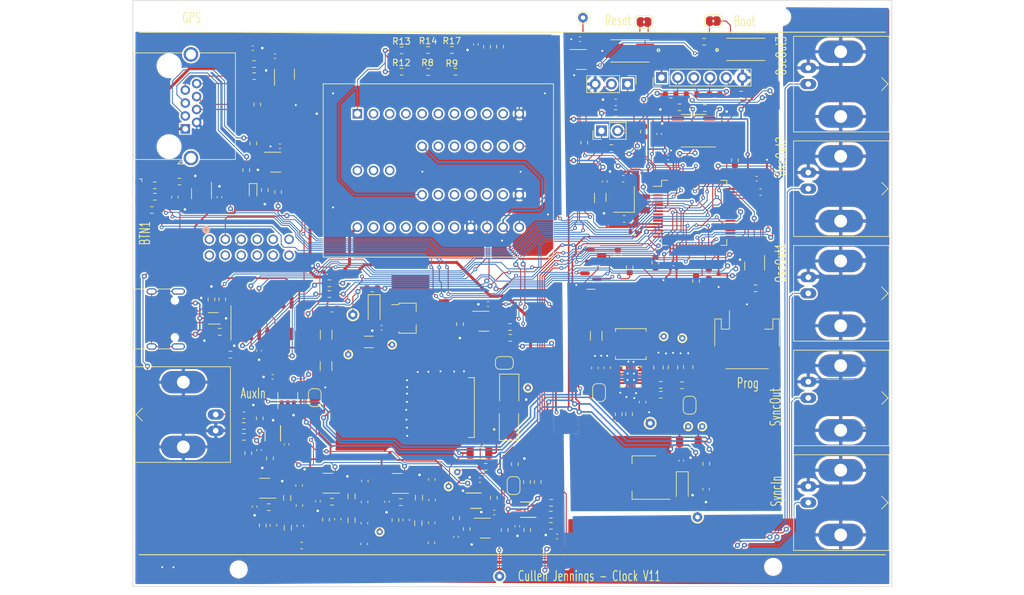
<source format=kicad_pcb>
(kicad_pcb (version 20221018) (generator pcbnew)
  (title_block (title "Clock") (date "2024-02-12") (rev "V11") (company "Cullen Jennings"))
  (layers (0 "F.Cu" signal) (31 "B.Cu" power) (34 "B.Paste" user) (35 "F.Paste" user) (36 "B.SilkS" user "B.Silkscreen") (37 "F.SilkS" user "F.Silkscreen") (38 "B.Mask" user) (39 "F.Mask" user) (44 "Edge.Cuts" user))
  (net 0 "")
  (net 1 "+3.3V")
  (net 2 "Net-(C3-Pad1)")
  (net 3 "Net-(C3-Pad2)")
  (net 4 "Net-(C6-Pad1)")
  (net 5 "/HSE_OUT")
  (net 6 "/HSE_IN")
  (net 7 "Net-(C13-Pad1)")
  (net 8 "Net-(C16-Pad2)")
  (net 9 "Net-(C19-Pad1)")
  (net 10 "Net-(C20-Pad1)")
  (net 11 "Net-(C21-Pad2)")
  (net 12 "+3.3VA")
  (net 13 "Net-(U8-+)")
  (net 14 "PPS_OUT")
  (net 15 "/LED3")
  (net 16 "Net-(C26-Pad1)")
  (net 17 "/AUD_OUT")
  (net 18 "Net-(U10-VCAP_1)")
  (net 19 "Net-(U10-VCAP_2)")
  (net 20 "/BOOT1")
  (net 21 "/NROW5")
  (net 22 "/LEDMR")
  (net 23 "Net-(Q1-D)")
  (net 24 "/LEDMG")
  (net 25 "/LEDMB")
  (net 26 "GND")
  (net 27 "Net-(D4-K)")
  (net 28 "/GPS_RX1H")
  (net 29 "/NCOL10")
  (net 30 "/NROW1")
  (net 31 "/NROW2")
  (net 32 "/NROW3")
  (net 33 "/NROW4")
  (net 34 "/LED4")
  (net 35 "/LED1")
  (net 36 "/LED2")
  (net 37 "/SWDIO")
  (net 38 "/SWDCLK")
  (net 39 "/LED7")
  (net 40 "/LED8")
  (net 41 "/USB_RX")
  (net 42 "/USB_TX")
  (net 43 "/SCL")
  (net 44 "/AUD_IN")
  (net 45 "/LED9")
  (net 46 "/LED10")
  (net 47 "/DB3")
  (net 48 "/SDA")
  (net 49 "/NRST")
  (net 50 "/BOOT0")
  (net 51 "Net-(Y1-VREF)")
  (net 52 "Net-(J10-In)")
  (net 53 "+5VA")
  (net 54 "+5V")
  (net 55 "/GPS_RX1")
  (net 56 "/GPS_TX1")
  (net 57 "/GPS_RX2H")
  (net 58 "Net-(J5-Pin_2)")
  (net 59 "GPS_PPS")
  (net 60 "SYNC_IN")
  (net 61 "/NCOL8")
  (net 62 "Net-(U1--)")
  (net 63 "Net-(R2-Pad2)")
  (net 64 "Net-(R4-Pad1)")
  (net 65 "Net-(R6-Pad2)")
  (net 66 "Net-(R8-Pad1)")
  (net 67 "OSC_ADJ")
  (net 68 "Net-(R12-Pad1)")
  (net 69 "Net-(U5--)")
  (net 70 "/10Mhz2.5V")
  (net 71 "/OCXO_OUT")
  (net 72 "Net-(R10-Pad2)")
  (net 73 "/GPS_EN")
  (net 74 "Net-(U4--)")
  (net 75 "Net-(R13-Pad2)")
  (net 76 "Net-(R14-Pad2)")
  (net 77 "Net-(U6-LE{slash}HYS)")
  (net 78 "Net-(U8-LE{slash}HYS)")
  (net 79 "Net-(R25-Pad2)")
  (net 80 "+6V")
  (net 83 "Net-(J9-In)")
  (net 84 "Net-(C12-Pad1)")
  (net 85 "Net-(U6-OUT)")
  (net 87 "Net-(J3-In)")
  (net 88 "/AUX_CLK")
  (net 89 "/NCOL7")
  (net 90 "Net-(U8-OUT)")
  (net 92 "/NCOL6")
  (net 93 "/NCOL5")
  (net 94 "/NCOL4")
  (net 95 "/NCOL3")
  (net 96 "/BTN1")
  (net 97 "AUX_GPS_PPS")
  (net 98 "/NCOL2")
  (net 99 "/Vadj")
  (net 100 "Net-(R63-Pad2)")
  (net 101 "Net-(Q9-D)")
  (net 102 "Net-(Q10-D)")
  (net 103 "Net-(J5-Pin_3)")
  (net 104 "/GPS_TX1H")
  (net 105 "/GPS_TX2H")
  (net 106 "/GPS_EXT_PPS")
  (net 107 "Net-(J13-In)")
  (net 108 "Net-(J11-In)")
  (net 109 "Net-(U6-+)")
  (net 110 "/NCOL1")
  (net 111 "/NCOL9")
  (net 112 "VBUS")
  (net 113 "Net-(J4-CC1)")
  (net 114 "Net-(J4-D+-PadA6)")
  (net 115 "Net-(J4-D--PadA7)")
  (net 117 "Net-(J4-CC2)")
  (net 119 "unconnected-(J4-SHIELD-PadS1)")
  (net 120 "Net-(U14-UD+)")
  (net 121 "Net-(U14-UD-)")
  (net 128 "/USB_DTR")
  (net 129 "/USB_RTS")
  (net 132 "Net-(JP2-A)")
  (net 133 "Net-(R41-Pad1)")
  (net 134 "Net-(U16-+)")
  (net 135 "Net-(J7-In)")
  (net 136 "Net-(U16--)")
  (net 137 "Net-(U16-LE{slash}HYS)")
  (net 138 "Net-(R56-Pad2)")
  (net 139 "Net-(U16-OUT)")
  (net 141 "Net-(J5-Pin_4)")
  (net 142 "Net-(J5-Pin_5)")
  (net 143 "Net-(JP3-A)")
  (net 144 "Net-(JP4-A)")
  (net 145 "Net-(R48-Pad1)")
  (net 146 "Net-(U14-TXD)")
  (net 147 "/MON_PPS")
  (net 148 "Net-(U14-RXD)")
  (net 149 "/CLK")
  (net 150 "Net-(R57-Pad2)")
  (net 151 "/AUX_MON_PPS")
  (net 152 "AUX_SYNC_IN")
  (net 154 "Net-(R72-Pad1)")
  (net 155 "Net-(D5-BK)")
  (net 156 "Net-(D5-GK)")
  (net 157 "Net-(D5-RK)")
  (net 158 "Net-(R52-Pad2)")
  (net 161 "/FVIN")
  (net 162 "/FVOUT")
  (net 163 "/FL1")
  (net 164 "/FL2")
  (net 165 "Net-(U23-VAUX)")
  (net 166 "Net-(U23-EN)")
  (net 167 "Net-(U23-PS{slash}SYNC)")
  (net 168 "Net-(JP6-A)")
  (net 169 "Net-(U23-FB)")
  (net 170 "Net-(R31-Pad1)")
  (net 171 "Net-(U23-PG)")
  (net 182 "Net-(U11-VI)")
  (net 183 "Net-(J6-Pin_2)")
  (net 184 "Net-(U12-CTL)")
  (net 185 "Net-(U12-VCC)")
  (net 186 "Net-(U9-IN)")
  (net 187 "Net-(JP5-B)")
  (footprint "Capacitor_SMD:C_0402_1005Metric" (layer "F.Cu") (at 161.523736 122.127545 180)
    (fp_text reference "C48" hide)
    (fp_text value "100n")
  )
  (footprint "Capacitor_Tantalum_SMD:CP_EIA-3528-21_Kemet-B" (layer "F.Cu") (at 153.97093 104.603704 90)
    (fp_text reference "C44" hide)
    (fp_text value "33u")
  )
  (footprint "Resistor_SMD:R_0603_1608Metric" (layer "F.Cu") (at 160.546684 118.708884)
    (fp_text reference "R25" hide)
    (fp_text value "270R")
  )
  (footprint "Resistor_SMD:R_0603_1608Metric" (layer "F.Cu") (at 113.1 109.075 -90)
    (fp_text reference "R44" hide)
    (fp_text value "1K0")
  )
  (footprint "Resistor_SMD:R_0603_1608Metric" (layer "F.Cu") (at 97.975 70.9 180)
    (fp_text reference "R70" hide)
    (fp_text value "150R")
  )
  (footprint "Capacitor_SMD:C_0603_1608Metric" (layer "F.Cu") (at 172.029623 72.30405 180)
    (fp_text reference "C29" hide)
    (fp_text value "33p" hide)
  )
  (footprint "TestPoint:TestPoint_THTPad_D1.0mm_Drill0.5mm" (layer "F.Cu") (at 133.709584 121.409623)
    (fp_text reference "TP2" hide)
    (fp_text value "~")
  )
  (footprint "blinky_footprints:XTAL_Multi" (layer "F.Cu") (at 142.9 64.7)
    (fp_text reference "Y1" hide)
    (fp_text value "MultiOsc")
  )
  (footprint "Capacitor_SMD:C_0402_1005Metric" (layer "F.Cu") (at 169 66.42 90)
    (fp_text reference "C55" hide)
    (fp_text value "100n")
  )
  (footprint "Capacitor_SMD:C_0402_1005Metric" (layer "F.Cu") (at 173.526407 74.366391 180)
    (fp_text reference "C30" hide)
    (fp_text value "100n")
  )
  (footprint "Resistor_SMD:R_0603_1608Metric" (layer "F.Cu") (at 113.884858 60.453969 -90)
    (fp_text reference "R1" hide)
    (fp_text value "100R")
  )
  (footprint "Resistor_SMD:R_0603_1608Metric" (layer "F.Cu") (at 184.687901 54.922735 180)
    (fp_text reference "R58" hide)
    (fp_text value "1K5")
  )
  (footprint "Diode_SMD:D_SOD-523" (layer "F.Cu") (at 113.85529 68.013075 -90)
    (fp_text reference "D4" hide)
    (fp_text value "SDM20U30-7")
  )
  (footprint "Resistor_SMD:R_0603_1608Metric" (layer "F.Cu") (at 137.123484 45.861577)
    (fp_text reference "R13")
    (fp_text value "1K5")
  )
  (footprint "Package_TO_SOT_SMD:SOT-23-5" (layer "F.Cu") (at 105.765579 68.34588 -90)
    (fp_text reference "U2" hide)
    (fp_text value "SN74LVC1G14DBV" hide)
  )
  (footprint "Resistor_SMD:R_0603_1608Metric" (layer "F.Cu") (at 102.3 66.45 180)
    (fp_text reference "R4" hide)
    (fp_text value "200R")
  )
  (footprint "Resistor_SMD:R_0603_1608Metric" (layer "F.Cu") (at 145.709543 119.271641 -90)
    (fp_text reference "R19" hide)
    (fp_text value "1K0")
  )
  (footprint "Resistor_SMD:R_0603_1608Metric" (layer "F.Cu") (at 116.5 109.875 -90)
    (fp_text reference "R45" hide)
    (fp_text value "130K")
  )
  (footprint "Package_TO_SOT_SMD:SOT-23-5" (layer "F.Cu") (at 165.311956 47.288199)
    (fp_text reference "U21" hide)
    (fp_text value "SN74LVC1G14DBV")
  )
  (footprint "Resistor_SMD:R_0603_1608Metric" (layer "F.Cu") (at 172.809529 102.951601 90)
    (fp_text reference "R30" hide)
    (fp_text value "1K0")
  )
  (footprint "Resistor_SMD:R_1206_3216Metric" (layer "F.Cu") (at 132.004049 91.607776 180)
    (fp_text reference "R82" hide)
    (fp_text value "0R1")
  )
  (footprint "Resistor_SMD:R_0603_1608Metric" (layer "F.Cu") (at 141.2875 45.8)
    (fp_text reference "R14")
    (fp_text value "330R")
  )
  (footprint "TestPoint:TestPoint_THTPad_D1.0mm_Drill0.5mm" (layer "F.Cu") (at 178.237649 90.732749)
    (fp_text reference "TP11" hide)
    (fp_text value "~")
  )
  (footprint "Capacitor_SMD:C_0603_1608Metric" (layer "F.Cu") (at 101.6 68.9 90)
    (fp_text reference "C4" hide)
    (fp_text value "47p")
  )
  (footprint "Resistor_SMD:R_0603_1608Metric" (layer "F.Cu") (at 137.145135 49.203535 180)
    (fp_text reference "R12")
    (fp_text value "1K5")
  )
  (footprint "Inductor_SMD:L_0805_2012Metric" (layer "F.Cu") (at 139.860018 116.041596 -90)
    (fp_text reference "L5" hide)
    (fp_text value "1uH")
  )
  (footprint "Inductor_SMD:L_0805_2012Metric" (layer "F.Cu") (at 119.197691 116.096667 -90)
    (fp_text reference "L1" hide)
    (fp_text value "1uH")
  )
  (footprint "Crystal:Crystal_SMD_3225-4Pin_3.2x2.5mm" (layer "F.Cu") (at 171.976566 69.249152 90)
    (fp_text reference "Y2" hide)
    (fp_text value "16MHz " hide)
  )
  (footprint "Capacitor_SMD:C_0603_1608Metric" (layer "F.Cu") (at 137.85159 119.529037 -90)
    (fp_text reference "C21" hide)
    (fp_text value "1n0" hide)
  )
  (footprint "Package_TO_SOT_SMD:SOT-666" (layer "F.Cu") (at 107.625 87.9 180)
    (fp_text reference "U15" hide)
    (fp_text value "USBLC6-2P6")
  )
  (footprint "Resistor_SMD:R_0603_1608Metric" (layer "F.Cu") (at 172.904863 79.905196 90)
    (fp_text reference "R78" hide)
    (fp_text value "47K")
  )
  (footprint "Connector_JST:JST_PH_S3B-PH-SM4-TB_1x03-1MP_P2.00mm_Horizontal" (layer "F.Cu") (at 191.304395 91.308303)
    (fp_text reference "J2" hide)
    (fp_text value "Conn_01x03")
  )
  (footprint "Capacitor_SMD:C_0603_1608Metric" (layer "F.Cu") (at 121.262774 120.463708 -90)
    (fp_text reference "C8" hide)
    (fp_text value "330p")
  )
  (footprint "Capacitor_SMD:C_0402_1005Metric" (layer "F.Cu") (at 124.026554 116.615951 -90)
    (fp_text reference "C10" hide)
    (fp_text value "100n")
  )
  (footprint "Resistor_SMD:R_0603_1608Metric" (layer "F.Cu") (at 154.9 110.7875 90)
    (fp_text reference "R50" hide)
    (fp_text value "10K")
  )
  (footprint "Capacitor_Tantalum_SMD:CP_EIA-3216-18_Kemet-A" (layer "F.Cu") (at 132.837276 86.496737 -90)
    (fp_text reference "C34" hide)
    (fp_text value "10u")
  )
  (footprint "Resistor_SMD:R_0603_1608Metric" (layer "F.Cu") (at 150.325 111.2)
    (fp_text reference "R69" hide)
    (fp_text value "1K0")
  )
  (footprint "Capacitor_SMD:C_0402_1005Metric" (layer "F.Cu") (at 145.680486 122.201539 -90)
    (fp_text reference "C49" hide)
    (fp_text value "100n")
  )
  (footprint "Resistor_SMD:R_0603_1608Metric" (layer "F.Cu") (at 126.237951 116.672326)
    (fp_text reference "R6" hide)
    (fp_text value "510R")
  )
  (footprint "Resistor_SMD:R_0603_1608Metric" (layer "F.Cu") (at 152.584789 45.261911 -90)
    (fp_text reference "R24" hide)
    (fp_text value "1K0")
  )
  (footprint "Capacitor_Tantalum_SMD:CP_EIA-3216-18_Kemet-A" (layer "F.Cu") (at 181.147163 114.287576 -90)
    (fp_text reference "C41" hide)
    (fp_text value "10u")
  )
  (footprint "Resistor_SMD:R_0603_1608Metric" (layer "F.Cu") (at 114.9 103.6 90)
    (fp_text reference "R47" hide)
    (fp_text value "100R")
  )
  (footprint "Resistor_SMD:R_0603_1608Metric" (layer "F.Cu") (at 132.525 83.2 180)
    (fp_text reference "R56" hide)
    (fp_text value "1K0")
  )
  (footprint "Resistor_SMD:R_0603_1608Metric" (layer "F.Cu") (at 170.025 61.2)
    (fp_text reference "R72" hide)
    (fp_text value "1K0")
  )
  (footprint "Capacitor_SMD:C_0603_1608Metric" (layer "F.Cu") (at 117.060869 120.374589 -90)
    (fp_text reference "C3" hide)
    (fp_text value "1n0")
  )
  (footprint "Capacitor_SMD:C_0603_1608Metric" (layer "F.Cu") (at 141.861992 119.97827 -90)
    (fp_text reference "C22" hide)
    (fp_text value "220p")
  )
  (footprint "Package_TO_SOT_SMD:SOT-23-5" (layer "F.Cu") (at 150.054804 88.357663)
    (fp_text reference "U3" hide)
    (fp_text value "SN74LVC1G14DBV" hide)
  )
  (footprint "Resistor_SMD:R_0603_1608Metric" (layer "F.Cu") (at 158.479459 113.570015 90)
    (fp_text reference "R61" hide)
    (fp_text value "1K0")
  )
  (footprint "Capacitor_SMD:C_0603_1608Metric" (layer "F.Cu") (at 141.916095 116.414035 90)
    (fp_text reference "C20" hide)
    (fp_text value "330p")
  )
  (footprint "Capacitor_SMD:C_0805_2012Metric" (layer "F.Cu") (at 179.693812 95.5942 90)
    (fp_text reference "C65" hide)
    (fp_text value "22u")
  )
  (footprint "Capacitor_SMD:C_0402_1005Metric" (layer "F.Cu") (at 179.765254 80.00703 180)
    (fp_text reference "C32" hide)
    (fp_text value "100n")
  )
  (footprint "Capacitor_Tantalum_SMD:CP_EIA-3528-21_Kemet-B" (layer "F.Cu") (at 154.012691 99.107859 -90)
    (fp_text reference "C42" hide)
    (fp_text value "33u")
  )
  (footprint "TestPoint:TestPoint_THTPad_D1.0mm_Drill0.5mm" (layer "F.Cu") (at 144.515804 114.274299)
    (fp_text reference "TP12" hide)
    (fp_text value "~")
  )
  (footprint "Connector_RJ:RJ45_Amphenol_RJHSE5380" (layer "F.Cu") (at 103.226294 58.178459 90)
    (fp_text reference "J1" hide)
    (fp_text value "RJ45" hide)
  )
  (footprint "Resistor_SMD:R_1206_3216Metric" (layer "F.Cu") (at 182.186398 107.233379)
    (fp_text reference "R79" hide)
    (fp_text value "0R1")
  )
  (footprint "Resistor_SMD:R_0603_1608Metric" (layer "F.Cu") (at 137.017879 116.747687)
    (fp_text reference "R10" hide)
    (fp_text value "510R")
  )
  (footprint "Capacitor_SMD:C_0603_1608Metric" (layer "F.Cu") (at 193.408514 68.08797 180)
    (fp_text reference "C40" hide)
    (fp_text value "2u2")
  )
  (footprint "MountingHole:MountingHole_2.2mm_M2" (layer "F.Cu") (at 196.8 40.6)
    (fp_text reference "H2" hide)
    (fp_text value "M2")
  )
  (footprint "Resistor_SMD:R_1206_3216Metric" (layer "F.Cu") (at 149.349363 109.053349 180)
    (fp_text reference "R81" hide)
    (fp_text value "0R1")
  )
  (footprint "Resistor_SMD:R_0603_1608Metric" (layer "F.Cu") (at 150.533725 45.288722 -90)
    (fp_text reference "R23" hide)
    (fp_text value "22K")
  )
  (footprint "Capacitor_SMD:C_0805_2012Metric" (layer "F.Cu") (at 182.072889 95.537263 90)
    (fp_text reference "C61" hide)
    (fp_text value "22u")
  )
  (footprint "Resistor_SMD:R_0603_1608Metric" (layer "F.Cu") (at 145.598923 49.213828 180)
    (fp_text reference "R9")
    (fp_text value "2R0")
  )
  (footprint "blinky_footprints:SC70_DCK_TEX" (layer "F.Cu") (at 116.950001 106.32395 -90)
    (fp_text reference "U16" hide)
    (fp_text value "TLV3603DCKR")
  )
  (footprint "Capacitor_SMD:C_0402_1005Metric" (layer "F.Cu") (at 165.151252 44.092626 180)
    (fp_text reference "C58" hide)
    (fp_text value "100n")
  )
  (footprint "Capacitor_SMD:C_0402_1005Metric" (layer "F.Cu") (at 117.27927 46.763473 180)
    (fp_text reference "C56" hide)
    (fp_text value "100n")
  )
  (footprint "TestPoint:TestPoint_THTPad_D1.5mm_Drill0.7mm" (layer "F.Cu") (at 183.531248 119.097964)
    (fp_text reference "TP7" hide)
    (fp_text value "~")
  )
  (footprint "Connector_PinHeader_2.54mm:PinHeader_1x03_P2.54mm_Vertical" (layer "F.Cu") (at 172.578995 51.150979 -90)
    (fp_text reference "J6" hide)
    (fp_text value "Conn_01x03_Pin")
  )
  (footprint "Resistor_SMD:R_0603_1608Metric" (layer "F.Cu") (at 181.124019 98.399292 180)
    (fp_text reference "R75" hide)
    (fp_text value "12K")
  )
  (footprint "blinky_footprints:Texas_S-PWSON-N10_ThermalVias-CJ" (layer "F.Cu") (at 173.073016 97.070679)
    (fp_text reference "U23" hide)
    (fp_text value "TPS63060")
  )
  (footprint "blinky_footprints:SC70_DCK_TEX" (layer "F.Cu") (at 148.794839 116.516402)
    (fp_text reference "U6" hide)
    (fp_text value "TLV3603DCKR")
  )
  (footprint "Resistor_SMD:R_0603_1608Metric" (layer "F.Cu") (at 165.787122 60.343349 90)
    (fp_text reference "R80" hide)
    (fp_text value "1K0")
  )
  (footprint "Package_TO_SOT_SMD:SOT-563" (layer "F.Cu") (at 168.3 68.9 90)
    (fp_text reference "U18" hide)
    (fp_text value "TMP112AIDRLR")
  )
  (footprint "Package_TO_SOT_SMD:SOT-223-3_TabPin2" (layer "F.Cu") (at 175.18485 112.892386 180)
    (fp_text reference "U11" hide)
    (fp_text value "AMS1117-3.3" hide)
  )
  (footprint "Capacitor_SMD:C_0402_1005Metric" (layer "F.Cu") (at 180.987179 110.226329 -90)
    (fp_text reference "C39" hide)
    (fp_text value "100n")
  )
  (footprint "Resistor_SMD:R_0603_1608Metric" (layer "F.Cu") (at 177.785194 99.889561 180)
    (fp_text reference "R53" hide)
    (fp_text value "12K")
  )
  (footprint "Package_TO_SOT_SMD:SOT-23-5" (layer "F.Cu") (at 119.3 100.3 90)
    (fp_text reference "U17" hide)
    (fp_text value "SN74LVC1G14DBV")
  )
  (footprint "Resistor_SMD:R_0603_1608Metric" (layer "F.Cu") (at 112.4 104.8)
    (fp_text reference "R46" hide)
    (fp_text value "100R")
  )
  (footprint "Package_TO_SOT_SMD:SOT-23" (layer "F.Cu") (at 192.5 79.7 -90)
    (fp_text reference "Q1" hide)
    (fp_text value "2N7002")
  )
  (footprint "Inductor_SMD:L_0805_2012Metric" (layer "F.Cu") (at 139.757605 120.069838 90)
    (fp_text reference "L6" hide)
    (fp_text value "1uH")
  )
  (footprint "Resistor_SMD:R_1206_3216Metric" (layer "F.Cu") (at 167.65817 90.654204 90)
    (fp_text reference "R42" hide)
    (fp_text value "0R020")
  )
  (footprint "Resistor_SMD:R_0603_1608Metric" (layer "F.Cu") (at 145.019305 45.793289)
    (fp_text reference "R17")
    (fp_text value "20R")
  )
  (footprint "Resistor_SMD:R_0603_1608Metric" (layer "F.Cu") (at 114 48 180)
    (fp_text reference "R33" hide)
    (fp_text value "4K7")
  )
  (footprint "blinky_footprints:BNC_Amphenol_B6252HB-NPP3G-50_Horizontal-CJ" (layer "F.Cu") (at 203.407239 116.815525 -90)
    (fp_text reference "J9" hide)
    (fp_text value "KH-BNC50-3511")
  )
  (footprint "Resistor_SMD:R_0603_1608Metric" (layer "F.Cu") (at 156.8 113.574903 -90)
    (fp_text reference "R60" hide)
    (fp_text value "1K0")
  )
  (footprint "Resistor_SMD:R_0603_1608Metric" (layer "F.Cu") (at 171.046769 77.984874 -90)
    (fp_text reference "R77" hide)
    (fp_text value "47K")
  )
  (footprint "Connector_USB:USB_C_Receptacle_HRO_TYPE-C-31-M-12" (layer "F.Cu") (at 99 88 -90)
    (fp_text reference "J4" hide)
    (fp_text value "USB_C_Receptacle")
  )
  (footprint "MountingHole:MountingHole_2.2mm_M2" (layer "F.Cu") (at 195.4 126.9)
    (fp_text reference "H3" hide)
    (fp_text value "M2")
  )
  (footprint "TestPoint:TestPoint_THTPad_D1.0mm_Drill0.5mm" (layer "F.Cu") (at 184.286194 104.862045)
    (fp_text reference "TP5" hide)
    (fp_text value "~")
  )
  (footprint "Resistor_SMD:R_1206_3216Metric" (layer "F.Cu") (at 125.31 90.468457 -90)
    (fp_text reference "R15" hide)
    (fp_text value "100R 250mW")
  )
  (footprint "Resistor_SMD:R_0603_1608Metric" (layer "F.Cu") (at 98.45 67.025)
    (fp_text reference "R74" hide)
    (fp_text value "47R")
  )
  (footprint "Capacitor_SMD:C_0402_1005Metric" (layer "F.Cu") (at 177.531099 58.97375 -90)
    (fp_text reference "C47" hide)
    (fp_text value "100n")
  )
  (footprint "Resistor_SMD:R_0603_1608Metric" (layer "F.Cu") (at 179.325 52.8)
    (fp_text reference "R65" hide)
    (fp_text value "1K0")
  )
  (footprint "Connector_PinHeader_2.54mm:PinHeader_1x06_P2.54mm_Vertical" (layer "F.Cu") (at 177.885 50.125 90)
    (fp_text reference "J5" hide)
    (fp_text value "Conn_01x06_Pin")
  )
  (footprint "Resistor_SMD:R_0603_1608Metric" (layer "F.Cu") (at 170.679967 55.681887)
    (fp_text reference "R27" hide)
    (fp_text value "47K" hide)
  )
  (footprint "Resistor_SMD:R_0603_1608Metric" (layer "F.Cu") (at 141.310984 49.252133 180)
    (fp_text reference "R8")
    (fp_text value "270R")
  )
  (footprint "Capacitor_SMD:C_0603_1608Metric" (layer "F.Cu") (at 131.383802 113.413302 90)
    (fp_text reference "C12" hide)
    (fp_text value "150p")
  )
  (footprint "Capacitor_SMD:C_0402_1005Metric" (layer "F.Cu") (at 134.848863 116.685137 -90)
    (fp_text reference "C17" hide)
    (fp_text value "100n" hide)
  )
  (footprint "TestPoint:TestPoint_THTPad_D1.0mm_Drill0.5mm" (layer "F.Cu") (at 128.777184 93.570662)
    (fp_text reference "TP14" hide)
    (fp_text value "~")
  )
  (footprint "Resistor_SMD:R_0603_1608Metric" (layer "F.Cu") (at 160.591774 116.845175 180)
    (fp_text reference "R22" hide)
    (fp_text value "1K0")
  )
  (footprint "Resistor_SMD:R_0603_1608Metric" (layer "F.Cu") (at 109.025 84.925 90)
    (fp_text reference "R39" hide)
    (fp_text value "1K0")
  )
  (footprint "Capacitor_SMD:C_0805_2012Metric" (layer "F.Cu") (at 177.416793 95.611831 90)
    (fp_text reference "C64" hide)
    (fp_text value "22u")
  )
  (footprint "Capacitor_SMD:C_0603_1608Metric" (layer "F.Cu") (at 169.370769 95.660376 90)
    (fp_text reference "C60" hide)
    (fp_text value "10u")
  )
  (footprint "Capacitor_SMD:C_0603_1608Metric" (layer "F.Cu") (at 184.876074 114.715056 90)
    (fp_text reference "C37" hide)
    (fp_text value "100n")
  )
  (footprint "Resistor_SMD:R_0603_1608Metric" (layer "F.Cu") (at 115.695193 67.784278 90)
    (fp_text reference "R36" hide)
    (fp_text value "4K7")
  )
  (footprint "Capacitor_SMD:C_0402_1005Metric" (layer "F.Cu") (at 118.061207 60.905621 180)
    (fp_text reference "C57" hide)
    (fp_text value "100n")
  )
  (footprint "blinky_footprints:SW_147873-2" (layer "F.Cu") (at 191.1 45.7)
    (fp_text reference "S3" hide)
    (fp_text value "147873-2")
  )
  (footprint "Capacitor_SMD:C_0402_1005Metric" (layer "F.Cu") (at 119.1 107.68 90)
    (fp_text reference "C52" hide)
    (fp_text value "100n")
  )
  (footprint "Capacitor_SMD:C_0402_1005Metric" (layer "F.Cu") (at 149.415157 113.290964 180)
    (fp_text reference "C25" hide)
    (fp_text value "100n")
  )
  (footprint "Jumper:SolderJumper-2_P1.3mm_Bridged2Bar_RoundedPad1.0x1.5mm" (layer "F.Cu") (at 186.015897 41.254488)
    (fp_text reference "JP2" hide)
    (fp_text value "SolderJumper_2_Bridged")
  )
  (footprint "Capacitor_SMD:C_0603_1608Metric" (layer "F.Cu") (at 131.318747 120.04912 -90)
    (fp_text reference "C15" hide)
    (fp_text value "220p")
  )
  (footprint "Package_SO:SOIC-8_3.9x4.9mm_P1.27mm" (layer "F.Cu") (at 182.924657 58.463107 180)
    (fp_text reference "U13" hide)
    (fp_text value "M24C02-RMN")
  )
  (footprint "Capacitor_SMD:C_0603_1608Metric" (layer "F.Cu") (at 141.829295 123.134833 90)
    (fp_text reference "C23" hide)
    (fp_text value "150p")
  )
  (footprint "Package_QFP:LQFP-64_10x10mm_P0.5mm" (layer "F.Cu") (at 183.015261 71.341385)
    (fp_text reference "U10" hide)
    (fp_text value "STM32F405RGTx" hide)
  )
  (footprint "Jumper:SolderJumper-2_P1.3mm_Bridged2Bar_RoundedPad1.0x1.5mm" (layer "F.Cu") (at 168.102016 99.552247 90)
    (fp_text reference "JP6" hide)
    (fp_text value "SolderJumper_2_Bridged")
  )
  (footprint "Resistor_SMD:R_0603_1608Metric" (layer "F.Cu") (at 146.290272 88.816448 -90)
    (fp_text reference "R5" hide)
    (fp_text value "1K0")
  )
  (footprint "Resistor_SMD:R_0603_1608Metric" (layer "F.Cu") (at 186.225 52.8 180)
    (fp_text reference "R66" hide)
    (fp_text value "1K0")
  )
  (footprint "TestPoint:TestPoint_THTPad_D1.0mm_Drill0.5mm" (layer "F.Cu") (at 145.885977 112.033785)
    (fp_text reference "TP13" hide)
    (fp_text value "~")
  )
  (footprint "blinky_footprints:LED_RGB_MHS110FRGBCT" (layer "F.Cu") (at 95.25 68 -90)
    (fp_text reference "D5" hide)
    (fp_text value "LED_ABGR")
  )
  (footprint "Inductor_SMD:L_0805_2012Metric" (layer "F.Cu") (at 129.299777 119.598125 90)
    (fp_text reference "L4" hide)
    (fp_text value "1uH")
  )
  (footprint "Resistor_SMD:R_0603_1608Metric" (layer "F.Cu") (at 176.945154 79.157954 -90)
    (fp_text reference "R54" hide)
    (fp_text value "1K0")
  )
  (footprint "Capacitor_SMD:C_0402_1005Metric" (layer "F.Cu") (at 178.918971 62.656294)
    (fp_text reference "C31" hide)
    (fp_text value "100n")
  )
  (footprint "blinky_footprints:BNC_Amphenol_B6252HB-NPP3G-50_Horizontal-CJ" (layer "F.Cu") (at 203.407239 67.562845 -90)
    (fp_text reference "J13" hide)
    (fp_text value "KH-BNC50-3511")
  )
  (footprint "Capacitor_SMD:C_0603_1608Metric" (layer "F.Cu") (at 141.87436 113.200505 90)
    (fp_text reference "C19" hide)
    (fp_text value "150p")
  )
  (footprint "Resistor_SMD:R_0603_1608Metric" (layer "F.Cu") (at 112.789975 64.641055 90)
    (fp_text reference "R35" hide)
    (fp_text value "3K3")
  )
  (footprint "Resistor_SMD:R_0603_1608Metric" (layer "F.Cu") (at 151.605604 116.060027 -90)
    (fp_text reference "R18" hide)
    (fp_text value "130K")
  )
  (footprint "Resistor_SMD:R_0603_1608Metric" (layer "F.Cu") (at 182.6 52.8)
    (fp_text reference "R67" hide)
    (fp_text value "1K0")
  )
  (footprint "Capacitor_SMD:C_0402_1005Metric" (layer "F.Cu") (at 151.670491 118.38184 180)
    (fp_text reference "C46" hide)
    (fp_text value "100n")
  )
  (footprint "Resistor_SMD:R_0603_1608Metric" (layer "F.Cu") (at 98.45 68.825 180)
    (fp_text reference "R73" hide)
    (fp_text value "47R")
  )
  (footprint "Capacitor_SMD:C_0603_1608Metric" (layer "F.Cu") (at 174.927139 101.048943 90)
    (fp_text reference "C63" hide)
    (fp_text value "100n")
  )
  (footprint "TestPoint:TestPoint_THTPad_D1.0mm_Drill0.5mm" (layer "F.Cu") (at 156.954671 98.805313)
    (fp_text reference "TP3" hide)
    (fp_text value "~")
  )
  (footprint "Resistor_SMD:R_0603_1608Metric" (layer "F.Cu") (at 192.634669 83.191653)
    (fp_text reference "R76" hide)
    (fp_text value "47K")
  )
  (footprint "Capacitor_SMD:C_0402_1005Metric" (layer "F.Cu") (at 114.098835 117.454448 -90)
    (fp_text reference "C2" hide)
    (fp_text value "100n")
  )
  (footprint "Package_TO_SOT_SMD:SOT-23-6" (layer "F.Cu") (at 136.466289 113.805925 180)
    (fp_text reference "U5" hide)
    (fp_text value "ADA4807-1")
  )
  (footprint "Capacitor_SMD:C_0603_1608Metric" (layer "F.Cu") (at 127.136899 119.432852 -90)
    (fp_text reference "C16" hide)
    (fp_text value "1n0")
  )
  (footprint "Resistor_SMD:R_1206_3216Metric" (layer "F.Cu") (at 125.293539 95.401687 -90)
    (fp_text reference "R16" hide)
    (fp_text value "100R 250mW")
  )
  (footprint "Connector_PinHeader_2.54mm:PinHeader_1x02_P2.54mm_Vertical" (layer "F.Cu") (at 168.475064 58.480407 90)
    (fp_text reference "J8" hide)
    (fp_text value "Conn_01x02_Pin")
  )
  (footprint "Capacitor_SMD:C_0603_1608Metric" (layer "F.Cu") (at 121.072494 114.139562 90)
    (fp_text reference "C5" hide)
    (fp_text value "150p")
  )
  (footprint "Capacitor_SMD:C_0603_1608Metric" (layer "F.Cu") (at 171.898597 66.011953)
    (fp_text reference "C28" hide)
    (fp_text value "33p" hide)
  )
  (footprint "Package_TO_SOT_SMD:SOT-23" (layer "F.Cu") (at 166.825 81.775)
    (fp_text reference "Q10" hide)
    (fp_text value "2N7002")
  )
  (footprint "Jumper:SolderJumper-2_P1.3mm_Bridged2Bar_RoundedPad1.0x1.5mm" (layer "F.Cu") (at 175.15 41.4)
    (fp_text reference "JP1" hide)
    (fp_text value "SolderJumper_2_Bridged")
  )
  (footprint "Resistor_SMD:R_0603_1608Metric" (layer "F.Cu") (at 110.3 93.6)
    (fp_text reference "R71" hide)
    (fp_text value "1K0")
  )
  (footprint "blinky_footprints:DPAK172P1054X200-6N" (layer "F.Cu") (at 144.958532 101.9 180)
    (fp_text reference "U12" hide)
    (fp_text value "BA50DD0WHFP-TR")
  )
  (footprint "blinky_footprints:SC70_DCK_TEX" (layer "F.Cu") (at 156.618042 117.926602 180)
    (fp_text reference "U8" hide)
    (fp_text value "TLV3603DCKR")
  )
  (footprint "Resistor_SMD:R_0603_1608Metric" (layer "F.Cu") (at 125.287505 119.482852 -90)
    (fp_text reference "R7" hide)
    (fp_text value "49R9")
  )
  (footprint "Resistor_SMD:R_0603_1608Metric" (layer "F.Cu") (at 177.774059 98.343698 180)
    (fp_text reference "R31" hide)
    (fp_text value "120K")
  )
  (footprint "Package_TO_SOT_SMD:SOT-89-3" (layer "F.Cu") (at 138.070373 87.876046)
    (fp_text reference "U9" hide)
    (fp_text value "L78L05_SOT89" hide)
  )
  (footprint "MountingHole:MountingHole_2.2mm_M2" (layer "F.Cu") (at 111.6 127.3)
    (fp_text reference "H4" hide)
    (fp_text value "M2")
  )
  (footprint "Resistor_SMD:R_0603_1608Metric" (layer "F.Cu") (at 180.712605 54.793116 180)
    (fp_text reference "R59" hide)
    (fp_text value "1K5")
  )
  (footprint "Capacitor_SMD:C_0603_1608Metric" (layer "F.Cu") (at 121.121941 117.28325 90)
    (fp_text reference "C6" hide)
    (fp_text value "220p")
  )
  (footprint "blinky_footprints:SW_147873-2" (layer "F.Cu") (at 172.92064 45.934682 180)
    (fp_text reference "S1" hide)
    (fp_text value "147873-2")
  )
  (footprint "Resistor_SMD:R_0603_1608Metric" (layer "F.Cu") (at 112.4 106.5)
    (fp_text reference "R43" hide)
    (fp_text value "1K0")
  )
  (footprint "Resistor_SMD:R_0603_1608Metric" (layer "F.Cu") (at 117.782878 68.089329 90)
    (fp_text reference "R52" hide)
    (fp_text value "1K0")
  )
  (footprint "Capacitor_SMD:C_0603_1608Metric" (layer "F.Cu") (at 185.306869 80.975492 90)
    (fp_text reference "C35" hide)
    (fp_text value "2u2")
  )
  (footprint "Capacitor_SMD:C_0603_1608Metric" (layer "F.Cu") (at 112.4 103.1)
    (fp_text reference "C54" hide)
    (fp_text value "100n")
  )
  (footprint "TestPoint:TestPoint_THTPad_D1.5mm_Drill0.7mm" (layer "F.Cu") (at 165.577822 40.719353)
    (fp_text reference "TP8" hide)
    (fp_text value "~")
  )
  (footprint "Capacitor_SMD:C_0402_1005Metric" (layer "F.Cu") (at 108.59247 68.890324 90)
    (fp_text reference "C11" hide)
    (fp_text value "100n" hide)
  )
  (footprint "Jumper:SolderJumper-2_P1.3mm_Bridged2Bar_RoundedPad1.0x1.5mm" (layer "F.Cu") (at 182.297738 101.53565 -90)
    (fp_text reference "JP9" hide)
    (fp_text value "SolderJumper_2_Bridged")
  )
  (footprint "Capacitor_SMD:C_0402_1005Metric" (layer "F.Cu") (at 150.699557 85.685728 180)
    (fp_text reference "C9" hide)
    (fp_text value "100n" hide)
  )
  (footprint "Package_TO_SOT_SMD:SOT-23-5" (layer "F.Cu") (at 118.768639 49.578717 90)
    (fp_text reference "U19" hide)
    (fp_text value "SN74LVC1G14DBV" hide)
  )
  (footprint "Capacitor_SMD:C_0402_1005Metric" (layer "F.Cu") (at 155.288755 120.528871 -90)
    (fp_text reference "C45" hide)
    (fp_text value "100n")
  )
  (footprint "Package_TO_SOT_SMD:SOT-23-5" (layer "F.Cu") (at 117.410462 63.392636)
    (fp_text reference "U20" hide)
    (fp_text value "SN74LVC1G14DBV" hide)
  )
  (footprint "Capacitor_SMD:C_0603_1608Metric" (layer "F.Cu") (at 167.453121 95.687196 90)
    (fp_text reference "C62" hide)
    (fp_text value "10u")
  )
  (footprint "Resistor_SMD:R_0603_1608Metric" (layer "F.Cu") (at 108.627889 90.01764 180)
    (fp_text reference "R37" hide)
    (fp_text value "5K1")
  )
  (footprint "Capacitor_SMD:C_0402_1005Metric" (layer "F.Cu") (at 125.439809 80.624134 180)
    (fp_text reference "C18" hide)
    (fp_text value "100n" hide)
  )
  (footprint "Resistor_SMD:R_0603_1608Metric" (layer "F.Cu") (at 114.025 49.9 180)
    (fp_text reference "R34" hide)
    (fp_text value "4K7")
  )
  (footprint "Resistor_SMD:R_0603_1608Metric" (layer "F.Cu") (at 154.150247 89.262747 180)
    (fp_text reference "R63" hide)
    (fp_text value "1K0")
  )
  (footprint "blinky_footprints:BNC_Amphenol_B6252HB-NPP3G-50_Horizontal-CJ" (layer "F.Cu") (at 203.407239 100.397963 -90)
    (fp_text reference "J10" hide)
    (fp_text value "KH-BNC50-3511")
  )
  (footprint "Capacitor_SMD:C_0603_1608Metric" (layer "F.Cu") (at 131.297213 123.300196 90)
    (fp_text reference "C14" hide)
    (fp_text value "150p")
  )
  (footprint "Resistor_SMD:R_0603_1608Metric" (layer "F.Cu") (at 115.370419 120.408346 -90)
    (fp_text reference "R3" hide)
    (fp_text value "49R9")
  )
  (footprint "Resistor_SMD:R_0603_1608Metric" (layer "F.Cu") (at 136.176106 119.551343 -90)
    (fp_text reference "R11" hide)
    (fp_text value "49R9")
  )
  (footprint "Jumper:SolderJumper-2_P1.3mm_Bridged2Bar_RoundedPad1.0x1.5mm" (layer "F.Cu") (at 153.25 94.9)
    (fp_text reference "JP4" hide)
    (fp_text value "SolderJumper_2_Bridged")
  )
  (footprint "Capacitor_SMD:C_0402_1005Metric" (layer "F.Cu") (at 116.9 97.1 180)
    (fp_text reference "C53" hide)
    (fp_text value "100n")
  )
  (footprint "TestPoint:TestPoint_THTPad_D1.0mm_Drill0.5mm" (layer "F.Cu") (at 181.156059 91.028285)
    (fp_text reference "TP9" hide)
    (fp_text value "~")
  )
  (footprint "Resistor_SMD:R_0603_1608Metric" (layer "F.Cu") (at 189.396305 63.093261 -90)
    (fp_text reference "R62" hide)
    (fp_text value "1K0")
  )
  (footprint "Capacitor_SMD:C_0603_1608Metric" (layer "F.Cu") (at 121.472691 123.559167 180)
    (fp_text reference "C7" hide)
    (fp_text value "150p")
  )
  (footprint "Resistor_SMD:R_0603_1608Metric" (layer "F.Cu") (at 175.146386 58.603834 -90)
    (fp_text reference "R28" hide)
    (fp_text value "47K" hide)
  )
  (footprint "Capacitor_SMD:C_0603_1608Metric" (layer "F.Cu") (at 126.225 86.4)
    (fp_text reference "C24" hide)
    (fp_text value "100n" hide)
  )
  (footprint "blinky_footprints:PBH4UOANAGX" (layer "F.Cu") (at 107 75.5 90)
    (fp_text reference "SW1" hide)
    (fp_text value "SW_Push_4PDT")
  )
  (footprint "Resistor_SMD:R_0603_1608Metric" (layer "F.Cu") (at 160.561714 120.467384 180)
    (fp_text reference "R26" hide)
    (fp_text value "22R0")
  )
  (footprint "Capacitor_SMD:C_0603_1608Metric" (layer "F.Cu") (at 170.714945 54.016308 180)
    (fp_text reference "C27" hide)
    (fp_text value "100n" hide)
  )
  (footprint "Capacitor_SMD:C_0603_1608Metric" (layer "F.Cu") (at 131.34007 116.72928 90)
    (fp_text reference "C13" hide)
    (fp_text value "330p")
  )
  (footprint "TestPoint:TestPoint_THTPad_D1.0mm_Drill0.5mm" (layer "F.Cu") (at 182.075669 104.862045)
    (fp_text reference "TP6" hide)
    (fp_text value "~")
  )
  (footprint "Resistor_SMD:R_0603_1608Metric" (layer "F.Cu") (at 156.840157 121.115759 -90)
    (fp_text reference "R21" hide)
    (fp_text value "130K")
  )
  (footprint "Resistor_SMD:R_0603_1608Metric" (layer "F.Cu") (at 183.306125 82.05023 90)
    (fp_text reference "R32" hide)
    (fp_text value "4K7")
  )
  (footprint "Package_TO_SOT_SMD:SOT-23-6" (layer "F.Cu") (at 125.612392 113.779459 180)
    (fp_text reference "U4" hide)
    (fp_text value "ADA4807-1")
  )
  (footprint "Package_SO:SOIC-16_3.9x9.9mm_P1.27mm" (layer "F.Cu") (at 115.445 87.875 90)
    (fp_text reference "U14" hide)
    (fp_text value "CH340C")
  )
  (footprint "Resistor_SMD:R_0603_1608Metric" (layer "F.Cu") (at 190.375 52.8 180)
    (fp_text reference "R68" hide)
    (fp_text value "1K0")
  )
  (footprint "Capacitor_SMD:C_0402_1005Metric" (layer "F.Cu") (at 114.8 92.98 -90)
    (fp_text reference "C50" hide)
    (fp_text value "100n")
  )
  (footprint "TestPoint:TestPoint_THTPad_D1.5mm_Drill0.7mm" (layer "F.Cu") (at 152.492303 128.386703 90)
    (fp_text reference "TP10" hide)
    (fp_text value "~")
  )
  (footprint "Capacitor_SMD:C_0402_1005Metric" (layer "F.Cu") (at 113.8 45.5)
    (fp_text reference "C1" hide)
    (fp_text value "100n" hide)
  )
  (footprint "Resistor_SMD:R_0603_1608Metric" (layer "F.Cu") (at 184.575062 44.51073)
    (fp_text reference "R41" hide)
    (fp_text value "1K0")
  )
  (footprint "Capacitor_SMD:C_0402_1005Metric" (layer "F.Cu") (at 186.844757 81.396838 -90)
    (fp_text reference "C36" hide)
    (fp_text value "100n")
  )
  (footprint "blinky_footprints:BNC_Amphenol_B6252HB-NPP3G-50_Horizontal-CJ" (layer "F.Cu") (at 203.407239 51.145286 -90)
    (fp_text reference "J11" hide)
    (fp_text value "KH-BNC50-3511")
  )
  (footprint "Inductor_SMD:L_0805_2012Metric" (layer "F.Cu") (at 129.3 115.8375 -90)
    (fp_text reference "L3" hide)
    (fp_text value "1uH")
  )
  (footprint "Resistor_SMD:R_0603_1608Metric" (layer "F.Cu") (at 116.315244 117.531012)
    (fp_text reference "R2" hide)
    (fp_text value "510R")
  )
  (footprint "Capacitor_SMD:C_0402_1005Metric" (layer "F.Cu") (at 134.006607 89.381761)
    (fp_text reference "C33" hide)
    (fp_text value "100n")
  )
  (footprint "Jumper:SolderJumper-2_P1.3mm_Bridged2Bar_RoundedPad1.0x1.5mm" (layer "F.Cu") (at 123.527524 100.347068 90)
    (fp_text reference "JP5" hide)
    (fp_text value "SolderJumper_2_Bridged")
  )
  (footprint "MountingHole:MountingHole_2.2mm_M2" (layer "F.Cu") (at 124.7 41.4)
    (fp_text reference "H1" hide)
    (fp_text value "M2")
  )
  (footprint "Resistor_SMD:R_0603_1608Metric" (layer "F.Cu") (at 184.910041 110.722087 -90)
    (fp_text reference "FB1" hide)
    (fp_text value "120Ω@100MHz " hide)
  )
  (footprint "Package_TO_SOT_SMD:SOT-23-5" (layer "F.Cu") (at 150.282351 120.831251)
    (fp_text reference "U7" hide)
    (fp_text value "SN74LVC1G14DBV")
  )
  (footprint "Resistor_SMD:R_0603_1608Metric" (layer "F.Cu") (at 154.184693 90.962083 180)
    (fp_text reference "R64" hide)
    (fp_text value "1K0")
  )
  (footprint "Resistor_SMD:R_0603_1608Metric" (layer "F.Cu") (at 107.325 84.925 -90)
    (fp_text reference "R38" hide)
    (fp_text value "5K1")
  )
  (footprint "Resistor_SMD:R_0603_1608Metric" (layer "F.Cu") (at 153.3 121.125 -90)
    (fp_text reference "R57" hide)
    (fp_text value "1K0")
  )
  (footprint "TestPoint:TestPoint_THTPad_D1.0mm_Drill0.5mm" (layer "F.Cu") (at 135.64355 92.042881)
    (fp_text reference "TP15" hide)
    (fp_text value "~")
  )
  (footprint "Capacitor_SMD:C_0402_1005Metric" (layer "F.Cu") (at 192.813045 65.999424)
    (fp_text reference "C38" hide)
    (fp_text value "100n")
  )
  (footprint "Inductor_SMD:L_0805_2012Metric" (layer "F.Cu") (at 119.30803 120.767649 90)
    (fp_text reference "L2" hide)
    (fp_text value "1uH")
  )
  (footprint "TestPoint:TestPoint_THTPad_D1.5mm_Drill0.7mm" (layer "F.Cu") (at 176.118699 104.369683)
    (fp_text reference "TP4" hide)
    (fp_text value "~")
  )
  (footprint "Resistor_SMD:R_0603_1608Metric" (layer "F.Cu") (at 147.36205 120.964454 -90)
    (fp_text reference "R20" hide)
    (fp_text value "1K0")
  )
  (footprint "blinky_footprints:BNC_Amphenol_B6252HB-NPP3G-50_Horizontal-CJ" (layer "F.Cu") (at 105.5 103 90)
    (fp_text reference "J7" hide)
    (fp_text value "KH-BNC50-3511")
  )
  (footprint "Package_TO_SOT_SMD:SOT-23" (layer "F.Cu") (at 167.578346 78.04956)
    (fp_text reference "Q9" hide)
    (fp_text value "2N7002")
  )
  (footprint "Inductor_SMD:L_Coilcraft_XAL4020-XXX" (layer "F.Cu") (at 173.087303 91.938112)
    (fp_text reference "L7" hide)
    (fp_text value "1.5uH")
  )
  (footprint "Jumper:SolderJumper-2_P1.3mm_Bridged2Bar_RoundedPad1.0x1.5mm" (layer "F.Cu") (at 154.7 114.15 -90)
    (fp_text reference "JP3" hide)
    (fp_text value "SolderJumper_2_Bridged")
  )
  (footprint "Package_TO_SOT_SMD:SOT-23-6" (layer "F.Cu") (at 115.665152 114.570645 180)
    (fp_text reference "U1" hide)
    (fp_text value "ADA4807-1")
  )
  (footprint "Capacitor_SMD:C_0402_1005Metric" (layer "F.Cu") (at 148.779514 44.923905 -90)
    (fp_text reference "C26" hide)
    (fp_text value "100n")
  )
  (footprint "Capacitor_SMD:C_0402_1005Metric" (layer "F.Cu") (at 114.8 108.58 -90)
    (fp_text reference "C51" hide)
    (fp_text value "100n")
  )
  (footprint "TestPoint:TestPoint_THTPad_D1.5mm_Drill0.7mm" (layer "F.Cu") (at 129.499379 87.345574)
    (fp_text reference "TP1" hide)
    (fp_text value "~")
  )
  (footprint "blinky_footprints:BNC_Amphenol_B6252HB-NPP3G-50_Horizontal-CJ" (layer "F.Cu") (at 203.407239 83.980404 -90)
    (fp_text reference "J3" hide)
    (fp_text value "KH-BNC50-3511")
  )
  (footprint "Resistor_SMD:R_0603_1608Metric" (layer "F.Cu") (at 114.507746 54.338892 -90)
    (fp_text reference "R48" hide)
    (fp_text value "270R" hide)
  )
  (footprint "Resistor_SMD:R_0603_1608Metric" (layer "F.Cu") (at 125.825 84.1 180)
    (fp_text reference "R55" hide)
    (fp_text value "1K0")
  )
  (footprint "Resistor_SMD:R_0603_1608Metric" (layer "F.Cu") (at 125.825 82.4)
    (fp_text reference "R51" hide)
    (fp_text value "1K0")
  )
  (footprint "Resistor_SMD:R_0603_1608Metric" (layer "F.Cu") (at 171.169743 102.942067 90)
    (fp_text reference "R29" hide)
    (fp_text value "1K0")
  )
  (gr_line locked (start 96 43) (end 213 43) (stroke (width 0.15)) (layer "F.SilkS"))
  (gr_line (start 96 125) (end 213 125) (stroke (width 0.15)) (layer "F.SilkS"))
  (gr_line (start 214 130) (end 95 130) (stroke (width 0.1)) (layer "Edge.Cuts"))
  (gr_line (start 95 38) (end 214 38) (stroke (width 0.1)) (layer "Edge.Cuts"))
  (gr_line (start 214 38) (end 214 130) (stroke (width 0.1)) (layer "Edge.Cuts"))
  (gr_line (start 95 38) (end 95 130) (stroke (width 0.1)) (layer "Edge.Cuts"))
  (gr_text "Cullen Jennings - Clock V11\n" (at 155.280231 129.271842) (layer "F.SilkS") (effects (font (size 1.6 1)) (justify left bottom)))
  (gr_text "Prog" (at 189.614849 99.006419) (layer "F.SilkS") (effects (font (size 1.6 1)) (justify left bottom)))
  (gr_text "OscOut3" (at 197.6 49.9 90) (layer "F.SilkS") (effects (font (size 1.6 1)) (justify left bottom)))
  (gr_text "OscOut2" (at 197.6 65.7 90) (layer "F.SilkS") (effects (font (size 1.6 1)) (justify left bottom)))
  (gr_text "SyncOut" (at 196.70369 104.943165 90) (layer "F.SilkS") (effects (font (size 1.6 1)) (justify left bottom)))
  (gr_text "SyncIn" (at 196.837516 117.553162 90) (layer "F.SilkS") (effects (font (size 1.6 1)) (justify left bottom)))
  (gr_text "BTN1" (at 97.826648 76.526253 90) (layer "F.SilkS") (effects (font (size 1.6 1)) (justify left bottom)))
  (gr_text "GPS" (at 102.645409 41.705672) (layer "F.SilkS") (effects (font (size 1.6 1)) (justify left bottom)))
  (gr_text "OscOut1" (at 197.5 82.4 90) (layer "F.SilkS") (effects (font (size 1.6 1)) (justify left bottom)))
  (gr_text "Reset" (at 168.953363 42.084098) (layer "F.SilkS") (effects (font (size 1.6 1)) (justify left bottom)))
  (gr_text "AuxIn" (at 111.8 100.6) (layer "F.SilkS") (effects (font (size 1.6 1)) (justify left bottom)))
  (gr_text "Boot" (at 189.114206 42.233204) (layer "F.SilkS") (effects (font (size 1.6 1)) (justify left bottom)))
  (segment (start 111 81.6) (end 118.934314 81.6) (width 0.25) (layer "F.Cu") (net 1))
  (segment (start 172.645944 52.954968) (end 172.646783 52.954129) (width 0.15) (layer "F.Cu") (net 1))
  (segment (start 122.2 104.2) (end 122.2 103.90552) (width 0.25) (layer "F.Cu") (net 1))
  (segment (start 118.35 97.1) (end 117.38 97.1) (width 0.25) (layer "F.Cu") (net 1))
  (segment (start 163.538051 44.946469) (end 165.702297 44.946469) (width 0.25) (layer "F.Cu") (net 1))
  (segment (start 166.449456 45.486896) (end 166.449456 46.338199) (width 0.25) (layer "F.Cu") (net 1))
  (segment (start 178.33485 112.892386) (end 181.101973 112.892386) (width 0.25) (layer "F.Cu") (net 1))
  (segment (start 191.440403 67.127409) (end 191.429598 67.116604) (width 0.25) (layer "F.Cu") (net 1))
  (segment (start 106.110536 81.6) (end 111 81.6) (width 0.25) (layer "F.Cu") (net 1))
  (segment (start 193.350849 48.050849) (end 178.392381 48.050849) (width 0.25) (layer "F.Cu") (net 1))
  (segment (start 187.615833 83.191653) (end 191.809669 83.191653) (width 0.15) (layer "F.Cu") (net 1))
  (segment (start 118.934314 81.6) (end 121.1 83.765686) (width 0.25) (layer "F.Cu") (net 1))
  (segment (start 178.664043 59.596029) (end 178.372426 59.887645) (width 0.25) (layer "F.Cu") (net 1))
  (segment (start 168.7 64.1755) (end 168.3 64.5755) (width 0.25) (layer "F.Cu") (net 1))
  (segment (start 176.104546 67.591385) (end 177.340261 67.591385) (width 0.25) (layer "F.Cu") (net 1))
  (segment (start 110.917296 71.387299) (end 107.262689 71.387299) (width 0.25) (layer "F.Cu") (net 1))
  (segment (start 172.578995 52.886341) (end 172.578995 51.150979) (width 0.15) (layer "F.Cu") (net 1))
  (segment (start 152.851846 112.250269) (end 152.851846 118.240168) (width 0.25) (layer "F.Cu") (net 1))
  (segment (start 151.179557 85.685728) (end 151.179557 87.394916) (width 0.25) (layer "F.Cu") (net 1))
  (segment (start 191.44315 65.999424) (end 191.429598 65.985872) (width 0.25) (layer "F.Cu") (net 1))
  (segment (start 194.8 50.683257) (end 190.35607 55.127187) (width 0.25) (layer "F.Cu") (net 1))
  (segment (start 106.715579 69.48338) (end 108.479414 69.48338) (width 0.15) (layer "F.Cu") (net 1))
  (segment (start 178.438971 62.656294) (end 178.438971 63.526484) (width 0.25) (layer "F.Cu") (net 1))
  (segment (start 181.537605 54.793116) (end 182.524134 54.793116) (width 0.15) (layer "F.Cu") (net 1))
  (segment (start 121.1 92.6) (end 121.1 94) (width 0.25) (layer "F.Cu") (net 1))
  (segment (start 110.729337 76.770663) (end 104.738119 76.770663) (width 0.15) (layer "F.Cu") (net 1))
  (segment (start 118.35 96.75) (end 118.35 97.1) (width 0.25) (layer "F.Cu") (net 1))
  (segment (start 186.87952 54.922735) (end 185.512901 54.922735) (width 0.15) (layer "F.Cu") (net 1))
  (segment (start 191.398543 62.17941) (end 191.429598 62.210465) (width 0.25) (layer "F.Cu") (net 1))
  (segment (start 188.690261 67.591385) (end 190.976427 67.591385) (width 0.25) (layer "F.Cu") (net 1))
  (segment (start 163.339236 63.143183) (end 163.336779 63.14564) (width 0.25) (layer "F.Cu") (net 1))
  (segment (start 96.55 64.875) (end 109.669974 64.875) (width 0.25) (layer "F.Cu") (net 1))
  (segment (start 180.265261 77.016385) (end 180.265261 79.232063) (width 0.25) (layer "F.Cu") (net 1))
  (segment (start 152.150491 118.38184) (end 152.150491 118.878668) (width 0.15) (layer "F.Cu") (net 1))
  (segment (start 188.206847 82.582768) (end 188.206847 80.879475) (width 0.25) (layer "F.Cu") (net 1))
  (segment (start 168.077899 53.076147) (end 168.199078 52.954968) (width 0.15) (layer "F.Cu") (net 1))
  (segment (start 188.206847 80.879475) (end 186.88212 80.879475) (width 0.25) (layer "F.Cu") (net 1))
  (segment (start 180.245254 80.00703) (end 180.245254 83.671759) (width 0.25) (layer "F.Cu") (net 1))
  (segment (start 121.1 92.6) (end 121.1 83.765686) (width 0.25) (layer "F.Cu") (net 1))
  (segment (start 187.124352 83.665263) (end 187.510692 83.278922) (width 0.25) (layer "F.Cu") (net 1))
  (segment (start 178.372426 59.887645) (end 178.415626 59.930845) (width 0.25) (layer "F.Cu") (net 1))
  (segment (start 163.359934 56.638641) (end 163.336779 56.615486) (width 0.25) (layer "F.Cu") (net 1))
  (segment (start 114.8 92.5) (end 121 92.5) (width 0.25) (layer "F.Cu") (net 1))
  (segment (start 161.33518 86.704145) (end 161.33518 102.57232) (width 0.25) (layer "F.Cu") (net 1))
  (segment (start 104.738119 73.457296) (end 104.738119 76.770663) (width 0.25) (layer "F.Cu") (net 1))
  (segment (start 112 75.5) (end 110.729337 76.770663) (width 0.15) (layer "F.Cu") (net 1))
  (segment (start 183.27109 109.897087) (end 183.258896 109.884893) (width 0.25) (layer "F.Cu") (net 1))
  (segment (start 178.521764 59.45375) (end 178.664043 59.596029) (width 0.25) (layer "F.Cu") (net 1))
  (segment (start 180.245254 83.671759) (end 180.196215 83.720798) (width 0.25) (layer "F.Cu") (net 1))
  (segment (start 178.415626 60.30369) (end 178.415626 61.557487) (width 0.25) (layer "F.Cu") (net 1))
  (segment (start 164.107089 56.638641) (end 163.359934 56.638641) (width 0.25) (layer "F.Cu") (net 1))
  (segment (start 165.702297 44.946469) (end 165.702297 44.163671) (width 0.25) (layer "F.Cu") (net 1))
  (segment (start 120.1 62.493407) (end 118.598733 62.493407) (width 0.25) (layer "F.Cu") (net 1))
  (segment (start 166.162648 83.720798) (end 180.196215 83.720798) (width 0.25) (layer "F.Cu") (net 1))
  (segment (start 187.615833 83.191653) (end 187.606897 83.182717) (width 0.15) (layer "F.Cu") (net 1))
  (segment (start 162.974752 53.607992) (end 163.336779 53.970019) (width 0.25) (layer "F.Cu") (net 1))
  (segment (start 182.524134 54.793116) (end 182.808205 55.077187) (width 0.15) (layer "F.Cu") (net 1))
  (segment (start 107.262689 71.387299) (end 107.068311 71.387299) (width 0.25) (layer "F.Cu") (net 1))
  (segment (start 164.9828 101.071977) (end 164.454985 100.544162) (width 0.25) (layer "F.Cu") (net 1))
  (segment (start 120.1 70.181162) (end 120.1 62.493407) (width 0.25) (layer "F.Cu") (net 1))
  (segment (start 106.731012 69.498813) (end 106.731012 71.05) (width 0.25) (layer "F.Cu") (net 1))
  (segment (start 121.321958 103.027478) (end 121.321958 94.857675) (width 0.25) (layer "F.Cu") (net 1))
  (segment (start 194.5 48.2) (end 193.5 48.2) (width 0.25) (layer "F.Cu") (net 1))
  (segment (start 161.33518 102.57232) (end 161.437995 102.675135) (width 0.25) (layer "F.Cu") (net 1))
  (segment (start 180.245254 79.25207) (end 180.265261 79.232063) (width 0.25) (layer "F.Cu") (net 1))
  (segment (start 111 70.742696) (end 111.225524 70.96822) (width 0.25) (layer "F.Cu") (net 1))
  (segment (start 118.35 99.1625) (end 118.35 97.1) (width 0.25) (layer "F.Cu") (net 1))
  (segment (start 175.791979 64.050882) (end 175.791979 67.278818) (width 0.25) (layer "F.Cu") (net 1))
  (segment (start 178.438971 63.526484) (end 179.275718 64.363231) (width 0.25) (layer "F.Cu") (net 1))
  (segment (start 120.788484 94.311516) (end 118.35 96.75) (width 0.25) (layer "F.Cu") (net 1))
  (segment (start 180.245254 80.00703) (end 180.245254 79.25207) (width 0.25) (layer "F.Cu") (net 1))
  (segment (start 121.1 94) (end 120.788484 94.311516) (width 0.25) (layer "F.Cu") (net 1))
  (segment (start 183.258896 108.947033) (end 183.258896 109.884893) (width 0.25) (layer "F.Cu") (net 1))
  (segment (start 172.03485 112.892386) (end 178.33485 112.892386) (width 0.25) (layer "F.Cu") (net 1))
  (segment (start 162.974752 45.509768) (end 163.538051 44.946469) (width 0.25) (layer "F.Cu") (net 1))
  (segment (start 164.108057 63.143183) (end 163.339236 63.143183) (width 0.25) (layer "F.Cu") (net 1))
  (segment (start 164.454985 85.428461) (end 166.162648 83.720798) (width 0.25) (layer "F.Cu") (net 1))
  (segment (start 168.3 65.9) (end 168.3 68.15) (width 0.25) (layer "F.Cu") (net 1))
  (segment (start 190.976427 67.591385) (end 191.440403 67.127409) (width 0.25) (layer "F.Cu") (net 1))
  (segment (start 194.8 48.5) (end 194.8 50.683257) (width 0.25) (layer "F.Cu") (net 1))
  (segment (start 152.710174 118.38184) (end 152.150491 118.38184) (width 0.25) (layer "F.Cu") (net 1))
  (segment (start 178.392381 48.050849) (end 177.885 48.55823) (width 0.25) (layer "F.Cu") (net 1))
  (segment (start 168.199078 52.954968) (end 172.645944 52.954968) (width 0.15) (layer "F.Cu") (net 1))
  (segment (start 160.285601 85.654566) (end 161.33518 86.704145) (width 0.25) (layer "F.Cu") (net 1))
  (segment (start 191.429598 62.210465) (end 191.429598 65.985872) (width 0.25) (layer "F.Cu") (net 1))
  (segment (start 191.429598 65.985872) (end 191.429598 67.116604) (width 0.25) (layer "F.Cu") (net 1))
  (segment (start 179.275718 64.363231) (end 179.265261 64.373688) (width 0.25) (layer "F.Cu") (net 1))
  (segment (start 163.53016 102.097564) (end 163.336779 101.904183) (width 0.25) (layer "F.Cu") (net 1))
  (segment (start 168.502988 55.702738) (end 168.077899 55.277649) (width 0.15) (layer "F.Cu") (net 1))
  (segment (start 166.493407 45.442945) (end 166.449456 45.486896) (width 0.25) (layer "F.Cu") (net 1))
  (segment (start 168.34 65.94) (end 168.3 65.9) (width 0.15) (layer "F.Cu") (net 1))
  (segment (start 111.225524 70.96822) (end 119.312942 70.96822) (width 0.25) (layer "F.Cu") (net 1))
  (segment (start 182.583516 112.944194) (end 182.764729 112.762981) (width 0.25) (layer "F.Cu") (net 1))
  (segment (start 111 85.4) (end 111 81.6) (width 0.25) (layer "F.Cu") (net 1))
  (segment (start 181.153781 112.944194) (end 182.583516 112.944194) (width 0.25) (layer "F.Cu") (net 1))
  (segment (start 119.312942 70.96822) (end 120.1 70.181162) (width 0.25) (layer "F.Cu") (net 1))
  (segment (start 163.336779 101.904183) (end 163.336779 63.14564) (width 0.25) (layer "F.Cu") (net 1))
  (segment (start 183.558758 118.45292) (end 183.558758 113.55701) (width 0.15) (layer "F.Cu") (net 1))
  (segment (start 121.321958 94.857675) (end 120.788484 94.324201) (width 0.25) (layer "F.Cu") (net 1))
  (segment (start 169 65.94) (end 168.34 65.94) (width 0.15) (layer "F.Cu") (net 1))
  (segment (start 152.501577 111.9) (end 152.851846 112.250269) (width 0.25) (layer "F.Cu") (net 1))
  (segment (start 153.465718 85.685728) (end 153.479359 85.699369) (width 0.25) (layer "F.Cu") (net 1))
  (segment (start 178.415626 59.930845) (end 178.415626 60.30369) (width 0.25) (layer "F.Cu") (net 1))
  (segment (start 107.068311 71.387299) (end 106.731012 71.05) (width 0.25) (layer "F.Cu") (net 1))
  (segment (start 172.646783 52.954129) (end 172.578995 52.886341) (width 0.15) (layer "F.Cu") (net 1))
  (segment (start 165.996931 44.946469) (end 166.493407 45.442945) (width 0.25) (layer "F.Cu") (net 1))
  (segment (start 107.262689 71.387299) (end 106.808116 71.387299) (width 0.25) (layer "F.Cu") (net 1))
  (segment (start 186.844757 79.250895) (end 186.844757 80.621838) (width 0.25) (layer "F.Cu") (net 1))
  (segment (start 95.8 66.6) (end 95.8 65.625) (width 0.25) (layer "F.Cu") (net 1))
  (segment (start 192.333045 65.999424) (end 191.44315 65.999424) (width 0.25) (layer "F.Cu") (net 1))
  (segment (start 177.885 48.55823) (end 177.885 50.125) (width 0.25) (layer "F.Cu") (net 1))
  (segment (start 194.8 48.5) (end 194.5 48.2) (width 0.25) (layer "F.Cu") (net 1))
  (segment (start 106.808116 71.387299) (end 104.738119 73.457296) (width 0.25) (layer "F.Cu") (net 1))
  (segment (start 175.791979 67.278818) (end 176.104546 67.591385) (width 0.25) (layer "F.Cu") (net 1))
  (segment (start 162.974752 53.607992) (end 162.974752 45.509768) (width 0.25) (layer "F.Cu") (net 1))
  (segment (start 122.2 103.90552) (end 121.321958 103.027478) (width 0.25) (layer "F.Cu") (net 1))
  (segment (start 152.434629 119.162806) (end 152.434629 119.830567) (width 0.15) (layer "F.Cu") (net 1))
  (segment (start 121 92.5) (end 121.1 92.6) (width 0.25) (layer "F.Cu") (net 1))
  (segment (start 193.5 48.2) (end 193.5 45.7) (width 0.25) (layer "F.Cu") (net 1))
  (segment (start 177.531099 59.45375) (end 178.521764 59.45375) (width 0.25) (layer "F.Cu") (net 1))
  (segment (start 180.196215 83.720798) (end 187.068816 83.720798) (width 0.25) (layer "F.Cu") (net 1))
  (segment (start 152.150491 118.878668) (end 152.434629 119.162806) (width 0.15) (layer "F.Cu") (net 1))
  (segment (start 186.765261 79.171399) (end 186.844757 79.250895) (width 0.25) (layer "F.Cu") (net 1))
  (segment (start 152.434629 119.830567) (end 151.470535 119.830567) (width 0.15) (layer "F.Cu") (net 1))
  (segment (start 104.738119 76.770663) (end 104.738119 80.227583) (width 0.25) (layer "F.Cu") (net 1))
  (segment (start 111 70.742696) (end 111 71.304595) (width 0.25) (layer "F.Cu") (net 1))
  (segment (start 114.8 92.5) (end 114.8 90.36) (width 0.25) (layer "F.Cu") (net 1))
  (segment (start 187.033972 55.077187) (end 186.87952 54.922735) (width 0.15) (layer "F.Cu") (net 1))
  (segment (start 193.5 48.2) (end 193.350849 48.050849) (width 0.25) (layer "F.Cu") (net 1))
  (segment (start 120.788484 94.324201) (end 120.788484 94.311516) (width 0.25) (layer "F.Cu") (net 1))
  (segment (start 168.3 64.5755) (end 168.3 65.9) (width 0.25) (layer "F.Cu") (net 1))
  (segment (start 168.523839 55.681887) (end 168.502988 55.702738) (width 0.15) (layer "F.Cu") (net 1))
  (segment (start 111 71.304595) (end 110.917296 71.387299) (width 0.25) (layer "F.Cu") (net 1))
  (segment (start 164.9828 102.589587) (end 164.9828 101.071977) (width 0.25) (layer "F.Cu") (net 1))
  (segment (start 104.738119 80.227583) (end 106.110536 81.6) (width 0.25) (layer "F.Cu") (net 1))
  (segment (start 178.415626 61.557487) (end 178.415626 62.632949) (width 0.25) (layer "F.Cu") (net 1))
  (segment (start 151.179557 85.685728) (end 153.465718 85.685728) (width 0.25) (layer "F.Cu") (net 1))
  (segment (start 163.336779 56.615486) (end 163.336779 53.970019) (width 0.25) (layer "F.Cu") (net 1))
  (segment (start 187.606897 83.182717) (end 188.206847 82.582768) (width 0.25) (layer "F.Cu") (net 1))
  (segment (start 118.547962 62.442636) (end 118.547962 60.912376) (width 0.25) (layer "F.Cu") (net 1))
  (segment (start 165.702297 44.946469) (end 165.996931 44.946469) (width 0.25) (layer "F.Cu") (net 1))
  (segment (start 186.765261 77.016385) (end 186.765261 79.171399) (width 0.25) (layer "F.Cu") (net 1))
  (segment (start 184.910041 109.897087) (end 183.27109 109.897087) (width 0.25) (layer "F.Cu") (net 1))
  (segment (start 183.258896 112.268814) (end 183.258896 109.884893) (width 0.25) (layer "F.Cu") (net 1))
  (segment (start 109.669974 64.875) (end 111 66.205026) (width 0.25) (layer "F.Cu") (net 1))
  (segment (start 152.851846 118.240168) (end 152.710174 118.38184) (width 0.25) (layer "F.Cu") (net 1))
  (segment (start 95.8 65.625) (end 96.55 64.875) (width 0.25) (layer "F.Cu") (net 1))
  (segment (start 179.265261 64.373688) (end 179.265261 65.666385) (width 0.25) (layer "F.Cu") (net 1))
  (segment (start 187.068816 83.720798) (end 187.510692 83.278922) (width 0.25) (layer "F.Cu") (net 1))
  (segment (start 111 66.205026) (end 111 70.742696) (width 0.25) (layer "F.Cu") (net 1))
  (segment (start 169.854967 55.681887) (end 168.523839 55.681887) (width 0.15) (layer "F.Cu") (net 1))
  (segment (start 163.336779 63.14564) (end 163.336779 56.615486) (width 0.25) (layer "F.Cu") (net 1))
  (segment (start 182.764729 112.762981) (end 183.258896 112.268814) (width 0.25) (layer "F.Cu") (net 1))
  (segment (start 183.558758 113.55701) (end 182.764729 112.762981) (width 0.15) (layer "F.Cu") (net 1))
  (segment (start 187.510692 83.278922) (end 187.606897 83.182717) (width 0.25) (layer "F.Cu") (net 1))
  (segment (start 168.077899 55.277649) (end 168.077899 53.076147) (width 0.15) (layer "F.Cu") (net 1))
  (segment (start 178.415626 60.30369) (end 180.38524 60.30369) (width 0.25) (layer "F.Cu") (net 1))
  (segment (start 164.454985 100.544162) (end 164.454985 85.428461) (width 0.25) (layer "F.Cu") (net 1))
  (via (at 168.7 64.1755) (size 0.8) (drill 0.4) (layers "F.Cu" "B.Cu") (net 1))
  (via (at 152.501577 111.9) (size 0.8) (drill 0.4) (layers "F.Cu" "B.Cu") (net 1))
  (via (at 164.107089 56.638641) (size 0.8) (drill 0.4) (layers "F.Cu" "B.Cu") (net 1))
  (via (at 182.808205 55.077187) (size 0.7) (drill 0.3) (layers "F.Cu" "B.Cu") (net 1))
  (via (at 153.479359 85.699369) (size 0.6) (drill 0.3) (layers "F.Cu" "B.Cu") (net 1))
  (via (at 191.398543 62.17941) (size 0.7) (drill 0.3) (layers "F.Cu" "B.Cu") (net 1))
  (via (at 190.35607 55.127187) (size 0.8) (drill 0.4) (layers "F.Cu" "B.Cu") (net 1))
  (via (at 168.502988 55.702738) (size 0.8) (drill 0.4) (layers "F.Cu" "B.Cu") (net 1))
  (via (at 164.108057 63.143183) (size 0.8) (drill 0.4) (layers "F.Cu" "B.Cu") (net 1))
  (via (at 164.9828 102.589587) (size 0.8) (drill 0.4) (layers "F.Cu" "B.Cu") (net 1))
  (via (at 178.415626 61.557487) (size 0.8) (drill 0.4) (layers "F.Cu" "B.Cu") (net 1))
  (via (at 175.791979 64.050882) (size 0.7) (drill 0.3) (layers "F.Cu" "B.Cu") (net 1))
  (via (at 163.53016 102.097564) (size 0.8) (drill 0.4) (layers "F.Cu" "B.Cu") (net 1))
  (via (at 161.437995 102.675135) (size 0.6) (drill 0.3) (layers "F.Cu" "B.Cu") (net 1))
  (via (at 187.033972 55.077187) (size 0.7) (drill 0.3) (layers "F.Cu" "B.Cu") (net 1))
  (via (at 160.285601 85.654566) (size 0.6) (drill 0.3) (layers "F.Cu" "B.Cu") (net 1))
  (via (at 122.2 104.2) (size 0.8) (drill 0.4) (layers "F.Cu" "B.Cu") (net 1))
  (via (at 183.258896 108.947033) (size 0.8) (drill 0.4) (layers "F.Cu" "B.Cu") (net 1))
  (via (at 179.339045 108.415792) (size 0.8) (drill 0.4) (layers "F.Cu" "B.Cu") (net 1))
  (segment (start 185.782195 56.622623) (end 186.564282 56.622623) (width 0.25) (layer "B.Cu") (net 1))
  (segment (start 153.479359 85.699369) (end 154.073667 85.699369) (width 0.25) (layer "B.Cu") (net 1))
  (segment (start 154.749495 85.000823) (end 159.631858 85.000823) (width 0.25) (layer "B.Cu") (net 1))
  (segment (start 164.10971 63.14153) (end 167.66603 63.14153) (width 0.25) (layer "B.Cu") (net 1))
  (segment (start 152.501577 111.9) (end 152.6 111.801577) (width 0.25) (layer "B.Cu") (net 1))
  (segment (start 154.742632 85.007686) (end 154.749495 85.000823) (width 0.25) (layer "B.Cu") (net 1))
  (segment (start 186.564282 55.546877) (end 186.564282 56.622623) (width 0.15) (layer "B.Cu") (net 1))
  (segment (start 191.398543 56.679596) (end 191.34157 56.622623) (width 0.25) (layer "B.Cu") (net 1))
  (segment (start 161.44364 101.8245) (end 159.2755 101.8245) (width 0.25) (layer "B.Cu") (net 1))
  (segment (start 158.45 102.65) (end 158.45 103.800666) (width 0.25) (layer "B.Cu") (net 1))
  (segment (start 167.66603 63.14153) (end 168.7 64.1755) (width 0.25) (layer "B.Cu") (net 1))
  (segment (start 125.9 107.9) (end 122.2 104.2) (width 0.25) (layer "B.Cu") (net 1))
  (segment (start 185.771247 56.611675) (end 185.782195 56.622623) (width 0.25) (layer "B.Cu") (net 1))
  (segment (start 164.9828 102.589587) (end 166.895829 102.589587) (width 0.25) (layer "B.Cu") (net 1))
  (segment (start 166.895829 102.589587) (end 172.113367 107.807125) (width 0.25) (layer "B.Cu") (net 1))
  (segment (start 182.808205 55.077187) (end 182.808205 56.60239) (width 0.15) (layer "B.Cu") (net 1))
  (segment (start 175.791979 56.611675) (end 182.79892 56.611675) (width 0.25) (layer "B.Cu") (net 1))
  (segment (start 182.808205 56.60239) (end 182.79892 56.611675) (width 0.15) (layer "B.Cu") (net 1))
  (segment (start 179.339045 108.415792) (end 179.339045 108.358232) (width 0.15) (layer "B.Cu") (net 1))
  (segment (start 183.258896 108.947033) (end 182.118988 107.807125) (width 0.25) (layer "B.Cu") (net 1))
  (segment (start 182.79892 56.611675) (end 185.771247 56.611675) (width 0.25) (layer "B.Cu") (net 1))
  (segment (start 154.073667 85.699369) (end 154.752586 85.02045) (width 0.25) (layer "B.Cu") (net 1))
  (segment (start 154.752586 85.01764) (end 154.742632 85.007686) (width 0.25) (layer "B.Cu") (net 1))
  (segment (start 187.033972 55.077187) (end 186.564282 55.546877) (width 0.15) (layer "B.Cu") (net 1))
  (segment (start 175.791979 61.33935) (end 175.791979 56.611675) (width 0.25) (layer "B.Cu") (net 1))
  (segment (start 163.257096 101.8245) (end 163.53016 102.097564) (width 0.25) (layer "B.Cu") (net 1))
  (segment (start 175.791979 64.050882) (end 175.791979 61.33935) (width 0.25) (layer "B.Cu") (net 1))
  (segment (start 178.207359 61.34922) (end 175.801849 61.34922) (width 0.25) (layer "B.Cu") (net 1))
  (segment (start 145.208917 108.932352) (end 136.573617 108.932352) (width 0.25) (layer "B.Cu") (net 1))
  (segment (start 164.134055 56.611675) (end 168.480703 56.611675) (width 0.25) (layer "B.Cu") (net 1))
  (segment (start 161.44364 101.8245) (end 163.257096 101.8245) (width 0.25) (layer "B.Cu") (net 1))
  (segment (start 191.34157 56.622623) (end 190.369603 56.622623) (width 0.25) (layer "B.Cu") (net 1))
  (segment (start 152.6 108.95) (end 151.902866 109.647134) (width 0.25) (layer "B.Cu") (net 1))
  (segment (start 145.923699 109.647134) (end 145.208917 108.932352) (width 0.25) (layer "B.Cu") (net 1))
  (segment (start 154.752586 85.02045) (end 154.752586 85.01764) (width 0.25) (layer "B.Cu") (net 1))
  (segment (start 164.107089 56.638641) (end 164.134055 56.611675) (width 0.25) (layer "B.Cu") (net 1))
  (segment (start 161.437995 102.675135) (end 161.437995 101.830145) (width 0.25) (layer "B.Cu") (net 1))
  (segment (start 164.9828 102.589587) (end 164.490777 102.097564) (width 0.25) (layer "B.Cu") (net 1))
  (segment (start 159.2755 101.8245) (end 158.45 102.65) (width 0.25) (layer "B.Cu") (net 1))
  (segment (start 179.339045 108.358232) (end 179.890152 107.807125) (width 0.15) (layer "B.Cu") (net 1))
  (segment (start 158.45 103.800666) (end 153.300666 108.95) (width 0.25) (layer "B.Cu") (net 1))
  (segment (start 153.300666 108.95) (end 152.6 108.95) (width 0.25) (layer "B.Cu") (net 1))
  (segment (start 159.631858 85.000823) (end 160.285601 85.654566) (width 0.25) (layer "B.Cu") (net 1))
  (segment (start 186.564282 56.622623) (end 190.369603 56.622623) (width 0.25) (layer "B.Cu") (net 1))
  (segment (start 175.801849 61.34922) (end 175.791979 61.33935) (width 0.25) (layer "B.Cu") (net 1))
  (segment (start 164.108057 63.143183) (end 164.10971 63.14153) (width 0.25) (layer "B.Cu") (net 1))
  (segment (start 190.369603 55.14072) (end 190.35607 55.127187) (width 0.25) (layer "B.Cu") (net 1))
  (segment (start 168.502988 55.702738) (end 168.502988 56.58939) (width 0.15) (layer "B.Cu") (net 1))
  (segment (start 175.791979 56.611675) (end 168.480703 56.611675) (width 0.25) (layer "B.Cu") (net 1))
  (segment (start 178.415626 61.557487) (end 178.207359 61.34922) (width 0.25) (layer "B.Cu") (net 1))
  (segment (start 135.541265 107.9) (end 125.9 107.9) (width 0.25) (layer "B.Cu") (net 1))
  (segment (start 191.398543 62.17941) (end 191.398543 56.679596) (width 0.25) (layer "B.Cu") (net 1))
  (segment (start 152.6 111.801577) (end 152.6 108.95) (width 0.25) (layer "B.Cu") (net 1))
  (segment (start 182.118988 107.807125) (end 179.890152 107.807125) (width 0.25) (layer "B.Cu") (net 1))
  (segment (start 164.490777 102.097564) (end 163.53016 102.097564) (width 0.25) (layer "B.Cu") (net 1))
  (segment (start 172.113367 107.807125) (end 179.890152 107.807125) (width 0.25) (layer "B.Cu") (net 1))
  (segment (start 190.369603 56.622623) (end 190.369603 55.14072) (width 0.25) (layer "B.Cu") (net 1))
  (segment (start 161.437995 101.830145) (end 161.44364 101.8245) (width 0.25) (layer "B.Cu") (net 1))
  (segment (start 168.502988 56.58939) (end 168.480703 56.611675) (width 0.15) (layer "B.Cu") (net 1))
  (segment (start 151.902866 109.647134) (end 145.923699 109.647134) (width 0.25) (layer "B.Cu") (net 1))
  (segment (start 136.573617 108.932352) (end 135.541265 107.9) (width 0.25) (layer "B.Cu") (net 1))
  (segment (start 117.060869 119.594091) (end 118.047322 118.607638) (width 0.15) (layer "F.Cu") (net 2))
  (segment (start 121.072494 114.914562) (end 119.317296 114.914562) (width 0.15) (layer "F.Cu") (net 2))
  (segment (start 118.047322 115.157348) (end 118.170503 115.034167) (width 0.15) (layer "F.Cu") (net 2))
  (segment (start 118.170503 115.034167) (end 119.197691 115.034167) (width 0.15) (layer "F.Cu") (net 2))
  (segment (start 118.047322 118.607638) (end 118.047322 115.157348) (width 0.15) (layer "F.Cu") (net 2))
  (segment (start 115.370419 121.233346) (end 116.977112 121.233346) (width 0.15) (layer "F.Cu") (net 3))
  (segment (start 119.197691 118.039654) (end 119.197691 119.59481) (width 0.15) (layer "F.Cu") (net 4))
  (segment (start 121.121941 118.05825) (end 121.121941 119.547875) (width 0.15) (layer "F.Cu") (net 4))
  (segment (start 121.103345 118.039654) (end 119.197691 118.039654) (width 0.15) (layer "F.Cu") (net 4))
  (segment (start 119.197691 117.159167) (end 119.197691 118.039654) (width 0.15) (layer "F.Cu") (net 4))
  (segment (start 174.329035 70.091385) (end 177.340261 70.091385) (width 0.15) (layer "F.Cu") (net 5))
  (segment (start 174.071268 70.349152) (end 174.329035 70.091385) (width 0.15) (layer "F.Cu") (net 5))
  (segment (start 172.826566 70.349152) (end 174.071268 70.349152) (width 0.15) (layer "F.Cu") (net 5))
  (segment (start 172.826566 70.349152) (end 172.826566 72.282107) (width 0.15) (layer "F.Cu") (net 5))
  (segment (start 174.191558 69.272459) (end 174.511053 69.591954) (width 0.15) (layer "F.Cu") (net 6))
  (segment (start 175.624378 69.591954) (end 175.624947 69.591385) (width 0.15) (layer "F.Cu") (net 6))
  (segment (start 171.126566 68.149152) (end 171.126566 69.134367) (width 0.15) (layer "F.Cu") (net 6))
  (segment (start 175.624947 69.591385) (end 177.340261 69.591385) (width 0.15) (layer "F.Cu") (net 6))
  (segment (start 171.126566 69.134367) (end 171.264658 69.272459) (width 0.15) (layer "F.Cu") (net 6))
  (segment (start 171.264658 69.272459) (end 174.191558 69.272459) (width 0.15) (layer "F.Cu") (net 6))
  (segment (start 174.511053 69.591954) (end 175.624378 69.591954) (width 0.15) (layer "F.Cu") (net 6))
  (segment (start 171.126566 68.149152) (end 171.126566 66.014922) (width 0.15) (layer "F.Cu") (net 6))
  (segment (start 129.299777 118.535625) (end 129.299777 117.666991) (width 0.15) (layer "F.Cu") (net 7))
  (segment (start 129.299777 117.666991) (end 130.160415 117.666991) (width 0.15) (layer "F.Cu") (net 7))
  (segment (start 130.160415 117.666991) (end 130.38821 117.894786) (width 0.15) (layer "F.Cu") (net 7))
  (segment (start 129.299777 117.666991) (end 129.299777 116.900223) (width 0.15) (layer "F.Cu") (net 7))
  (segment (start 131.261799 118.317835) (end 131.318747 118.374783) (width 0.15) (layer "F.Cu") (net 7))
  (segment (start 131.318747 118.374783) (end 131.318747 117.525603) (width 0.15) (layer "F.Cu") (net 7))
  (segment (start 131.318747 119.27412) (end 131.318747 118.374783) (width 0.15) (layer "F.Cu") (net 7))
  (segment (start 130.38821 118.317835) (end 131.261799 118.317835) (width 0.15) (layer "F.Cu") (net 7))
  (segment (start 130.38821 117.894786) (end 130.38821 118.317835) (width 0.15) (layer "F.Cu") (net 7))
  (segment (start 125.287505 120.307852) (end 127.036899 120.307852) (width 0.25) (layer "F.Cu") (net 8))
  (segment (start 138.681255 118.721225) (end 138.681255 115.241537) (width 0.15) (layer "F.Cu") (net 9))
  (segment (start 140.929447 114.144038) (end 141.705827 114.144038) (width 0.15) (layer "F.Cu") (net 9))
  (segment (start 140.929447 114.867476) (end 140.929447 114.144038) (width 0.15) (layer "F.Cu") (net 9))
  (segment (start 138.681255 115.241537) (end 138.943696 114.979096) (width 0.15) (layer "F.Cu") (net 9))
  (segment (start 138.943696 114.979096) (end 139.860018 114.979096) (width 0.15) (layer "F.Cu") (net 9))
  (segment (start 137.85159 118.754037) (end 138.648443 118.754037) (width 0.15) (layer "F.Cu") (net 9))
  (segment (start 139.860018 114.979096) (end 140.817827 114.979096) (width 0.15) (layer "F.Cu") (net 9))
  (segment (start 138.648443 118.754037) (end 138.681255 118.721225) (width 0.15) (layer "F.Cu") (net 9))
  (segment (start 140.817827 114.979096) (end 140.929447 114.867476) (width 0.15) (layer "F.Cu") (net 9))
  (segment (start 141.916095 117.189035) (end 141.916095 118.127642) (width 0.15) (layer "F.Cu") (net 10))
  (segment (start 139.860018 118.09006) (end 141.878513 118.09006) (width 0.15) (layer "F.Cu") (net 10))
  (segment (start 141.916095 118.127642) (end 141.916095 119.149167) (width 0.15) (layer "F.Cu") (net 10))
  (segment (start 139.860018 118.09006) (end 139.860018 118.904925) (width 0.15) (layer "F.Cu") (net 10))
  (segment (start 139.860018 117.104096) (end 139.860018 118.09006) (width 0.15) (layer "F.Cu") (net 10))
  (segment (start 141.878513 118.09006) (end 141.916095 118.127642) (width 0.15) (layer "F.Cu") (net 10))
  (segment (start 136.176106 120.376343) (end 137.779284 120.376343) (width 0.15) (layer "F.Cu") (net 11))
  (segment (start 174.006407 74.366391) (end 174.686493 74.366391) (width 0.25) (layer "F.Cu") (net 12))
  (segment (start 160 101.225505) (end 160 115.405631) (width 0.25) (layer "F.Cu") (net 12))
  (segment (start 160 115.405631) (end 161.416774 115.405631) (width 0.25) (layer "F.Cu") (net 12))
  (segment (start 164.187423 76.513603) (end 164.08417 76.41035) (width 0.25) (layer "F.Cu") (net 12))
  (segment (start 155.272235 120.065391) (end 154.865391 120.065391) (width 0.25) (layer "F.Cu") (net 12))
  (segment (start 177.340261 73.591385) (end 174.698387 73.591385) (width 0.25) (layer "F.Cu") (net 12))
  (segment (start 155.494092 118.576601) (end 153.853876 118.576601) (width 0.25) (layer "F.Cu") (net 12))
  (segment (start 174.686493 74.366391) (end 174.698387 74.378285) (width 0.25) (layer "F.Cu") (net 12))
  (segment (start 154.1 77) (end 155.671533 78.571533) (width 0.25) (layer "F.Cu") (net 12))
  (segment (start 173.954565 75.098319) (end 174.686493 74.366391) (width 0.25) (layer "F.Cu") (net 12))
  (segment (start 155.671533 78.571533) (end 159.965147 78.571533) (width 0.25) (layer "F.Cu") (net 12))
  (segment (start 154.1 77) (end 154.1 74.64) (width 0.25) (layer "F.Cu") (net 12))
  (segment (start 159.230303 115.405631) (end 160 115.405631) (width 0.25) (layer "F.Cu") (net 12))
  (segment (start 159.965147 78.571533) (end 162.12633 76.41035) (width 0.25) (layer "F.Cu") (net 12))
  (segment (start 162.12633 76.41035) (end 162.355573 76.41035) (width 0.25) (layer "F.Cu") (net 12))
  (segment (start 153.851077 119.051077) (end 153.851077 118.573802) (width 0.25) (layer "F.Cu") (net 12))
  (segment (start 184.910041 111.547087) (end 184.910041 113.906089) (width 0.25) (layer "F.Cu") (net 12))
  (segment (start 163.92 78.355317) (end 163.92 100.963772) (width 0.25) (layer "F.Cu") (net 12))
  (segment (start 164.474003 76.513603) (end 164.474003 77.801314) (width 0.25) (layer "F.Cu") (net 12))
  (segment (start 164.474003 76.513603) (end 164.187423 76.513603) (width 0.25) (layer "F.Cu") (net 12))
  (segment (start 154.865391 120.065391) (end 153.851077 119.051077) (width 0.25) (layer "F.Cu") (net 12))
  (segment (start 153.851077 118.573802) (end 153.851077 117.828946) (width 0.25) (layer "F.Cu") (net 12))
  (segment (start 185.3659 108.436544) (end 186.01693 109.087574) (width 0.25) (layer "F.Cu") (net 12))
  (segment (start 158.466846 116.169088) (end 159.230303 115.405631) (width 0.25) (layer "F.Cu") (net 12))
  (segment (start 164.474003 77.801314) (end 163.92 78.355317) (width 0.25) (layer "F.Cu") (net 12))
  (segment (start 154.1 74.64) (end 153.06 73.6) (width 0.25) (layer "F.Cu") (net 12))
  (segment (start 164.474003 76.513603) (end 165.889287 75.098319) (width 0.25) (layer "F.Cu") (net 12))
  (segment (start 161.416774 115.405631) (end 161.416774 116.845175) (width 0.25) (layer "F.Cu") (net 12))
  (segment (start 186.01693 109.087574) (end 186.01693 111.538207) (width 0.25) (layer "F.Cu") (net 12))
  (segment (start 186.01693 111.538207) (end 184.918921 111.538207) (width 0.25) (layer "F.Cu") (net 12))
  (segment (start 165.889287 75.098319) (end 173.954565 75.098319) (width 0.25) (layer "F.Cu") (net 12))
  (segment (start 153.853876 118.576601) (end 153.851077 118.573802) (width 0.25) (layer "F.Cu") (net 12))
  (segment (start 163.92 100.963772) (end 164.291624 101.335396) (width 0.25) (layer "F.Cu") (net 12))
  (segment (start 160.201005 101.0245) (end 160 101.225505) (width 0.25) (layer "F.Cu") (net 12))
  (segment (start 174.698387 73.591385) (end 174.698387 74.378285) (width 0.25) (layer "F.Cu") (net 12))
  (via (at 153.851077 117.828946) (size 0.8) (drill 0.4) (layers "F.Cu" "B.Cu") (net 12))
  (via (at 160.201005 101.0245) (size 0.8) (drill 0.4) (layers "F.Cu" "B.Cu") (net 12))
  (via (at 164.08417 76.41035) (size 0.6) (drill 0.3) (layers "F.Cu" "B.Cu") (net 12))
  (via (at 185.3659 108.436544) (size 0.8) (drill 0.4) (layers "F.Cu" "B.Cu") (net 12))
  (via (at 162.355573 76.41035) (size 0.6) (drill 0.3) (layers "F.Cu" "B.Cu") (net 12))
  (via (at 164.291624 101.335396) (size 0.8) (drill 0.4) (layers "F.Cu" "B.Cu") (net 12))
  (via (at 158.466846 116.169088) (size 0.8) (drill 0.4) (layers "F.Cu" "B.Cu") (net 12))
  (segment (start 159.2 70.5) (end 159.2 66.1) (width 0.25) (layer "B.Cu") (net 12))
  (segment (start 172.496082 107.164535) (end 184.383368 107.164535) (width 0.25) (layer "B.Cu") (net 12))
  (segment (start 184.383368 107.164535) (end 185.3659 108.147067) (width 0.25) (layer "B.Cu") (net 12))
  (segment (start 153.851077 117.828946) (end 156.806988 117.828946) (width 0.25) (layer "B.Cu") (net 12))
  (segment (start 153.06 72.44) (end 154.5 71) (width 0.25) (layer "B.Cu") (net 12))
  (segment (start 156.5 63.4) (end 142.86 63.4) (width 0.25) (layer "B.Cu") (net 12))
  (segment (start 164.291624 101.335396) (end 163.716909 100.760681) (width 0.25) (layer "B.Cu") (net 12))
  (segment (start 162.355573 76.41035) (end 164.08417 76.41035) (width 0.25) (layer "B.Cu") (net 12))
  (segment (start 142.86 63.4) (end 140.36 60.9) (width 0.25) (layer "B.Cu") (net 12))
  (segment (start 159.2 66.1) (end 156.5 63.4) (width 0.25) (layer "B.Cu") (net 12))
  (segment (start 153.06 73.6) (end 153.06 72.44) (width 0.25) (layer "B.Cu") (net 12))
  (segment (start 164.291624 101.335396) (end 166.666943 101.335396) (width 0.25) (layer "B.Cu") (net 12))
  (segment (start 163.716909 100.760681) (end 160.464824 100.760681) (width 0.25) (layer "B.Cu") (net 12))
  (segment (start 158.7 71) (end 159.2 70.5) (width 0.25) (layer "B.Cu") (net 12))
  (segment (start 185.3659 108.147067) (end 185.3659 108.436544) (width 0.25) (layer "B.Cu") (net 12))
  (segment (start 166.666943 101.335396) (end 172.496082 107.164535) (width 0.25) (layer "B.Cu") (net 12))
  (segment (start 156.806988 117.828946) (end 158.466846 116.169088) (width 0.25) (layer "B.Cu") (net 12))
  (segment (start 160.464824 100.760681) (end 160.201005 101.0245) (width 0.25) (layer "B.Cu") (net 12))
  (segment (start 154.5 71) (end 158.7 71) (width 0.25) (layer "B.Cu") (net 12))
  (segment (start 159.673019 117.775941) (end 159.721684 117.727276) (width 0.15) (layer "F.Cu") (net 13))
  (segment (start 158.579281 117.276603) (end 158.867736 117.565058) (width 0.15) (layer "F.Cu") (net 13))
  (segment (start 157.741992 117.276603) (end 158.579281 117.276603) (width 0.15) (layer "F.Cu") (net 13))
  (segment (start 158.867736 117.565058) (end 158.867736 117.775941) (width 0.15) (layer "F.Cu") (net 13))
  (segment (start 162.608395 118.273225) (end 162.113627 117.778457) (width 0.15) (layer "F.Cu") (net 13))
  (segment (start 159.721684 118.708884) (end 159.721684 117.727276) (width 0.15) (layer "F.Cu") (net 13))
  (segment (start 162.479228 122.127545) (end 162.608395 121.998378) (width 0.15) (layer "F.Cu") (net 13))
  (segment (start 162.003736 122.127545) (end 162.479228 122.127545) (width 0.15) (layer "F.Cu") (net 13))
  (segment (start 158.867736 117.775941) (end 159.673019 117.775941) (width 0.15) (layer "F.Cu") (net 13))
  (segment (start 159.772865 117.778457) (end 159.721684 117.727276) (width 0.15) (layer "F.Cu") (net 13))
  (segment (start 162.113627 117.778457) (end 159.772865 117.778457) (width 0.15) (layer "F.Cu") (net 13))
  (segment (start 162.608395 121.998378) (end 162.608395 118.273225) (width 0.15) (layer "F.Cu") (net 13))
  (segment (start 159.721684 117.727276) (end 159.721684 116.890265) (width 0.15) (layer "F.Cu") (net 13))
  (segment (start 187.920286 71.091385) (end 188.690261 71.091385) (width 0.15) (layer "F.Cu") (net 14))
  (segment (start 180.956015 70.855243) (end 180.956015 74.343985) (width 0.15) (layer "F.Cu") (net 14))
  (segment (start 110.3 70.7) (end 110.3 66) (width 0.15) (layer "F.Cu") (net 14))
  (segment (start 109.8 65.5) (end 105.738987 65.5) (width 0.15) (layer "F.Cu") (net 14))
  (segment (start 178.840261 76.459739) (end 176.967046 78.332954) (width 0.15) (layer "F.Cu") (net 14))
  (segment (start 178.840261 76.17141) (end 178.840261 76.459739) (width 0.15) (layer "F.Cu") (net 14))
  (segment (start 105.738987 65.5) (end 105.707842 65.531145) (width 0.15) (layer "F.Cu") (net 14))
  (segment (start 186.621374 68.899923) (end 187.310806 69.589355) (width 0.15) (layer "F.Cu") (net 14))
  (segment (start 187.310806 69.589355) (end 187.310806 70.481905) (width 0.15) (layer "F.Cu") (net 14))
  (segment (start 110.312299 70.712299) (end 110.3 70.7) (width 0.15) (layer "F.Cu") (net 14))
  (segment (start 110.3 66) (end 109.8 65.5) (width 0.15) (layer "F.Cu") (net 14))
  (segment (start 186.30654 68.585089) (end 186.30654 67.602007) (width 0.15) (layer "F.Cu") (net 14))
  (segment (start 180.667686 74.343985) (end 178.840261 76.17141) (width 0.15) (layer "F.Cu") (net 14))
  (segment (start 188.116228 63.548338) (end 189.396305 62.268261) (width 0.15) (layer "F.Cu") (net 14))
  (segment (start 187.310806 70.481905) (end 187.920286 71.091385) (width 0.15) (layer "F.Cu") (net 14))
  (segment (start 186.30654 67.602007) (end 188.116228 65.792319) (width 0.15) (layer "F.Cu") (net 14))
  (segment (start 105.707842 65.531145) (end 105.707842 67.150643) (width 0.15) (layer "F.Cu") (net 14))
  (segment (start 188.116228 65.792319) (end 188.116228 63.548338) (width 0.15) (layer "F.Cu") (net 14))
  (segment (start 180.956015 74.343985) (end 180.667686 74.343985) (width 0.15) (layer "F.Cu") (net 14))
  (segment (start 180.956271 70.854987) (end 180.956015 70.855243) (width 0.15) (layer "F.Cu") (net 14))
  (segment (start 186.621374 68.899923) (end 186.30654 68.585089) (width 0.15) (layer "F.Cu") (net 14))
  (via (at 110.312299 70.712299) (size 0.8) (drill 0.4) (layers "F.Cu" "B.Cu") (net 14))
  (via (at 186.621374 68.899923) (size 0.6) (drill 0.3) (layers "F.Cu" "B.Cu") (net 14))
  (via (at 180.956271 70.854987) (size 0.6) (drill 0.3) (layers "F.Cu" "B.Cu") (net 14))
  (segment (start 167.406158 74.739286) (end 165.843778 73.176906) (width 0.15) (layer "B.Cu") (net 14))
  (segment (start 186.482835 68.899923) (end 184.437055 70.945703) (width 0.15) (layer "B.Cu") (net 14))
  (segment (start 119.679436 72.706664) (end 118.62438 72.706664) (width 0.15) (layer "B.Cu") (net 14))
  (segment (start 173.055688 74.739286) (end 167.406158 74.739286) (width 0.15) (layer "B.Cu") (net 14))
  (segment (start 154.578931 77.931121) (end 143.001616 77.931121) (width 0.15) (layer "B.Cu") (net 14))
  (segment (start 184.437055 70.945703) (end 181.046987 70.945703) (width 0.15) (layer "B.Cu") (net 14))
  (segment (start 165.843778 73.176906) (end 164.102017 73.176906) (width 0.15) (layer "B.Cu") (net 14))
  (segment (start 121.167105 74.194333) (end 119.679436 72.706664) (width 0.15) (layer "B.Cu") (net 14))
  (segment (start 180.956271 70.854987) (end 180.681771 70.580487) (width 0.15) (layer "B.Cu") (net 14))
  (segment (start 181.046987 70.945703) (end 180.956271 70.854987) (width 0.15) (layer "B.Cu") (net 14))
  (segment (start 118.62438 72.706664) (end 117.2516 71.333885) (width 0.15) (layer "B.Cu") (net 14))
  (segment (start 180.681771 70.580487) (end 177.214487 70.580487) (width 0.15) (layer "B.Cu") (net 14))
  (segment (start 163.501636 73.777287) (end 158.732765 73.777287) (width 0.15) (layer "B.Cu") (net 14))
  (segment (start 122.637417 76.360577) (end 121.167105 74.890265) (width 0.15) (layer "B.Cu") (net 14))
  (segment (start 141.431072 76.360577) (end 122.637417 76.360577) (width 0.15) (layer "B.Cu") (net 14))
  (segment (start 158.732765 73.777287) (end 154.578931 77.931121) (width 0.15) (layer "B.Cu") (net 14))
  (segment (start 117.2516 71.333885) (end 110.933885 71.333885) (width 0.15) (layer "B.Cu") (net 14))
  (segment (start 177.214487 70.580487) (end 173.055688 74.739286) (width 0.15) (layer "B.Cu") (net 14))
  (segment (start 186.621374 68.899923) (end 186.482835 68.899923) (width 0.15) (layer "B.Cu") (net 14))
  (segment (start 110.933885 71.333885) (end 110.312299 70.712299) (width 0.15) (layer "B.Cu") (net 14))
  (segment (start 164.102017 73.176906) (end 163.501636 73.777287) (width 0.15) (layer "B.Cu") (net 14))
  (segment (start 121.167105 74.890265) (end 121.167105 74.194333) (width 0.15) (layer "B.Cu") (net 14))
  (segment (start 143.001616 77.931121) (end 141.431072 76.360577) (width 0.15) (layer "B.Cu") (net 14))
  (segment (start 183.265261 64.000605) (end 183.290465 63.975401) (width 0.15) (layer "F.Cu") (net 15))
  (segment (start 165.894229 62.359026) (end 165.787122 62.251919) (width 0.15) (layer "F.Cu") (net 15))
  (segment (start 165.787122 62.251919) (end 165.787122 61.168349) (width 0.15) (layer "F.Cu") (net 15))
  (segment (start 183.265261 65.666385) (end 183.265261 64.000605) (width 0.15) (layer "F.Cu") (net 15))
  (via (at 165.894229 62.359026) (size 0.6) (drill 0.3) (layers "F.Cu" "B.Cu") (net 15))
  (via (at 183.290465 63.975401) (size 0.6) (drill 0.3) (layers "F.Cu" "B.Cu") (net 15))
  (segment (start 176.030152 64.625882) (end 176.459852 64.196182) (width 0.15) (layer "B.Cu") (net 15))
  (segment (start 165.894229 62.359026) (end 170.34291 62.359026) (width 0.15) (layer "B.Cu") (net 15))
  (segment (start 181.003803 64.451182) (end 182.814684 64.451182) (width 0.15) (layer "B.Cu") (net 15))
  (segment (start 182.814684 64.451182) (end 183.290465 63.975401) (width 0.15) (layer "B.Cu") (net 15))
  (segment (start 170.34291 62.359026) (end 172.609766 64.625882) (width 0.15) (layer "B.Cu") (net 15))
  (segment (start 180.748803 64.196182) (end 181.003803 64.451182) (width 0.15) (layer "B.Cu") (net 15))
  (segment (start 176.459852 64.196182) (end 180.748803 64.196182) (width 0.15) (layer "B.Cu") (net 15))
  (segment (start 172.609766 64.625882) (end 176.030152 64.625882) (width 0.15) (layer "B.Cu") (net 15))
  (segment (start 150.533725 44.463722) (end 148.799331 44.463722) (width 0.15) (layer "F.Cu") (net 16))
  (segment (start 150.533725 44.463722) (end 152.557978 44.463722) (width 0.15) (layer "F.Cu") (net 16))
  (segment (start 186.265261 78.259673) (end 186.265261 77.016385) (width 0.15) (layer "F.Cu") (net 18))
  (segment (start 185.306869 80.200492) (end 185.306869 79.218065) (width 0.15) (layer "F.Cu") (net 18))
  (segment (start 185.306869 79.218065) (end 186.265261 78.259673) (width 0.15) (layer "F.Cu") (net 18))
  (segment (start 188.690261 68.091385) (end 192.630099 68.091385) (width 0.15) (layer "F.Cu") (net 19))
  (segment (start 184.765261 78.920454) (end 184.259347 79.426368) (width 0.15) (layer "F.Cu") (net 20))
  (segment (start 184.240085 81.22523) (end 183.306125 81.22523) (width 0.15) (layer "F.Cu") (net 20))
  (segment (start 184.259347 81.177264) (end 184.273699 81.191616) (width 0.15) (layer "F.Cu") (net 20))
  (segment (start 184.273699 81.191616) (end 184.240085 81.22523) (width 0.15) (layer "F.Cu") (net 20))
  (segment (start 184.765261 77.016385) (end 184.765261 78.920454) (width 0.15) (layer "F.Cu") (net 20))
  (segment (start 184.259347 79.426368) (end 184.259347 81.177264) (width 0.15) (layer "F.Cu") (net 20))
  (segment (start 193.45 71.45) (end 191.091385 69.091385) (width 0.15) (layer "F.Cu") (net 22))
  (segment (start 193.459669 83.191653) (end 193.459669 78.772169) (width 0.15) (layer "F.Cu") (net 22))
  (segment (start 193.45 78.7625) (end 193.45 71.45) (width 0.15) (layer "F.Cu") (net 22))
  (segment (start 191.091385 69.091385) (end 188.690261 69.091385) (width 0.15) (layer "F.Cu") (net 22))
  (segment (start 142.076534 80.172985) (end 142.076534 83.951534) (width 0.15) (layer "F.Cu") (net 23))
  (segment (start 99.50563 73.637465) (end 99.55 73.593095) (width 0.15) (layer "F.Cu") (net 23))
  (segment (start 141.794564 79.891015) (end 142.076534 80.172985) (width 0.15) (layer "F.Cu") (net 23))
  (segment (start 142.076534 83.951534) (end 142.55 84.425) (width 0.15) (layer "F.Cu") (net 23))
  (segment (start 99.55 70.9) (end 98.8 70.9) (width 0.15) (layer "F.Cu") (net 23))
  (segment (start 99.55 73.593095) (end 99.55 70.9) (width 0.15) (layer "F.Cu") (net 23))
  (segment (start 190.1 81.2) (end 189 81.2) (width 0.15) (layer "F.Cu") (net 23))
  (segment (start 190.9 82) (end 190.1 81.2) (width 0.15) (layer "F.Cu") (net 23))
  (segment (start 192.5 80.6375) (end 192.5 82) (width 0.15) (layer "F.Cu") (net 23))
  (segment (start 192.5 82) (end 190.9 82) (width 0.15) (layer "F.Cu") (net 23))
  (via (at 99.50563 73.637465) (size 0.6) (drill 0.3) (layers "F.Cu" "B.Cu") (net 23))
  (via (at 142.55 84.425) (size 0.6) (drill 0.3) (layers "F.Cu" "B.Cu") (net 23))
  (via (at 189 81.2) (size 0.8) (drill 0.4) (layers "F.Cu" "B.Cu") (net 23))
  (via (at 141.794564 79.891015) (size 0.6) (drill 0.3) (layers "F.Cu" "B.Cu") (net 23))
  (segment (start 153.980767 82.955) (end 152.310767 84.625) (width 0.15) (layer "B.Cu") (net 23))
  (segment (start 152.310767 84.625) (end 145.159153 84.625) (width 0.15) (layer "B.Cu") (net 23))
  (segment (start 120.950359 77.260577) (end 120.442185 76.752403) (width 0.15) (layer "B.Cu") (net 23))
  (segment (start 141.794564 78.164234) (end 140.890907 77.260577) (width 0.15) (layer "B.Cu") (net 23))
  (segment (start 118.263659 74.917925) (end 116.787771 73.442037) (width 0.15) (layer "B.Cu") (net 23))
  (segment (start 120.442185 76.752403) (end 118.689416 76.752403) (width 0.15) (layer "B.Cu") (net 23))
  (segment (start 118.263659 76.326646) (end 118.263659 74.917925) (width 0.15) (layer "B.Cu") (net 23))
  (segment (start 143.08 84.955) (end 142.55 84.425) (width 0.15) (layer "B.Cu") (net 23))
  (segment (start 99.701058 73.442037) (end 99.50563 73.637465) (width 0.15) (layer "B.Cu") (net 23))
  (segment (start 159.844264 82.955) (end 153.980767 82.955) (width 0.15) (layer "B.Cu") (net 23))
  (segment (start 160.863595 81.935669) (end 159.844264 82.955) (width 0.15) (layer "B.Cu") (net 23))
  (segment (start 141.794564 79.891015) (end 141.794564 78.164234) (width 0.15) (layer "B.Cu") (net 23))
  (segment (start 145.159153 84.625) (end 144.829153 84.955) (width 0.15) (layer "B.Cu") (net 23))
  (segment (start 118.689416 76.752403) (end 118.263659 76.326646) (width 0.15) (layer "B.Cu") (net 23))
  (segment (start 144.829153 84.955) (end 143.08 84.955) (width 0.15) (layer "B.Cu") (net 23))
  (segment (start 116.787771 73.442037) (end 99.701058 73.442037) (width 0.15) (layer "B.Cu") (net 23))
  (segment (start 189 81.2) (end 174.505642 81.2) (width 0.15) (layer "B.Cu") (net 23))
  (segment (start 174.505642 81.2) (end 173.769973 81.935669) (width 0.15) (layer "B.Cu") (net 23))
  (segment (start 140.890907 77.260577) (end 120.950359 77.260577) (width 0.15) (layer "B.Cu") (net 23))
  (segment (start 173.769973 81.935669) (end 160.863595 81.935669) (width 0.15) (layer "B.Cu") (net 23))
  (segment (start 171.046769 77.159874) (end 166.70116 77.159874) (width 0.15) (layer "F.Cu") (net 24))
  (segment (start 164.569475 79.0299) (end 164.569475 78.219503) (width 0.15) (layer "F.Cu") (net 24))
  (segment (start 188.5745 77.8745) (end 188.9255 77.8745) (width 0.15) (layer "F.Cu") (net 24))
  (segment (start 191.5 75.3) (end 191.5 70.9) (width 0.15) (layer "F.Cu") (net 24))
  (segment (start 165.689418 77.09956) (end 166.640846 77.09956) (width 0.15) (layer "F.Cu") (net 24))
  (segment (start 190.191385 69.591385) (end 188.690261 69.591385) (width 0.15) (layer "F.Cu") (net 24))
  (segment (start 191.5 70.9) (end 190.191385 69.591385) (width 0.15) (layer "F.Cu") (net 24))
  (segment (start 188.9255 77.8745) (end 191.5 75.3) (width 0.15) (layer "F.Cu") (net 24))
  (segment (start 164.569475 78.219503) (end 165.689418 77.09956) (width 0.15) (layer "F.Cu") (net 24))
  (via (at 188.5745 77.8745) (size 0.8) (drill 0.4) (layers "F.Cu" "B.Cu") (net 24))
  (via (at 164.569475 79.0299) (size 0.6) (drill 0.3) (layers "F.Cu" "B.Cu") (net 24))
  (segment (start 177.341502 78.4) (end 188.049 78.4) (width 0.15) (layer "B.Cu") (net 24))
  (segment (start 188.049 78.4) (end 188.5745 77.8745) (width 0.15) (layer "B.Cu") (net 24))
  (segment (start 164.569475 79.0299) (end 165.311523 79.0299) (width 0.15) (layer "B.Cu") (net 24))
  (segment (start 176.643807 77.702305) (end 177.341502 78.4) (width 0.15) (layer "B.Cu") (net 24))
  (segment (start 166.639118 77.702305) (end 176.643807 77.702305) (width 0.15) (layer "B.Cu") (net 24))
  (segment (start 165.311523 79.0299) (end 166.639118 77.702305) (width 0.15) (layer "B.Cu") (net 24))
  (segment (start 171.514063 81.656596) (end 171.238521 81.381054) (width 0.15) (layer "F.Cu") (net 25))
  (segment (start 165.8875 80.825) (end 164.6 80.825) (width 0.15) (layer "F.Cu") (net 25))
  (segment (start 183.140761 68.001992) (end 181.765261 66.626492) (width 0.15) (layer "F.Cu") (net 25))
  (segment (start 172.904863 81.412545) (end 172.660812 81.656596) (width 0.15) (layer "F.Cu") (net 25))
  (segment (start 192.430076 72.207315) (end 192.430076 75.369924) (width 0.15) (layer "F.Cu") (net 25))
  (segment (start 172.904863 80.730196) (end 172.904863 81.412545) (width 0.15) (layer "F.Cu") (net 25))
  (segment (start 181.765261 66.626492) (end 181.765261 65.666385) (width 0.15) (layer "F.Cu") (net 25))
  (segment (start 189.539504 78.260496) (end 189.539504 80.143825) (width 0.15) (layer "F.Cu") (net 25))
  (segment (start 164.6 80.825) (end 164.525 80.75) (width 0.15) (layer "F.Cu") (net 25))
  (segment (start 172.660812 81.656596) (end 171.514063 81.656596) (width 0.15) (layer "F.Cu") (net 25))
  (segment (start 192.430076 75.369924) (end 189.539504 78.260496) (width 0.15) (layer "F.Cu") (net 25))
  (via (at 192.430076 72.207315) (size 0.8) (drill 0.4) (layers "F.Cu" "B.Cu") (net 25))
  (via (at 171.238521 81.381054) (size 0.6) (drill 0.3) (layers "F.Cu" "B.Cu") (net 25))
  (via (at 189.539504 80.143825) (size 0.8) (drill 0.4) (layers "F.Cu" "B.Cu") (net 25))
  (via (at 183.140761 68.001992) (size 0.6) (drill 0.3) (layers "F.Cu" "B.Cu") (net 25))
  (via (at 164.525 80.75) (size 0.6) (drill 0.3) (layers "F.Cu" "B.Cu") (net 25))
  (segment (start 164.955 80.32) (end 164.525 80.75) (width 0.15) (layer "B.Cu") (net 25))
  (segment (start 171.262139 80.803186) (end 170.138075 80.803186) (width 0.15) (layer "B.Cu") (net 25))
  (segment (start 192.430076 71.130076) (end 188.4981 67.1981) (width 0.15) (layer "B.Cu") (net 25))
  (segment (start 189.539504 80.143825) (end 189.056175 80.143825) (width 0.15) (layer "B.Cu") (net 25))
  (segment (start 189.056175 80.143825) (end 188.396814 80.803186) (width 0.15) (layer "B.Cu") (net 25))
  (segment (start 169.654889 80.32) (end 164.955 80.32) (width 0.15) (layer "B.Cu") (net 25))
  (segment (start 170.138075 80.803186) (end 169.654889 80.32) (width 0.15) (layer "B.Cu") (net 25))
  (segment (start 188.396814 80.803186) (end 171.262139 80.803186) (width 0.15) (layer "B.Cu") (net 25))
  (segment (start 171.238521 81.404672) (end 171.238521 80.826804) (width 0.15) (layer "B.Cu") (net 25))
  (segment (start 192.430076 72.207315) (end 192.430076 71.130076) (width 0.15) (layer "B.Cu") (net 25))
  (segment (start 188.4981 67.1981) (end 183.944653 67.1981) (width 0.15) (layer "B.Cu") (net 25))
  (segment (start 183.944653 67.1981) (end 183.140761 68.001992) (width 0.15) (layer "B.Cu") (net 25))
  (segment (start 171.238521 80.826804) (end 171.262139 80.803186) (width 0.15) (layer "B.Cu") (net 25))
  (segment (start 180.4053 59.05375) (end 178.662021 59.05375) (width 0.15) (layer "F.Cu") (net 26))
  (segment (start 109.452889 90.01764) (end 109.452889 91.632198) (width 0.15) (layer "F.Cu") (net 26))
  (segment (start 177.531099 57.801467) (end 177.996391 57.336175) (width 0.25) (layer "F.Cu") (net 26))
  (segment (start 158.94459 120.467384) (end 159.736714 120.467384) (width 0.25) (layer "F.Cu") (net 26))
  (segment (start 187.287915 57.828107) (end 187.357576 57.897768) (width 0.15) (layer "F.Cu") (net 26))
  (segment (start 168.876944 71.423056) (end 169.274207 71.820319) (width 0.25) (layer "F.Cu") (net 26))
  (segment (start 147.670889 116.516402) (end 146.789315 116.516402) (width 0.25) (layer "F.Cu") (net 26))
  (segment (start 166.640846 78.99956) (end 167.725475 78.99956) (width 0.15) (layer "F.Cu") (net 26))
  (segment (start 187.357576 59.093281) (end 187.357576 59.833768) (width 0.15) (layer "F.Cu") (net 26))
  (segment (start 190.2625 78.7625) (end 190.2 78.7) (width 0.15) (layer "F.Cu") (net 26))
  (segment (start 120.2 104.3) (end 119.1 105.4) (width 0.25) (layer "F.Cu") (net 26))
  (segment (start 123.147993 79.655797) (end 124.11633 80.624134) (width 0.25) (layer "F.Cu") (net 26))
  (segment (start 155.392597 100.645359) (end 156.359158 101.61192) (width 0.25) (layer "F.Cu") (net 26))
  (segment (start 125.293539 96.864187) (end 125.293539 98.629829) (width 0.15) (layer "F.Cu") (net 26))
  (segment (start 145.680486 122.681539) (end 146.396424 123.397477) (width 0.15) (layer "F.Cu") (net 26))
  (segment (start 125.293539 98.629829) (end 125.178535 98.744833) (width 0.15) (layer "F.Cu") (net 26))
  (segment (start 179.285254 80.00703) (end 179.285254 79.30449) (width 0.25) (layer "F.Cu") (net 26))
  (segment (start 116.950001 105.2) (end 116.950001 103.945062) (width 0.25) (layer "F.Cu") (net 26))
  (segment (start 114.809581 68.609278) (end 115.695193 68.609278) (width 0.15) (layer "F.Cu") (net 26))
  (segment (start 132.837276 89.549028) (end 132.544591 89.841713) (width 0.25) (layer "F.Cu") (net 26))
  (segment (start 114.825 48) (end 114.825 48.925) (width 0.25) (layer "F.Cu") (net 26))
  (segment (start 169.760366 72.223055) (end 169.760366 70.341383) (width 0.15) (layer "F.Cu") (net 26))
  (segment (start 173.273016 94.937333) (end 173.46741 94.742939) (width 0.25) (layer "F.Cu") (net 26))
  (segment (start 169.775 64.820497) (end 169.816388 64.861885) (width 0.15) (layer "F.Cu") (net 26))
  (segment (start 174.278741 73.091385) (end 173.794496 73.57563) (width 0.25) (layer "F.Cu") (net 26))
  (segment (start 147.870765 45.403905) (end 147.481381 45.793289) (width 0.15) (layer "F.Cu") (net 26))
  (segment (start 114.9 110.7) (end 116.5 110.7) (width 0.15) (layer "F.Cu") (net 26))
  (segment (start 179.765261 65.666385) (end 179.765261 63.022584) (width 0.25) (layer "F.Cu") (net 26))
  (segment (start 186.792473 60.368107) (end 185.399657 60.368107) (width 0.15) (layer "F.Cu") (net 26))
  (segment (start 116 110.7) (end 115.4 111.3) (width 0.15) (layer "F.Cu") (net 26))
  (segment (start 132.261202 120.82412) (end 132.295639 120.789683) (width 0.15) (layer "F.Cu") (net 26))
  (segment (start 141.861992 120.75327) (end 143.201696 120.75327) (width 0.15) (layer "F.Cu") (net 26))
  (segment (start 150.219557 85.685728) (end 149.188745 85.685728) (width 0.25) (layer "F.Cu") (net 26))
  (segment (start 178.188698 81.910323) (end 178.188698 81.889518) (width 0.25) (layer "F.Cu") (net 26))
  (segment (start 114.094121 118.816383) (end 114.094121 117.939162) (width 0.25) (layer "F.Cu") (net 26))
  (segment (start 105.675 84.75) (end 105.725 84.7) (width 0.25) (layer "F.Cu") (net 26))
  (segment (start 127.931317 113.783341) (end 128.640777 113.073881) (width 0.25) (layer "F.Cu") (net 26))
  (segment (start 182.072889 93.390334) (end 182.084102 93.379121) (width 0.25) (layer "F.Cu") (net 26))
  (segment (start 173.673016 98.495679) (end 173.673016 99.420551) (width 0.25) (layer "F.Cu") (net 26))
  (segment (start 120.2 103.1) (end 120.2 104.3) (width 0.25) (layer "F.Cu") (net 26))
  (segment (start 151.605604 117.443115) (end 151.603268 117.445451) (width 0.15) (layer "F.Cu") (net 26))
  (segment (start 167.938628 79.212713) (end 167.938628 80.161372) (width 0.15) (layer "F.Cu") (net 26))
  (segment (start 174.548016 97.570679) (end 175.421745 97.570679) (width 0.25) (layer "F.Cu") (net 26))
  (segment (start 143.247978 115.646086) (end 143.247978 120.706988) (width 0.25) (layer "F.Cu") (net 26))
  (segment (start 111 92.1) (end 110.9 92.2) (width 0.25) (layer "F.Cu") (net 26))
  (segment (start 116.802652 114.570645) (end 117.74631 114.570645) (width 0.25) (layer "F.Cu") (net 26))
  (segment (start 169.760366 64.917907) (end 169.816388 64.861885) (width 0.15) (layer "F.Cu") (net 26))
  (segment (start 183.306125 82.87523) (end 185.339394 82.87523) (width 0.15) (layer "F.Cu") (net 26))
  (segment (start 177.708379 55.123605) (end 177.996391 55.411617) (width 0.25) (layer "F.Cu") (net 26))
  (segment (start 178.102021 58.49375) (end 177.531099 58.49375) (width 0.15) (layer "F.Cu") (net 26))
  (segment (start 156.677693 101.293385) (end 156.359158 101.61192) (width 0.25) (layer "F.Cu") (net 26))
  (segment (start 173.046407 74.366391) (end 173.046407 73.57563) (width 0.25) (layer "F.Cu") (net 26))
  (segment (start 122.151848 116.474785) (end 122.151848 113.365788) (width 0.15) (layer "F.Cu") (net 26))
  (segment (start 120.25 103.05) (end 120.2 103.1) (width 0.25) (layer "F.Cu") (net 26))
  (segment (start 177.416793 94.661831) (end 177.416793 93.285718) (width 0.25) (layer "F.Cu") (net 26))
  (segment (start 169.816388 64.861885) (end 169.830002 64.848271) (width 0.15) (layer "F.Cu") (net 26))
  (segment (start 114.8 93.46) (end 114.8 94.4) (width 0.25) (layer "F.Cu") (net 26))
  (segment (start 149.154454 123.071667) (end 149.154454 121.790854) (width 0.25) (layer "F.Cu") (net 26))
  (segment (start 113.884858 61.278969) (end 113.884858 62.250592) (width 0.15) (layer "F.Cu") (net 26))
  (segment (start 168.612477 45.9247) (end 168.622459 45.934682) (width 0.15) (layer "F.Cu") (net 26))
  (segment (start 172.473016 98.495679) (end 172.473016 99.084257) (width 0.25) (layer "F.Cu") (net 26))
  (segment (start 149.768532 101.9) (end 143.268532 101.9) (width 0.25) (layer "F.Cu") (net 26))
  (segment (start 122.151848 111.807655) (end 121.935157 111.590964) (width 0.15) (layer "F.Cu") (net 26))
  (segment (start 147.36205 121.789454) (end 147.36205 122.635512) (width 0.25) (layer "F.Cu") (net 26))
  (segment (start 175.421745 97.570679) (end 175.959002 98.107936) (width 0.25) (layer "F.Cu") (net 26))
  (segment (start 108.59247 67.199884) (end 108.581395 67.188809) (width 0.25) (layer "F.Cu") (net 26))
  (segment (start 175.937328 101.823943) (end 175.959002 101.802269) (width 0.25) (layer "F.Cu") (net 26))
  (segment (start 114.724 64.6) (end 114.981364 64.342636) (width 0.25) (layer "F.Cu") (net 26))
  (segment (start 114.8 110.1) (end 114.55 110.35) (width 0.15) (layer "F.Cu") (net 26))
  (segment (start 116.79927 46.763473) (end 116.79927 45.833963) (width 0.25) (layer "F.Cu") (net 26))
  (segment (start 172.873016 99.773966) (end 172.873016 98.495679) (width 0.25) (layer "F.Cu") (net 26))
  (segment (start 145.931805 45.793289) (end 147.481381 45.793289) (width 0.15) (layer "F.Cu") (net 26))
  (segment (start 148.779514 45.403905) (end 147.870765 45.403905) (width 0.15) (layer "F.Cu") (net 26))
  (segment (start 187.357576 56.198645) (end 188.108762 55.447459) (width 0.15) (layer "F.Cu") (net 26))
  (segment (start 178.33485 115.192386) (end 180.701973 115.192386) (width 0.25) (layer "F.Cu") (net 26))
  (segment (start 108.55 87.9) (end 109.625 87.9) (width 0.25) (layer "F.Cu") (net 26))
  (segment (start 169.370769 94.885376) (end 169.370769 93.790666) (width 0.25) (layer "F.Cu") (net 26))
  (segment (start 169.274207 73.57563) (end 173.046407 73.57563) (width 0.25) (layer "F.Cu") (net 26))
  (segment (start 132.366794 115.927435) (end 132.32716 115.967069) (width 0.25) (layer "F.Cu") (net 26))
  (segment (start 104.815579 65.565579) (end 104.815579 67.20838) (width 0.25) (layer "F.Cu") (net 26))
  (segment (start 191.55 78.7625) (end 190.2625 78.7625) (width 0.15) (layer "F.Cu") (net 26))
  (segment (start 127.927435 113.779459) (end 127.931317 113.783341) (width 0.25) (layer "F.Cu") (net 26))
  (segment (start 148.265792 113.290964) (end 147.817307 112.842479) (width 0.25) (layer "F.Cu") (net 26))
  (segment (start 185.306869 81.750492) (end 185.306869 82.842705) (width 0.15) (layer "F.Cu") (net 26))
  (segment (start 169.830002 64.848271) (end 174.270261 64.848271) (width 0.15) (layer "F.Cu") (net 26))
  (segment (start 114.28 45.5) (end 115.3 45.5) (width 0.25) (layer "F.Cu") (net 26))
  (segment (start 158.391836 117.926602) (end 158.664824 118.19959) (width 0.25) (layer "F.Cu") (net 26))
  (segment (start 154.012691 100.645359) (end 155.392597 100.645359) (width 0.25) (layer "F.Cu") (net 26))
  (segment (start 169.760366 70.341383) (end 169.760366 64.917907) (width 0.15) (layer "F.Cu") (net 26))
  (segment (start 143.201696 120.75327) (end 143.247978 120.706988) (width 0.15) (layer "F.Cu") (net 26))
  (segment (start 159.96085 122.127545) (end 159.743098 121.909793) (width 0.25) (layer "F.Cu") (net 26))
  (segment (start 186.729724 82.87523) (end 186.844757 82.990263) (width 0.15) (layer "F.Cu") (net 26))
  (segment (start 119.1 105.4) (end 119.1 107.2) (width 0.25) (layer "F.Cu") (net 26))
  (segment (start 194.422717 63.027198) (end 194.422717 66.682686) (width 0.25) (layer "F.Cu") (net 26))
  (segment (start 114.564833 64.554053) (end 114.61078 64.6) (width 0.15) (layer "F.Cu") (net 26))
  (segment (start 159.736714 121.903409) (end 159.743098 121.909793) (width 0.25) (layer "F.Cu") (net 26))
  (segment (start 126.749892 113.779459) (end 127.927435 113.779459) (width 0.25) (layer "F.Cu") (net 26))
  (segment (start 186.807855 60.383489) (end 186.792473 60.368107) (width 0.15) (layer "F.Cu") (net 26))
  (segment (start 194.422717 63.027198) (end 194.422717 64.869752) (width 0.25) (layer "F.Cu") (net 26))
  (segment (start 175.146386 59.428834) (end 175.146386 60.587995) (width 0.15) (layer "F.Cu") (net 26))
  (segment (start 172.873016 95.645679) (end 172.873016 94.87689) (width 0.25) (layer "F.Cu") (net 26))
  (segment (start 124.11633 80.624134) (end 124.959809 80.624134) (width 0.25) (layer "F.Cu") (net 26))
  (segment (start 128.640777 113.073881) (end 128.640777 112.693858) (width 0.25) (layer "F.Cu") (net 26))
  (segment (start 146.290272 89.641448) (end 146.290272 90.984201) (width 0.15) (layer "F.Cu") (net 26))
  (segment (start 146.290272 89.641448) (end 147.380837 89.641448) (width 0.15) (layer "F.Cu") (net 26))
  (segment (start 184.876074 116.724297) (end 184.86212 116.738251) (width 0.25) (layer "F.Cu") (net 26))
  (segment (start 113.85529 68.713075) (end 114.705784 68.713075) (width 0.15) (layer "F.Cu") (net 26))
  (segment (start 156.375 109.875) (end 156.4 109.9) (width 0.15) (layer "F.Cu") (net 26))
  (segment (start 167.453121 94.912196) (end 167.453121 93.802017) (width 0.25) (layer "F.Cu") (net 26))
  (segment (start 120.554538 54.451082) (end 120.554538 53.443675) (width 0.25) (layer "F.Cu") (net 26))
  (segment (start 128.640777 112.693858) (end 131.328246 112.693858) (width 0.25) (layer "F.Cu") (net 26))
  (segment (start 152.343207 103.053151) (end 151.095028 101.804972) (width 0.25) (layer "F.Cu") (net 26))
  (segment (start 132.32716 115.967069) (end 132.314371 115.95428) (width 0.15) (layer "F.Cu") (net 26))
  (segment (start 152.24743 100.65257) (end 153.860155 100.65257) (width 0.25) (layer "F.Cu") (net 26))
  (segment (start 134.848863 118.267327) (end 134.777562 118.338628) (width 0.15) (layer "F.Cu") (net 26))
  (segment (start 175.959002 99.866108) (end 175.959002 101.802269) (width 0.25) (layer "F.Cu") (net 26))
  (segment (start 155.288755 121.008871) (end 155.288755 122.01675) (width 0.25) (layer "F.Cu") (net 26))
  (segment (start 173.673016 95.645679) (end 173.673016 94.910872) (width 0.25) (layer "F.Cu") (net 26))
  (segment (start 122.151848 113.365788) (end 122.151848 111.807655) (width 0.15) (layer "F.Cu") (net 26))
  (segment (start 149.768532 101.9) (end 151 101.9) (width 0.25) (layer "F.Cu") (net 26))
  (segment (start 182.072889 94.587263) (end 182.072889 93.390334) (width 0.25) (layer "F.Cu") (net 26))
  (segment (start 179.765261 78.824483) (end 179.765261 77.016385) (width 0.25) (layer "F.Cu") (net 26))
  (segment (start 155.288755 122.01675) (end 155.305838 122.033833) (width 0.25) (layer "F.Cu") (net 26))
  (segment (start 131.318747 120.82412) (end 132.261202 120.82412) (width 0.15) (layer "F.Cu") (net 26))
  (segment (start 151.543456 117.445451) (end 151.190491 117.798416) (width 0.15) (layer "F.Cu") (net 26))
  (segment (start 164.200273 49.745325) (end 164.200273 48.264016) (width 0.25) (layer "F.Cu") (net 26))
  (segment (start 114.9 102.5) (end 113.9 101.5) (width 0.15) (layer "F.Cu") (net 26))
  (segment (start 185.339394 82.87523) (end 186.729724 82.87523) (width 0.15) (layer "F.Cu") (net 26))
  (segment (start 146.396424 123.397477) (end 148.124015 123.397477) (width 0.15) (layer "F.Cu") (net 26))
  (segment (start 194.183514 66.921889) (end 194.183514 68.08797) (width 0.25) (layer "F.Cu") (net 26))
  (segment (start 168.8 68.9) (end 168.8 68.15) (width 0.15) (layer "F.Cu") (net 26))
  (segment (start 168.3 69) (end 168.7 69) (width 0.15) (layer "F.Cu") (net 26))
  (segment (start 168.3 69.65) (end 168.3 69) (width 0.15) (layer "F.Cu") (net 26))
  (segment (start 146.290272 90.984201) (end 146.279557 90.994916) (width 0.15) (layer "F.Cu") (net 26))
  (segment (start 155.398274 121.941397) (end 155.305838 122.033833) (width 0.25) (layer "F.Cu") (net 26))
  (segment (start 157.741992 117.926602) (end 158.391836 117.926602) (width 0.25) (layer "F.Cu") (net 26))
  (segment (start 194.422717 64.869752) (end 193.293045 65.999424) (width 0.25) (layer "F.Cu") (net 26))
  (segment (start 168.3 70.846112) (end 168.876944 71.423056) (width 0.15) (layer "F.Cu") (net 26))
  (segment (start 179.765261 63.022584) (end 179.398971 62.656294) (width 0.25) (layer "F.Cu") (net 26))
  (segment (start 106.075 91.25) (end 106.225 91.4) (width 0.25) (layer "F.Cu") (net 26))
  (segment (start 132.837276 87.846737) (end 132.837276 89.370768) (width 0.25) (layer "F.Cu") (net 26))
  (segment (start 147.714622 89.307663) (end 148.917304 89.307663) (width 0.15) (layer "F.Cu") (net 26))
  (segment (start 118.428704 113.455088) (end 120.981968 113.455088) (width 0.25) (layer "F.Cu") (net 26))
  (segment (start 103.045 91.25) (end 106.075 91.25) (width 0.25) (layer "F.Cu") (net 26))
  (segment (start 185.306869 82.842705) (end 185.339394 82.87523) (width 0.15) (layer "F.Cu") (net 26))
  (segment (start 115.9 49) (end 114.9 49) (width 0.25) (layer "F.Cu") (net 26))
  (segment (start 158.940183 120.471791) (end 158.94459 120.467384) (width 0.25) (layer "F.Cu") (net 26))
  (segment (start 148.124015 123.397477) (end 148.828644 123.397477) (width 0.25) (layer "F.Cu") (net 26))
  (segment (start 178.662021 59.05375) (end 178.102021 58.49375) (width 0.15) (layer "F.Cu") (net 26))
  (segment (start 171.173628 72.223055) (end 169.760366 72.223055) (width 0.15) (layer "F.Cu") (net 26))
  (segment (start 132.295639 115.99859) (end 132.32716 115.967069) (width 0.15) (layer "F.Cu") (net 26))
  (segment (start 172.473016 94.933642) (end 172.701392 94.705266) (width 0.25) (layer "F.Cu") (net 26))
  (segment (start 175.959002 101.802269) (end 175.957664 101.803607) (width 0.25) (layer "F.Cu") (net 26))
  (segment (start 117.74631 114.570645) (end 118.428704 113.888251) (width 0.25) (layer "F.Cu") (net 26))
  (segment (start 122.151848 113.365788) (end 121.07372 113.365788) (width 0.15) (layer "F.Cu") (net 26))
  (segment (start 180.987179 109.746329) (end 182.416265 109.746329) (width 0.25) (layer "F.Cu") (net 26))
  (segment (start 179.285254 79.30449) (end 179.765261 78.824483) (width 0.25) (layer "F.Cu") (net 26))
  (segment (start 133.526607 89.381761) (end 132.848269 89.381761) (width 0.25) (layer "F.Cu") (net 26))
  (segment (start 132.366794 112.613134) (end 132.366794 115.927435) (width 0.25) (layer "F.Cu") (net 26))
  (segment (start 107.325 84.1) (end 107.325 82.9) (width 0.15) (layer "F.Cu") (net 26))
  (segment (start 143.240927 115.639035) (end 143.247978 115.646086) (width 0.15) (layer "F.Cu") (net 26))
  (segment (start 114.8 109.06) (end 114.8 110.1) (width 0.15) (layer "F.Cu") (net 26))
  (segment (start 115.701251 69.988818) (end 115.701251 68.615336) (width 0.25) (layer "F.Cu") (net 26))
  (segment (start 134.848863 117.165137) (end 134.848863 118.267327) (width 0.15) (layer "F.Cu") (net 26))
  (segment (start 167.453121 93.802017) (end 167.458446 93.796692) (width 0.25) (layer "F.Cu") (net 26))
  (segment (start 175.957664 101.803607) (end 175.957664 102.634552) (width 0.25) (layer "F.Cu") (net 26))
  (segment (start 171.046769 78.809874) (end 171.742279 78.809874) (width 0.15) (layer "F.Cu") (net 26))
  (segment (start 114.9 49) (end 114.9 49.85) (width 0.25) (layer "F.Cu") (net 26))
  (segment (start 168.3 69.65) (end 168.3 70.846112) (width 0.15) (layer "F.Cu") (net 26))
  (segment (start 161.043736 122.127545) (end 159.96085 122.127545) (width 0.25) (layer "F.Cu") (net 26))
  (segment (start 177.996391 57.336175) (end 177.996391 55.411617) (width 0.25) (layer "F.Cu") (net 26))
  (segment (start 173.273016 95.645679) (end 173.273016 94.937333) (width 0.25) (layer "F.Cu") (net 26))
  (segment (start 131.40897 112.613134) (end 132.366794 112.613134) (width 0.25) (layer "F.Cu") (net 26))
  (segment (start 169.146084 54.016308) (end 169.939945 54.016308) (width 0.15) (layer "F.Cu") (net 26))
  (segment (start 173.273016 98.495679) (end 173.273016 100.069123) (width 0.25) (layer "F.Cu") (net 26))
  (segment (start 187.357576 59.833768) (end 186.807855 60.383489) (width 0.15) (layer "F.Cu") (net 26))
  (segment (start 149.641383 118.297781) (end 149.756 118.412398) (width 0.25) (layer "F.Cu") (net 26))
  (segment (start 153.762172 103.053151) (end 152.343207 103.053151) (width 0.25) (layer "F.Cu") (net 26))
  (segment (start 111 90.35) (end 111 92.1) (width 0.25) (layer "F.Cu") (net 26))
  (segment (start 114.981364 64.342636) (end 116.272962 64.342636) (width 0.25) (layer "F.Cu") (net 26))
  (segment (start 114.825 48.925) (end 114.9 49) (width 0.25) (layer "F.Cu") (net 26))
  (segment (start 156.677693 100.654017) (end 156.677693 101.293385) (width 0.25) (layer "F.Cu") (net 26))
  (segment (start 175.982455 99.889561) (end 175.959002 99.866108) (width 0.25) (layer "F.Cu") (net 26))
  (segment (start 142.929071 115.327179) (end 143.247978 115.646086) (width 0.25) (layer "F.Cu") (net 26))
  (segment (start 178.188698 81.889518) (end 179.285254 80.792962) (width 0.25) (layer "F.Cu") (net 26))
  (segment (start 106.225 91.4) (end 106.025 91.4) (width 0.25) (layer "F.Cu") (net 26))
  (segment (start 177.531099 58.49375) (end 177.531099 57.801467) (width 0.25) (layer "F.Cu") (net 26))
  (segment (start 122.118383 116.50825) (end 122.151848 116.474785) (width 0.15) (layer "F.Cu") (net 26))
  (segment (start 174.263789 66.011953) (end 174.270261 66.018425) (width 0.15) (layer "F.Cu") (net 26))
  (segment (start 182.756416 115.637576) (end 182.770053 115.651213) (width 0.25) (layer "F.Cu") (net 26))
  (segment (start 168.709744 53.579968) (end 169.146084 54.016308) (width 0.15) (layer "F.Cu") (net 26))
  (segment (start 169 67.5) (end 169 66.9) (width 0.15) (layer "F.Cu") (net 26))
  (segment (start 172.473016 95.645679) (end 172.473016 94.933642) (width 0.25) (layer "F.Cu") (net 26))
  (segment (start 178.183416 81.915605) (end 178.188698 81.910323) (width 0.15) (layer "F.Cu") (net 26))
  (segment (start 171.99072 99.566553) (end 172.473016 99.084257) (width 0.25) (layer "F.Cu") (net 26))
  (segment (start 101.6 69.675) (end 102.55 69.675) (width 0.15) (layer "F.Cu") (net 26))
  (segment (start 163.744416 44.1156) (end 164.648278 44.1156) (width 0.25) (layer "F.Cu") (net 26))
  (segment (start 149.756 118.412398) (end 151.159933 118.412398) (width 0.25) (layer "F.Cu") (net 26))
  (segment (start 159.736714 120.467384) (end 159.736714 121.903409) (width 0.25) (layer "F.Cu") (net 26))
  (segment (start 185.399657 57.828107) (end 187.287915 57.828107) (width 0.15) (layer "F.Cu") (net 26))
  (segment (start 114.564833 62.930567) (end 114.564833 64.554053) (width 0.15) (layer "F.Cu") (net 26))
  (segment (start 151.095028 101.804972) (end 152.24743 100.65257) (width 0.25) (layer "F.Cu") (net 26))
  (segment (start 103.045 84.75) (end 105.675 84.75) (width 0.25) (layer "F.Cu") (net 26))
  (segment (start 146.770795 116.497882) (end 146.770795 114.950294) (width 0.25) (layer "F.Cu") (net 26))
  (segment (start 168.622459 45.934682) (end 170.52064 45.934682) (width 0.15) (layer "F.Cu") (net 26))
  (segment (start 102.55 69.675) (end 103.175 70.3) (width 0.15) (layer "F.Cu") (net 26))
  (segment (start 176.889665 81.915605) (end 178.183416 81.915605) (width 0.15) (layer "F.Cu") (net 26))
  (segment (start 116.42 97.1) (end 115.5 97.1) (width 0.25) (layer "F.Cu") (net 26))
  (segment (start 103.175 70.3) (end 103.175 70.825) (width 0.15) (layer "F.Cu") (net 26))
  (segment (start 187.357576 57.897768) (end 187.357576 59.093281) (width 0.15) (layer "F.Cu") (net 26))
  (segment (start 119.718639 50.716217) (end 119.718639 51.960397) (width 0.25) (layer "F.Cu") (net 26))
  (segment (start 114.55 110.35) (end 114.9 110.7) (width 0.15) (layer "F.Cu") (net 26))
  (segment (start 174.054256 79.080196) (end 176.889665 81.915605) (width 0.15) (layer "F.Cu") (net 26))
  (segment (start 174.270262 68.149152) (end 172.826566 68.149152) (width 0.15) (layer "F.Cu") (net 26))
  (segment (start 165.8875 82.725) (end 164.575 82.725) (width 0.15) (layer "F.Cu") (net 26))
  (segment (start 122.145633 121.238708) (end 122.151848 121.232493) (width 0.15) (layer "F.Cu") (net 26))
  (segment (start 173.273016 100.069123) (end 173.618721 100.414828) (width 0.25) (layer "F.Cu") (net 26))
  (segment (start 182.416265 109.746329) (end 182.446516 109.77658) (width 0.25) (layer "F.Cu") (net 26))
  (segment (start 187.357576 56.548999) (end 187.357576 56.198645) (width 0.15) (layer "F.Cu") (net 26))
  (segment (start 181.147163 115.637576) (end 182.756416 115.637576) (width 0.25) (layer "F.Cu") (net 26))
  (segment (start 185.399657 56.558107) (end 187.348468 56.558107) (width 0.15) (layer "F.Cu") (net 26))
  (segment (start 174.270261 66.018425) (end 174.270262 68.149152) (width 0.15) (layer "F.Cu") (net 26))
  (segment (start 155.907215 103.066204) (end 156.359158 102.614261) (width 0.25) (layer "F.Cu") (net 26))
  (segment (start 118.428704 113.888251) (end 118.428704 113.455088) (width 0.15) (layer "F.Cu") (net 26))
  (segment (start 168.8 67.7) (end 169 67.5) (width 0.15) (layer "F.Cu") (net 26))
  (segment (start 167.938628 80.161372) (end 165.8875 82.2125) (width 0.15) (layer "F.Cu") (net 26))
  (segment (start 169.274207 71.820319) (end 169.274207 73.57563) (width 0.25) (layer "F.Cu") (net 26))
  (segment (start 121.121941 116.50825) (end 122.118383 116.50825) (width 0.15) (layer "F.Cu") (net 26))
  (segment (start 174.270261 64.848271) (end 174.270261 66.018425) (width 0.15) (layer "F.Cu") (net 26))
  (segment (start 114.705784 68.713075) (end 114.809581 68.609278) (width 0.15) (layer "F.Cu") (net 26))
  (segment (start 149.188745 85.685728) (end 149.179557 85.694916) (width 0.25) (layer "F.Cu") (net 26))
  (segment (start 176.960194 99.889561) (end 175.982455 99.889561) (width 0.25) (layer "F.Cu") (net 26))
  (segment (start 194.422717 66.682686) (end 194.183514 66.921889) (width 0.25) (layer "F.Cu") (net 26))
  (segment (start 113.884858 62.250592) (end 114.564833 62.930567) (width 0.15) (layer "F.Cu") (net 26))
  (segment (start 132.848269 89.381761) (end 132.837276 89.370768) (width 0.25) (layer "F.Cu") (net 26))
  (segment (start 124.026554 118.077187) (end 123.991033 118.112708) (width 0.15) (layer "F.Cu") (net 26))
  (segment (start 139.959963 112.464096) (end 141.835769 112.464096) (width 0.25) (layer "F.Cu") (net 26))
  (segment (start 116.465307 45.5) (end 115.3 45.5) (width 0.25) (layer "F.Cu") (net 26))
  (segment (start 186.844757 82.990263) (end 186.844757 82.171838) (width 0.25) (layer "F.Cu") (net 26))
  (segment (start 109.452889 91.632198) (end 110.020691 92.2) (width 0.15) (layer "F.Cu") (net 26))
  (segment (start 151.603268 117.445451) (end 151.543456 117.445451) (width 0.15) (layer "F.Cu") (net 26))
  (segment (start 151.605604 116.885027) (end 151.605604 117.443115) (width 0.15) (layer "F.Cu") (net 26))
  (segment (start 187.357576 57.897768) (end 187.357576 56.548999) (width 0.15) (layer "F.Cu") (net 26))
  (segment (start 167.725475 78.99956) (end 167.938628 79.212713) (width 0.15) (layer "F.Cu") (net 26))
  (segment (start 172.394038 100.252944) (end 172.873016 99.773966) (width 0.25) (layer "F.Cu") (net 26))
  (segment (start 151.190491 117.798416) (end 151.190491 118.38184) (width 0.15) (layer "F.Cu") (net 26))
  (segment (start 148.835157 113.290964) (end 148.265792 113.290964) (width 0.25) (layer "F.Cu") (net 26))
  (segment (start 177.340261 73.091385) (end 174.278741 73.091385) (width 0.25) (layer "F.Cu") (net 26))
  (segment (start 120.5586 53.439613) (end 120.5586 52.800358) (width 0.25) (layer "F.Cu") (net 26))
  (segment (start 141.87436 112.425505) (end 142.929071 113.480216) (width 0.25) (layer "F.Cu") (net 26))
  (segment (start 185.399657 59.098107) (end 187.35275 59.098107) (width 0.15) (layer "F.Cu") (net 26))
  (segment (start 132.295639 120.789683) (end 132.295639 115.99859) (width 0.15) (layer "F.Cu") (net 26))
  (segment (start 110.020691 92.2) (end 110.9 92.2) (width 0.15) (layer "F.Cu") (net 26))
  (segment (start 173.673016 94.910872) (end 173.505083 94.742939) (width 0.25) (layer "F.Cu") (net 26))
  (segment (start 147.36205 122.635512) (end 148.124015 123.397477) (width 0.25) (layer "F.Cu") (net 26))
  (segment (start 122.151848 121.232493) (end 122.151848 116.474785) (width 0.15) (layer "F.Cu") (net 26))
  (segment (start 137.603789 113.805925) (end 138.618134 113.805925) (width 0.25) (layer "F.Cu") (net 26))
  (segment (start 164.575 82.725) (end 164.525 82.675) (width 0.15) (layer "F.Cu") (net 26))
  (segment (start 156.359158 102.614261) (end 156.359158 101.61192) (width 0.25) (layer "F.Cu") (net 26))
  (segment (start 187.348468 56.558107) (end 187.357576 56.548999) (width 0.15) (layer "F.Cu") (net 26))
  (segment (start 172.673597 66.011953) (end 174.263789 66.011953) (width 0.15) (layer "F.Cu") (net 26))
  (segment (start 116.950001 103.945062) (end 116.996709 103.898354) (width 0.25) (layer "F.Cu") (net 26))
  (segment (start 187.35275 59.098107) (end 187.357576 59.093281) (width 0.15) (layer "F.Cu") (net 26))
  (segment (start 104.8 65.55) (end 104.815579 65.565579) (width 0.25) (layer "F.Cu") (net 26))
  (segment (start 120.25 101.4375) (end 120.25 103.05) (width 0.25) (layer "F.Cu") (net 26))
  (segment (start 146.789315 116.516402) (end 146.770795 116.497882) (width 0.25) (layer "F.Cu") (net 26))
  (segment (start 148.828644 123.397477) (end 149.154454 123.071667) (width 0.25) (layer "F.Cu") (net 26))
  (segment (start 191.304395 85.734891) (end 191.278984 85.70948) (width 0.15) (layer "F.Cu") (net 26))
  (segment (start 136.207873 87.876046) (end 132.866585 87.876046) (width 0.25) (layer "F.Cu") (net 26))
  (segment (start 108.59247 68.410324) (end 108.59247 67.199884) (width 0.25) (layer "F.Cu") (net 26))
  (segment (start 158.664824 118.19959) (end 158.664824 120.196432) (width 0.25) (layer "F.Cu") (net 26))
  (segment (start 156.638289 121.941397) (end 155.398274 121.941397) (width 0.25) (layer "F.Cu") (net 26))
  (segment (start 179.398971 61.552389) (end 179.398971 62.656294) (width 0.25) (layer "F.Cu") (net 26))
  (segment (start 113.1 109.9) (end 114.1 109.9) (width 0.15) (layer "F.Cu") (net 26))
  (segment (start 168.8 68.15) (end 168.8 67.7) (width 0.15) (layer "F.Cu") (net 26))
  (segment (start 171.99072 99.566553) (end 171.43553 99.566553) (width 0.25) (layer "F.Cu") (net 26))
  (segment (start 151 101.9) (end 151.095028 101.804972) (width 0.25) (layer "F.Cu") (net 26))
  (segment (start 142.929071 113.480216) (end 142.929071 115.327179) (width 0.25) (layer "F.Cu") (net 26))
  (segment (start 114.1 109.9) (end 114.55 110.35) (width 0.15) (layer "F.Cu") (net 26))
  (segment (start 132.314371 115.95428) (end 131.34007 115.95428) (width 0.15) (layer "F.Cu") (net 26))
  (segment (start 165.8875 82.725) (end 165.8875 82.2125) (width 0.15) (layer "F.Cu") (net 26))
  (segment (start 116.5 110.7) (end 116 110.7) (width 0.15) (layer "F.Cu") (net 26))
  (segment (start 153.97093 103.066204) (end 155.907215 103.066204) (width 0.25) (layer "F.Cu") (net 26))
  (segment (start 172.873016 94.87689) (end 172.701392 94.705266) (width 0.25) (layer "F.Cu") (net 26))
  (segment (start 114.61078 64.6) (end 114.724 64.6) (width 0.25) (layer "F.Cu") (net 26))
  (segment (start 179.693812 94.6442) (end 179.693812 93.324083) (width 0.25) (layer "F.Cu") (net 26))
  (segment (start 172.904863 79.080196) (end 174.054256 79.080196) (width 0.15) (layer "F.Cu") (net 26))
  (segment (start 174.927139 101.823943) (end 175.937328 101.823943) (width 0.25) (layer "F.Cu") (net 26))
  (segment (start 175.959002 98.107936) (end 175.959002 99.866108) (width 0.25) (layer "F.Cu") (net 26))
  (segment (start 132.837276 89.370768) (end 132.837276 89.549028) (width 0.25) (layer "F.Cu") (net 26))
  (segment (start 179.285254 80.792962) (end 179.285254 80.00703) (width 0.25) (layer "F.Cu") (net 26))
  (segment (start 122.151848 121.232493) (end 122.247691 121.328336) (width 0.15) (layer "F.Cu") (net 26))
  (segment (start 191.304395 88.458303) (end 191.304395 85.734891) (width 0.15) (layer "F.Cu") (net 26))
  (segment (start 158.664824 120.196432) (end 158.940183 120.471791) (width 0.25) (layer "F.Cu") (net 26))
  (segment (start 175.146386 60.587995) (end 175.067479 60.666902) (width 0.15) (layer "F.Cu") (net 26))
  (segment (start 121.262774 121.238708) (end 122.145633 121.238708) (width 0.15) (layer "F.Cu") (net 26))
  (segment (start 168.7 69) (end 168.8 68.9) (width 0.15) (layer "F.Cu") (net 26))
  (segment (start 179.693812 93.324083) (end 179.698739 93.319156) (width 0.25) (layer "F.Cu") (net 26))
  (segment (start 172.012601 79.080196) (end 172.904863 79.080196) (width 0.15) (layer "F.Cu") (net 26))
  (segment (start 173.794496 73.57563) (end 173.046407 73.57563) (width 0.25) (layer "F.Cu") (net 26))
  (segment (start 177.416793 93.285718) (end 177.418704 93.283807) (width 0.25) (layer "F.Cu") (net 26))
  (segment (start 124.026554 117.095951) (end 124.026554 118.077187) (width 0.15) (layer "F.Cu") (net 26))
  (segment (start 116.79927 45.833963) (end 116.465307 45.5) (width 0.25) (layer "F.Cu") (net 26))
  (segment (start 169.370769 93.790666) (end 169.368344 93.788241) (width 0.25) (layer "F.Cu") (net 26))
  (segment (start 119.718639 51.960397) (end 120.5586 52.800358) (width 0.25) (layer "F.Cu") (net 26))
  (segment (start 138.618134 113.805925) (end 139.959963 112.464096) (width 0.25) (layer "F.Cu") (net 26))
  (segment (start 154.9 109.875) (end 156.375 109.875) (width 0.15) (layer "F.Cu") (net 26))
  (segment (start 122.247691 121.328336) (end 122.247691 123.559167) (width 0.15) (layer "F.Cu") (net 26))
  (segment (start 171.742279 78.809874) (end 172.012601 79.080196) (width 0.15) (layer "F.Cu") (net 26))
  (segment (start 120.554538 53.443675) (end 120.5586 53.439613) (width 0.25) (layer "F.Cu") (net 26))
  (segment (start 116.582937 60.921203) (end 117.565625 60.921203) (width 0.25) (layer "F.Cu") (net 26))
  (segment (start 184.876074 115.490056) (end 184.876074 116.724297) (width 0.25) (layer "F.Cu") (net 26))
  (segment (start 147.380837 89.641448) (end 147.714622 89.307663) (width 0.15) (layer "F.Cu") (net 26))
  (segment (start 173.673016 99.420551) (end 173.895596 99.643131) (width 0.25) (layer "F.Cu") (net 26))
  (segment (start 141.916095 115.639035) (end 143.240927 115.639035) (width 0.15) (layer "F.Cu") (net 26))
  (via (at 120.2 103.1) (size 0.8) (drill 0.4) (layers "F.Cu" "B.Cu") (net 26))
  (via (at 175.957664 102.634552) (size 0.6) (drill 0.3) (layers "F.Cu" "B.Cu") (net 26))
  (via (at 137.871139 102.265667) (size 0.6) (drill 0.3) (layers "F.Cu" "B.Cu") (net 26))
  (via (at 103.175 70.825) (size 0.8) (drill 0.4) (layers "F.Cu" "B.Cu") (net 26))
  (via (at 110.9 92.2) (size 0.8) (drill 0.4) (layers "F.Cu" "B.Cu") (net 26))
  (via (at 156.677693 100.654017) (size 0.8) (drill 0.4) (layers "F.Cu" "B.Cu") (net 26))
  (via (at 179.398971 61.552389) (size 0.7) (drill 0.3) (layers "F.Cu" "B.Cu") (net 26))
  (via (at 137.906917 103.804096) (size 0.6) (drill 0.3) (layers "F.Cu" "B.Cu") (net 26))
  (via (at 137.978472 99.725469) (size 0.6) (drill 0.3) (layers "F.Cu" "B.Cu") (net 26))
  (via (at 123.991033 118.112708) (size 0.8) (drill 0.4) (layers "F.Cu" "B.Cu") (net 26))
  (via (at 182.084102 93.379121) (size 0.6) (drill 0.3) (layers "F.Cu" "B.Cu") (net 26))
  (via (at 101.374376 126.956591) (size 0.6) (drill 0.3) (layers "F.Cu" "B.Cu") (net 26))
  (via (at 168.612477 45.9247) (size 0.6) (drill 0.3) (layers "F.Cu" "B.Cu") (net 26))
  (via (at 116.582937 60.921203) (size 0.6) (drill 0.3) (layers "F.Cu" "B.Cu") (net 26))
  (via (at 172.701392 94.705266) (size 0.6) (drill 0.3) (layers "F.Cu" "B.Cu") (net 26))
  (via (at 134.777562 118.338628) (size 0.8) (drill 0.4) (layers "F.Cu" "B.Cu") (net 26))
  (via (at 148.124015 123.397477) (size 0.8) (drill 0.4) (layers "F.Cu" "B.Cu") (net 26))
  (via (at 123.147993 79.655797) (size 0.8) (drill 0.4) (layers "F.Cu" "B.Cu") (net 26))
  (via (at 188.108762 55.447459) (size 0.8) (drill 0.4) (layers "F.Cu" "B.Cu") (net 26))
  (via (at 190.2 78.7) (size 0.8) (drill 0.4) (layers "F.Cu" "B.Cu") (net 26))
  (via (at 175.067479 60.666902) (size 0.8) (drill 0.4) (layers "F.Cu" "B.Cu") (net 26))
  (via (at 139.959963 112.464096) (size 0.8) (drill 0.4) (layers "F.Cu" "B.Cu") (net 26))
  (via (at 115.701251 69.988818) (size 0.8) (drill 0.4) (layers "F.Cu" "B.Cu") (net 26))
  (via (at 143.237754 96.219281) (size 0.6) (drill 0.3) (layers "F.Cu" "B.Cu") (net 26))
  (via (at 115.3 111.3755) (size 0.8) (drill 0.4) (layers "F.Cu" "B.Cu") (net 26))
  (via (at 168.441467 93.774274) (size 0.6) (drill 0.3) (layers "F.Cu" "B.Cu") (net 26))
  (via (at 109.625 87.9) (size 0.8) (drill 0.4) (layers "F.Cu" "B.Cu") (net 26))
  (via (at 182.446516 109.77658) (size 0.8) (drill 0.4) (layers "F.Cu" "B.Cu") (net 26))
  (via (at 191.278984 85.70948) (size 0.6) (drill 0.3) (layers "F.Cu" "B.Cu") (net 26))
  (via (at 106.225 91.4) (size 0.8) (drill 0.4) (layers "F.Cu" "B.Cu") (net 26))
  (via (at 114.8 94.4) (size 0.8) (drill 0.4) (layers "F.Cu" "B.Cu") (net 26))
  (via (at 146.922829 96.219281) (size 0.6) (drill 0.3) (layers "F.Cu" "B.Cu") (net 26))
  (via (at 132.544591 89.841713) (size 0.8) (drill 0.4) (layers "F.Cu" "B.Cu") (net 26))
  (via (at 115.3 45.5) (size 0.8) (drill 0.4) (layers "F.Cu" "B.Cu") (net 26))
  (via (at 149.641383 118.297781) (size 0.8) (drill 0.4) (layers "F.Cu" "B.Cu") (net 26))
  (via (at 114.094121 118.816383) (size 0.8) (drill 0.4) (layers "F.Cu" "B.Cu") (net 26))
  (via (at 146.770795 114.950294) (size 0.8) (drill 0.4) (layers "F.Cu" "B.Cu") (net 26))
  (via (at 99.620244 126.956591) (size 0.6) (drill 0.3) (layers "F.Cu" "B.Cu") (net 26))
  (via (at 159.743098 121.909793) (size 0.8) (drill 0.4) (layers "F.Cu" "B.Cu") (net 26))
  (via (at 177.418704 93.283807) (size 0.6) (drill 0.3) (layers "F.Cu" "B.Cu") (net 26))
  (via (at 147.817307 112.842479) (size 0.8) (drill 0.4) (layers "F.Cu" "B.Cu") (net 26))
  (via (at 177.996391 57.336175) (size 0.8) (drill 0.4) (layers "F.Cu" "B.Cu") (net 26))
  (via (at 128.640777 112.693858) (size 0.8) (drill 0.4) (layers "F.Cu" "B.Cu") (net 26))
  (via (at 172.394038 100.252944) (size 0.6) (drill 0.3) (layers "F.Cu" "B.Cu") (net 26))
  (via (at 107.325 82.9) (size 0.8) (drill 0.4) (layers "F.Cu" "B.Cu") (net 26))
  (via (at 140.4 64.9) (size 0.6) (drill 0.3) (layers "F.Cu" "B.Cu") (net 26))
  (via (at 141.34155 96.290836) (size 0.6) (drill 0.3) (layers "F.Cu" "B.Cu") (net 26))
  (via (at 114.61078 64.6) (size 0.8) (drill 0.4) (layers "F.Cu" "B.Cu") (net 26))
  (via (at 115.9 49) (size 0.8) (drill 0.4) (layers "F.Cu" "B.Cu") (net 26))
  (via (at 178.594959 93.416127) (size 0.6) (drill 0.3) (layers "F.Cu" "B.Cu") (net 26))
  (via (at 147.481381 45.793289) (size 0.8) (drill 0.4) (layers "F.Cu" "B.Cu") (net 26))
  (via (at 126.4 70.5) (size 0.6) (drill 0.3) (layers "F.Cu" "B.Cu") (net 26))
  (via (at 137.978472 97.614601) (size 0.6) (drill 0.3) (layers "F.Cu" "B.Cu") (net 26))
  (via (at 121.935157 111.590964) (size 0.8) (drill 0.4) (layers "F.Cu" "B.Cu") (net 26))
  (via (at 104.8 65.55) (size 0.8) (drill 0.4) (layers "F.Cu" "B.Cu") (net 26))
  (via (at 137.978472 105.056306) (size 0.6) (drill 0.3) (layers "F.Cu" "B.Cu") (net 26))
  (via (at 115.5 97.1) (size 0.8) (drill 0.4) (layers "F.Cu" "B.Cu") (net 26))
  (via (at 160.1 71.6) (size 0.6) (drill 0.3) (layers "F.Cu" "B.Cu") (net 26))
  (via (at 155.8 64.9) (size 0.6) (drill 0.3) (layers "F.Cu" "B.Cu") (net 26))
  (via (at 182.770053 115.651213) (size 0.8) (drill 0.4) (layers "F.Cu" "B.Cu") (net 26))
  (via (at 186.844757 82.990263) (size 0.7) (drill 0.3) (layers "F.Cu" "B.Cu") (net 26))
  (via (at 139.660011 96.326613) (size 0.6) (drill 0.3) (layers "F.Cu" "B.Cu") (net 26))
  (via (at 152.9 75.7) (size 0.6) (drill 0.3) (layers "F.Cu" "B.Cu") (net 26))
  (via (at 167.458446 93.796692) (size 0.6) (drill 0.3) (layers "F.Cu" "B.Cu") (net 26))
  (via (at 171.43553 99.566553) (size 0.6) (drill 0.3) (layers "F.Cu" "B.Cu") (net 26))
  (via (at 177.708379 55.123605) (size 0.8) (drill 0.4) (layers "F.Cu" "B.Cu") (net 26))
  (via (at 194.422717 63.027198) (size 0.7) (drill 0.3) (layers "F.Cu" "B.Cu") (net 26))
  (via (at 168.709744 53.579968) (size 0.8) (drill 0.4) (layers "F.Cu" "B.Cu") (net 26))
  (via (at 168.876944 71.423056) (size 0.8) (drill 0.4) (layers "F.Cu" "B.Cu") (net 26))
  (via (at 179.698739 93.319156) (size 0.6) (drill 0.3) (layers "F.Cu" "B.Cu") (net 26))
  (via (at 118.428704 113.455088) (size 0.8) (drill 0.4) (layers "F.Cu" "B.Cu") (net 26))
  (via (at 163.744416 44.1156) (size 0.6) (drill 0.3) (layers "F.Cu" "B.Cu") (net 26))
  (via (at 113.9 101.5) (size 0.8) (drill 0.4) (layers "F.Cu" "B.Cu") (net 26))
  (via (at 169.816388 64.861885) (size 0.8) (drill 0.4) (layers "F.Cu" "B.Cu") (net 26))
  (via (at 125.178535 98.744833) (size 0.6) (drill 0.3) (layers "F.Cu" "B.Cu") (net 26))
  (via (at 173.618721 100.414828) (size 0.6) (drill 0.3) (layers "F.Cu" "B.Cu") (net 26))
  (via (at 137.978472 101.013456) (size 0.6) (drill 0.3) (layers "F.Cu" "B.Cu") (net 26))
  (via (at 116.996709 103.898354) (size 0.8) (drill 0.4) (layers "F.Cu" "B.Cu") (net 26))
  (via (at 173.895596 99.643131) (size 0.6) (drill 0.3) (layers "F.Cu" "B.Cu") (net 26))
  (via (at 138.014249 98.687924) (size 0.6) (drill 0.3) (layers "F.Cu" "B.Cu") (net 26))
  (via (at 108.581395 67.188809) (size 0.8) (drill 0.4) (layers "F.Cu" "B.Cu") (net 26))
  (via (at 155.305838 122.033833) (size 0.8) (drill 0.4) (layers "F.Cu" "B.Cu") (net 26))
  (via (at 145.3844 96.255058) (size 0.6) (drill 0.3) (layers "F.Cu" "B.Cu") (net 26))
  (via (at 164.525 82.675) (size 0.6) (drill 0.3) (layers "F.Cu" "B.Cu") (net 26))
  (via (at 169.368344 93.788241) (size 0.6) (drill 0.3) (layers "F.Cu" "B.Cu") (net 26))
  (via (at 146.279557 90.994916) (size 0.8) (drill 0.4) (layers "F.Cu" "B.Cu") (net 26))
  (via (at 149.179557 85.694916) (size 0.8) (drill 0.4) (layers "F.Cu" "B.Cu") (net 26))
  (via (at 164.200273 49.745325) (size 0.6) (drill 0.3) (layers "F.Cu" "B.Cu") (net 26))
  (via (at 126.4 52.6) (size 0.6) (drill 0.3) (layers "F.Cu" "B.Cu") (net 26))
  (via (at 120.554538 54.451082) (size 0.6) (drill 0.3) (layers "F.Cu" "B.Cu") (net 26))
  (via (at 178.188698 81.910323) (size 0.7) (drill 0.3) (layers "F.Cu" "B.Cu") (net 26))
  (via (at 173.505083 94.742939) (size 0.6) (drill 0.3) (layers "F.Cu" "B.Cu") (net 26))
  (via (at 180.882766 93.39797) (size 0.6) (drill 0.3) (layers "F.Cu" "B.Cu") (net 26))
  (via (at 138.014249 106.344293) (size 0.6) (drill 0.3) (layers "F.Cu" "B.Cu") (net 26))
  (via (at 156.4 109.9) (size 0.8) (drill 0.4) (layers "F.Cu" "B.Cu") (net 26))
  (via (at 184.86212 116.738251) (size 0.8) (drill 0.4) (layers "F.Cu" "B.Cu") (net 26))
  (via (at 105.725 84.7) (size 0.8) (drill 0.4) (layers "F.Cu" "B.Cu") (net 26))
  (via (at 159.6 52.6) (size 0.6) (drill 0.3) (layers "F.Cu" "B.Cu") (net 26))
  (segment (start 147.98 72.02) (end 147.98 73.6) (width 0.25) (layer "B.Cu") (net 26))
  (segment (start 133.20215 90.6) (end 143.160693 90.6) (width 0.25) (layer "B.Cu") (net 26))
  (segment (start 105.006294 57.162459) (end 105.006294 58.448459) (width 0.25) (layer "B.Cu") (net 26))
  (segment (start 100.205716 95.194284) (end 99.5 94.488568) (width 0.25) (layer "B.Cu") (net 26))
  (segment (start 196.224045 83.373828) (end 196.224045 85.666542) (width 0.25) (layer "B.Cu") (net 26))
  (segment (start 171.96673 61.183847) (end 173.226061 59.924516) (width 0.25) (layer "B.Cu") (net 26))
  (segment (start 114.8 111.4) (end 115.2755 111.4) (width 0.25) (layer "B.Cu") (net 26))
  (segment (start 106.025 91.6) (end 106.025 94.4) (width 0.25) (layer "B.Cu") (net 26))
  (segment (start 99.5 94.488568) (end 99.5 82.5) (width 0.25) (layer "B.Cu") (net 26))
  (segment (start 163.725675 86.248727) (end 163.725675 89.343677) (width 0.25) (layer "B.Cu") (net 26))
  (segment (start 163.4 61.159038) (end 163.424809 61.183847) (width 0.25) (layer "B.Cu") (net 26))
  (segment (start 138.786738 122.850906) (end 138.781294 122.85635) (width 0.25) (layer "B.Cu") (net 26))
  (segment (start 114.8 98) (end 114.9 98.1) (width 0.25) (layer "B.Cu") (net 26))
  (segment (start 106.225 91.4) (end 106.025 91.6) (width 0.25) (layer "B.Cu") (net 26))
  (segment (start 145.692226 43.5) (end 115.9 43.5) (width 0.25) (layer "B.Cu") (net 26))
  (segment (start 160.5 43.5) (end 161.6 44.6) (width 0.25) (layer "B.Cu") (net 26))
  (segment (start 117.491883 54.834103) (end 120.171517 54.834103) (width 0.25) (layer "B.Cu") (net 26))
  (segment (start 211.863688 56.188896) (end 211.863688 62.345055) (width 0.25) (layer "B.Cu") (net 26))
  (segment (start 155.385481 122.819797) (end 159.699062 122.819797) (width 0.25) (layer "B.Cu") (net 26))
  (segment (start 205.987239 111.735525) (end 211.659919 111.735525) (width 0.25) (layer "B.Cu") (net 26))
  (segment (start 196.821973 65.603536) (end 196.030666 66.394843) (width 0.25) (layer "B.Cu") (net 26))
  (segment (start 211.863688 88.649056) (end 211.863688 94.917039) (width 0.25) (layer "B.Cu") (net 26))
  (segment (start 211.863688 48.219174) (end 211.863688 48.609406) (width 0.25) (layer "B.Cu") (net 26))
  (segment (start 106.4228 80.5772) (end 106.4 80.6) (width 0.25) (layer "B.Cu") (net 26))
  (segment (start 205.987239 121.895525) (end 211.645406 121.895525) (width 0.25) (layer "B.Cu") (net 26))
  (segment (start 172.701392 93.069927) (end 172.604665 92.9732) (width 0.25) (layer "B.Cu") (net 26))
  (segment (start 115.2755 111.4) (end 115.3 111.3755) (width 0.25) (layer "B.Cu") (net 26))
  (segment (start 179.698739 92.406909) (end 179.772634 92.333014) (width 0.25) (layer "B.Cu") (net 26))
  (segment (start 159.743098 121.909793) (end 159.743098 122.775761) (width 0.25) (layer "B.Cu") (net 26))
  (segment (start 98.78 97.92) (end 98.6 98.1) (width 0.25) (layer "B.Cu") (net 26))
  (segment (start 178.604037 92.333014) (end 178.604037 93.407049) (width 0.25) (layer "B.Cu") (net 26))
  (segment (start 115.050992 122.85635) (end 114.894642 122.7) (width 0.25) (layer "B.Cu") (net 26))
  (segment (start 177.418704 92.343142) (end 177.408576 92.333014) (width 0.25) (layer "B.Cu") (net 26))
  (segment (start 144.405084 85.594916) (end 143.779803 86.220196) (width 0.25) (layer "B.Cu") (net 26))
  (segment (start 159.743098 122.775761) (end 159.867337 122.9) (width 0.25) (layer "B.Cu") (net 26))
  (segment (start 178.188698 81.910323) (end 177.174214 82.924807) (width 0.25) (layer "B.Cu") (net 26))
  (segment (start 128.24817 122.85635) (end 134.778447 122.85635) (width 0.25) (layer "B.Cu") (net 26))
  (segment (start 105.006294 58.448459) (end 104.251294 59.203459) (width 0.25) (layer "B.Cu") (net 26))
  (segment (start 161.117486 98.775714) (end 160.791026 99.102173) (width 0.25) (layer "B.Cu") (net 26))
  (segment (start 173.073016 99.573966) (end 172.955992 99.690989) (width 0.25) (layer "B.Cu") (net 26))
  (segment (start 164.4 83.519788) (end 164.958291 83.519788) (width 0.25) (layer "B.Cu") (net 26))
  (segment (start 104.8 84.7) (end 104.8 82.1) (width 0.25) (layer "B.Cu") (net 26))
  (segment (start 166.747763 54.300261) (end 166.369652 54.300261) (width 0.25) (layer "B.Cu") (net 26))
  (segment (start 154.035157 122.819797) (end 155.385481 122.819797) (width 0.25) (layer "B.Cu") (net 26))
  (segment (start 163.4 56.121192) (end 163.4 59.4) (width 0.25) (layer "B.Cu") (net 26))
  (segment (start 116.996709 103.196709) (end 116.9 103.1) (width 0.25) (layer "B.Cu") (net 26))
  (segment (start 211.79666 114.275525) (end 211.863688 114.208497) (width 0.15) (layer "B.Cu") (net 26))
  (segment (start 164.971587 83.522736) (end 177.174214 83.522736) (width 0.25) (layer "B.Cu") (net 26))
  (segment (start 107.98 105.52) (end 107.98 108.18) (width 0.25) (layer "B.Cu") (net 26))
  (segment (start 172.573016 98.429067) (end 171.43553 99.566553) (width 0.25) (layer "B.Cu") (net 26))
  (segment (start 186.542074 83.292945) (end 186.844757 82.990263) (width 0.25) (layer "B.Cu") (net 26))
  (segment (start 105.455645 66.205645) (end 108.571148 66.205645) (width 0.25) (layer "B.Cu") (net 26))
  (segment (start 184.858612 117.782653) (end 187.252041 117.782653) (width 0.25) (layer "B.Cu") (net 26))
  (segment (start 109.625 87.9) (end 109.625 87.1) (width 0.25) (layer "B.Cu") (net 26))
  (segment (start 115.9 45.5) (end 115.9 49) (width 0.25) (layer "B.Cu") (net 26))
  (segment (start 211.659919 111.735525) (end 211.863688 111.531756) (width 0.25) (layer "B.Cu") (net 26))
  (segment (start 163.725675 98.167342) (end 163.725675 94.75418) (width 0.25) (layer "B.Cu") (net 26))
  (segment (start 173.477328 92.9732) (end 175.915377 92.9732) (width 0.25) (layer "B.Cu") (net 26))
  (segment (start 107.125 91.4) (end 106.225 91.4) (width 0.25) (layer "B.Cu") (net 26))
  (segment (start 167.458446 93.796692) (end 167.458446 92.973201) (width 0.25) (layer "B.Cu") (net 26))
  (segment (start 169.778273 64.9) (end 163.407557 64.9) (width 0.25) (layer "B.Cu") (net 26))
  (segment (start 98.6 107.8) (end 98.6 110.2) (width 0.25) (layer "B.Cu") (net 26))
  (segment (start 118.37999 113.455088) (end 118.010847 113.824231) (width 0.25) (layer "B.Cu") (net 26))
  (segment (start 148.094777 123.368239) (end 148.124015 123.397477) (width 0.25) (layer "B.Cu") (net 26))
  (segment (start 211.863688 81.05952) (end 211.863688 88.649056) (width 0.25) (layer "B.Cu") (net 26))
  (segment (start 196.3 55) (end 196 55.3) (width 0.25) (layer "B.Cu") (net 26))
  (segment (start 163.725675 89.343677) (end 163.725675 90.860954) (width 0.25) (layer "B.Cu") (net 26))
  (segment (start 177.353126 54.300261) (end 172.5 54.300261) (width 0.25) (layer "B.Cu") (net 26))
  (segment (start 153.5 66.4) (end 155.6 68.5) (width 0.25) (layer "B.Cu") (net 26))
  (segment (start 143.560693 91) (end 143.564657 90.996036) (width 0.25) (layer "B.Cu") (net 26))
  (segment (start 177.69141 54.300261) (end 177.353126 54.300261) (width 0.25) (layer "B.Cu") (net 26))
  (segment (start 163.4 55.7) (end 163.4 50.356541) (width 0.25) (layer "B.Cu") (net 26))
  (segment (start 145.7 66.4) (end 153.5 66.4) (width 0.25) (layer "B.Cu") (net 26))
  (segment (start 138.781294 122.85635) (end 154.035157 122.85635) (width 0.25) (layer "B.Cu") (net 26))
  (segment (start 128.24817 122.85635) (end 124.6 122.85635) (width 0.25) (layer "B.Cu") (net 26))
  (segment (start 108.543632 67.226572) (end 108.581395 67.188809) (width 0.25) (layer "B.Cu") (net 26))
  (segment (start 163.4 67.53557) (end 163.4 69.541564) (width 0.25) (layer "B.Cu") (net 26))
  (segment (start 159.20536 52.448009) (end 159.2 52.442649) (width 0.15) (layer "B.Cu") (net 26))
  (segment (start 163.32848 45.44467) (end 163.299786 45.415976) (width 0.25) (layer "B.Cu") (net 26))
  (segment (start 190.585 50.125) (end 195.525 50.125) (width 0.25) (layer "B.Cu") (net 26))
  (segment (start 168.709744 53.579968) (end 168.709744 53.970938) (width 0.15) (layer "B.Cu") (net 26))
  (segment (start 211.856824 72.489333) (end 211.863688 72.482469) (width 0.25) (layer "B.Cu") (net 26))
  (segment (start 111.6 98.1) (end 113.8 98.1) (width 0.25) (layer "B.Cu") (net 26))
  (segment (start 211.760847 105.017427) (end 211.863688 105.120268) (width 0.25) (layer "B.Cu") (net 26))
  (segment (start 126.418546 90.6) (end 133.20215 90.6) (width 0.25) (layer "B.Cu") (net 26))
  (segment (start 163.725675 86.248727) (end 163.725675 84.194113) (width 0.25) (layer "B.Cu") (net 26))
  (segment (start 211.739946 56.312638) (end 211.863688 56.188896) (width 0.25) (layer "B.Cu") (net 26))
  (segment (start 190.451334 82.071283) (end 189.544772 82.977845) (width 0.25) (layer "B.Cu") (net 26))
  (segment (start 122.6 122.85635) (end 122.6 112.255807) (width 0.25) (layer "B.Cu") (net 26))
  (segment (start 167.458445 92.9732) (end 168.441467 92.9732) (width 0.25) (layer "B.Cu") (net 26))
  (segment (start 211.863688 94.917039) (end 211.863688 97.485922) (width 0.25) (layer "B.Cu") (net 26))
  (segment (start 211.799989 78.59338) (end 211.863688 78.529681) (width 0.25) (layer "B.Cu") (net 26))
  (segment (start 109.625 88.9) (end 108.6125 89.9125) (width 0.25) (layer "B.Cu") (net 26))
  (segment (start 200.907239 81.13338) (end 211.698713 81.13338) (width 0.15) (layer "B.Cu") (net 26))
  (segment (start 190.585 54.387687) (end 190.6 54.402687) (width 0.25) (layer "B.Cu") (net 26))
  (segment (start 172.573016 94.833642) (end 172.701392 94.705266) (width 0.25) (layer "B.Cu") (net 26))
  (segment (start 147.840379 112.842479) (end 149.288864 114.290964) (width 0.25) (layer "B.Cu") (net 26))
  (segment (start 172.573016 97.570679) (end 172.573016 98.429067) (width 0.25) (layer "B.Cu") (net 26))
  (segment (start 118.348642 122.807708) (end 118.3 122.85635) (width 0.25) (layer "B.Cu") (net 26))
  (segment (start 211.863688 80.968405) (end 211.863688 81.05952) (width 0.25) (layer "B.Cu") (net 26))
  (segment (start 98.6 110.2) (end 97.3 111.5) (width 0.25) (layer "B.Cu") (net 26))
  (segment (start 196.3 50.9) (end 196.3 55) (width 0.25) (layer "B.Cu") (net 26))
  (segment (start 163.4 49.745325) (end 164.200273 49.745325) (width 0.25) (layer "B.Cu") (net 26))
  (segment (start 107.125 94.4) (end 106.2 94.4) (width 0.25) (layer "B.Cu") (net 26))
  (segment (start 180.910001 93.370735) (end 180.882766 93.39797) (width 0.25) (layer "B.Cu") (net 26))
  (segment (start 122.20379 80.6) (end 106.4 80.6) (width 0.25) (layer "B.Cu") (net 26))
  (segment (start 163.4 49.745325) (end 163.4 50.356541) (width 0.25) (layer "B.Cu") (net 26))
  (segment (start 103.6 82.1) (end 106.525 82.1) (width 0.25) (layer "B.Cu") (net 26))
  (segment (start 147.481381 45.793289) (end 147.390536 45.702444) (width 0.15) (layer "B.Cu") (net 26))
  (segment (start 98.6 99.475311) (end 98.6 101.150622) (width 0.25) (layer "B.Cu") (net 26))
  (segment (start 179.409073 54.300261) (end 177.69141 54.300261) (width 0.25) (layer "B.Cu") (net 26))
  (segment (start 211.863688 62.345055) (end 211.863688 64.815575) (width 0.25) (layer "B.Cu") (net 26))
  (segment (start 163.783658 113.956306) (end 167.610005 117.782653) (width 0.25) (layer "B.Cu") (net 26))
  (segment (start 166.754432 54.30693) (end 166.747763 54.300261) (width 0.25) (layer "B.Cu") (net 26))
  (segment (start 200.907239 114.275525) (end 211.79666 114.275525) (width 0.15) (layer "B.Cu") (net 26))
  (segment (start 205.987239 72.489333) (end 211.856824 72.489333) (width 0.25) (layer "B.Cu") (net 26))
  (segment (start 120.171517 54.834103) (end 120.554538 54.451082) (width 0.25) (layer "B.Cu") (net 26))
  (segment (start 172.573016 96.570679) (end 172.573016 94.833642) (width 0.25) (layer "B.Cu") (net 26))
  (segment (start 177.996391 59.909912) (end 179.398971 61.312492) (width 0.25) (layer "B.Cu") (net 26))
  (segment (start 99 122.7) (end 114.894642 122.7) (width 0.25) (layer "B.Cu") (net 26))
  (segment (start 149.179557 85.694916) (end 149.079557 85.594916) (width 0.25) (layer "B.Cu") (net 26))
  (segment (start 211.863688 78.529681) (end 211.863688 80.968405) (width 0.25) (layer "B.Cu") (net 26))
  (segment (start 177.418704 93.283807) (end 177.418704 92.343142) (width 0.25) (layer "B.Cu") (net 26))
  (segment (start 205.987239 78.59338) (end 211.799989 78.59338) (width 0.25) (layer "B.Cu") (net 26))
  (segment (start 182.770053 115.651213) (end 182.780399 115.661559) (width 0.25) (layer "B.Cu") (net 26))
  (segment (start 211.80993 64.869333) (end 211.863688 64.815575) (width 0.15) (layer "B.Cu") (net 26))
  (segment (start 96.461208 64.6) (end 104.8 64.6) (width 0.25) (layer "B.Cu") (net 26))
  (segment (start 211.863688 48.609406) (end 211.863688 56.188896) (width 0.25) (layer "B.Cu") (net 26))
  (segment (start 168.441467 92.9732) (end 169.385798 92.9732) (width 0.25) (layer "B.Cu") (net 26))
  (segment (start 98.949378 101.5) (end 113.9 101.5) (width 0.25) (layer "B.Cu") (net 26))
  (segment (start 168.876944 71.423056) (end 168.153888 70.7) (width 0.25) (layer "B.Cu") (net 26))
  (segment (start 99.5 82.5) (end 99.5 82.1) (width 0.25) (layer "B.Cu") (net 26))
  (segment (start 108.6 71.4) (end 103.175 71.4) (width 0.25) (layer "B.Cu") (net 26))
  (segment (start 106.525 82.1) (end 107.325 82.9) (width 0.25) (layer "B.Cu") (net 26))
  (segment (start 177.8 83.611922) (end 177.7 83.511922) (width 0.15) (layer "B.Cu") (net 26))
  (segment (start 138.786738 113.578337) (end 138.786738 122.850906) (width 0.25) (layer "B.Cu") (net 26))
  (segment (start 110.9 92.2) (end 108.6125 89.9125) (width 0.25) (layer "B.Cu") (net 26))
  (segment (start 154.035157 122.85635) (end 154.035157 122.819797) (width 0.25) (layer "B.Cu") (net 26))
  (segment (start 99.5 80.6) (end 106.4 80.6) (width 0.25) (layer "B.Cu") (net 26))
  (segment (start 145.9 66.4) (end 146.7 67.2) (width 0.25) (layer "B.Cu") (net 26))
  (segment (start 199.5 125.4) (end 211.727957 125.4) (width 0.25) (layer "B.Cu") (net 26))
  (segment (start 163.4 59.4) (end 163.425 59.375) (width 0.25) (layer "B.Cu") (net 26))
  (segment (start 195.292113 62.174538) (end 196.821973 63.704398) (width 0.25) (layer "B.Cu") (net 26))
  (segment (start 179.772634 92.333014) (end 180.910001 92.333014) (width 0.25) (layer "B.Cu") (net 26))
  (segment (start 122.6 122.85635) (end 124.6 122.85635) (width 0.25) (layer "B.Cu") (net 26))
  (segment (start 162.4 104.901397) (end 162.4 109.9) (width 0.25) (layer "B.Cu") (net 26))
  (segment (start 181.037995 92.333014) (end 182.084102 93.379121) (width 0.25) (layer "B.Cu") (net 26))
  (segment (start 143.564657 86.435342) (end 143.779803 86.220196) (width 0.25) (layer "B.Cu") (net 26))
  (segment (start 179.698739 93.319156) (end 179.698739 92.406909) (width 0.25) (layer "B.Cu") (net 26))
  (segment (start 168.132447 45.44467) (end 163.32848 45.44467) (width 0.25) (layer "B.Cu") (net 26))
  (segment (start 101.975 70.2) (end 103.175 71.4) (width 0.25) (layer "B.Cu") (net 26))
  (segment (start 174.325093 59.924516) (end 175.067479 60.666902) (width 0.25) (layer "B.Cu") (net 26))
  (segment (start 194.025404 54.402687) (end 194.422717 54.8) (width 0.25) (layer "B.Cu") (net 26))
  (segment (start 134.777562 122.855465) (end 134.778447 122.85635) (width 0.25) (layer "B.Cu") (net 26))
  (segment (start 205.987239 46.065286) (end 209.7098 46.065286) (width 0.25) (layer "B.Cu") (net 26))
  (segment (start 163.786552 113.953412) (end 163.783658 113.956306) (width 0.25) (layer "B.Cu") (net 26))
  (segment (start 205.987239 94.857427) (end 211.804076 94.857427) (width 0.25) (layer "B.Cu") (net 26))
  (segment (start 211.645406 121.895525) (end 211.863688 121.677243) (width 0.25) (layer "B.Cu") (net 26))
  (segment (start 173.573016 97.570679) (end 173.573016 99.320551) (width 0.25) (layer "B.Cu") (net 26))
  (segment (start 126.06449 95.360185) (end 123.324675 98.1) (width 0.25) (layer "B.Cu") (net 26))
  (segment (start 163.4 45.51619) (end 163.4 49.745325) (width 0.25) (layer "B.Cu") (net 26))
  (segment (start 195.691677 76.105465) (end 195.141626 76.655516) (width 0.25) (layer "B.Cu") (net 26))
  (segment (start 146.7 58.1) (end 138.9 58.1) (width 0.25) (layer "B.Cu") (net 26))
  (segment (start 99.5 80.6) (end 97.8 80.6) (width 0.25) (layer "B.Cu") (net 26))
  (segment (start 100.205716 95.194284) (end 100.405716 95.194284) (width 0.25) (layer "B.Cu") (net 26))
  (segment (start 98.6 96.8) (end 100.205716 95.194284) (width 0.25) (layer "B.Cu") (net 26))
  (segment (start 190.6 54.402687) (end 187.333617 54.402687) (width 0.25) (layer "B.Cu") (net 26))
  (segment (start 163.786552 104.872919) (end 163.786552 113.953412) (width 0.25) (layer "B.Cu") (net 26))
  (segment (start 161.117486 95.374731) (end 161.117486 98.775714) (width 0.25) (layer "B.Cu") (net 26))
  (segment (start 180.910001 92.333014) (end 181.037995 92.333014) (width 0.25) (layer "B.Cu") (net 26))
  (segment (start 163.725675 92.9732) (end 167.458445 92.9732) (width 0.25) (layer "B.Cu") (net 26))
  (segment (start 200.907239 48.605286) (end 211.859568 48.605286) (width 0.15) (layer "B.Cu") (net 26))
  (segment (start 128.3 94.771871) (end 160.314934 94.765643) (width 0.25) (layer "B.Cu") (net 26))
  (segment (start 145.692226 47.7) (end 146.7 48.707774) (width 0.25) (layer "B.Cu") (net 26))
  (segment (start 128.24817 113.086465) (end 128.640777 112.693858) (width 0.25) (layer "B.Cu") (net 26))
  (segment (start 163.424809 61.183847) (end 171.96673 61.183847) (width 0.25) (layer "B.Cu") (net 26))
  (segment (start 173.226061 59.924516) (end 174.325093 59.924516) (width 0.25) (layer "B.Cu") (net 26))
  (segment (start 205.987239 88.75338) (end 211.759364 88.75338) (width 0.25) (layer "B.Cu") (net 26))
  (segment (start 115.9 53.24222) (end 117.491883 54.834103) (width 0.25) (layer "B.Cu") (net 26))
  (segment (start 101.259399 58.6) (end 96.461208 58.6) (width 0.25) (layer "B.Cu") (net 26))
  (segment (start 139.900979 112.464096) (end 138.786738 113.578337) (width 0.25) (layer "B.Cu") (net 26))
  (segment (start 166.369652 52.280322) (end 166.369652 54.300261) (width 0.15) (layer "B.Cu") (net 26))
  (segment (start 178.604037 93.407049) (end 178.594959 93.416127) (width 0.25) (layer "B.Cu") (net 26))
  (segment (start 146.7 48.707774) (end 146.7 58.1) (width 0.25) (layer "B.Cu") (net 26))
  (segment (start 125.178535 98.421828) (end 124.856707 98.1) (width 0.15) (layer "B.Cu") (net 26))
  (segment (start 200.907239 64.869333) (end 211.80993 64.869333) (width 0.15) (layer "B.Cu") (net 26))
  (segment (start 96.461208 43.983965) (end 96.461208 58.6) (width 0.25) (layer "B.Cu") (net 26))
  (segment (start 145.692226 43.5) (end 145.692226 47.7) (width 0.25) (layer "B.Cu") (net 26))
  (segment (start 163.786552 104.872919) (end 162.428478 104.872919) (width 0.25) (layer "B.Cu") (net 26))
  (segment (start 211.859568 48.605286) (end 211.863688 48.609406) (width 0.15) (layer "B.Cu") (net 26))
  (segment (start 174.242101 104.07601) (end 174.242101 103.500526) (width 0.15) (layer "B.Cu") (net 26))
  (segment (start 155.6 44.035678) (end 155.6 55.8) (width 0.25) (layer "B.Cu") (net 26))
  (segment (start 175.957664 102.634552) (end 175.102464 103.489752) (width 0.25) (layer "B.Cu") (net 26))
  (segment (start 124.026923 118.148598) (end 123.991033 118.112708) (width 0.25) (layer "B.Cu") (net 26))
  (segment (start 175.102464 103.489752) (end 174.252875 103.489752) (width 0.25) (layer "B.Cu") (net 26))
  (segment (start 156.4 109.9) (end 162.4 109.9) (width 0.15) (layer "B.Cu") (net 26))
  (segment (start 118.428704 113.455088) (end 118.348642 113.53515) (width 0.25) (layer "B.Cu") (net 26))
  (segment (start 188.108762 55.447459) (end 188.108762 55.177832) (width 0.15) (layer "B.Cu") (net 26))
  (segment (start 175.915377 92.9732) (end 176.555563 92.333014) (width 0.25) (layer "B.Cu") (net 26))
  (segment (start 97.2 80) (end 97.2 72) (width 0.25) (layer "B.Cu") (net 26))
  (segment (start 98.6 101.150622) (end 98.6 105.5) (width 0.25) (layer "B.Cu") (net 26))
  (segment (start 196.224045 85.666542) (end 196.224045 116.244515) (width 0.25) (layer "B.Cu") (net 26))
  (segment (start 115.662433 69.95) (end 110.05 69.95) (width 0.25) (layer "B.Cu") (net 26))
  (segment (start 163.725675 94.75418) (end 163.725675 92.9732) (width 0.25) (layer "B.Cu") (net 26))
  (segment (start 123.147993 79.655797) (end 122.20379 80.6) (width 0.25) (layer "B.Cu") (net 26))
  (segment (start 168.441467 92.9732) (end 168.441467 93.774274) (width 0.25) (layer "B.Cu") (net 26))
  (segment (start 138.9 58.1) (end 137.9 59.1) (width 0.25) (layer "B.Cu") (net 26))
  (segment (start 173.90483 103.489752) (end 168.375572 97.960494) (width 0.25) (layer "B.Cu") (net 26))
  (segment (start 99.5 82.1) (end 99.5 80.6) (width 0.25) (layer "B.Cu") (net 26))
  (segment (start 164.525 83.086497) (end 164.958291 83.519788) (width 0.15) (layer "B.Cu") (net 26))
  (segment (start 146.770795 122.837741) (end 146.771733 122.838679) (width 0.25) (layer "B.Cu") (net 26))
  (segment (start 98.86 108.06) (end 98.6 107.8) (width 0.25) (layer "B.Cu") (net 26))
  (segment (start 149.254363 113.041062) (end 149.254363 113.449383) (width 0.25) (layer "B.Cu") (net 26))
  (segment (start 143.564657 90.996036) (end 146.264657 90.996036) (width 0.25) (layer "B.Cu") (net 26))
  (segment (start 163.7 124.2) (end 198.3 124.2) (width 0.25) (layer "B.Cu") (net 26))
  (segment (start 190.451334 82.071283) (end 190.451334 78.951334) (width 0.25) (layer "B.Cu") (net 26))
  (segment (start 190.451334 78.951334) (end 190.2 78.7) (width 0.25) (layer "B.Cu") (net 26))
  (segment (start 167.648373 117.782653) (end 182.703694 117.782653) (width 0.25) (layer "B.Cu") (net 26))
  (segment (start 179.398971 61.312492) (end 179.398971 61.552389) (width 0.25) (layer "B.Cu") (net 26))
  (segment (start 114.9 98.1) (end 115.5 98.1) (width 0.25) (layer "B.Cu") (net 26))
  (segment (start 211.759364 88.75338) (end 211.863688 88.649056) (width 0.25) (layer "B.Cu") (net 26))
  (segment (start 149.690002 122.838679) (end 149.641383 122.79006) (width 0.25) (layer "B.Cu") (net 26))
  (segment (start 149.288864 114.290964) (end 149.288864 117.945262) (width 0.25) (layer "B.Cu") (net 26))
  (segment (start 147.4 45.711908) (end 147.481381 45.793289) (width 0.25) (layer "B.Cu") (net 26))
  (segment (start 104.8 65.55) (end 105.455645 66.205645) (width 0.25) (layer "B.Cu") (net 26))
  (segment (start 173.505083 93.000955) (end 173.477328 92.9732) (width 0.25) (layer "B.Cu") (net 26))
  (segment (start 120.2 103.1) (end 116.9 103.1) (width 0.25) (layer "B.Cu") (net 26))
  (segment (start 146.770795 114.950294) (end 146.770795 122.837741) (width 0.25) (layer "B.Cu") (net 26))
  (segment (start 168.380421 54.300261) (end 166.927229 54.300261) (width 0.25) (layer "B.Cu") (net 26))
  (segment (start 194.422717 62.174538) (end 195.292113 62.174538) (width 0.25) (layer "B.Cu") (net 26))
  (segment (start 172.604665 92.9732) (end 173.477328 92.9732) (width 0.25) (layer "B.Cu") (net 26))
  (segment (start 113.979807 64.6) (end 104.8 64.6) (width 0.25) (layer "B.Cu") (net 26))
  (segment (start 177.7 83.511922) (end 178.864095 83.511922) (width 0.25) (layer "B.Cu") (net 26))
  (segment (start 128.3 94.771871) (end 126.418546 94.771871) (width 0.25) (layer "B.Cu") (net 26))
  (segment (start 163.4 55.7) (end 163.4 56.121192) (width 0.25) (layer "B.Cu") (net 26))
  (segment (start 182.703694 117.782653) (end 184.858612 117.782653) (width 0.25) (layer "B.Cu") (net 26))
  (segment (start 115.9 43.5) (end 115.9 45.5) (width 0.25) (layer "B.Cu") (net 26))
  (segment (start 177.69141 55.106636) (end 177.708379 55.123605) (width 0.25) (layer "B.Cu") (net 26))
  (segment (start 114.8 111.4) (end 115.3 111.4) (width 0.25) (layer "B.Cu") (net 26))
  (segment (start 205.987239 62.329333) (end 211.847966 62.329333) (width 0.25) (layer "B.Cu") (net 26))
  (segment (start 114.61078 64.6) (end 113.979807 64.6) (width 0.25) (layer "B.Cu") (net 26))
  (segment (start 169.368344 92.990654) (end 169.385798 92.9732) (width 0.25) (layer "B.Cu") (net 26))
  (segment (start 148.094777 122.838679) (end 148.094777 123.368239) (width 0.25) (layer "B.Cu") (net 26))
  (segment (start 172.955992 99.690989) (end 172.394038 100.252944) (width 0.25) (layer "B.Cu") (net 26))
  (segment (start 155.064322 43.5) (end 160.5 43.5) (width 0.25) (layer "B.Cu") (net 26))
  (segment (start 114.8 94.4) (end 114.8 98) (width 0.25) (layer "B.Cu") (net 26))
  (segment (start 170.652787 54.300261) (end 168.380421 54.300261) (width 0.25) (layer "B.Cu") (net 26))
  (segment (start 125.178535 98.744833) (end 125.178535 98.421828) (width 0.15) (layer "B.Cu") (net 26))
  (segment (start 101.862858 59.203459) (end 101.259399 58.6) (width 0.25) (layer "B.Cu") (net 26))
  (segment (start 115.3 101.5) (end 113.9 101.5) (width 0.25) (layer "B.Cu") (net 26))
  (segment (start 182.703694 115.717572) (end 182.770053 115.651213) (width 0.25) (layer "B.Cu") (net 26))
  (segment (start 145.7 66.4) (end 145.9 66.4) (width 0.25) (layer "B.Cu") (net 26))
  (segment (start 113.8 98.1) (end 114.9 98.1) (width 0.25) (layer "B.Cu") (net 26))
  (segment (start 97.2 72) (end 96.5 71.3) (width 0.25) (layer "B.Cu") (net 26))
  (segment (start 163.741565 90.876844) (end 163.725675 90.860954) (width 0.15) (layer "B.Cu") (net 26))
  (segment (start 164.525 82.675) (end 164.525 83.086497) (width 0.15) (layer "B.Cu") (net 26))
  (segment (start 114.094121 121.899479) (end 115.050992 122.85635) (width 0.25) (layer "B.Cu") (net 26))
  (segment (start 162.4 122.9) (end 163.7 124.2) (width 0.25) (layer "B.Cu") (net 26))
  (segment (start 177.174214 83.522736) (end 177.174214 83.219154) (width 0.25) (layer "B.Cu") (net 26))
  (segment (start 173.618721 100.353718) (end 172.955992 99.690989) (width 0.25) (layer "B.Cu") (net 26))
  (segment (start 177.174214 83.511922) (end 177.7 83.511922) (width 0.25) (layer "B.Cu") (net 26))
  (segment (start 113.979807 62.797419) (end 113.979807 64.6) (width 0.25) (layer "B.Cu") (net 26))
  (segment (start 211.698713 81.13338) (end 211.863688 80.968405) (width 0.15) (layer "B.Cu") (net 26))
  (segment (start 102.9 108.06) (end 98.86 108.06) (width 0.25) (layer "B.Cu") (net 26))
  (segment (start 205.912066 56.312638) (end 211.739946 56.312638) (width 0.25) (layer "B.Cu") (net 26))
  (segment (start 118.428704 113.455088) (end 118.37999 113.455088) (width 0.25) (layer "B.Cu") (net 26))
  (segment (start 195.141626 82.071283) (end 194.9215 82.071283) (width 0.25) (layer "B.Cu") (net 26))
  (segment (start 103.175 71.4) (end 103.175 70.825) (width 0.25) (layer "B.Cu") (net 26))
  (segment (start 174.242101 103.500526) (end 174.252875 103.489752) (width 0.15) (layer "B.Cu") (net 26))
  (segment (start 196 55.3) (end 194.422717 55.3) (width 0.25) (layer "B.Cu") (net 26))
  (segment (start 167.498995 51.150979) (end 166.369652 52.280322) (width 0.15) (layer "B.Cu") (net 26))
  (segment (start 104.8 64.6) (end 104.8 65.55) (width 0.25) (layer "B.Cu") (net 26))
  (segment (start 128.24817 122.85635) (end 128.24817 113.086465) (width 0.25) (layer "B.Cu") (net 26))
  (segment (start 177.408576 92.333014) (end 178.604037 92.333014) (width 0.25) (layer "B.Cu") (net 26))
  (segment (start 107.125 94.4) (end 107.9 94.4) (width 0.25) (layer "B.Cu") (net 26))
  (segment (start 194.422717 54.8) (end 194.422717 55.3) (width 0.25) (layer "B.Cu") (net 26))
  (segment (start 105.725 84.7) (end 107.225 84.7) (width 0.25) (layer "B.Cu") (net 26))
  (segment (start 134.777562 118.338628) (end 134.777562 122.855465) (width 0.25) (layer "B.Cu") (net 26))
  (segment (start 149.641383 122.79006) (end 149.641383 118.297781) (width 0.25) (layer "B.Cu") (net 26))
  (segment (start 186.857174 82.977845) (end 186.542074 83.292945) (width 0.25) (layer "B.Cu") (net 26))
  (segment (start 126.652804 94.771871) (end 128.3 94.771871) (width 0.25) (layer "B.Cu") (net 26))
  (segment (start 148.52857 122.838679) (end 146.771733 122.838679) (width 0.25) (layer "B.Cu") (net 26))
  (segment (start 96.492749 58.968459) (end 96.461208 59) (width 0.25) (layer "B.Cu") (net 26))
  (segment (start 163.4 64.907557) (end 163.4 61.159038) (width 0.25) (layer "B.Cu") (net 26))
  (segment (start 147.4 43.5) (end 155.064322 43.5) (width 0.25) (layer "B.Cu") (net 26))
  (segment (start 118.348642 113.53515) (end 118.348642 122.807708) (width 0.25) (layer "B.Cu") (net 26))
  (segment (start 194.422717 62.174538) (end 194.422717 55.3) (width 0.25) (layer "B.Cu") (net 26))
  (segment (start 163.783658 113.345478) (end 163.783658 113.956306) (width 0.25) (layer "B.Cu") (net 26))
  (segment (start 118.3 122.85635) (end 122.6 122.85635) (width 0.25) (layer "B.Cu") (net 26))
  (segment (start 163.299786 45.415976) (end 163.299786 44.312507) (width 0.25) (layer "B.Cu") (net 26))
  (segment (start 115.9 49) (end 115.9 50.4) (width 0.25) (layer "B.Cu") (net 26))
  (segment (start 211.804076 94.857427) (end 211.863688 94.917039) (width 0.25) (layer "B.Cu") (net 26))
  (segment (start 182.446516 109.77658) (end 182.770053 110.100117) (width 0.25) (layer "B.Cu") (net 26))
  (segment (start 98.6 101.150622) (end 98.949378 101.5) (width 0.25) (layer "B.Cu") (net 26))
  (segment (start 98.6 107.5) (end 98.6 107.8) (width 0.25) (layer "B.Cu") (net 26))
  (segment (start 116.9 103.1) (end 115.3 101.5) (width 0.25) (layer "B.Cu") (net 26))
  (segment (start 169.816388 64.861885) (end 169.778273 64.9) (width 0.25) (layer "B.Cu") (net 26))
  (segment (start 147.4 43.5) (end 145.692226 43.5) (width 0.25) (layer "B.Cu") (net 26))
  (segment (start 164.387087 97.960494) (end 163.725675 98.621906) (width 0.25) (layer "B.Cu") (net 26))
  (segment (start 198.3 124.2) (end 199.5 125.4) (width 0.25) (layer "B.Cu") (net 26))
  (segment (start 96.5 71.3) (end 96.461208 71.3) (width 0.25) (layer "B.Cu") (net 26))
  (segment (start 163.4 59.4) (end 163.4 61.159038) (width 0.25) (layer "B.Cu") (net 26))
  (segment (start 191.321922 85.666542) (end 191.278984 85.70948) (width 0.25) (layer "B.Cu") (net 26))
  (segment (start 102.92 97.92) (end 98.78 97.92) (width 0.25) (layer "B.Cu") (net 26))
  (segment (start 139.6 66.4) (end 145.7 66.4) (width 0.25) (layer "B.Cu") (net 26))
  (segment (start 114.094121 118.816383) (end 114.094121 121.899479) (width 0.25) (layer "B.Cu") (net 26))
  (segment (start 173.573016 96.570679) (end 173.573016 94.810872) (width 0.25) (layer "B.Cu") (net 26))
  (segment (start 194.9215 82.071283) (end 190.451334 82.071283) (width 0.25) (layer "B.Cu") (net 26))
  (segment (start 104.251294 59.203459) (end 101.862858 59.203459) (width 0.25) (layer "B.Cu") (net 26))
  (segment (start 209.7098 46.065286) (end 211.863688 48.219174) (width 0.25) (layer "B.Cu") (net 26))
  (segment (start 211.863688 105.120268) (end 211.863688 111.531756) (width 0.25) (layer "B.Cu") (net 26))
  (segment (start 115.3 45.5) (end 115.9 45.5) (width 0.25) (layer "B.Cu") (net 26))
  (segment (start 143.564657 90.996036) (end 143.564657 86.435342) (width 0.25) (layer "B.Cu") (net 26))
  (segment (start 177.996391 57.336175) (end 177.996391 59.909912) (width 0.25) (layer "B.Cu") (net 26))
  (segment (start 147.4 43.5) (end 147.4 45.711908) (width 0.25) (layer "B.Cu") (net 26))
  (segment (start 115.9 50.4) (end 115.9 53.24222) (width 0.25) (layer "B.Cu") (net 26))
  (segment (start 148 72) (end 147.98 72.02) (width 0.25) (layer "B.Cu") (net 26))
  (segment (start 111.2 111.4) (end 114.8 111.4) (width 0.25) (layer "B.Cu") (net 26))
  (segment (start 147.817307 112.842479) (end 147.840379 112.842479) (width 0.25) (layer "B.Cu") (net 26))
  (segment (start 196.821973 63.704398) (end 196.821973 65.603536) (width 0.25) (layer "B.Cu") (net 26))
  (segment (start 168.153888 70.7) (end 164.558436 70.7) (width 0.25) (layer "B.Cu") (net 26))
  (segment (start 161.6 44.6) (end 161.6 67.3) (width 0.25) (layer "B.Cu") (net 26))
  (segment (start 149.3371 122.838679) (end 149.690002 122.838679) (width 0.25) (layer "B.Cu") (net 26))
  (segment (start 178.864095 83.511922) (end 186.323098 83.511922) (width 0.25) (layer "B.Cu") (net 26))
  (segment (start 163.4 69.541564) (end 163.711879 69.853443) (width 0.25) (layer "B.Cu") (net 26))
  (segment (start 194.422717 63.027198) (end 194.422717 62.174538) (width 0.25) (layer "B.Cu") (net 26))
  (segment (start 163.735487 89.333865) (end 163.725675 89.343677) (width 0.25) (layer "B.Cu") (net 26))
  (segment (start 163.725675 84.194113) (end 164.248391 83.671397) (width 0.25) (layer "B.Cu") (net 26))
  (segment (start 108.571148 66.205645) (end 108.581395 66.215892) (width 0.25) (layer "B.Cu") (net 26))
  (segment (start 168.375572 97.960494) (end 164.387087 97.960494) (width 0.25) (layer "B.Cu") (net 26))
  (segment (start 169.368344 93.788241) (end 169.368344 92.990654) (width 0.25) (layer "B.Cu") (net 26))
  (segment (start 177.69141 54.300261) (end 177.69141 55.106636) (width 0.25) (layer "B.Cu") (net 26))
  (segment (start 98.6 99.475311) (end 98.6 98.1) (width 0.25) (layer "B.Cu") (net 26))
  (segment (start 173.505083 94.742939) (end 173.505083 93.000955) (width 0.25) (layer "B.Cu") (net 26))
  (segment (start 126.418546 94.771871) (end 126.418546 90.6) (width 0.25) (layer "B.Cu") (net 26))
  (segment (start 137.9 59.1) (end 137.9 64.7) (width 0.25) (layer "B.Cu") (net 26))
  (segment (start 211.863688 111.531756) (end 211.863688 114.208497) (width 0.25) (layer "B.Cu") (net 26))
  (segment (start 100.405716 95.194284) (end 101.2 94.4) (width 0.25) (layer "B.Cu") (net 26))
  (segment (start 116.582937 60.921203) (end 115.856023 60.921203) (width 0.25) (layer "B.Cu") (net 26))
  (segment (start 179.511499 54.402687) (end 179.409073 54.300261) (width 0.25) (layer "B.Cu") (net 26))
  (segment (start 139.959963 112.464096) (end 139.900979 112.464096) (width 0.25) (layer "B.Cu") (net 26))
  (segment (start 155.064322 43.5) (end 155.6 44.035678) (width 0.25) (layer "B.Cu") (net 26))
  (segment (start 134.777562 122.855465) (end 134.782121 122.850906) (width 0.25) (layer "B.Cu") (net 26))
  (segment (start 143.160693 90.6) (end 143.560693 91) (width 0.25) (layer "B.Cu") (net 26))
  (segment (start 163.725675 98.621906) (end 163.725675 98.167342) (width 0.25) (layer "B.Cu") (net 26))
  (segment (start 134.782121 122.850906) (end 138.786738 122.850906) (width 0.25) (layer "B.Cu") (net 26))
  (segment (start 173.618721 100.414828) (end 173.618721 100.353718) (width 0.25) (layer "B.Cu") (net 26))
  (segment (start 115.701251 69.988818) (end 115.662433 69.95) (width 0.25) (layer "B.Cu") (net 26))
  (segment (start 163.725675 92.9732) (end 163.725675 90.860954) (width 0.25) (layer "B.Cu") (net 26))
  (segment (start 163.407557 64.9) (end 163.4 64.907557) (width 0.25) (layer "B.Cu") (net 26))
  (segment (start 168.709744 53.970938) (end 168.380421 54.300261) (width 0.15) (layer "B.Cu") (net 26))
  (segment (start 149.288864 113.483884) (end 149.288864 114.290964) (width 0.25) (layer "B.Cu") (net 26))
  (segment (start 211.847966 62.329333) (end 211.863688 62.345055) (width 0.25) (layer "B.Cu") (net 26))
  (segment (start 115.856023 60.921203) (end 113.979807 62.797419) (width 0.25) (layer "B.Cu") (net 26))
  (segment (start 194.685907 117.782653) (end 187.252041 117.782653) (width 0.25) (layer "B.Cu") (net 26))
  (segment (start 98.62 105.52) (end 107.98 105.52) (width 0.25) (layer "B.Cu") (net 26))
  (segment (start 167.610005 117.782653) (end 167.648373 117.782653) (width 0.25) (layer "B.Cu") (net 26))
  (segment (start 100 82.1) (end 99.5 82.1) (width 0.25) (layer "B.Cu") (net 26))
  (segment (start 124.6 122.85635) (end 124.026923 122.85635) (width 0.25) (layer "B.Cu") (net 26))
  (segment (start 160.791026 99.102173) (end 158.229537 99.102173) (width 0.25) (layer "B.Cu") (net 26))
  (segment (start 107.98 108.18) (end 111.2 111.4) (width 0.25) (layer "B.Cu") (net 26))
  (segment (start 211.727957 125.4) (end 211.863688 125.535731) (width 0.25) (layer "B.Cu") (net 26))
  (segment (start 104.8 82.1) (end 103.6 82.1) (width 0.25) (layer "B.Cu") (net 26))
  (segment (start 182.770053 110.100117) (end 182.770053 115.651213) (width 0.25) (layer "B.Cu") (net 26))
  (segment (start 98.6 105.5) (end 98.6 107.5) (width 0.25) (layer "B.Cu") (net 26))
  (segment (start 189.544772 82.977845) (end 186.857174 82.977845) (width 0.25) (layer "B.Cu") (net 26))
  (segment (start 172.5 54.300261) (end 170.652787 54.300261) (width 0.25) (layer "B.Cu") (net 26))
  (segment (start 200.907239 97.397427) (end 211.775193 97.397427) (width 0.15) (layer "B.Cu") (net 26))
  (segment (start 122.915105 98.1) (end 124.856707 98.1) (width 0.25) (layer "B.Cu") (net 26))
  (segment (start 205.987239 105.017427) (end 211.760847 105.017427) (width 0.25) (layer "B.Cu") (net 26))
  (segment (start 155.305838 122.033833) (end 155.305838 122.740154) (width 0.25) (layer "B.Cu") (net 26))
  (segment (start 109.625 87.9) (end 109.625 88.9) (width 0.25) (layer "B.Cu") (net 26))
  (segment (start 196.030666 68.558961) (end 195.691677 68.89795) (width 0.25) (layer "B.Cu") (net 26))
  (segment (start 173.073016 97.070679) (end 173.073016 99.573966) (width 0.25) (layer "B.Cu") (net 26))
  (segment (start 166.369652 54.300261) (end 164.799739 54.300261) (width 0.25) (layer "B.Cu") (net 26))
  (segment (start 98.6 105.5) (end 98.62 105.52) (width 0.25) (layer "B.Cu") (net 26))
  (segment (start 196.224045 85.666542) (end 191.321922 85.666542) (width 0.25) (layer "B.Cu") (net 26))
  (segment (start 196.030666 66.394843) (end 196.030666 68.558961) (width 0.25) (layer "B.Cu") (net 26))
  (segment (start 184.858612 116.741759) (end 184.86212 116.738251) (width 0.25) (layer "B.Cu") (net 26))
  (segment (start 180.910001 92.333014) (end 180.910001 93.370735) (width 0.25) (layer "B.Cu") (net 26))
  (segment (start 173.573016 94.810872) (end 173.505083 94.742939) (width 0.25) (layer "B.Cu") (net 26))
  (segment (start 122.6 112.255807) (end 121.935157 111.590964) (width 0.25) (layer "B.Cu") (net 26))
  (segment (start 106.2 94.4) (end 106.025 94.4) (width 0.25) (layer "B.Cu") (net 26))
  (segment (start 169.385798 92.9732) (end 172.604665 92.9732) (width 0.25) (layer "B.Cu") (net 26))
  (segment (start 168.612477 45.9247) (end 168.132447 45.44467) (width 0.25) (layer "B.Cu") (net 26))
  (segment (start 115.9 43.5) (end 96.945173 43.5) (width 0.25) (layer "B.Cu") (net 26))
  (segment (start 148.52857 122.838679) (end 149.3371 122.838679) (width 0.25) (layer "B.Cu") (net 26))
  (segment (start 115.050992 122.85635) (end 118.3 122.85635) (width 0.25) (layer "B.Cu") (net 26))
  (segment (start 97.8 80.6) (end 97.2 80) (width 0.25) (layer "B.Cu") (net 26))
  (segment (start 159.867337 122.9) (end 162.4 122.9) (width 0.25) (layer "B.Cu") (net 26))
  (segment (start 116.996709 103.898354) (end 116.996709 103.196709) (width 0.25) (layer "B.Cu") (net 26))
  (segment (start 177.174214 83.219154) (end 177.174214 83.511922) (width 0.25) (layer "B.Cu") (net 26))
  (segment (start 194.9215 82.071283) (end 196.224045 83.373828) (width 0.25) (layer "B.Cu") (net 26))
  (segment (start 184.858612 117.782653) (end 184.858612 116.741759) (width 0.25) (layer "B.Cu") (net 26))
  (segment (start 182.703694 117.782653) (end 182.703694 115.717572) (width 0.25) (layer "B.Cu") (net 26))
  (segment (start 97.3 111.5) (end 97.3 121) (width 0.25) (layer "B.Cu") (net 26))
  (segment (start 166.927229 54.300261) (end 166.747763 54.300261) (width 0.25) (layer "B.Cu") (net 26))
  (segment (start 146.7 67.2) (end 146.7 70.7) (width 0.25) (layer "B.Cu") (net 26))
  (segment (start 172.701392 94.705266) (end 172.701392 93.069927) (width 0.25) (layer "B.Cu") (net 26))
  (segment (start 146.7 70.7) (end 148 72) (width 0.25) (layer "B.Cu") (net 26))
  (segment (start 96.461208 64.6) (end 96.461208 71.3) (width 0.25) (layer "B.Cu") (net 26))
  (segment (start 177.174214 82.924807) (end 177.174214 83.219154) (width 0.25) (layer "B.Cu") (net 26))
  (segment (start 195.691677 68.89795) (end 195.691677 76.105465) (width 0.25) (layer "B.Cu") (net 26))
  (segment (start 211.863688 114.208497) (end 211.863688 121.677243) (width 0.25) (layer "B.Cu") (net 26))
  (segment (start 105.725 84.7) (end 104.8 84.7) (width 0.25) (layer "B.Cu") (net 26))
  (segment (start 101.2 94.4) (end 106.2 94.4) (width 0.25) (layer "B.Cu") (net 26))
  (segment (start 148.094777 122.838679) (end 148.52857 122.838679) (width 0.25) (layer "B.Cu") (net 26))
  (segment (start 164.799739 54.300261) (end 163.4 55.7) (width 0.25) (layer "B.Cu") (net 26))
  (segment (start 211.863688 72.482469) (end 211.863688 78.529681) (width 0.25) (layer "B.Cu") (net 26))
  (segment (start 108.6125 89.9125) (end 107.125 91.4) (width 0.25) (layer "B.Cu") (net 26))
  (segment (start 110.05 69.95) (end 108.6 71.4) (width 0.25) (layer "B.Cu") (net 26))
  (segment (start 178.604037 92.333014) (end 179.772634 92.333014) (width 0.25) (layer "B.Cu") (net 26))
  (segment (start 196.224045 116.244515) (end 194.685907 117.782653) (width 0.25) (layer "B.Cu") (net 26))
  (segment (start 97.3 121) (end 99 122.7) (width 0.25) (layer "B.Cu") (net 26))
  (segment (start 163.711879 69.853443) (end 164.558436 70.7) (width 0.25) (layer "B.Cu") (net 26))
  (segment (start 164.248391 83.671397) (end 164.4 83.519788) (width 0.25) (layer "B.Cu") (net 26))
  (segment (start 211.775193 97.397427) (end 211.863688 97.485922) (width 0.15) (layer "B.Cu") (net 26))
  (segment (start 195.525 50.125) (end 196.3 50.9) (width 0.25) (layer "B.Cu") (net 26))
  (segment (start 211.863688 125.535731) (end 211.863688 121.677243) (width 0.25) (layer "B.Cu") (net 26))
  (segment (start 178.854784 83.521233) (end 178.864095 83.511922) (width 0.15) (layer "B.Cu") (net 26))
  (segment (start 155.305838 122.740154) (end 155.385481 122.819797) (width 0.25) (layer "B.Cu") (net 26))
  (segment (start 195.141626 76.655516) (end 195.141626 82.071283) (width 0.25) (layer "B.Cu") (net 26))
  (segment (start 163.299786 44.312507) (end 163.547509 44.312507) (width 0.25) (layer "B.Cu") (net 26))
  (segment (start 149.288864 117.945262) (end 149.641383 118.297781) (width 0.25) (layer "B.Cu") (net 26))
  (segment (start 187.333617 54.402687) (end 179.511499 54.402687) (width 0.25) (layer "B.Cu") (net 26))
  (segment (start 115.5 98.1) (end 122.915105 98.1) (width 0.25) (layer "B.Cu") (net 26))
  (segment (start 158.229537 99.102173) (end 156.677693 100.654017) (width 0.25) (layer "B.Cu") (net 26))
  (segment (start 115.5 97.1) (end 115.5 98.1) (width 0.25) (layer "B.Cu") (net 26))
  (segment (start 126.06449 95.360185) (end 126.652804 94.771871) (width 0.25) (layer "B.Cu") (net 26))
  (segment (start 176.555563 92.333014) (end 177.408576 92.333014) (width 0.25) (layer "B.Cu") (net 26))
  (segment (start 96.461208 58.6) (end 96.461208 59) (width 0.25) (layer "B.Cu") (net 26))
  (segment (start 107.225 84.7) (end 109.625 87.1) (width 0.25) (layer "B.Cu") (net 26))
  (segment (start 162.428478 104.872919) (end 162.4 104.901397) (width 0.25) (layer "B.Cu") (net 26))
  (segment (start 96.561208 70.2) (end 101.975 70.2) (width 0.25) (layer "B.Cu") (net 26))
  (segment (start 149.254363 113.449383) (end 149.288864 113.483884) (width 0.25) (layer "B.Cu") (net 26))
  (segment (start 160.314934 94.765643) (end 161.117486 95.374731) (width 0.25) (layer "B.Cu") (net 26))
  (segment (start 163.4 67.53557) (end 163.4 64.907557) (width 0.25) (layer "B.Cu") (net 26))
  (segment (start 96.461208 71.3) (end 96.461208 70.3) (width 0.25) (layer "B.Cu") (net 26))
  (segment (start 186.323098 83.511922) (end 186.542074 83.292945) (width 0.25) (layer "B.Cu") (net 26))
  (segment (start 211.789828 81.13338) (end 211.863688 81.05952) (width 0.15) (layer "B.Cu") (net 26))
  (segment (start 211.863688 64.815575) (end 211.863688 72.482469) (width 0.25) (layer "B.Cu") (net 26))
  (segment (start 100 82.1) (end 103.6 82.1) (width 0.25) (layer "B.Cu") (net 26))
  (segment (start 173.573016 99.320551) (end 173.895596 99.643131) (width 0.25) (layer "B.Cu") (net 26))
  (segment (start 174.252875 103.489752) (end 173.90483 103.489752) (width 0.25) (layer "B.Cu") (net 26))
  (segment (start 96.461208 70.3) (end 96.561208 70.2) (width 0.25) (layer "B.Cu") (net 26))
  (segment (start 124.026923 122.85635) (end 124.026923 118.148598) (width 0.25) (layer "B.Cu") (net 26))
  (segment (start 188.108762 55.177832) (end 187.333617 54.402687) (width 0.15) (layer "B.Cu") (net 26))
  (segment (start 190.6 54.402687) (end 194.025404 54.402687) (width 0.25) (layer "B.Cu") (net 26))
  (segment (start 149.079557 85.594916) (end 144.405084 85.594916) (width 0.25) (layer "B.Cu") (net 26))
  (segment (start 159.743098 122.775761) (end 159.699062 122.819797) (width 0.25) (layer "B.Cu") (net 26))
  (segment (start 96.461208 59) (end 96.461208 64.6) (width 0.25) (layer "B.Cu") (net 26))
  (segment (start 163.32848 45.44467) (end 163.4 45.51619) (width 0.25) (layer "B.Cu") (net 26))
  (segment (start 108.581395 66.215892) (end 108.581395 67.188809) (width 0.25) (layer "B.Cu") (net 26))
  (segment (start 123.324675 98.1) (end 122.915105 98.1) (width 0.25) (layer "B.Cu") (net 26))
  (segment (start 163.547509 44.312507) (end 163.744416 44.1156) (width 0.25) (layer "B.Cu") (net 26))
  (segment (start 162.4 109.9) (end 162.4 122.9) (width 0.25) (layer "B.Cu") (net 26))
  (segment (start 107.9 94.4) (end 111.6 98.1) (width 0.25) (layer "B.Cu") (net 26))
  (segment (start 211.863688 97.485922) (end 211.863688 105.120268) (width 0.25) (layer "B.Cu") (net 26))
  (segment (start 96.945173 43.5) (end 96.461208 43.983965) (width 0.25) (layer "B.Cu") (net 26))
  (segment (start 98.6 98.1) (end 98.6 96.8) (width 0.25) (layer "B.Cu") (net 26))
  (segment (start 115.3 111.4) (end 115.4 111.3) (width 0.25) (layer "B.Cu") (net 26))
  (segment (start 137.9 64.7) (end 139.6 66.4) (width 0.25) (layer "B.Cu") (net 26))
  (segment (start 167.458446 92.973201) (end 167.458445 92.9732) (width 0.25) (layer "B.Cu") (net 26))
  (segment (start 113.867677 65.466055) (end 115.103624 65.466055) (width 0.15) (layer "F.Cu") (net 27))
  (segment (start 113.867677 67.300688) (end 113.867677 65.466055) (width 0.15) (layer "F.Cu") (net 27))
  (segment (start 115.695193 66.959278) (end 115.695193 66.057624) (width 0.15) (layer "F.Cu") (net 27))
  (segment (start 117.226308 63.392636) (end 116.272962 63.392636) (width 0.15) (layer "F.Cu") (net 27))
  (segment (start 117.446093 63.612421) (end 117.226308 63.392636) (width 0.15) (layer "F.Cu") (net 27))
  (segment (start 116.129313 65.623504) (end 117.158795 65.623504) (width 0.15) (layer "F.Cu") (net 27))
  (segment (start 115.103624 65.466055) (end 115.695193 66.057624) (width 0.15) (layer "F.Cu") (net 27))
  (segment (start 115.695193 66.057624) (end 116.129313 65.623504) (width 0.15) (layer "F.Cu") (net 27))
  (segment (start 117.158795 65.623504) (end 117.446093 65.336206) (width 0.15) (layer "F.Cu") (net 27))
  (segment (start 117.446093 65.336206) (end 117.446093 63.612421) (width 0.15) (layer "F.Cu") (net 27))
  (segment (start 112.789975 65.466055) (end 113.867677 65.466055) (width 0.15) (layer "F.Cu") (net 27))
  (segment (start 105.006294 55.130459) (end 114.474313 55.130459) (width 0.15) (layer "F.Cu") (net 28))
  (segment (start 161.26302 78.195944) (end 158.477005 80.981959) (width 0.15) (layer "F.Cu") (net 35))
  (segment (start 151.9 111.2) (end 151.15 111.2) (width 0.15) (layer "F.Cu") (net 35))
  (segment (start 155.14596 108.100039) (end 154.587862 108.100039) (width 0.15) (layer "F.Cu") (net 35))
  (segment (start 152.5 110.6) (end 151.9 111.2) (width 0.15) (layer "F.Cu") (net 35))
  (segment (start 161.661865 78.195944) (end 161.26302 78.195944) (width 0.15) (layer "F.Cu") (net 35))
  (segment (start 181.980515 73.351156) (end 181.765261 73.56641) (width 0.15) (layer "F.Cu") (net 35))
  (segment (start 158.477005 80.981959) (end 158.477005 104.768994) (width 0.15) (layer "F.Cu") (net 35))
  (segment (start 158.477005 104.768994) (end 155.14596 108.100039) (width 0.15) (layer "F.Cu") (net 35))
  (segment (start 152.5 110.187901) (end 152.5 110.6) (width 0.15) (layer "F.Cu") (net 35))
  (segment (start 181.765261 73.56641) (end 181.765261 77.016385) (width 0.15) (layer "F.Cu") (net 35))
  (segment (start 154.587862 108.100039) (end 152.5 110.187901) (width 0.15) (layer "F.Cu") (net 35))
  (via (at 161.661865 78.195944) (size 0.6) (drill 0.3) (layers "F.Cu" "B.Cu") (net 35))
  (via (at 181.980515 73.351156) (size 0.6) (drill 0.3) (layers "F.Cu" "B.Cu") (net 35))
  (segment (start 166.142062 76.502305) (end 174.799209 76.502305) (width 0.15) (layer "B.Cu") (net 35))
  (segment (start 177.950357 73.351156) (end 181.980515 73.351156) (width 0.15) (layer "B.Cu") (net 35))
  (segment (start 164.00428 77.491572) (end 165.152795 77.491572) (width 0.15) (layer "B.Cu") (net 35))
  (segment (start 163.299908 78.195944) (end 164.00428 77.491572) (width 0.15) (layer "B.Cu") (net 35))
  (segment (start 161.661865 78.195944) (end 163.299908 78.195944) (width 0.15) (layer "B.Cu") (net 35))
  (segment (start 174.799209 76.502305) (end 177.950357 73.351156) (width 0.15) (layer "B.Cu") (net 35))
  (segment (start 165.152795 77.491572) (end 166.142062 76.502305) (width 0.15) (layer "B.Cu") (net 35))
  (segment (start 124.362435 79.865505) (end 126.809601 79.865505) (width 0.15) (layer "F.Cu") (net 36))
  (segment (start 182.265261 78.43725) (end 182.26275 78.43725) (width 0.15) (layer "F.Cu") (net 36))
  (segment (start 109.025 82.875) (end 109.4 82.5) (width 0.15) (layer "F.Cu") (net 36))
  (segment (start 182.265261 77.016385) (end 182.265261 78.43725) (width 0.15) (layer "F.Cu") (net 36))
  (segment (start 109.025 84.1) (end 109.025 82.875) (width 0.15) (layer "F.Cu") (net 36))
  (segment (start 182.26275 78.43725) (end 181.7 79) (width 0.15) (layer "F.Cu") (net 36))
  (segment (start 124.016952 79.520022) (end 124.362435 79.865505) (width 0.15) (layer "F.Cu") (net 36))
  (via (at 124.016952 79.520022) (size 0.6) (drill 0.3) (layers "F.Cu" "B.Cu") (net 36))
  (via (at 109.4 82.5) (size 0.6) (drill 0.3) (layers "F.Cu" "B.Cu") (net 36))
  (via (at 126.809601 79.865505) (size 0.6) (drill 0.3) (layers "F.Cu" "B.Cu") (net 36))
  (via (at 181.7 79) (size 0.6) (drill 0.3) (layers "F.Cu" "B.Cu") (net 36))
  (segment (start 148.149157 79.99864) (end 146.772797 81.375) (width 0.15) (layer "B.Cu") (net 36))
  (segment (start 132.179243 81.375) (end 130.701329 79.897086) (width 0.15) (layer "B.Cu") (net 36))
  (segment (start 151.859875 79.429316) (end 148.70255 79.429316) (width 0.15) (layer "B.Cu") (net 36))
  (segment (start 163.172027 80.70122) (end 158.755656 80.70122) (width 0.15) (layer "B.Cu") (net 36))
  (segment (start 176.519543 78.002305) (end 166.763382 78.002305) (width 0.15) (layer "B.Cu") (net 36))
  (segment (start 181.7 79) (end 181.4 78.7) (width 0.15) (layer "B.Cu") (net 36))
  (segment (start 154.185559 81.755) (end 151.859875 79.429316) (width 0.15) (layer "B.Cu") (net 36))
  (segment (start 158.755656 80.70122) (end 157.701876 81.755) (width 0.15) (layer "B.Cu") (net 36))
  (segment (start 123.008766 80.95) (end 110.95 80.95) (width 0.15) (layer "B.Cu") (net 36))
  (segment (start 157.701876 81.755) (end 154.185559 81.755) (width 0.15) (layer "B.Cu") (net 36))
  (segment (start 148.70255 79.429316) (end 148.149157 79.982709) (width 0.15) (layer "B.Cu") (net 36))
  (segment (start 177.217238 78.7) (end 176.519543 78.002305) (width 0.15) (layer "B.Cu") (net 36))
  (segment (start 146.772797 81.375) (end 132.179243 81.375) (width 0.15) (layer "B.Cu") (net 36))
  (segment (start 164.272156 79.601091) (end 163.172027 80.70122) (width 0.15) (layer "B.Cu") (net 36))
  (segment (start 130.701329 79.897086) (end 126.841182 79.897086) (width 0.15) (layer "B.Cu") (net 36))
  (segment (start 165.164596 79.601091) (end 164.272156 79.601091) (width 0.15) (layer "B.Cu") (net 36))
  (segment (start 166.763382 78.002305) (end 165.164596 79.601091) (width 0.15) (layer "B.Cu") (net 36))
  (segment (start 148.149157 79.982709) (end 148.149157 79.99864) (width 0.15) (layer "B.Cu") (net 36))
  (segment (start 124.016952 79.941814) (end 123.008766 80.95) (width 0.15) (layer "B.Cu") (net 36))
  (segment (start 181.4 78.7) (end 177.217238 78.7) (width 0.15) (layer "B.Cu") (net 36))
  (segment (start 126.841182 79.897086) (end 126.809601 79.865505) (width 0.15) (layer "B.Cu") (net 36))
  (segment (start 110.95 80.95) (end 109.4 82.5) (width 0.15) (layer "B.Cu") (net 36))
  (segment (start 124.016952 79.520022) (end 124.016952 79.941814) (width 0.15) (layer "B.Cu") (net 36))
  (segment (start 194.9 83.551233) (end 194.9 77.5) (width 0.15) (layer "F.Cu") (net 37))
  (segment (start 189.763974 84.377315) (end 194.073918 84.377315) (width 0.15) (layer "F.Cu") (net 37))
  (segment (start 194.9 77.5) (end 193.8 76.4) (width 0.15) (layer "F.Cu") (net 37))
  (segment (start 189.319919 88.442779) (end 189.319919 84.82137) (width 0.15) (layer "F.Cu") (net 37))
  (segment (start 194.073918 84.377315) (end 194.9 83.551233) (width 0.15) (layer "F.Cu") (net 37))
  (segment (start 193.8 71.2) (end 191.191385 68.591385) (width 0.15) (layer "F.Cu") (net 37))
  (segment (start 191.191385 68.591385) (end 188.690261 68.591385) (width 0.15) (layer "F.Cu") (net 37))
  (segment (start 189.319919 84.82137) (end 189.763974 84.377315) (width 0.15) (layer "F.Cu") (net 37))
  (segment (start 193.8 76.4) (end 193.8 71.2) (width 0.15) (layer "F.Cu") (net 37))
  (segment (start 195.691177 83.360837) (end 195.691177 70.008823) (width 0.15) (layer "F.Cu") (net 38))
  (segment (start 193.304395 85.747619) (end 195.691177 83.360837) (width 0.15) (layer "F.Cu") (net 38))
  (segment (start 186.769584 65.662062) (end 186.769584 63.973898) (width 0.15) (layer "F.Cu") (net 38))
  (segment (start 196.0495 69.6505) (end 195.691177 70.008823) (width 0.15) (layer "F.Cu") (net 38))
  (segment (start 193.304395 88.458303) (end 193.304395 85.747619) (width 0.15) (layer "F.Cu") (net 38))
  (segment (start 196.0495 65.243648) (end 196.0495 69.6505) (width 0.15) (layer "F.Cu") (net 38))
  (via (at 186.769584 63.973898) (size 0.8) (drill 0.4) (layers "F.Cu" "B.Cu") (net 38))
  (via (at 196.0495 65.243648) (size 0.8) (drill 0.4) (layers "F.Cu" "B.Cu") (net 38))
  (segment (start 196.0495 65.243648) (end 194.815013 64.009161) (width 0.15) (layer "B.Cu") (net 38))
  (segment (start 186.804847 64.009161) (end 186.769584 63.973898) (width 0.15) (layer "B.Cu") (net 38))
  (segment (start 194.815013 64.009161) (end 186.804847 64.009161) (width 0.15) (layer "B.Cu") (net 38))
  (segment (start 126.65 84.1) (end 128 84.1) (width 0.15) (layer "F.Cu") (net 41))
  (segment (start 189.691385 70.591385) (end 190.3 71.2) (width 0.15) (layer "F.Cu") (net 41))
  (segment (start 153.038839 83.261161) (end 155.1 81.2) (width 0.15) (layer "F.Cu") (net 41))
  (segment (start 188.690261 70.591385) (end 189.691385 70.591385) (width 0.15) (layer "F.Cu") (net 41))
  (segment (start 151.942194 83.261161) (end 153.038839 83.261161) (width 0.15) (layer "F.Cu") (net 41))
  (via (at 151.942194 83.261161) (size 0.8) (drill 0.4) (layers "F.Cu" "B.Cu") (net 41))
  (via (at 155.1 81.2) (size 0.6) (drill 0.3) (layers "F.Cu" "B.Cu") (net 41))
  (via (at 128 84.1) (size 0.8) (drill 0.4) (layers "F.Cu" "B.Cu") (net 41))
  (via (at 190.3 71.2) (size 0.8) (drill 0.4) (layers "F.Cu" "B.Cu") (net 41))
  (segment (start 175.815654 74.990885) (end 176.211059 74.59548) (width 0.15) (layer "B.Cu") (net 41))
  (segment (start 158.979822 76.546596) (end 159.719512 75.806906) (width 0.15) (layer "B.Cu") (net 41))
  (segment (start 155.3 81.4) (end 157.6 81.4) (width 0.15) (layer "B.Cu") (net 41))
  (segment (start 149.651972 81.3995) (end 148.776472 82.275) (width 0.15) (layer "B.Cu") (net 41))
  (segment (start 166.366641 76.139286) (end 174.207633 76.139286) (width 0.15) (layer "B.Cu") (net 41))
  (segment (start 159 80) (end 159 78.102462) (width 0.15) (layer "B.Cu") (net 41))
  (segment (start 150.77706 81.3995) (end 149.651972 81.3995) (width 0.15) (layer "B.Cu") (net 41))
  (segment (start 176.211059 74.588941) (end 178.123344 72.676656) (width 0.15) (layer "B.Cu") (net 41))
  (segment (start 129.825 82.275) (end 128 84.1) (width 0.15) (layer "B.Cu") (net 41))
  (segment (start 148.776472 82.275) (end 129.825 82.275) (width 0.15) (layer "B.Cu") (net 41))
  (segment (start 174.207633 76.139286) (end 175.356033 74.990885) (width 0.15) (layer "B.Cu") (net 41))
  (segment (start 159 78.102462) (end 158.979822 78.082284) (width 0.15) (layer "B.Cu") (net 41))
  (segment (start 176.211059 74.59548) (end 176.211059 74.588941) (width 0.15) (layer "B.Cu") (net 41))
  (segment (start 178.123344 72.676656) (end 189.723344 72.676656) (width 0.15) (layer "B.Cu") (net 41))
  (segment (start 159.719512 75.806906) (end 166.034261 75.806906) (width 0.15) (layer "B.Cu") (net 41))
  (segment (start 166.034261 75.806906) (end 166.366641 76.139286) (width 0.15) (layer "B.Cu") (net 41))
  (segment (start 155.1 81.2) (end 155.3 81.4) (width 0.15) (layer "B.Cu") (net 41))
  (segment (start 151.942194 82.564634) (end 150.77706 81.3995) (width 0.15) (layer "B.Cu") (net 41))
  (segment (start 175.356033 74.990885) (end 175.815654 74.990885) (width 0.15) (layer "B.Cu") (net 41))
  (segment (start 151.942194 83.261161) (end 151.942194 82.564634) (width 0.15) (layer "B.Cu") (net 41))
  (segment (start 158.979822 78.082284) (end 158.979822 76.546596) (width 0.15) (layer "B.Cu") (net 41))
  (segment (start 189.723344 72.676656) (end 190.3 72.1) (width 0.15) (layer "B.Cu") (net 41))
  (segment (start 190.3 72.1) (end 190.3 71.2) (width 0.15) (layer "B.Cu") (net 41))
  (segment (start 157.6 81.4) (end 159 80) (width 0.15) (layer "B.Cu") (net 41))
  (segment (start 190.975 74.590116) (end 190.975 70.869974) (width 0.15) (layer "F.Cu") (net 42))
  (segment (start 190.975 70.869974) (end 190.196411 70.091385) (width 0.15) (layer "F.Cu") (net 42))
  (segment (start 187.9495 79.365235) (end 187.9495 77.615616) (width 0.15) (layer "F.Cu") (net 42))
  (segment (start 190.196411 70.091385) (end 188.690261 70.091385) (width 0.15) (layer "F.Cu") (net 42))
  (segment (start 187.9495 77.615616) (end 190.975 74.590116) (width 0.15) (layer "F.Cu") (net 42))
  (segment (start 188.259765 79.6755) (end 187.9495 79.365235) (width 0.15) (layer "F.Cu") (net 42))
  (segment (start 126.65 82.4) (end 127.9 82.4) (width 0.15) (layer "F.Cu") (net 42))
  (via (at 188.259765 79.6755) (size 0.8) (drill 0.4) (layers "F.Cu" "B.Cu") (net 42))
  (via (at 127.9 82.4) (size 0.8) (drill 0.4) (layers "F.Cu" "B.Cu") (net 42))
  (segment (start 187.43741 80.497855) (end 170.257008 80.497855) (width 0.15) (layer "B.Cu") (net 42))
  (segment (start 169.779153 80.02) (end 164.470111 80.02) (width 0.15) (layer "B.Cu") (net 42))
  (segment (start 150.965533 81.0995) (end 149.527708 81.0995) (width 0.15) (layer "B.Cu") (net 42))
  (segment (start 163.485111 81.005) (end 160.495 81.005) (width 0.15) (layer "B.Cu") (net 42))
  (segment (start 151.921033 82.055) (end 150.965533 81.0995) (width 0.15) (layer "B.Cu") (net 42))
  (segment (start 148.652208 81.975) (end 128.325 81.975) (width 0.15) (layer "B.Cu") (net 42))
  (segment (start 159.445 82.055) (end 151.921033 82.055) (width 0.15) (layer "B.Cu") (net 42))
  (segment (start 170.257008 80.497855) (end 169.779153 80.02) (width 0.15) (layer "B.Cu") (net 42))
  (segment (start 149.527708 81.0995) (end 148.652208 81.975) (width 0.15) (layer "B.Cu") (net 42))
  (segment (start 188.259765 79.6755) (end 187.43741 80.497855) (width 0.15) (layer "B.Cu") (net 42))
  (segment (start 164.470111 80.02) (end 163.485111 81.005) (width 0.15) (layer "B.Cu") (net 42))
  (segment (start 128.325 81.975) (end 127.9 82.4) (width 0.15) (layer "B.Cu") (net 42))
  (segment (start 160.495 81.005) (end 159.445 82.055) (width 0.15) (layer "B.Cu") (net 42))
  (segment (start 180.765261 65.666385) (end 180.765261 64.382346) (width 0.15) (layer "F.Cu") (net 43))
  (segment (start 180.551166 64.168251) (end 180.551166 63.624113) (width 0.15) (layer "F.Cu") (net 43))
  (segment (start 180.551166 63.624113) (end 182.472147 61.703132) (width 0.15) (layer "F.Cu") (net 43))
  (segment (start 179.057579 54.793116) (end 179.020891 54.829804) (width 0.15) (layer "F.Cu") (net 43))
  (segment (start 166.54162 70.5) (end 167.8 70.5) (width 0.15) (layer "F.Cu") (net 43))
  (segment (start 173.198271 64.498271) (end 171.6 62.9) (width 0.15) (layer "F.Cu") (net 43))
  (segment (start 180.765261 67.611932) (end 180.765261 65.666385) (width 0.15) (layer "F.Cu") (net 43))
  (segment (start 179.020891 54.829804) (end 179.020891 54.848451) (width 0.15) (layer "F.Cu") (net 43))
  (segment (start 175.032618 65.032618) (end 174.498271 64.498271) (width 0.15) (layer "F.Cu") (net 43))
  (segment (start 168.525931 62.9) (end 165.892029 65.533902) (width 0.15) (layer "F.Cu") (net 43))
  (segment (start 179.204146 57.828107) (end 179.02441 57.648371) (width 0.15) (layer "F.Cu") (net 43))
  (segment (start 182.472147 57.951986) (end 182.340482 57.820321) (width 0.15) (layer "F.Cu") (net 43))
  (segment (start 165.892029 69.850409) (end 166.54162 70.5) (width 0.15) (layer "F.Cu") (net 43))
  (segment (start 180.765261 64.382346) (end 180.551166 64.168251) (width 0.15) (layer "F.Cu") (net 43))
  (segment (start 180.963332 67.810003) (end 180.765261 67.611932) (width 0.15) (layer "F.Cu") (net 43))
  (segment (start 180.449657 57.828107) (end 179.204146 57.828107) (width 0.15) (layer "F.Cu") (net 43))
  (segment (start 182.340482 57.820321) (end 180.457443 57.820321) (width 0.15) (layer "F.Cu") (net 43))
  (segment (start 165.892029 65.533902) (end 165.892029 69.850409) (width 0.15) (layer "F.Cu") (net 43))
  (segment (start 175.032618 67.300952) (end 175.032618 65.032618) (width 0.15) (layer "F.Cu") (net 43))
  (segment (start 174.498271 64.498271) (end 173.198271 64.498271) (width 0.15) (layer "F.Cu") (net 43))
  (segment (start 179.020689 54.848653) (end 179.020689 57.652093) (width 0.15) (layer "F.Cu") (net 43))
  (segment (start 182.472147 61.703132) (end 182.472147 57.951986) (width 0.15) (layer "F.Cu") (net 43))
  (segment (start 167.8 70.5) (end 167.8 69.65) (width 0.15) (layer "F.Cu") (net 43))
  (segment (start 179.020891 54.848451) (end 179.020689 54.848653) (width 0.15) (layer "F.Cu") (net 43))
  (segment (start 171.6 62.9) (end 168.525931 62.9) (width 0.15) (layer "F.Cu") (net 43))
  (segment (start 179.887605 54.793116) (end 179.057579 54.793116) (width 0.15) (layer "F.Cu") (net 43))
  (via (at 175.032618 67.300952) (size 0.8) (drill 0.4) (layers "F.Cu" "B.Cu") (net 43))
  (via (at 180.963332 67.810003) (size 0.6) (drill 0.3) (layers "F.Cu" "B.Cu") (net 43))
  (segment (start 180.528335 68.245) (end 179.440314 68.245) (width 0.15) (layer "B.Cu") (net 43))
  (segment (start 180.963332 67.810003) (end 180.528335 68.245) (width 0.15) (layer "B.Cu") (net 43))
  (segment (start 175.183391 68.037143) (end 175.180853 68.037143) (width 0.15) (layer "B.Cu") (net 43))
  (segment (start 175.180853 68.037143) (end 175.180853 67.449187) (width 0.15) (layer "B.Cu") (net 43))
  (segment (start 175.180853 67.449187) (end 175.032618 67.300952) (width 0.15) (layer "B.Cu") (net 43))
  (segment (start 179.440314 68.245) (end 179.085314 68.6) (width 0.15) (layer "B.Cu") (net 43))
  (segment (start 179.085314 68.6) (end 175.746248 68.6) (width 0.15) (layer "B.Cu") (net 43))
  (segment (start 175.746248 68.6) (end 175.183391 68.037143) (width 0.15) (layer "B.Cu") (net 43))
  (segment (start 178.3 75.9) (end 180.3 73.9) (width 0.15) (layer "F.Cu") (net 44))
  (segment (start 175.800941 76.200941) (end 176.8 77.2) (width 0.15) (layer "F.Cu") (net 44))
  (segment (start 115.825 95.35) (end 117.375 93.8) (width 0.15) (layer "F.Cu") (net 44))
  (segment (start 112.1 93.6) (end 113.85 95.35) (width 0.15) (layer "F.Cu") (net 44))
  (segment (start 180.3 71.059464) (end 179.881495 70.640959) (width 0.15) (layer "F.Cu") (net 44))
  (segment (start 165.079003 76.764203) (end 165.642265 76.200941) (width 0.15) (layer "F.Cu") (net 44))
  (segment (start 159.1347 79.9) (end 157.6 79.9) (width 0.15) (layer "F.Cu") (net 44))
  (segment (start 179.42861 70.640959) (end 178.978184 71.091385) (width 0.15) (layer "F.Cu") (net 44))
  (segment (start 165.642265 76.200941) (end 175.800941 76.200941) (width 0.15) (layer "F.Cu") (net 44))
  (segment (start 117.375 93.8) (end 120 93.8) (width 0.15) (layer "F.Cu") (net 44))
  (segment (start 162.48878 77.623081) (end 161.411619 77.623081) (width 0.15) (layer "F.Cu") (net 44))
  (segment (start 111.125 93.6) (end 112.1 93.6) (width 0.15) (layer "F.Cu") (net 44))
  (segment (start 178.978184 71.091385) (end 177.340261 71.091385) (width 0.15) (layer "F.Cu") (net 44))
  (segment (start 113.85 95.35) (end 115.825 95.35) (width 0.15) (layer "F.Cu") (net 44))
  (segment (start 176.8 77.2) (end 177.605026 77.2) (width 0.15) (layer "F.Cu") (net 44))
  (segment (start 178.3 76.505026) (end 178.3 75.9) (width 0.15) (layer "F.Cu") (net 44))
  (segment (start 180.3 73.9) (end 180.3 71.059464) (width 0.15) (layer "F.Cu") (net 44))
  (segment (start 161.411619 77.623081) (end 159.1347 79.9) (width 0.15) (layer "F.Cu") (net 44))
  (segment (start 177.605026 77.2) (end 178.3 76.505026) (width 0.15) (layer "F.Cu") (net 44))
  (segment (start 179.881495 70.640959) (end 179.42861 70.640959) (width 0.15) (layer "F.Cu") (net 44))
  (via (at 162.48878 77.623081) (size 0.6) (drill 0.3) (layers "F.Cu" "B.Cu") (net 44))
  (via (at 157.6 79.9) (size 0.6) (drill 0.3) (layers "F.Cu" "B.Cu") (net 44))
  (via (at 120 93.8) (size 0.8) (drill 0.4) (layers "F.Cu" "B.Cu") (net 44))
  (via (at 165.079003 76.764203) (size 0.6) (drill 0.3) (layers "F.Cu" "B.Cu") (net 44))
  (segment (start 120 86.064264) (end 121.314264 84.75) (width 0.15) (layer "B.Cu") (net 44))
  (segment (start 132.619888 81.075) (end 146.648533 81.075) (width 0.15) (layer "B.Cu") (net 44))
  (segment (start 124.325 81.094238) (end 126.108733 79.310505) (width 0.15) (layer "B.Cu") (net 44))
  (segment (start 152.754427 79.129316) (end 153.770111 80.145) (width 0.15) (layer "B.Cu") (net 44))
  (segment (start 162.48878 77.623081) (end 163.448507 77.623081) (width 0.15) (layer "B.Cu") (net 44))
  (segment (start 121.314264 84.75) (end 123.933884 84.75) (width 0.15) (layer "B.Cu") (net 44))
  (segment (start 120 93.8) (end 120 86.064264) (width 0.15) (layer "B.Cu") (net 44))
  (segment (start 126.108733 79.310505) (end 127.03949 79.310505) (width 0.15) (layer "B.Cu") (net 44))
  (segment (start 127.326071 79.597086) (end 131.141974 79.597086) (width 0.15) (layer "B.Cu") (net 44))
  (segment (start 123.933884 84.75) (end 124.325 84.358884) (width 0.15) (layer "B.Cu") (net 44))
  (segment (start 153.770111 80.145) (end 157.355 80.145) (width 0.15) (layer "B.Cu") (net 44))
  (segment (start 164.802982 77.040224) (end 165.079003 76.764203) (width 0.15) (layer "B.Cu") (net 44))
  (segment (start 157.355 80.145) (end 157.6 79.9) (width 0.15) (layer "B.Cu") (net 44))
  (segment (start 127.03949 79.310505) (end 127.326071 79.597086) (width 0.15) (layer "B.Cu") (net 44))
  (segment (start 131.141974 79.597086) (end 132.619888 81.075) (width 0.15) (layer "B.Cu") (net 44))
  (segment (start 146.648533 81.075) (end 147.849157 79.874376) (width 0.15) (layer "B.Cu") (net 44))
  (segment (start 124.325 84.358884) (end 124.325 81.094238) (width 0.15) (layer "B.Cu") (net 44))
  (segment (start 163.448507 77.623081) (end 164.031364 77.040224) (width 0.15) (layer "B.Cu") (net 44))
  (segment (start 147.849157 79.858445) (end 148.578286 79.129316) (width 0.15) (layer "B.Cu") (net 44))
  (segment (start 147.849157 79.874376) (end 147.849157 79.858445) (width 0.15) (layer "B.Cu") (net 44))
  (segment (start 164.031364 77.040224) (end 164.802982 77.040224) (width 0.15) (layer "B.Cu") (net 44))
  (segment (start 148.578286 79.129316) (end 152.754427 79.129316) (width 0.15) (layer "B.Cu") (net 44))
  (segment (start 193.7 53.2745) (end 193.7745 53.2) (width 0.15) (layer "F.Cu") (net 45))
  (segment (start 194.7 53.2) (end 195.047717 53.547717) (width 0.15) (layer "F.Cu") (net 45))
  (segment (start 193.7745 53.2) (end 194.7 53.2) (width 0.15) (layer "F.Cu") (net 45))
  (segment (start 195.047717 69.100989) (end 194.6 69.548706) (width 0.15) (layer "F.Cu") (net 45))
  (segment (start 183.765261 75.507952) (end 183.765261 77.016385) (width 0.15) (layer "F.Cu") (net 45))
  (segment (start 195.047717 53.547717) (end 195.047717 69.100989) (width 0.15) (layer "F.Cu") (net 45))
  (segment (start 182.7 53.678187) (end 182.653187 53.678187) (width 0.15) (layer "F.Cu") (net 45))
  (segment (start 194.6 69.548706) (end 194.6 74) (width 0.15) (layer "F.Cu") (net 45))
  (segment (start 182.653187 53.678187) (end 181.775 52.8) (width 0.15) (layer "F.Cu") (net 45))
  (segment (start 183.504572 75.247263) (end 183.765261 75.507952) (width 0.15) (layer "F.Cu") (net 45))
  (via (at 194.6 74) (size 0.8) (drill 0.4) (layers "F.Cu" "B.Cu") (net 45))
  (via (at 193.7 53.2745) (size 0.8) (drill 0.4) (layers "F.Cu" "B.Cu") (net 45))
  (via (at 182.7 53.678187) (size 0.8) (drill 0.4) (layers "F.Cu" "B.Cu") (net 45))
  (via (at 183.504572 75.247263) (size 0.6) (drill 0.3) (layers "F.Cu" "B.Cu") (net 45))
  (segment (start 185.845091 74.8) (end 186.245091 74.4) (width 0.15) (layer "B.Cu") (net 45))
  (segment (start 190.765686 54.002687) (end 190.750686 53.987687) (width 0.15) (layer "B.Cu") (net 45))
  (segment (start 183.780268 75.247263) (end 184.227531 74.8) (width 0.15) (layer "B.Cu") (net 45))
  (segment (start 192.971813 54.002687) (end 190.765686 54.002687) (width 0.15) (layer "B.Cu") (net 45))
  (segment (start 183.0245 54.002687) (end 182.7 53.678187) (width 0.15) (layer "B.Cu") (net 45))
  (segment (start 183.504572 75.247263) (end 183.780268 75.247263) (width 0.15) (layer "B.Cu") (net 45))
  (segment (start 190.404314 54.002687) (end 183.0245 54.002687) (width 0.15) (layer "B.Cu") (net 45))
  (segment (start 194.2 74.4) (end 194.6 74) (width 0.15) (layer "B.Cu") (net 45))
  (segment (start 186.245091 74.4) (end 194.2 74.4) (width 0.15) (layer "B.Cu") (net 45))
  (segment (start 184.227531 74.8) (end 185.845091 74.8) (width 0.15) (layer "B.Cu") (net 45))
  (segment (start 190.750686 53.987687) (end 190.419314 53.987687) (width 0.15) (layer "B.Cu") (net 45))
  (segment (start 190.419314 53.987687) (end 190.404314 54.002687) (width 0.15) (layer "B.Cu") (net 45))
  (segment (start 193.7 53.2745) (end 192.971813 54.002687) (width 0.15) (layer "B.Cu") (net 45))
  (segment (start 184.4 75.4745) (end 184.265261 75.609239) (width 0.15) (layer "F.Cu") (net 46))
  (segment (start 184.265261 75.609239) (end 184.265261 77.016385) (width 0.15) (layer "F.Cu") (net 46))
  (segment (start 195.3 74.916677) (end 195.016677 75.2) (width 0.15) (layer "F.Cu") (net 46))
  (segment (start 195.425 69.780025) (end 195.3 69.905025) (width 0.15) (layer "F.Cu") (net 46))
  (segment (start 195.3 69.905025) (end 195.3 74.916677) (width 0.15) (layer "F.Cu") (net 46))
  (segment (start 177.4 52.8) (end 177.2 52.6) (width 0.15) (layer "F.Cu") (net 46))
  (segment (start 195.425 52.725) (end 195.425 69.780025) (width 0.15) (layer "F.Cu") (net 46))
  (segment (start 178.5 52.8) (end 177.4 52.8) (width 0.15) (layer "F.Cu") (net 46))
  (segment (start 194.9 52.2) (end 195.425 52.725) (width 0.15) (layer "F.Cu") (net 46))
  (via (at 194.9 52.2) (size 0.8) (drill 0.4) (layers "F.Cu" "B.Cu") (net 46))
  (via (at 195.016677 75.2) (size 0.8) (drill 0.4) (layers "F.Cu" "B.Cu") (net 46))
  (via (at 177.2 52.6) (size 0.8) (drill 0.4) (layers "F.Cu" "B.Cu") (net 46))
  (via (at 184.4 75.4745) (size 0.6) (drill 0.3) (layers "F.Cu" "B.Cu") (net 46))
  (segment (start 183.629095 53.652687) (end 190.259339 53.652687) (width 0.15) (layer "B.Cu") (net 46))
  (segment (start 194.516677 74.7) (end 195.016677 75.2) (width 0.15) (layer "B.Cu") (net 46))
  (segment (start 184.7745 75.1) (end 186.040065 75.1) (width 0.15) (layer "B.Cu") (net 46))
  (segment (start 190.259339 53.652687) (end 190.274339 53.637687) (width 0.15) (layer "B.Cu") (net 46))
  (segment (start 177.2 52.6) (end 182.576408 52.6) (width 0.15) (layer "B.Cu") (net 46))
  (segment (start 192.382218 53.637687) (end 193.819905 52.2) (width 0.15) (layer "B.Cu") (net 46))
  (segment (start 184.4 75.4745) (end 184.7745 75.1) (width 0.15) (layer "B.Cu") (net 46))
  (segment (start 182.576408 52.6) (end 183.629095 53.652687) (width 0.15) (layer "B.Cu") (net 46))
  (segment (start 186.040065 75.1) (end 186.440065 74.7) (width 0.15) (layer "B.Cu") (net 46))
  (segment (start 193.819905 52.2) (end 194.9 52.2) (width 0.15) (layer "B.Cu") (net 46))
  (segment (start 186.440065 74.7) (end 194.516677 74.7) (width 0.15) (layer "B.Cu") (net 46))
  (segment (start 190.274339 53.637687) (end 192.382218 53.637687) (width 0.15) (layer "B.Cu") (net 46))
  (segment (start 188.3 56.9) (end 188.3 60.861671) (width 0.15) (layer "F.Cu") (net 47))
  (segment (start 190.922765 53.8) (end 190.455449 53.8) (width 0.15) (layer "F.Cu") (net 47))
  (segment (start 191.1 52.9) (end 191.1 53.622765) (width 0.15) (layer "F.Cu") (net 47))
  (segment (start 191.1 53.622765) (end 190.922765 53.8) (width 0.15) (layer "F.Cu") (net 47))
  (segment (start 184.265261 64.89641) (end 184.265261 65.666385) (width 0.15) (layer "F.Cu") (net 47))
  (segment (start 189.166603 55.088846) (end 189.166603 56.033397) (width 0.15) (layer "F.Cu") (net 47))
  (segment (start 189.166603 56.033397) (end 188.3 56.9) (width 0.15) (layer "F.Cu") (net 47))
  (segment (start 188.3 60.861671) (end 184.265261 64.89641) (width 0.15) (layer "F.Cu") (net 47))
  (segment (start 190.455449 53.8) (end 189.166603 55.088846) (width 0.15) (layer "F.Cu") (net 47))
  (segment (start 183.862901 54.922735) (end 183.862901 55.493952) (width 0.15) (layer "F.Cu") (net 48))
  (segment (start 182.340482 56.555857) (end 182.338232 56.558107) (width 0.15) (layer "F.Cu") (net 48))
  (segment (start 183.147147 57.362522) (end 182.570739 56.786114) (width 0.15) (layer "F.Cu") (net 48))
  (segment (start 167.8 64.120905) (end 168.520905 63.4) (width 0.15) (layer "F.Cu") (net 48))
  (segment (start 167.8 68.15) (end 167.8 64.120905) (width 0.15) (layer "F.Cu") (net 48))
  (segment (start 180.809123 62.871182) (end 180.809123 62.101128) (width 0.15) (layer "F.Cu") (net 48))
  (segment (start 180.201166 65.60229) (end 180.201166 63.479139) (width 0.15) (layer "F.Cu") (net 48))
  (segment (start 180.809123 62.101128) (end 180.747501 62.039506) (width 0.15) (layer "F.Cu") (net 48))
  (segment (start 168.520905 63.4) (end 170.5 63.4) (width 0.15) (layer "F.Cu") (net 48))
  (segment (start 179.8 68.8) (end 180.265261 68.334739) (width 0.15) (layer "F.Cu") (net 48))
  (segment (start 180.201166 63.479139) (end 180.809123 62.871182) (width 0.15) (layer "F.Cu") (net 48))
  (segment (start 183.147147 61.978494) (end 183.147147 57.362522) (width 0.15) (layer "F.Cu") (net 48))
  (segment (start 182.338232 56.558107) (end 180.449657 56.558107) (width 0.15) (layer "F.Cu") (net 48))
  (segment (start 180.265261 68.334739) (end 180.265261 65.666385) (width 0.15) (layer "F.Cu") (net 48))
  (segment (start 183.862901 55.493952) (end 182.570739 56.786114) (width 0.15) (layer "F.Cu") (net 48))
  (segment (start 170.5 63.4) (end 171.1 64) (width 0.15) (layer "F.Cu") (net 48))
  (segment (start 182.570739 56.786114) (end 182.340482 56.555857) (width 0.15) (layer "F.Cu") (net 48))
  (via (at 179.8 68.8) (size 0.6) (drill 0.3) (layers "F.Cu" "B.Cu") (net 48))
  (via (at 180.747501 62.039506) (size 0.8) (drill 0.4) (layers "F.Cu" "B.Cu") (net 48))
  (via (at 171.1 64) (size 0.8) (drill 0.4) (layers "F.Cu" "B.Cu") (net 48))
  (via (at 183.147147 61.978494) (size 0.8) (drill 0.4) (layers "F.Cu" "B.Cu") (net 48))
  (segment (start 172.485502 64.925882) (end 173.888364 64.925882) (width 0.15) (layer "B.Cu") (net 48))
  (segment (start 174.407618 65.445136) (end 174.407618 67.688172) (width 0.15) (layer "B.Cu") (net 48))
  (segment (start 183.147147 61.978494) (end 183.086135 62.039506) (width 0.15) (layer "B.Cu") (net 48))
  (segment (start 171.55962 64) (end 172.485502 64.925882) (width 0.15) (layer "B.Cu") (net 48))
  (segment (start 171.1 64) (end 171.55962 64) (width 0.15) (layer "B.Cu") (net 48))
  (segment (start 183.086135 62.039506) (end 180.747501 62.039506) (width 0.15) (layer "B.Cu") (net 48))
  (segment (start 175.819446 69.1) (end 179.5 69.1) (width 0.15) (layer "B.Cu") (net 48))
  (segment (start 179.5 69.1) (end 179.8 68.8) (width 0.15) (layer "B.Cu") (net 48))
  (segment (start 173.888364 64.925882) (end 174.407618 65.445136) (width 0.15) (layer "B.Cu") (net 48))
  (segment (start 174.407618 67.688172) (end 175.819446 69.1) (width 0.15) (layer "B.Cu") (net 48))
  (segment (start 173.576591 58.480407) (end 173.582033 58.474965) (width 0.15) (layer "F.Cu") (net 49))
  (segment (start 171.015064 58.480407) (end 173.576591 58.480407) (width 0.15) (layer "F.Cu") (net 49))
  (segment (start 173.837948 61.475) (end 174.453534 61.475) (width 0.15) (layer "F.Cu") (net 49))
  (segment (start 174.504361 53.352268) (end 173.840321 54.016308) (width 0.15) (layer "F.Cu") (net 49))
  (segment (start 175.32064 45.934682) (end 175.32064 47.613457) (width 0.15) (layer "F.Cu") (net 49))
  (segment (start 172.959518 55.681887) (end 173.582033 56.304402) (width 0.15) (layer "F.Cu") (net 49))
  (segment (start 174.504361 48.429736) (end 174.504361 53.352268) (width 0.15) (layer "F.Cu") (net 49))
  (segment (start 173.472332 61.109384) (end 173.837948 61.475) (width 0.15) (layer "F.Cu") (net 49))
  (segment (start 173.582033 56.304402) (end 173.582033 58.474965) (width 0.15) (layer "F.Cu") (net 49))
  (segment (start 171.504967 55.681887) (end 172.959518 55.681887) (width 0.15) (layer "F.Cu") (net 49))
  (segment (start 176.934873 63.956339) (end 176.934873 64.796764) (width 0.15) (layer "F.Cu") (net 49))
  (segment (start 178.890261 66.752152) (end 178.890261 70.06761) (width 0.15) (layer "F.Cu") (net 49))
  (segment (start 171.504967 55.681887) (end 171.504967 54.03133) (width 0.15) (layer "F.Cu") (net 49))
  (segment (start 178.890261 70.06761) (end 178.366486 70.591385) (width 0.15) (layer "F.Cu") (net 49))
  (segment (start 175.32064 43.906616) (end 175.8 43.427256) (width 0.15) (layer "F.Cu") (net 49))
  (segment (start 178.366486 70.591385) (end 177.340261 70.591385) (width 0.15) (layer "F.Cu") (net 49))
  (segment (start 173.472332 60.591616) (end 173.472332 61.109384) (width 0.15) (layer "F.Cu") (net 49))
  (segment (start 174.453534 61.475) (end 176.934873 63.956339) (width 0.15) (layer "F.Cu") (net 49))
  (segment (start 173.582033 60.481915) (end 173.472332 60.591616) (width 0.15) (layer "F.Cu") (net 49))
  (segment (start 176.934873 64.796764) (end 178.890261 66.752152) (width 0.15) (layer "F.Cu") (net 49))
  (segment (start 175.32064 47.613457) (end 174.504361 48.429736) (width 0.15) (layer "F.Cu") (net 49))
  (segment (start 175.32064 45.934682) (end 175.32064 43.906616) (width 0.15) (layer "F.Cu") (net 49))
  (segment (start 175.8 43.427256) (end 175.8 41.4) (width 0.15) (layer "F.Cu") (net 49))
  (segment (start 173.840321 54.016308) (end 171.489945 54.016308) (width 0.15) (layer "F.Cu") (net 49))
  (segment (start 173.582033 58.474965) (end 173.582033 60.481915) (width 0.15) (layer "F.Cu") (net 49))
  (segment (start 176.571088 61.93651) (end 176.571088 56.702942) (width 0.15) (layer "F.Cu") (net 50))
  (segment (start 188.7 41.943673) (end 188.7 45.7) (width 0.15) (layer "F.Cu") (net 50))
  (segment (start 175.753861 49.003812) (end 177.11567 47.642003) (width 0.15) (layer "F.Cu") (net 50))
  (segment (start 176.403114 62.104484) (end 176.571088 61.93651) (width 0.15) (layer "F.Cu") (net 50))
  (segment (start 177.11567 47.642003) (end 188.232193 47.642003) (width 0.15) (layer "F.Cu") (net 50))
  (segment (start 175.3 56.655786) (end 175.753861 56.201925) (width 0.15) (layer "F.Cu") (net 50))
  (segment (start 181.265261 63.927751) (end 181.233692 63.896182) (width 0.15) (layer "F.Cu") (net 50))
  (segment (start 175.154823 56.655786) (end 175.146386 56.647349) (width 0.15) (layer "F.Cu") (net 50))
  (segment (start 188.010815 41.254488) (end 188.7 41.943673) (width 0.15) (layer "F.Cu") (net 50))
  (segment (start 186.665897 41.254488) (end 188.010815 41.254488) (width 0.15) (layer "F.Cu") (net 50))
  (segment (start 188.232193 47.642003) (end 188.7 47.174196) (width 0.15) (layer "F.Cu") (net 50))
  (segment (start 188.7 47.174196) (end 188.7 45.7) (width 0.15) (layer "F.Cu") (net 50))
  (segment (start 181.265261 65.666385) (end 181.265261 63.927751) (width 0.15) (layer "F.Cu") (net 50))
  (segment (start 176.523932 56.655786) (end 175.3 56.655786) (width 0.15) (layer "F.Cu") (net 50))
  (segment (start 175.146386 57.778834) (end 175.146386 56.647349) (width 0.15) (layer "F.Cu") (net 50))
  (segment (start 175.753861 56.201925) (end 175.753861 49.003812) (width 0.15) (layer "F.Cu") (net 50))
  (segment (start 175.3 56.655786) (end 175.154823 56.655786) (width 0.15) (layer "F.Cu") (net 50))
  (segment (start 176.571088 56.702942) (end 176.523932 56.655786) (width 0.15) (layer "F.Cu") (net 50))
  (via (at 181.233692 63.896182) (size 0.6) (drill 0.3) (layers "F.Cu" "B.Cu") (net 50))
  (via (at 176.403114 62.104484) (size 0.6) (drill 0.3) (layers "F.Cu" "B.Cu") (net 50))
  (segment (start 176.298184 63.595632) (end 176.598734 63.896182) (width 0.15) (layer "B.Cu") (net 50))
  (segment (start 176.403114 62.104484) (end 176.298184 62.209414) (width 0.15) (layer "B.Cu") (net 50))
  (segment (start 176.598734 63.896182) (end 181.233692 63.896182) (width 0.15) (layer "B.Cu") (net 50))
  (segment (start 176.298184 62.209414) (end 176.298184 63.595632) (width 0.15) (layer "B.Cu") (net 50))
  (segment (start 144.2 56.8) (end 144.2 54.6) (width 0.15) (layer "F.Cu") (net 51))
  (segment (start 144.2 54.6) (end 146.6 52.2) (width 0.15) (layer "F.Cu") (net 51))
  (segment (start 143.1 57.9) (end 144.2 56.8) (width 0.15) (layer "F.Cu") (net 51))
  (segment (start 130.2 64.7) (end 137 57.9) (width 0.15) (layer "F.Cu") (net 51))
  (segment (start 137 57.9) (end 143.1 57.9) (width 0.15) (layer "F.Cu") (net 51))
  (segment (start 146.6 52.2) (end 146.6 49.302405) (width 0.15) (layer "F.Cu") (net 51))
  (segment (start 101.6608 75.855026) (end 102.375 75.140826) (width 0.15) (layer "F.Cu") (net 52))
  (segment (start 163.844202 125.996085) (end 163.045544 126.794743) (width 0.15) (layer "F.Cu") (net 52))
  (segment (start 159.803986 126.794743) (end 159.732928 126.723685) (width 0.15) (layer "F.Cu") (net 52))
  (segment (start 187.316073 125.996085) (end 163.844202 125.996085) (width 0.15) (layer "F.Cu") (net 52))
  (segment (start 189.806634 123.5255) (end 189.786658 123.5255) (width 0.15) (layer "F.Cu") (net 52))
  (segment (start 101.6 68.125) (end 100.45 68.125) (width 0.15) (layer "F.Cu") (net 52))
  (segment (start 100.8 70.575) (end 100.45 70.225) (width 0.15) (layer "F.Cu") (net 52))
  (segment (start 118.666373 126.723685) (end 117.167508 125.22482) (width 0.15) (layer "F.Cu") (net 52))
  (segment (start 102.375 70.688604) (end 102.261396 70.575) (width 0.15) (layer "F.Cu") (net 52))
  (segment (start 163.045544 126.794743) (end 159.803986 126.794743) (width 0.15) (layer "F.Cu") (net 52))
  (segment (start 97.3 96.1) (end 97.3 95.4) (width 0.15) (layer "F.Cu") (net 52))
  (segment (start 100.45 70.225) (end 100.45 68.125) (width 0.15) (layer "F.Cu") (net 52))
  (segment (start 100.92482 125.22482) (end 98.65 122.95) (width 0.15) (layer "F.Cu") (net 52))
  (segment (start 101.4 66.375) (end 100.725 66.375) (width 0.15) (layer "F.Cu") (net 52))
  (segment (start 101.6608 76.4392) (end 101.6608 75.855026) (width 0.15) (layer "F.Cu") (net 52))
  (segment (start 117.167508 125.22482) (end 100.92482 125.22482) (width 0.15) (layer "F.Cu") (net 52))
  (segment (start 98.65 122.95) (end 98.65 97.45) (width 0.15) (layer "F.Cu") (net 52))
  (segment (start 98.65 97.45) (end 97.3 96.1) (width 0.15) (layer "F.Cu") (net 52))
  (segment (start 100.725 66.375) (end 100.45 66.65) (width 0.15) (layer "F.Cu") (net 52))
  (segment (start 100.45 66.65) (end 100.45 68.125) (width 0.15) (layer "F.Cu") (net 52))
  (segment (start 159.732928 126.723685) (end 118.666373 126.723685) (width 0.15) (layer "F.Cu") (net 52))
  (segment (start 102.261396 70.575) (end 100.8 70.575) (width 0.15) (layer "F.Cu") (net 52))
  (segment (start 102.375 75.140826) (end 102.375 70.688604) (width 0.15) (layer "F.Cu") (net 52))
  (segment (start 96.8 81.3) (end 101.6608 76.4392) (width 0.15) (layer "F.Cu") (net 52))
  (segment (start 189.786658 123.5255) (end 187.316073 125.996085) (width 0.15) (layer "F.Cu") (net 52))
  (via (at 96.8 81.3) (size 0.8) (drill 0.4) (layers "F.Cu" "B.Cu") (net 52))
  (via (at 189.806634 123.5255) (size 0.8) (drill 0.4) (layers "F.Cu" "B.Cu") (net 52))
  (via (at 97.3 95.4) (size 0.8) (drill 0.4) (layers "F.Cu" "B.Cu") (net 52))
  (segment (start 97.3 95.4) (end 96.6 94.7) (width 0.15) (layer "B.Cu") (net 52))
  (segment (start 198.3 101.016526) (end 198.918563 100.397963) (width 0.15) (layer "B.Cu") (net 52))
  (segment (start 96.6 94.7) (end 96.6 81.5) (width 0.15) (layer "B.Cu") (net 52))
  (segment (start 189.806634 123.5255) (end 190.491303 122.840831) (width 0.15) (layer "B.Cu") (net 52))
  (segment (start 190.491303 122.840831) (end 196.481781 122.840831) (width 0.15) (layer "B.Cu") (net 52))
  (segment (start 198.3 121.022612) (end 198.3 101.016526) (width 0.15) (layer "B.Cu") (net 52))
  (segment (start 196.481781 122.840831) (end 198.3 121.022612) (width 0.15) (layer "B.Cu") (net 52))
  (segment (start 198.918563 100.397963) (end 200.907239 100.397963) (width 0.15) (layer "B.Cu") (net 52))
  (segment (start 96.6 81.5) (end 96.8 81.3) (width 0.15) (layer "B.Cu") (net 52))
  (segment (start 124.026554 116.135951) (end 123.137654 116.135951) (width 0.25) (layer "F.Cu") (net 53))
  (segment (start 111.575 104.8) (end 111.575 106.5) (width 0.15) (layer "F.Cu") (net 53))
  (segment (start 125.013746 100.930441) (end 127.063654 98.880533) (width 0.25) (layer "F.Cu") (net 53))
  (segment (start 144.426119 116.0332) (end 145.632423 116.0332) (width 0.25) (layer "F.Cu") (net 53))
  (segment (start 134.054928 116.205137) (end 133.978181 116.12839) (width 0.25) (layer "F.Cu") (net 53))
  (segment (start 133.709584 116.188111) (end 133.709584 121.409623) (width 0.25) (layer "F.Cu") (net 53))
  (segment (start 122.896993 114.615497) (end 122.896993 113.681657) (width 0.25) (layer "F.Cu") (net 53))
  (segment (start 131.198665 85.4476) (end 131.198665 88.030687) (width 0.25) (layer "F.Cu") (net 53))
  (segment (start 124.225 105.948121) (end 126.238463 107.961584) (width 0.25) (layer "F.Cu") (net 53))
  (segment (start 122.785157 109.984825) (end 122.785157 109.285157) (width 0.25) (layer "F.Cu") (net 53))
  (segment (start 133.978181 115.919514) (end 133.709584 116.188111) (width 0.25) (layer "F.Cu") (net 53))
  (segment (start 128.616558 90.586307) (end 128.616558 90.612794) (width 0.15) (layer "F.Cu") (net 53))
  (segment (start 133.987738 113.805925) (end 133.978181 113.815482) (width 0.25) (layer "F.Cu") (net 53))
  (segment (start 148.096902 112.167479) (end 148.486371 112.556948) (width 0.25) (layer "F.Cu") (net 53))
  (segment (start 113.109176 115.529556) (end 113.109176 114.550948) (width 0.25) (layer "F.Cu") (net 53))
  (segment (start 143.369613 114.976694) (end 144.426119 116.0332) (width 0.25) (layer "F.Cu") (net 53))
  (segment (start 124.474892 113.779459) (end 122.994795 113.779459) (width 0.25) (layer "F.Cu") (net 53))
  (segment (start 134.848863 116.205137) (end 134.054928 116.205137) (width 0.25) (layer "F.Cu") (net 53))
  (segment (start 127.063654 98.880533) (end 127.063654 92.165698) (width 0.25) (layer "F.Cu") (net 53))
  (segment (start 134.169569 85.232074) (end 134.445246 85.507751) (width 0.25) (layer "F.Cu") (net 53))
  (segment (start 149.787627 112.556948) (end 149.895157 112.664478) (width 0.25) (layer "F.Cu") (net 53))
  (segment (start 145.709543 116.11032) (end 145.709543 118.446641) (width 0.25) (layer "F.Cu") (net 53))
  (segment (start 113.6 112.1) (end 116.9 112.1) (width 0.25) (layer "F.Cu") (net 53))
  (segment (start 125.013746 102.424471) (end 125.013746 100.930441) (width 0.25) (layer "F.Cu") (net 53))
  (segment (start 118.65 110.35) (end 119.9 109.1) (width 0.25) (layer "F.Cu") (net 53))
  (segment (start 119.9 109.1) (end 122.6 109.1) (width 0.25) (layer "F.Cu") (net 53))
  (segment (start 113.109176 114.550948) (end 113.113344 114.54678) (width 0.25) (layer "F.Cu") (net 53))
  (segment (start 133.978181 113.815482) (end 134 113.793663) (width 0.25) (layer "F.Cu") (net 53))
  (segment (start 145.709543 116.11032) (end 145.709543 113.995648) (width 0.25) (layer "F.Cu") (net 53))
  (segment (start 134 113.793663) (end 134 110.233182) (width 0.25) (layer "F.Cu") (net 53))
  (segment (start 113.109176 116.599295) (end 113.109176 115.529556) (width 0.25) (layer "F.Cu") (net 53))
  (segment (start 142.424573 110.118973) (end 143.369613 111.064013) (width 0.25) (layer "F.Cu") (net 53))
  (segment (start 113.484329 116.974448) (end 113.109176 116.599295) (width 0.25) (layer "F.Cu") (net 53))
  (segment (start 113.45 112.25) (end 113.6 112.1) (width 0.25) (layer "F.Cu") (net 53))
  (segment (start 127.036208 89.005957) (end 128.616558 90.586307) (width 0.15) (layer "F.Cu") (net 53))
  (segment (start 136.420287 110.118973) (end 142.424573 110.118973) (width 0.25) (layer "F.Cu") (net 53))
  (segment (start 134.553753 109.679429) (end 135.424571 108.808611) (width 0.25) (layer "F.Cu") (net 53))
  (segment (start 114.527652 115.520645) (end 113.118087 115.520645) (width 0.25) (layer "F.Cu") (net 53))
  (segment (start 132.826199 85.13566) (end 131.510605 85.13566) (width 0.25) (layer "F.Cu") (net 53))
  (segment (start 114.098835 116.974448) (end 113.484329 116.974448) (width 0.25) (layer "F.Cu") (net 53))
  (segment (start 124.225 105.938343) (end 124.225 103.213217) (width 0.25) (layer "F.Cu") (net 53))
  (segment (start 111.5 111.4) (end 111.5 111.6) (width 0.25) (layer "F.Cu") (net 53))
  (segment (start 113.113344 112.586656) (end 113.45 112.25) (width 0.25) (layer "F.Cu") (net 53))
  (segment (start 122.896993 113.681657) (end 122.785157 113.569821) (width 0.25) (layer "F.Cu") (net 53))
  (segment (start 145.709543 113.995648) (end 147.537712 112.167479) (width 0.25) (layer "F.Cu") (net 53))
  (segment (start 134.936334 86.376046) (end 136.120373 86.376046) (width 0.25) (layer "F.Cu") (net 53))
  (segment (start 117.6 109.3) (end 118.65 110.35) (width 0.25) (layer "F.Cu") (net 53))
  (segment (start 122.785157 113.569821) (end 122.785157 109.984825) (width 0.25) (layer "F.Cu") (net 53))
  (segment (start 133.978181 114.750251) (end 133.978181 113.815482) (width 0.25) (layer "F.Cu") (net 53))
  (segment (start 133.978181 116.12839) (end 133.978181 115.919514) (width 0.25) (layer "F.Cu") (net 53))
  (segment (start 135.328789 114.755925) (end 133.983855 114.755925) (width 0.25) (layer "F.Cu") (net 53))
  (segment (start 123.137654 116.135951) (end 122.896993 115.89529) (width 0.25) (layer "F.Cu") (net 53))
  (segment (start 116.9 112.1) (end 118.65 110.35) (width 0.25) (layer "F.Cu") (net 53))
  (segment (start 125.987129 109.270685) (end 134.145009 109.270685) (width 0.25) (layer "F.Cu") (net 53))
  (segment (start 133.978181 115.919514) (end 133.978181 114.750251) (width 0.25) (layer "F.Cu") (net 53))
  (segment (start 113.128873 114.570645) (end 113.109176 114.550948) (width 0.25) (layer "F.Cu") (net 53))
  (segment (start 133.983855 114.755925) (end 133.978181 114.750251) (width 0.25) (layer "F.Cu") (net 53))
  (segment (start 134 110.233182) (end 134.553753 109.679429) (width 0.25) (layer "F.Cu") (net 53))
  (segment (start 125.987129 109.270685) (end 125.987129 109.934558) (width 0.25) (layer "F.Cu") (net 53))
  (segment (start 117.6 108.8) (end 117.6 109.3) (width 0.25) (layer "F.Cu") (net 53))
  (segment (start 117.6 108.8) (end 119.1 108.8) (width 0.25) (layer "F.Cu") (net 53))
  (segment (start 135.328789 113.805925) (end 133.987738 113.805925) (width 0.25) (layer "F.Cu") (net 53))
  (segment (start 113.113344 114.54678) (end 113.113344 112.586656) (width 0.25) (layer "F.Cu") (net 53))
  (segment (start 131.198665 88.030687) (end 128.616558 90.612794) (width 0.25) (layer "F.Cu") (net 53))
  (segment (start 125.987129 108.212918) (end 125.987129 109.270685) (width 0.25) (layer "F.Cu") (net 53))
  (segment (start 125.917387 110.0043) (end 122.804632 110.0043) (width 0.25) (layer "F.Cu") (net 53))
  (segment (start 125.31 89.005957) (end 127.036208 89.005957) (width 0.15) (layer "F.Cu") (net 53))
  (segment (start 123.010955 114.729459) (end 122.896993 114.615497) (width 0.25) (layer "F.Cu") (net 53))
  (segment (start 124.225 105.938343) (end 124.225 105.948121) (width 0.25) (layer "F.Cu") (net 53))
  (segment (start 111.5 111.6) (end 111.8 111.9) (width 0.25) (layer "F.Cu") (net 53))
  (segment (start 122.896993 115.89529) (end 122.896993 114.615497) (width 0.25) (layer "F.Cu") (net 53))
  (segment (start 149.918789 113.314596) (end 149.918789 115.866403) (width 0.25) (layer "F.Cu") (net 53))
  (segment (start 117.6 107.4479) (end 117.6 108.8) (width 0.25) (layer "F.Cu") (net 53))
  (segment (start 135.424571 108.808611) (end 135.424571 109.123257) (width 0.25) (layer "F.Cu") (net 53))
  (segment (start 122.994795 113.779459) (end 122.896993 113.681657) (width 0.25) (layer "F.Cu") (net 53))
  (segment (start 122.785157 109.285157) (end 122.6 109.1) (width 0.25) (layer "F.Cu") (net 53))
  (segment (start 149.895157 112.664478) (end 149.895157 113.290964) (width 0.25) (layer "F.Cu") (net 53))
  (segment (start 127.063654 92.165698) (end 128.616558 90.612794) (width 0.25) (layer "F.Cu") (net 53))
  (segment (start 145.632423 116.0332) (end 145.709543 116.11032) (width 0.25) (layer "F.Cu") (net 53))
  (segment (start 126.238463 107.961584) (end 125.987129 108.212918) (width 0.25) (layer "F.Cu") (net 53))
  (segment (start 114.527652 114.570645) (end 113.128873 114.570645) (width 0.25) (layer "F.Cu") (net 53))
  (segment (start 135.424571 109.123257) (end 136.420287 110.118973) (width 0.25) (layer "F.Cu") (net 53))
  (segment (start 111.575 111.325) (end 111.5 111.4) (width 0.15) (layer "F.Cu") (net 53))
  (segment (start 113.1 111.9) (end 113.45 112.25) (width 0.25) (layer "F.Cu") (net 53))
  (segment (start 143.369613 111.064013) (end 143.369613 114.976694) (width 0.25) (layer "F.Cu") (net 53))
  (segment (start 124.474892 114.729459) (end 123.010955 114.729459) (width 0.25) (layer "F.Cu") (net 53))
  (segment (start 134.445246 85.884958) (end 134.936334 86.376046) (width 0.25) (layer "F.Cu") (net 53))
  (segment (start 147.537712 112.167479) (end 148.096902 112.167479) (width 0.25) (layer "F.Cu") (net 53))
  (segment (start 131.510605 85.13566) (end 131.198665 85.4476) (width 0.25) (layer "F.Cu") (net 53))
  (segment (start 113.118087 115.520645) (end 113.109176 115.529556) (width 0.25) (layer "F.Cu") (net 53))
  (segment (start 134.445246 85.507751) (end 134.445246 85.884958) (width 0.25) (layer "F.Cu") (net 53))
  (segment (start 111.8 111.9) (end 113.1 111.9) (width 0.25) (layer "F.Cu") (net 53))
  (segment (start 132.922613 85.232074) (end 134.169569 85.232074) (width 0.25) (layer "F.Cu") (net 53))
  (segment (start 119.1 108.8) (end 119.1 108.16) (width 0.25) (layer "F.Cu") (net 53))
  (segment (start 125.987129 109.934558) (end 125.917387 110.0043) (width 0.25) (layer "F.Cu") (net 53))
  (segment (start 122.804632 110.0043) (end 122.785157 109.984825) (width 0.25) (layer "F.Cu") (net 53))
  (segment (start 134.145009 109.270685) (end 134.553753 109.679429) (width 0.25) (layer "F.Cu") (net 53))
  (segment (start 124.225 103.213217) (end 125.013746 102.424471) (width 0.25) (layer "F.Cu") (net 53))
  (segment (start 148.486371 112.556948) (end 149.787627 112.556948) (width 0.25) (layer "F.Cu") (net 53))
  (segment (start 111.575 106.5) (end 111.575 111.325) (width 0.15) (layer "F.Cu") (net 53))
  (segment (start 126.77854 81.426986) (end 129.385217 81.426986) (width 0.45) (layer "F.Cu") (net 54))
  (segment (start 150.317626 83.652929) (end 151.055832 84.391135) (width 0.45) (layer "F.Cu") (net 54))
  (segment (start 121.964076 56.491333) (end 122.786181 57.313438) (width 0.45) (layer "F.Cu") (net 54))
  (segment (start 129.385217 81.426986) (end 131.309883 79.50232) (width 0.45) (layer "F.Cu") (net 54))
  (segment (start 108.512268 48.6845) (end 112.696768 44.5) (width 0.45) (layer "F.Cu") (net 54))
  (segment (start 122.301559 78.586883) (end 122.301559 80.056346) (width 0.45) (layer "F.Cu") (net 54))
  (segment (start 100.057369 52.524313) (end 103.897182 48.6845) (width 0.45) (layer "F.Cu") (net 54))
  (segment (start 156.954671 97.22162) (end 156.729046 96.995995) (width 0.15) (layer "F.Cu") (net 54))
  (segment (start 101.273483 58.178459) (end 100.057369 56.962345) (width 0.45) (layer "F.Cu") (net 54))
  (segment (start 127.790328 80.626241) (end 128.98 79.436569) (width 0.45) (layer "F.Cu") (net 54))
  (segment (start 103.897182 48.6845) (end 108.512268 48.6845) (width 0.45) (layer "F.Cu") (net 54))
  (segment (start 145.790581 79.137733) (end 150.305776 83.652929) (width 0.45) (layer "F.Cu") (net 54))
  (segment (start 154.013185 97.570853) (end 156.154188 97.570853) (width 0.45) (layer "F.Cu") (net 54))
  (segment (start 117.818639 48.441217) (end 117.818639 46.822842) (width 0.15) (layer "F.Cu") (net 54))
  (segment (start 122.786181 57.313438) (end 122.786181 78.102261) (width 0.45) (layer "F.Cu") (net 54))
  (segment (start 141.186238 79.50232) (end 141.550825 79.137733) (width 0.45) (layer "F.Cu") (net 54))
  (segment (start 128.98 74.82) (end 130.2 73.6) (width 0.45) (layer "F.Cu") (net 54))
  (segment (start 151.055832 84.391135) (end 153.589965 84.391135) (width 0.45) (layer "F.Cu") (net 54))
  (segment (start 117.75927 44.50811) (end 117.75116 44.5) (width 0.45) (layer "F.Cu") (net 54))
  (segment (start 153.589965 84.391135) (end 157.364688 88.165858) (width 0.45) (layer "F.Cu") (net 54))
  (segment (start 100.057369 56.962345) (end 100.057369 52.524313) (width 0.45) (layer "F.Cu") (net 54))
  (segment (start 156.954671 98.805313) (end 156.954671 97.22162) (width 0.15) (layer "F.Cu") (net 54))
  (segment (start 113.32 45.5) (end 113.32 44.52) (width 0.45) (layer "F.Cu") (net 54))
  (segment (start 113.3 44.5) (end 117.75116 44.5) (width 0.45) (layer "F.Cu") (net 54))
  (segment (start 153.9 94.9) (end 153.9 97.457668) (width 0.45) (layer "F.Cu") (net 54))
  (segment (start 141.550825 79.137733) (end 145.790581 79.137733) (width 0.45) (layer "F.Cu") (net 54))
  (segment (start 122.301559 80.056346) (end 123.672199 81.426986) (width 0.45) (layer "F.Cu") (net 54))
  (segment (start 126.790037 80.624134) (end 127.788221 80.624134) (width 0.45) (layer "F.Cu") (net 54))
  (segment (start 128.98 79.436569) (end 128.98 74.82) (width 0.45) (layer "F.Cu") (net 54))
  (segment (start 117.75927 46.763473) (end 117.75927 44.50811) (width 0.15) (layer "F.Cu") (net 54))
  (segment (start 157.364688 96.360353) (end 156.729046 96.995995) (width 0.45) (layer "F.Cu") (net 54))
  (segment (start 123.672199 81.426986) (end 126.77854 81.426986) (width 0.45) (layer "F.Cu") (net 54))
  (segment (start 126.790037 81.415489) (end 126.77854 81.426986) (width 0.45) (layer "F.Cu") (net 54))
  (segment (start 112.696768 44.5) (end 113.3 44.5) (width 0.45) (layer "F.Cu") (net 54))
  (segment (start 119.014963 44.5) (end 121.964076 47.449113) (width 0.45) (layer "F.Cu") (net 54))
  (segment (start 122.786181 78.102261) (end 122.301559 78.586883) (width 0.45) (layer "F.Cu") (net 54))
  (segment (start 156.154188 97.570853) (end 156.729046 96.995995) (width 0.45) (layer "F.Cu") (net 54))
  (segment (start 127.788221 80.624134) (end 127.790328 80.626241) (width 0.45) (layer "F.Cu") (net 54))
  (segment (start 126.790037 80.624134) (end 126.790037 81.415489) (width 0.45) (layer "F.Cu") (net 54))
  (segment (start 117.75116 44.5) (end 119.014963 44.5) (width 0.45) (layer "F.Cu") (net 54))
  (segment (start 150.305776 83.652929) (end 150.317626 83.652929) (width 0.45) (layer "F.Cu") (net 54))
  (segment (start 113.32 44.52) (end 113.3 44.5) (width 0.45) (layer "F.Cu") (net 54))
  (segment (start 157.364688 88.165858) (end 157.364688 96.360353) (width 0.45) (layer "F.Cu") (net 54))
  (segment (start 126.790037 80.624134) (end 125.919809 80.624134) (width 0.45) (layer "F.Cu") (net 54))
  (segment (start 121.964076 47.449113) (end 121.964076 56.491333) (width 0.45) (layer "F.Cu") (net 54))
  (segment (start 131.309883 79.50232) (end 141.186238 79.50232) (width 0.45) (layer "F.Cu") (net 54))
  (segment (start 103.226294 58.178459) (end 101.273483 58.178459) (width 0.45) (layer "F.Cu") (net 54))
  (segment (start 185.050559 68.012842) (end 185.050559 67.151062) (width 0.15) (layer "F.Cu") (net 55))
  (segment (start 118.761875 56.014641) (end 120.9428 58.195566) (width 0.15) (layer "F.Cu") (net 55))
  (segment (start 185.765261 66.43636) (end 185.765261 65.666385) (width 0.15) (layer "F.Cu") (net 55))
  (segment (start 185.050559 67.151062) (end 185.765261 66.43636) (width 0.15) (layer "F.Cu") (net 55))
  (segment (start 121.97938 71.699475) (end 121.97938 74.403101) (width 0.15) (layer "F.Cu") (net 55))
  (segment (start 120.9428 70.662895) (end 121.97938 71.699475) (width 0.15) (layer "F.Cu") (net 55))
  (segment (start 118.768639 51.964168) (end 118.761875 51.970932) (width 0.15) (layer "F.Cu") (net 55))
  (segment (start 120.9428 58.195566) (end 120.9428 70.662895) (width 0.15) (layer "F.Cu") (net 55))
  (segment (start 121.97938 74.403101) (end 121.722105 74.660376) (width 0.15) (layer "F.Cu") (net 55))
  (segment (start 118.761875 51.970932) (end 118.761875 56.014641) (width 0.15) (layer "F.Cu") (net 55))
  (segment (start 118.768639 50.716217) (end 118.768639 51.964168) (width 0.15) (layer "F.Cu") (net 55))
  (via (at 185.050559 68.012842) (size 0.6) (drill 0.3) (layers "F.Cu" "B.Cu") (net 55))
  (via (at 121.722105 74.660376) (size 0.6) (drill 0.3) (layers "F.Cu" "B.Cu") (net 55))
  (segment (start 172.910714 74.389286) (end 177.069513 70.230487) (width 0.15) (layer "B.Cu") (net 55))
  (segment (start 121.722105 74.660376) (end 121.722105 74.675868) (width 0.15) (layer "B.Cu") (net 55))
  (segment (start 183.922382 70.576492) (end 185.05827 69.440604) (width 0.15) (layer "B.Cu") (net 55))
  (segment (start 154.383957 77.631121) (end 158.547197 73.467881) (width 0.15) (layer "B.Cu") (net 55))
  (segment (start 166.038752 72.876906) (end 167.551132 74.389286) (width 0.15) (layer "B.Cu") (net 55))
  (segment (start 185.05827 68.020553) (end 185.050559 68.012842) (width 0.15) (layer "B.Cu") (net 55))
  (segment (start 121.722105 74.675868) (end 123.106814 76.060577) (width 0.15) (layer "B.Cu") (net 55))
  (segment (start 181.579393 70.576492) (end 183.922382 70.576492) (width 0.15) (layer "B.Cu") (net 55))
  (segment (start 185.05827 69.440604) (end 185.05827 68.020553) (width 0.15) (layer "B.Cu") (net 55))
  (segment (start 141.555336 76.060577) (end 143.12588 77.631121) (width 0.15) (layer "B.Cu") (net 55))
  (segment (start 158.547197 73.467881) (end 163.386778 73.467881) (width 0.15) (layer "B.Cu") (net 55))
  (segment (start 181.233388 70.230487) (end 181.579393 70.576492) (width 0.15) (layer "B.Cu") (net 55))
  (segment (start 167.551132 74.389286) (end 172.910714 74.389286) (width 0.15) (layer "B.Cu") (net 55))
  (segment (start 163.977753 72.876906) (end 166.038752 72.876906) (width 0.15) (layer "B.Cu") (net 55))
  (segment (start 143.12588 77.631121) (end 154.383957 77.631121) (width 0.15) (layer "B.Cu") (net 55))
  (segment (start 177.069513 70.230487) (end 181.233388 70.230487) (width 0.15) (layer "B.Cu") (net 55))
  (segment (start 123.106814 76.060577) (end 141.555336 76.060577) (width 0.15) (layer "B.Cu") (net 55))
  (segment (start 163.386778 73.467881) (end 163.977753 72.876906) (width 0.15) (layer "B.Cu") (net 55))
  (segment (start 184.422242 67.279379) (end 185.265261 66.43636) (width 0.15) (layer "F.Cu") (net 56))
  (segment (start 184.422242 68.982546) (end 184.422242 67.279379) (width 0.15) (layer "F.Cu") (net 56))
  (segment (start 185.265261 66.43636) (end 185.265261 65.666385) (width 0.15) (layer "F.Cu") (net 56))
  (segment (start 117.77454 69.836642) (end 117.77454 68.922667) (width 0.15) (layer "F.Cu") (net 56))
  (segment (start 117.777207 70.29322) (end 117.777207 69.839309) (width 0.15) (layer "F.Cu") (net 56))
  (segment (start 117.777207 69.839309) (end 117.77454 69.836642) (width 0.15) (layer "F.Cu") (net 56))
  (via (at 117.777207 70.29322) (size 0.8) (drill 0.4) (layers "F.Cu" "B.Cu") (net 56))
  (via (at 184.422242 68.982546) (size 0.6) (drill 0.3) (layers "F.Cu" "B.Cu") (net 56))
  (segment (start 141.6796 75.760577) (end 143.250144 77.331121) (width 0.15) (layer "B.Cu") (net 56))
  (segment (start 117.777207 70.29322) (end 117.777207 71.435227) (width 0.15) (layer "B.Cu") (net 56))
  (segment (start 117.777207 71.435227) (end 118.748644 72.406664) (width 0.15) (layer "B.Cu") (net 56))
  (segment (start 154.188983 77.331121) (end 158.352223 73.167881) (width 0.15) (layer "B.Cu") (net 56))
  (segment (start 123.7995 75.760577) (end 141.6796 75.760577) (width 0.15) (layer "B.Cu") (net 56))
  (segment (start 120.445587 72.406664) (end 123.7995 75.760577) (width 0.15) (layer "B.Cu") (net 56))
  (segment (start 166.233726 72.576906) (end 167.696106 74.039286) (width 0.15) (layer "B.Cu") (net 56))
  (segment (start 172.760714 74.039286) (end 176.919513 69.880487) (width 0.15) (layer "B.Cu") (net 56))
  (segment (start 181.584521 70.086646) (end 182.08739 70.086646) (width 0.15) (layer "B.Cu") (net 56))
  (segment (start 182.08739 70.086646) (end 182.227236 70.226492) (width 0.15) (layer "B.Cu") (net 56))
  (segment (start 181.378362 69.880487) (end 181.584521 70.086646) (width 0.15) (layer "B.Cu") (net 56))
  (segment (start 158.352223 73.167881) (end 163.262514 73.167881) (width 0.15) (layer "B.Cu") (net 56))
  (segment (start 118.748644 72.406664) (end 120.445587 72.406664) (width 0.15) (layer "B.Cu") (net 56))
  (segment (start 163.262514 73.167881) (end 163.853489 72.576906) (width 0.15) (layer "B.Cu") (net 56))
  (segment (start 184.422242 69.203895) (end 184.422242 68.982546) (width 0.15) (layer "B.Cu") (net 56))
  (segment (start 167.696106 74.039286) (end 172.760714 74.039286) (width 0.15) (layer "B.Cu") (net 56))
  (segment (start 143.250144 77.331121) (end 154.188983 77.331121) (width 0.15) (layer "B.Cu") (net 56))
  (segment (start 182.227236 70.226492) (end 183.399645 70.226492) (width 0.15) (layer "B.Cu") (net 56))
  (segment (start 176.919513 69.880487) (end 181.378362 69.880487) (width 0.15) (layer "B.Cu") (net 56))
  (segment (start 163.853489 72.576906) (end 166.233726 72.576906) (width 0.15) (layer "B.Cu") (net 56))
  (segment (start 183.399645 70.226492) (end 184.422242 69.203895) (width 0.15) (layer "B.Cu") (net 56))
  (segment (start 103.9 49.9) (end 110 49.9) (width 0.15) (layer "F.Cu") (net 57))
  (segment (start 103.226294 50.573706) (end 103.9 49.9) (width 0.15) (layer "F.Cu") (net 57))
  (segment (start 111.9 48) (end 113.175 48) (width 0.15) (layer "F.Cu") (net 57))
  (segment (start 103.226294 52.082459) (end 103.226294 50.573706) (width 0.15) (layer "F.Cu") (net 57))
  (segment (start 110 49.9) (end 111.9 48) (width 0.15) (layer "F.Cu") (net 57))
  (segment (start 180.425 52.525) (end 180.425 50.125) (width 0.15) (layer "F.Cu") (net 58))
  (segment (start 157.9 109.8) (end 156.8 110.9) (width 0.15) (layer "F.Cu") (net 59))
  (segment (start 185.265261 73.426939) (end 185.265261 77.016385) (width 0.15) (layer "F.Cu") (net 59))
  (segment (start 159.177005 106.317969) (end 157.9 107.594974) (width 0.15) (layer "F.Cu") (net 59))
  (segment (start 156.8 112.2) (end 156.8 112.749903) (width 0.15) (layer "F.Cu") (net 59))
  (segment (start 159.177005 81.342006) (end 159.177005 106.317969) (width 0.15) (layer "F.Cu") (net 59))
  (segment (start 161.108573 79.410438) (end 159.177005 81.342006) (width 0.15) (layer "F.Cu") (net 59))
  (segment (start 157.9 107.594974) (end 157.9 109.8) (width 0.15) (layer "F.Cu") (net 59))
  (segment (start 161.36274 79.410438) (end 161.108573 79.410438) (width 0.15) (layer "F.Cu") (net 59))
  (segment (start 156.8 112.2) (end 156.8 112.494175) (width 0.15) (layer "F.Cu") (net 59))
  (segment (start 185.180216 73.341894) (end 185.265261 73.426939) (width 0.15) (layer "F.Cu") (net 59))
  (segment (start 156.8 110.9) (end 156.8 112.2) (width 0.15) (layer "F.Cu") (net 59))
  (via (at 161.36274 79.410438) (size 0.6) (drill 0.3) (layers "F.Cu" "B.Cu") (net 59))
  (via (at 185.180216 73.341894) (size 0.6) (drill 0.3) (layers "F.Cu" "B.Cu") (net 59))
  (segment (start 182.345117 74.4) (end 182.882006 73.863111) (width 0.15) (layer "B.Cu") (net 59))
  (segment (start 164.193543 78.1749) (end 165.317995 78.1749) (width 0.15) (layer "B.Cu") (net 59))
  (segment (start 161.36274 79.410438) (end 162.958005 79.410438) (width 0.15) (layer "B.Cu") (net 59))
  (segment (start 178.4 74.4) (end 182.345117 74.4) (width 0.15) (layer "B.Cu") (net 59))
  (segment (start 166.39059 77.102305) (end 175.697695 77.102305) (width 0.15) (layer "B.Cu") (net 59))
  (segment (start 183.805803 73.656638) (end 184.04792 73.656638) (width 0.15) (layer "B.Cu") (net 59))
  (segment (start 162.958005 79.410438) (end 164.193543 78.1749) (width 0.15) (layer "B.Cu") (net 59))
  (segment (start 183.599329 73.863111) (end 183.805803 73.656638) (width 0.15) (layer "B.Cu") (net 59))
  (segment (start 184.04792 73.656638) (end 184.362664 73.341894) (width 0.15) (layer "B.Cu") (net 59))
  (segment (start 165.317995 78.1749) (end 166.39059 77.102305) (width 0.15) (layer "B.Cu") (net 59))
  (segment (start 175.697695 77.102305) (end 178.4 74.4) (width 0.15) (layer "B.Cu") (net 59))
  (segment (start 184.362664 73.341894) (end 185.180216 73.341894) (width 0.15) (layer "B.Cu") (net 59))
  (segment (start 182.882006 73.863111) (end 183.599329 73.863111) (width 0.15) (layer "B.Cu") (net 59))
  (segment (start 155.801674 85.605823) (end 155.801674 85.181901) (width 0.15) (layer "F.Cu") (net 60))
  (segment (start 185.146439 71.6953) (end 185.146439 71.056455) (width 0.15) (layer "F.Cu") (net 60))
  (segment (start 155.538435 87.982574) (end 155.355861 87.8) (width 0.15) (layer "F.Cu") (net 60))
  (segment (start 185.146439 71.056455) (end 183.765261 69.675277) (width 0.15) (layer "F.Cu") (net 60))
  (segment (start 155 87.8) (end 155 89.237994) (width 0.15) (layer "F.Cu") (net 60))
  (segment (start 155.801674 85.181901) (end 155.8 85.180227) (width 0.15) (layer "F.Cu") (net 60))
  (segment (start 183.765261 69.675277) (end 183.765261 65.666385) (width 0.15) (layer "F.Cu") (net 60))
  (segment (start 155.8 85.180227) (end 155.8 80.20348) (width 0.15) (layer "F.Cu") (net 60))
  (segment (start 155.8 80.20348) (end 155.04826 79.45174) (width 0.15) (layer "F.Cu") (net 60))
  (segment (start 155.355861 87.8) (end 155 87.8) (width 0.15) (layer "F.Cu") (net 60))
  (via (at 155.538435 87.982574) (size 0.6) (drill 0.3) (layers "F.Cu" "B.Cu") (net 60))
  (via (at 155.04826 79.45174) (size 0.8) (drill 0.4) (layers "F.Cu" "B.Cu") (net 60))
  (via (at 155.801674 85.605823) (size 0.6) (drill 0.3) (layers "F.Cu" "B.Cu") (net 60))
  (via (at 185.146439 71.6953) (size 0.6) (drill 0.3) (layers "F.Cu" "B.Cu") (net 60))
  (segment (start 176.378905 71.921095) (end 173.210714 75.089286) (width 0.15) (layer "B.Cu") (net 60))
  (segment (start 185.146439 71.6953) (end 184.920644 71.921095) (width 0.15) (layer "B.Cu") (net 60))
  (segment (start 155.04826 78.993236) (end 155.04826 79.45174) (width 0.15) (layer "B.Cu") (net 60))
  (segment (start 173.210714 75.089286) (end 166.801563 75.089286) (width 0.15) (layer "B.Cu") (net 60))
  (segment (start 155.538435 87.982574) (end 155.538435 85.869062) (width 0.15) (layer "B.Cu") (net 60))
  (segment (start 166.412277 74.7) (end 159.341496 74.7) (width 0.15) (layer "B.Cu") (net 60))
  (segment (start 155.538435 85.869062) (end 155.801674 85.605823) (width 0.15) (layer "B.Cu") (net 60))
  (segment (start 184.920644 71.921095) (end 176.378905 71.921095) (width 0.15) (layer "B.Cu") (net 60))
  (segment (start 159.341496 74.7) (end 155.04826 78.993236) (width 0.15) (layer "B.Cu") (net 60))
  (segment (start 166.801563 75.089286) (end 166.412277 74.7) (width 0.15) (layer "B.Cu") (net 60))
  (segment (start 115.519876 113.620645) (end 115.7 113.800769) (width 0.15) (layer "F.Cu") (net 62))
  (segment (start 115.7 116.3) (end 115.442014 116.557986) (width 0.15) (layer "F.Cu") (net 62))
  (segment (start 114.527652 113.620645) (end 115.519876 113.620645) (width 0.15) (layer "F.Cu") (net 62))
  (segment (start 115.7 113.800769) (end 115.7 116.3) (width 0.15) (layer "F.Cu") (net 62))
  (segment (start 115.442014 116.557986) (end 115.442014 117.482782) (width 0.15) (layer "F.Cu") (net 62))
  (segment (start 117.051239 118.463385) (end 115.520963 118.463385) (width 0.15) (layer "F.Cu") (net 63))
  (segment (start 117.141805 116.655109) (end 117.141805 117.529451) (width 0.15) (layer "F.Cu") (net 63))
  (segment (start 115.520963 118.463385) (end 115.370419 118.613929) (width 0.15) (layer "F.Cu") (net 63))
  (segment (start 117.140244 117.531012) (end 117.140244 118.37438) (width 0.15) (layer "F.Cu") (net 63))
  (segment (start 117.140244 118.37438) (end 117.051239 118.463385) (width 0.15) (layer "F.Cu") (net 63))
  (segment (start 116.802652 115.520645) (end 116.802652 116.315956) (width 0.15) (layer "F.Cu") (net 63))
  (segment (start 115.370419 118.613929) (end 115.370419 119.583346) (width 0.15) (layer "F.Cu") (net 63))
  (segment (start 116.802652 116.315956) (end 117.141805 116.655109) (width 0.15) (layer "F.Cu") (net 63))
  (segment (start 104.807199 69.475) (end 103.8 69.475) (width 0.15) (layer "F.Cu") (net 64))
  (segment (start 103.125 68.8) (end 103.125 66.45) (width 0.15) (layer "F.Cu") (net 64))
  (segment (start 103.8 69.475) (end 103.125 68.8) (width 0.15) (layer "F.Cu") (net 64))
  (segment (start 127.062951 117.352818) (end 127.062951 116.672326) (width 0.15) (layer "F.Cu") (net 65))
  (segment (start 127.062951 115.939701) (end 127.062951 116.672326) (width 0.15) (layer "F.Cu") (net 65))
  (segment (start 126.830602 117.585167) (end 127.062951 117.352818) (width 0.15) (layer "F.Cu") (net 65))
  (segment (start 126.749892 114.729459) (end 126.749892 115.626642) (width 0.15) (layer "F.Cu") (net 65))
  (segment (start 125.370215 117.585167) (end 125.370215 118.575142) (width 0.15) (layer "F.Cu") (net 65))
  (segment (start 126.749892 115.626642) (end 127.062951 115.939701) (width 0.15) (layer "F.Cu") (net 65))
  (segment (start 126.830602 117.585167) (end 125.370215 117.585167) (width 0.15) (layer "F.Cu") (net 65))
  (segment (start 142.261789 49.213828) (end 144.686423 49.213828) (width 0.15) (layer "F.Cu") (net 66))
  (segment (start 180.765261 76.185838) (end 180.765261 77.016385) (width 0.15) (layer "F.Cu") (net 67))
  (segment (start 161.642042 71.887295) (end 162.000569 72.245822) (width 0.15) (layer "F.Cu") (net 67))
  (segment (start 181.306015 71.389127) (end 181.306015 75.645084) (width 0.15) (layer "F.Cu") (net 67))
  (segment (start 182.653935 70.041207) (end 181.306015 71.389127) (width 0.15) (layer "F.Cu") (net 67))
  (segment (start 158.564249 46.086911) (end 161.642042 49.164704) (width 0.15) (layer "F.Cu") (net 67))
  (segment (start 181.306015 75.645084) (end 180.765261 76.185838) (width 0.15) (layer "F.Cu") (net 67))
  (segment (start 161.642042 49.164704) (end 161.642042 71.887295) (width 0.15) (layer "F.Cu") (net 67))
  (segment (start 182.653935 69.601992) (end 182.653935 70.041207) (width 0.15) (layer "F.Cu") (net 67))
  (segment (start 152.584789 46.086911) (end 158.564249 46.086911) (width 0.15) (layer "F.Cu") (net 67))
  (via (at 182.653935 69.601992) (size 0.6) (drill 0.3) (layers "F.Cu" "B.Cu") (net 67))
  (via (at 162.000569 72.245822) (size 0.6) (drill 0.3) (layers "F.Cu" "B.Cu") (net 67))
  (segment (start 172.610714 73.689286) (end 176.789381 69.510619) (width 0.15) (layer "B.Cu") (net 67))
  (segment (start 176.789381 69.510619) (end 182.562562 69.510619) (width 0.15) (layer "B.Cu") (net 67))
  (segment (start 164.136867 71.445) (end 166.929889 71.445) (width 0.15) (layer "B.Cu") (net 67))
  (segment (start 167.255 71.770111) (end 167.255 72.821173) (width 0.15) (layer "B.Cu") (net 67))
  (segment (start 166.929889 71.445) (end 167.255 71.770111) (width 0.15) (layer "B.Cu") (net 67))
  (segment (start 162.322628 72.567881) (end 163.013986 72.567881) (width 0.15) (layer "B.Cu") (net 67))
  (segment (start 168.123113 73.689286) (end 172.610714 73.689286) (width 0.15) (layer "B.Cu") (net 67))
  (segment (start 162.000569 72.245822) (end 162.322628 72.567881) (width 0.15) (layer "B.Cu") (net 67))
  (segment (start 163.013986 72.567881) (end 164.136867 71.445) (width 0.15) (layer "B.Cu") (net 67))
  (segment (start 167.255 72.821173) (end 168.123113 73.689286) (width 0.15) (layer "B.Cu") (net 67))
  (segment (start 182.562562 69.510619) (end 182.653935 69.601992) (width 0.15) (layer "B.Cu") (net 67))
  (segment (start 138.057635 49.203535) (end 140.349886 49.203535) (width 0.15) (layer "F.Cu") (net 68))
  (segment (start 136.192879 115.87391) (end 136.192879 116.747687) (width 0.15) (layer "F.Cu") (net 69))
  (segment (start 135.328789 112.855925) (end 136.279637 112.855925) (width 0.15) (layer "F.Cu") (net 69))
  (segment (start 136.205953 115.595154) (end 136.060038 115.741069) (width 0.15) (layer "F.Cu") (net 69))
  (segment (start 136.554527 115.595154) (end 136.205953 115.595154) (width 0.15) (layer "F.Cu") (net 69))
  (segment (start 136.279637 112.855925) (end 136.554527 113.130815) (width 0.15) (layer "F.Cu") (net 69))
  (segment (start 136.554527 113.130815) (end 136.554527 115.595154) (width 0.15) (layer "F.Cu") (net 69))
  (segment (start 136.060038 115.741069) (end 136.192879 115.87391) (width 0.15) (layer "F.Cu") (net 69))
  (segment (start 150.52 72.28) (end 152.6 70.2) (width 0.15) (layer "F.Cu") (net 70))
  (segment (start 122.911224 106.999113) (end 123.775 106.135337) (width 0.15) (layer "F.Cu") (net 70))
  (segment (start 119.775846 110.5) (end 117.611718 112.664128) (width 0.15) (layer "F.Cu") (net 70))
  (segment (start 160 63.3) (end 157.6 60.9) (width 0.15) (layer "F.Cu") (net 70))
  (segment (start 148.969935 116.913933) (end 148.969935 115.390634) (width 0.15) (layer "F.Cu") (net 70))
  (segment (start 123.527524 102.383808) (end 123.527524 100.997068) (width 0.15) (layer "F.Cu") (net 70))
  (segment (start 149.228273 117.166401) (end 149.225338 117.169336) (width 0.15) (layer "F.Cu") (net 70))
  (segment (start 120.6 110.5) (end 119.775846 110.5) (width 0.15) (layer "F.Cu") (net 70))
  (segment (start 126.7 111.2) (end 126.749892 111.249892) (width 0.15) (layer "F.Cu") (net 70))
  (segment (start 130.929886 82.053998) (end 128.078113 84.905771) (width 0.15) (layer "F.Cu") (net 70))
  (segment (start 150.52 73.6) (end 150.52 78.396755) (width 0.15) (layer "F.Cu") (net 70))
  (segment (start 149.225338 117.169336) (end 148.969935 116.913933) (width 0.15) (layer "F.Cu") (net 70))
  (segment (start 157.6 60.9) (end 155.6 60.9) (width 0.15) (layer "F.Cu") (net 70))
  (segment (start 123.775 106.135337) (end 123.775 104.246958) (width 0.15) (layer "F.Cu") (net 70))
  (segment (start 123.185567 86.399758) (end 123.185567 97.449229) (width 0.15) (layer "F.Cu") (net 70))
  (segment (start 148.422642 114.710537) (end 147.50357 113.791465) (width 0.15) (layer "F.Cu") (net 70))
  (segment (start 148.969935 115.390634) (end 148.422642 114.843341) (width 0.15) (layer "F.Cu") (net 70))
  (segment (start 121 110.9) (end 120.6 110.5) (width 0.15) (layer "F.Cu") (net 70))
  (segment (start 128.078113 84.905771) (end 124.679554 84.905771) (width 0.15) (layer "F.Cu") (net 70))
  (segment (start 137.603789 111.103789) (end 137.6 111.1) (width 0.15) (layer "F.Cu") (net 70))
  (segment (start 137.603789 112.855925) (end 137.603789 111.103789) (width 0.15) (layer "F.Cu") (net 70))
  (segment (start 158.3 70.2) (end 160 68.5) (width 0.15) (layer "F.Cu") (net 70))
  (segment (start 123.775 102.631284) (end 123.527524 102.383808) (width 0.15) (layer "F.Cu") (net 70))
  (segment (start 123.775 104.246958) (end 123.775 102.631284) (width 0.15) (layer "F.Cu") (net 70))
  (segment (start 117.611718 112.664128) (end 116.802652 112.664128) (width 0.15) (layer "F.Cu") (net 70))
  (segment (start 123.185567 97.449229) (end 122.136858 98.497938) (width 0.15) (layer "F.Cu") (net 70))
  (segment (start 152.6 70.2) (end 158.3 70.2) (width 0.15) (layer "F.Cu") (net 70))
  (segment (start 116.802652 112.664128) (end 116.802652 113.620645) (width 0.15) (layer "F.Cu") (net 70))
  (segment (start 122.136858 98.497938) (end 122.136858 102.608816) (width 0.15) (layer "F.Cu") (net 70))
  (segment (start 124.679554 84.905771) (end 123.185567 86.399758) (width 0.15) (layer "F.Cu") (net 70))
  (segment (start 160 68.5) (end 160 63.3) (width 0.15) (layer "F.Cu") (net 70))
  (segment (start 122.136858 102.608816) (end 123.775 104.246958) (width 0.15) (layer "F.Cu") (net 70))
  (segment (start 149.918789 117.166401) (end 149.228273 117.166401) (width 0.15) (layer "F.Cu") (net 70))
  (segment (start 148.422642 114.843341) (end 148.422642 114.710537) (width 0.15) (layer "F.Cu") (net 70))
  (segment (start 150.52 78.396755) (end 148.704157 80.212598) (width 0.15) (layer "F.Cu") (net 70))
  (segment (start 126.749892 111.249892) (end 126.749892 112.829459) (width 0.15) (layer "F.Cu") (net 70))
  (segment (start 150.52 73.6) (end 150.52 72.28) (width 0.15) (layer "F.Cu") (net 70))
  (segment (start 130.929886 81.325386) (end 130.929886 82.053998) (width 0.15) (layer "F.Cu") (net 70))
  (via (at 147.50357 113.791465) (size 0.8) (drill 0.4) (layers "F.Cu" "B.Cu") (net 70))
  (via (at 148.704157 80.212598) (size 0.6) (drill 0.3) (layers "F.Cu" "B.Cu") (net 70))
  (via (at 126.7 111.2) (size 0.8) (drill 0.4) (layers "F.Cu" "B.Cu") (net 70))
  (via (at 122.911224 106.999113) (size 0.6) (drill 0.3) (layers "F.Cu" "B.Cu") (net 70))
  (via (at 121 110.9) (size 0.8) (drill 0.4) (layers "F.Cu" "B.Cu") (net 70))
  (via (at 130.929886 81.325386) (size 0.6) (drill 0.3) (layers "F.Cu" "B.Cu") (net 70))
  (via (at 137.6 111.1) (size 0.8) (drill 0.4) (layers "F.Cu" "B.Cu") (net 70))
  (segment (start 137.982435 110.717565) (end 143.272074 110.717565) (width 0.15) (layer "B.Cu") (net 70))
  (segment (start 126.029797 110.529797) (end 125 110.529797) (width 0.15) (layer "B.Cu") (net 70))
  (segment (start 137.6 111.1) (end 137.982435 110.717565) (width 0.15) (layer "B.Cu") (net 70))
  (segment (start 125 110.529797) (end 137.029797 110.529797) (width 0.15) (layer "B.Cu") (net 70))
  (segment (start 122.911224 106.999113) (end 123.324616 107.412505) (width 0.15) (layer "B.Cu") (net 70))
  (segment (start 137.029797 110.529797) (end 137.6 111.1) (width 0.15) (layer "B.Cu") (net 70))
  (segment (start 146.345974 113.791465) (end 147.50357 113.791465) (width 0.15) (layer "B.Cu") (net 70))
  (segment (start 143.272074 110.717565) (end 146.345974 113.791465) (width 0.15) (layer "B.Cu") (net 70))
  (segment (start 147.241755 81.675) (end 131.2795 81.675) (width 0.15) (layer "B.Cu") (net 70))
  (segment (start 123.324616 107.412505) (end 123.324616 110.9) (width 0.15) (layer "B.Cu") (net 70))
  (segment (start 148.704157 80.212598) (end 147.241755 81.675) (width 0.15) (layer "B.Cu") (net 70))
  (segment (start 124.629797 110.9) (end 125 110.529797) (width 0.15) (layer "B.Cu") (net 70))
  (segment (start 123.324616 110.9) (end 124.629797 110.9) (width 0.15) (layer "B.Cu") (net 70))
  (segment (start 121 110.9) (end 123.324616 110.9) (width 0.15) (layer "B.Cu") (net 70))
  (segment (start 126.7 111.2) (end 126.029797 110.529797) (width 0.15) (layer "B.Cu") (net 70))
  (segment (start 131.2795 81.675) (end 130.929886 81.325386) (width 0.15) (layer "B.Cu") (net 70))
  (segment (start 154.926458 71.772217) (end 155.6 72.44576) (width 0.15) (layer "F.Cu") (net 71))
  (segment (start 128.694229 85.205771) (end 128.7 85.2) (width 0.15) (layer "F.Cu") (net 71))
  (segment (start 150.85 81.6745) (end 150.5 82.0245) (width 0.15) (layer "F.Cu") (net 71))
  (segment (start 152.656209 71.772217) (end 151.7 72.728426) (width 0.15) (layer "F.Cu") (net 71))
  (segment (start 125.45 85.573954) (end 125.45 86.4) (width 0.15) (layer "F.Cu") (net 71))
  (segment (start 151.7 74.725736) (end 150.85 75.575736) (width 0.15) (layer "F.Cu") (net 71))
  (segment (start 155.6 72.44576) (end 155.6 73.6) (width 0.15) (layer "F.Cu") (net 71))
  (segment (start 125.818183 85.205771) (end 128.694229 85.205771) (width 0.15) (layer "F.Cu") (net 71))
  (segment (start 125.818183 85.205771) (end 125.45 85.573954) (width 0.15) (layer "F.Cu") (net 71))
  (segment (start 154.926458 71.772217) (end 152.656209 71.772217) (width 0.15) (layer "F.Cu") (net 71))
  (segment (start 150.85 75.575736) (end 150.85 81.6745) (width 0.15) (layer "F.Cu") (net 71))
  (segment (start 151.7 72.728426) (end 151.7 74.725736) (width 0.15) (layer "F.Cu") (net 71))
  (via (at 128.7 85.2) (size 0.8) (drill 0.4) (layers "F.Cu" "B.Cu") (net 71))
  (via (at 150.5 82.0245) (size 0.8) (drill 0.4) (layers "F.Cu" "B.Cu") (net 71))
  (segment (start 149.9495 82.575) (end 130.325 82.575) (width 0.15) (layer "B.Cu") (net 71))
  (segment (start 150.5 82.0245) (end 149.9495 82.575) (width 0.15) (layer "B.Cu") (net 71))
  (segment (start 130.325 82.575) (end 128.7 84.2) (width 0.15) (layer "B.Cu") (net 71))
  (segment (start 128.7 84.2) (end 128.7 85.2) (width 0.15) (layer "B.Cu") (net 71))
  (segment (start 137.842879 117.584842) (end 137.712229 117.715492) (width 0.15) (layer "F.Cu") (net 72))
  (segment (start 137.712229 117.715492) (end 136.332099 117.715492) (width 0.15) (layer "F.Cu") (net 72))
  (segment (start 137.842879 116.747687) (end 137.842879 115.895652) (width 0.15) (layer "F.Cu") (net 72))
  (segment (start 137.842879 115.895652) (end 137.883973 115.854558) (width 0.15) (layer "F.Cu") (net 72))
  (segment (start 137.603789 114.755925) (end 137.603789 115.574374) (width 0.15) (layer "F.Cu") (net 72))
  (segment (start 137.603789 115.574374) (end 137.883973 115.854558) (width 0.15) (layer "F.Cu") (net 72))
  (segment (start 137.842879 116.747687) (end 137.842879 117.584842) (width 0.15) (layer "F.Cu") (net 72))
  (segment (start 136.332099 117.715492) (end 136.332099 118.57035) (width 0.15) (layer "F.Cu") (net 72))
  (segment (start 112.4 59.6) (end 113.855889 59.6) (width 0.15) (layer "F.Cu") (net 73))
  (via (at 112.4 59.6) (size 0.8) (drill 0.4) (layers "F.Cu" "B.Cu") (net 73))
  (segment (start 103.226294 56.146459) (end 101.2 54.120165) (width 0.15) (layer "B.Cu") (net 73))
  (segment (start 101.2 54.120165) (end 101.2 50.7) (width 0.15) (layer "B.Cu") (net 73))
  (segment (start 109.4 57.7) (end 111.3 59.6) (width 0.15) (layer "B.Cu") (net 73))
  (segment (start 107.6 48.9) (end 109.4 50.7) (width 0.15) (layer "B.Cu") (net 73))
  (segment (start 103 48.9) (end 107.6 48.9) (width 0.15) (layer "B.Cu") (net 73))
  (segment (start 109.4 50.7) (end 109.4 57.7) (width 0.15) (layer "B.Cu") (net 73))
  (segment (start 101.2 50.7) (end 103 48.9) (width 0.15) (layer "B.Cu") (net 73))
  (segment (start 111.3 59.6) (end 112.4 59.6) (width 0.15) (layer "B.Cu") (net 73))
  (segment (start 125.392209 115.77888) (end 125.392209 116.651584) (width 0.15) (layer "F.Cu") (net 74))
  (segment (start 125.56091 112.829459) (end 125.606635 112.875184) (width 0.15) (layer "F.Cu") (net 74))
  (segment (start 124.474892 112.829459) (end 125.56091 112.829459) (width 0.15) (layer "F.Cu") (net 74))
  (segment (start 125.606635 115.564454) (end 125.392209 115.77888) (width 0.15) (layer "F.Cu") (net 74))
  (segment (start 125.606635 112.875184) (end 125.606635 115.564454) (width 0.15) (layer "F.Cu") (net 74))
  (segment (start 138.035984 45.861577) (end 140.313423 45.861577) (width 0.15) (layer "F.Cu") (net 75))
  (segment (start 142.2 45.8) (end 144.100094 45.8) (width 0.15) (layer "F.Cu") (net 76))
  (segment (start 150.736534 115.226196) (end 151.596773 115.226196) (width 0.15) (layer "F.Cu") (net 77))
  (segment (start 150.679023 116.516402) (end 150.680546 116.517925) (width 0.15) (layer "F.Cu") (net 77))
  (segment (start 149.918789 116.516402) (end 150.679023 116.516402) (width 0.15) (layer "F.Cu") (net 77))
  (segment (start 150.736534 116.461937) (end 150.736534 115.226196) (width 0.15) (layer "F.Cu") (net 77))
  (segment (start 150.680546 116.517925) (end 150.736534 116.461937) (width 0.15) (layer "F.Cu") (net 77))
  (segment (start 155.494092 117.926602) (end 156.361798 117.926602) (width 0.15) (layer "F.Cu") (net 78))
  (segment (start 156.361798 117.926602) (end 156.465497 118.030301) (width 0.15) (layer "F.Cu") (net 78))
  (segment (start 156.840157 120.290759) (end 156.840157 119.577537) (width 0.15) (layer "F.Cu") (net 78))
  (segment (start 156.465497 119.202877) (end 156.465497 118.030301) (width 0.15) (layer "F.Cu") (net 78))
  (segment (start 156.840157 119.577537) (end 156.465497 119.202877) (width 0.15) (layer "F.Cu") (net 78))
  (segment (start 161.386714 120.467384) (end 161.386714 118.723914) (width 0.15) (layer "F.Cu") (net 79))
  (segment (start 146.385338 109.533298) (end 146.740947 109.533298) (width 0.15) (layer "F.Cu") (net 80))
  (segment (start 185.350526 107.107094) (end 185.350526 102.942373) (width 0.25) (layer "F.Cu") (net 80))
  (segment (start 144.650474 111.268162) (end 146.385338 109.533298) (width 0.15) (layer "F.Cu") (net 80))
  (segment (start 183.648898 105.597302) (end 183.742909 105.503291) (width 0.25) (layer "F.Cu") (net 80))
  (segment (start 183.742909 105.503291) (end 183.742909 105.40533) (width 0.25) (layer "F.Cu") (net 80))
  (segment (start 185.224241 107.233379) (end 183.648898 107.233379) (width 0.25) (layer "F.Cu") (net 80))
  (segment (start 146.174299 109.042134) (end 146.713592 109.042134) (width 0.25) (layer "F.Cu") (net 80))
  (segment (start 144.650474 112.972992) (end 144.515804 113.107662) (width 0.15) (layer "F.Cu") (net 80))
  (segment (start 128.794507 91.547815) (end 130.481588 91.547815) (width 0.25) (layer "F.Cu") (net 80))
  (segment (start 183.648898 107.233379) (end 183.648898 105.597302) (width 0.25) (layer "F.Cu") (net 80))
  (segment (start 126.269408 100.240464) (end 127.463654 99.046218) (width 0.25) (layer "F.Cu") (net 80))
  (segment (start 144.650474 112.972992) (end 144.650474 111.268162) (width 0.15) (layer "F.Cu") (net 80))
  (segment (start 128.777184 93.570662) (end 128.777184 91.565138) (width 0.25) (layer "F.Cu") (net 80))
  (segment (start 127.463654 99.046218) (end 127.463654 92.393631) (width 0.25) (layer "F.Cu") (net 80))
  (segment (start 184.593802 102.18565) (end 185.350526 102.942373) (width 0.25) (layer "F.Cu") (net 80))
  (segment (start 128.30947 91.547815) (end 128.794507 91.547815) (width 0.25) (layer "F.Cu") (net 80))
  (segment (start 127.463654 92.393631) (end 128.30947 91.547815) (width 0.25) (layer "F.Cu") (net 80))
  (segment (start 128.777184 91.565138) (end 128.794507 91.547815) (width 0.25) (layer "F.Cu") (net 80))
  (segment (start 126.269408 102.123404) (end 126.269408 100.240464) (width 0.25) (layer "F.Cu") (net 80))
  (segment (start 146.713592 109.042134) (end 147.875648 109.042134) (width 0.25) (layer "F.Cu") (net 80))
  (segment (start 183.742909 105.40533) (end 184.286194 104.862045) (width 0.25) (layer "F.Cu") (net 80))
  (segment (start 146.740947 109.069489) (end 146.713592 109.042134) (width 0.15) (layer "F.Cu") (net 80))
  (segment (start 185.350526 107.107094) (end 185.224241 107.233379) (width 0.25) (layer "F.Cu") (net 80))
  (segment (start 124.9 103.492812) (end 126.269408 102.123404) (width 0.25) (layer "F.Cu") (net 80))
  (segment (start 144.515804 113.107662) (end 144.515804 114.274299) (width 0.15) (layer "F.Cu") (net 80))
  (segment (start 146.740947 109.533298) (end 146.740947 109.069489) (width 0.15) (layer "F.Cu") (net 80))
  (segment (start 182.297738 102.18565) (end 184.593802 102.18565) (width 0.25) (layer "F.Cu") (net 80))
  (via (at 146.174299 109.042134) (size 0.6) (drill 0.3) (layers "F.Cu" "B.Cu") (net 80))
  (via (at 185.350526 107.107094) (size 0.8) (drill 0.4) (layers "F.Cu" "B.Cu") (net 80))
  (via (at 124.9 103.492812) (size 0.8) (drill 0.4) (layers "F.Cu" "B.Cu") (net 80))
  (segment (start 158 103.472153) (end 152.939801 108.532352) (width 0.25) (layer "B.Cu") (net 80))
  (segment (start 145.670621 108.538456) (end 146.174299 109.042134) (width 0.25) (layer "B.Cu") (net 80))
  (segment (start 159.8 100.3) (end 158 102.1) (width 0.25) (layer "B.Cu") (net 80))
  (segment (start 152.939801 108.532352) (end 145.670621 108.532352) (width 0.25) (layer "B.Cu") (net 80))
  (segment (start 135.727661 107.45) (end 136.810013 108.532352) (width 0.25) (layer "B.Cu") (net 80))
  (segment (start 166.619741 100.3) (end 159.8 100.3) (width 0.25) (layer "B.Cu") (net 80))
  (segment (start 127.52927 107.45) (end 135.727661 107.45) (width 0.25) (layer "B.Cu") (net 80))
  (segment (start 124.9 104.82073) (end 127.52927 107.45) (width 0.25) (layer "B.Cu") (net 80))
  (segment (start 145.670621 108.532352) (end 145.670621 108.538456) (width 0.25) (layer "B.Cu") (net 80))
  (segment (start 172.885042 106.565301) (end 166.619741 100.3) (width 0.25) (layer "B.Cu") (net 80))
  (segment (start 136.810013 108.532352) (end 145.670621 108.532352) (width 0.25) (layer "B.Cu") (net 80))
  (segment (start 158 102.1) (end 158 103.472153) (width 0.25) (layer "B.Cu") (net 80))
  (segment (start 124.9 103.492812) (end 124.9 104.82073) (width 0.25) (layer "B.Cu") (net 80))
  (segment (start 185.350526 107.107094) (end 184.808733 106.565301) (width 0.25) (layer "B.Cu") (net 80))
  (segment (start 184.808733 106.565301) (end 172.885042 106.565301) (width 0.25) (layer "B.Cu") (net 80))
  (segment (start 147.270835 87.991448) (end 147.63705 88.357663) (width 0.15) (layer "F.Cu") (net 83))
  (segment (start 146.275372 87.992568) (end 145.168125 87.992568) (width 0.15) (layer "F.Cu") (net 83))
  (segment (start 162.1 123.9) (end 160.1 123.9) (width 0.15) (layer "F.Cu") (net 83))
  (segment (start 160.4 102.5) (end 160.4 112.9) (width 0.15) (layer "F.Cu") (net 83))
  (segment (start 160.876005 92.015825) (end 160.876005 102.023995) (width 0.15) (layer "F.Cu") (net 83))
  (segment (start 160.876005 102.023995) (end 160.4 102.5) (width 0.15) (layer "F.Cu") (net 83))
  (segment (start 145.86862 92.3) (end 156.1 92.3) (width 0.15) (layer "F.Cu") (net 83))
  (segment (start 162.958395 115.458395) (end 162.958395 123.041605) (width 0.15) (layer "F.Cu") (net 83))
  (segment (start 145.104284 88.056409) (end 145.104284 91.535664) (width 0.15) (layer "F.Cu") (net 83))
  (segment (start 159.679722 127.094743) (end 163.169808 127.094743) (width 0.15) (layer "F.Cu") (net 83))
  (segment (start 163.169808 127.094743) (end 163.968466 126.296085) (width 0.15) (layer "F.Cu") (net 83))
  (segment (start 146.290272 87.991448) (end 147.270835 87.991448) (width 0.15) (layer "F.Cu") (net 83))
  (segment (start 159.608664 127.023685) (end 159.679722 127.094743) (width 0.15) (layer "F.Cu") (net 83))
  (segment (start 145.104284 91.535664) (end 145.86862 92.3) (width 0.15) (layer "F.Cu") (net 83))
  (segment (start 160.1 123.9) (end 159.9 124.1) (width 0.15) (layer "F.Cu") (net 83))
  (segment (start 160.4 112.9) (end 162.958395 115.458395) (width 0.15) (layer "F.Cu") (net 83))
  (segment (start 159.608664 127.436694) (end 159.608664 127.023685) (width 0.15) (layer "F.Cu") (net 83))
  (segment (start 188.103915 126.296085) (end 190.9 123.5) (width 0.15) (layer "F.Cu") (net 83))
  (segment (start 147.63705 88.357663) (end 148.917304 88.357663) (width 0.15) (layer "F.Cu") (net 83))
  (segment (start 160.66018 91.8) (end 160.876005 92.015825) (width 0.15) (layer "F.Cu") (net 83))
  (segment (start 162.958395 123.041605) (end 162.1 123.9) (width 0.15) (layer "F.Cu") (net 83))
  (segment (start 145.168125 87.992568) (end 145.104284 88.056409) (width 0.15) (layer "F.Cu") (net 83))
  (segment (start 163.968466 126.296085) (end 188.103915 126.296085) (width 0.15) (layer "F.Cu") (net 83))
  (via (at 160.66018 91.8) (size 0.8) (drill 0.4) (layers "F.Cu" "B.Cu") (net 83))
  (via (at 156.1 92.3) (size 0.8) (drill 0.4) (layers "F.Cu" "B.Cu") (net 83))
  (via (at 159.9 124.1) (size 0.8) (drill 0.4) (layers "F.Cu" "B.Cu") (net 83))
  (via (at 159.608664 127.436694) (size 0.8) (drill 0.4) (layers "F.Cu" "B.Cu") (net 83))
  (via (at 190.9 123.5) (size 0.8) (drill 0.4) (layers "F.Cu" "B.Cu") (net 83))
  (segment (start 156.3 92.1) (end 156.1 92.3) (width 0.15) (layer "B.Cu") (net 83))
  (segment (start 159.608664 124.391336) (end 159.9 124.1) (width 0.15) (layer "B.Cu") (net 83))
  (segment (start 196.31319 123.504397) (end 190.904397 123.504397) (width 0.15) (layer "B.Cu") (net 83))
  (segment (start 159.608664 127.436694) (end 159.608664 124.391336) (width 0.15) (layer "B.Cu") (net 83))
  (segment (start 198.984475 116.815525) (end 198.65 117.15) (width 0.15) (layer "B.Cu") (net 83))
  (segment (start 198.65 121.167587) (end 196.31319 123.504397) (width 0.15) (layer "B.Cu") (net 83))
  (segment (start 190.904397 123.504397) (end 190.9 123.5) (width 0.15) (layer "B.Cu") (net 83))
  (segment (start 160.66018 91.8) (end 160.36018 92.1) (width 0.15) (layer "B.Cu") (net 83))
  (segment (start 198.65 117.15) (end 198.65 121.167587) (width 0.15) (layer "B.Cu") (net 83))
  (segment (start 160.36018 92.1) (end 156.3 92.1) (width 0.15) (layer "B.Cu") (net 83))
  (segment (start 200.907239 116.815525) (end 198.984475 116.815525) (width 0.15) (layer "B.Cu") (net 83))
  (segment (start 128.188505 118.405033) (end 128.188505 114.728446) (width 0.15) (layer "F.Cu") (net 84))
  (segment (start 128.188505 114.728446) (end 129.253446 114.728446) (width 0.15) (layer "F.Cu") (net 84))
  (segment (start 127.935686 118.657852) (end 128.188505 118.405033) (width 0.15) (layer "F.Cu") (net 84))
  (segment (start 130.289412 114.305702) (end 131.266402 114.305702) (width 0.15) (layer "F.Cu") (net 84))
  (segment (start 129.3 114.775) (end 130.284724 114.775) (width 0.15) (layer "F.Cu") (net 84))
  (segment (start 127.136899 118.657852) (end 127.935686 118.657852) (width 0.15) (layer "F.Cu") (net 84))
  (segment (start 130.284724 114.775) (end 130.289412 114.779688) (width 0.15) (layer "F.Cu") (net 84))
  (segment (start 130.289412 114.779688) (end 130.289412 114.305702) (width 0.15) (layer "F.Cu") (net 84))
  (segment (start 150.311663 119.44777) (end 150.311663 120.54777) (width 0.15) (layer "F.Cu") (net 85))
  (segment (start 148.611663 116.04777) (end 148.611663 118.222656) (width 0.15) (layer "F.Cu") (net 85))
  (segment (start 148.611663 118.222656) (end 149.436777 119.04777) (width 0.15) (layer "F.Cu") (net 85))
  (segment (start 149.911663 119.04777) (end 150.311663 119.44777) (width 0.15) (layer "F.Cu") (net 85))
  (segment (start 148.430296 115.866403) (end 148.611663 116.04777) (width 0.15) (layer "F.Cu") (net 85))
  (segment (start 147.670889 115.866403) (end 148.430296 115.866403) (width 0.15) (layer "F.Cu") (net 85))
  (segment (start 150.028182 120.831251) (end 149.144851 120.831251) (width 0.15) (layer "F.Cu") (net 85))
  (segment (start 149.436777 119.04777) (end 149.911663 119.04777) (width 0.15) (layer "F.Cu") (net 85))
  (segment (start 150.311663 120.54777) (end 150.028182 120.831251) (width 0.15) (layer "F.Cu") (net 85))
  (segment (start 190.029169 121.562751) (end 186.69192 124.9) (width 0.15) (layer "F.Cu") (net 87))
  (segment (start 139.757605 124.457605) (end 139.757605 121.918796) (width 0.15) (layer "F.Cu") (net 87))
  (segment (start 139.757605 121.132338) (end 139.757605 121.918796) (width 0.15) (layer "F.Cu") (net 87))
  (segment (start 140.854927 122.359833) (end 141.829295 122.359833) (width 0.15) (layer "F.Cu") (net 87))
  (segment (start 140.4226 121.926258) (end 140.854927 122.358585) (width 0.15) (layer "F.Cu") (net 87))
  (segment (start 197.449025 120.990409) (end 196.876683 121.562751) (width 0.15) (layer "F.Cu") (net 87))
  (segment (start 139.765067 121.926258) (end 139.757605 121.918796) (width 0.15) (layer "F.Cu") (net 87))
  (segment (start 186.69192 124.9) (end 140.2 124.9) (width 0.15) (layer "F.Cu") (net 87))
  (segment (start 196.876683 121.562751) (end 190.029169 121.562751) (width 0.15) (layer "F.Cu") (net 87))
  (segment (start 140.854927 122.358585) (end 140.854927 122.359833) (width 0.15) (layer "F.Cu") (net 87))
  (segment (start 140.2 124.9) (end 139.757605 124.457605) (width 0.15) (layer "F.Cu") (net 87))
  (segment (start 139.765067 121.926258) (end 140.4226 121.926258) (width 0.15) (layer "F.Cu") (net 87))
  (via (at 197.449025 120.990409) (size 0.8) (drill 0.4) (layers "F.Cu" "B.Cu") (net 87))
  (segment (start 197.449025 120.990409) (end 197.95 120.489434) (width 0.15) (layer "B.Cu") (net 87))
  (segment (start 197.95 84.55) (end 198.519596 83.980404) (width 0.15) (layer "B.Cu") (net 87))
  (segment (start 198.519596 83.980404) (end 200.907239 83.980404) (width 0.15) (layer "B.Cu") (net 87))
  (segment (start 197.95 120.489434) (end 197.95 84.55) (width 0.15) (layer "B.Cu") (net 87))
  (segment (start 153.132563 80.7) (end 154 80.7) (width 0.15) (layer "F.Cu") (net 88))
  (segment (start 133.35 83.2) (end 134.5 83.2) (width 0.15) (layer "F.Cu") (net 88))
  (segment (start 151.002309 82.830254) (end 153.132563 80.7) (width 0.15) (layer "F.Cu") (net 88))
  (segment (start 175.808615 74.091385) (end 177.340261 74.091385) (width 0.15) (layer "F.Cu") (net 88))
  (segment (start 175.536059 74.315885) (end 175.584115 74.315885) (width 0.15) (layer "F.Cu") (net 88))
  (segment (start 175.584115 74.315885) (end 175.808615 74.091385) (width 0.15) (layer "F.Cu") (net 88))
  (via (at 175.536059 74.315885) (size 0.8) (drill 0.4) (layers "F.Cu" "B.Cu") (net 88))
  (via (at 151.002309 82.830254) (size 0.8) (drill 0.4) (layers "F.Cu" "B.Cu") (net 88))
  (via (at 154 80.7) (size 0.6) (drill 0.3) (layers "F.Cu" "B.Cu") (net 88))
  (via (at 134.5 83.2) (size 0.8) (drill 0.4) (layers "F.Cu" "B.Cu") (net 88))
  (segment (start 154 80.7) (end 154.1 80.6) (width 0.15) (layer "B.Cu") (net 88))
  (segment (start 158.65 79.85) (end 158.65 78.247437) (width 0.15) (layer "B.Cu") (net 88))
  (segment (start 158.629822 78.227259) (end 158.629822 76.401621) (width 0.15) (layer "B.Cu") (net 88))
  (segment (start 150.957563 82.875) (end 134.825 82.875) (width 0.15) (layer "B.Cu") (net 88))
  (segment (start 134.825 82.875) (end 134.5 83.2) (width 0.15) (layer "B.Cu") (net 88))
  (segment (start 157.9 80.6) (end 158.65 79.85) (width 0.15) (layer "B.Cu") (net 88))
  (segment (start 154.1 80.6) (end 157.9 80.6) (width 0.15) (layer "B.Cu") (net 88))
  (segment (start 158.629822 76.401621) (end 159.574538 75.456906) (width 0.15) (layer "B.Cu") (net 88))
  (segment (start 158.65 78.247437) (end 158.629822 78.227259) (width 0.15) (layer "B.Cu") (net 88))
  (segment (start 159.574538 75.456906) (end 166.179235 75.456906) (width 0.15) (layer "B.Cu") (net 88))
  (segment (start 166.511615 75.789286) (end 174.062658 75.789286) (width 0.15) (layer "B.Cu") (net 88))
  (segment (start 166.179235 75.456906) (end 166.511615 75.789286) (width 0.15) (layer "B.Cu") (net 88))
  (segment (start 151.002309 82.830254) (end 150.957563 82.875) (width 0.15) (layer "B.Cu") (net 88))
  (segment (start 174.062658 75.789286) (end 175.536059 74.315885) (width 0.15) (layer "B.Cu") (net 88))
  (segment (start 156.8 115.92256) (end 156.83872 115.96128) (width 0.15) (layer "F.Cu") (net 90))
  (segment (start 156.8 114.399903) (end 156.8 115.92256) (width 0.15) (layer "F.Cu") (net 90))
  (segment (start 156.976223 118.52452) (end 156.976223 116.098782) (width 0.15) (layer "F.Cu") (net 90))
  (segment (start 156.544272 114.399903) (end 158.474571 114.399903) (width 0.15) (layer "F.Cu") (net 90))
  (segment (start 157.028304 118.576601) (end 156.976223 118.52452) (width 0.15) (layer "F.Cu") (net 90))
  (segment (start 156.976223 116.098782) (end 156.83872 115.96128) (width 0.15) (layer "F.Cu") (net 90))
  (segment (start 157.741992 118.576601) (end 157.028304 118.576601) (width 0.15) (layer "F.Cu") (net 90))
  (segment (start 174.097332 57.272139) (end 174.097332 60.8505) (width 0.15) (layer "F.Cu") (net 96))
  (segment (start 175.129361 53.59226) (end 175.129361 56.24011) (width 0.15) (layer "F.Cu") (net 96))
  (segment (start 174.645205 62.090935) (end 176.618338 64.064068) (width 0.15) (layer "F.Cu") (net 96))
  (segment (start 172.809065 62.090935) (end 174.645205 62.090935) (width 0.15) (layer "F.Cu") (net 96))
  (segment (start 178.523258 67.894331) (end 178.326204 68.091385) (width 0.15) (layer "F.Cu") (net 96))
  (segment (start 176.618338 64.064068) (end 176.618338 64.904493) (width 0.15) (layer "F.Cu") (net 96))
  (segment (start 172.8 62.1) (end 172.809065 62.090935) (width 0.15) (layer "F.Cu") (net 96))
  (segment (start 178.523258 66.809413) (end 178.523258 67.894331) (width 0.15) (layer "F.Cu") (net 96))
  (segment (start 187.883258 52.8) (end 188.0755 52.607758) (width 0.15) (layer "F.Cu") (net 96))
  (segment (start 175.129361 56.24011) (end 174.097332 57.272139) (width 0.15) (layer "F.Cu") (net 96))
  (segment (start 178.326204 68.091385) (end 177.340261 68.091385) (width 0.15) (layer "F.Cu") (net 96))
  (segment (start 176.618338 64.904493) (end 178.523258 66.809413) (width 0.15) (layer "F.Cu") (net 96))
  (segment (start 188.0755 52.607758) (end 188.0755 52.312528) (width 0.15) (layer "F.Cu") (net 96))
  (segment (start 187.05 52.8) (end 187.883258 52.8) (width 0.15) (layer "F.Cu") (net 96))
  (segment (start 171.8 62.1) (end 172.8 62.1) (width 0.15) (layer "F.Cu") (net 96))
  (segment (start 175.094285 53.557184) (end 175.129361 53.59226) (width 0.15) (layer "F.Cu") (net 96))
  (segment (start 170.9 61.2) (end 171.8 62.1) (width 0.15) (layer "F.Cu") (net 96))
  (via (at 174.097332 60.8505) (size 0.8) (drill 0.4) (layers "F.Cu" "B.Cu") (net 96))
  (via (at 188.0755 52.312528) (size 0.8) (drill 0.4) (layers "F.Cu" "B.Cu") (net 96))
  (via (at 172.8 62.1) (size 0.8) (drill 0.4) (layers "F.Cu" "B.Cu") (net 96))
  (via (at 175.094285 53.557184) (size 0.8) (drill 0.4) (layers "F.Cu" "B.Cu") (net 96))
  (segment (start 177.639784 51.975) (end 176.709152 51.975) (width 0.15) (layer "B.Cu") (net 96))
  (segment (start 174.0495 60.8505) (end 172.8 62.1) (width 0.15) (layer "B.Cu") (net 96))
  (segment (start 174.097332 60.8505) (end 174.0495 60.8505) (width 0.15) (layer "B.Cu") (net 96))
  (segment (start 176.709152 51.975) (end 175.126968 53.557184) (width 0.15) (layer "B.Cu") (net 96))
  (segment (start 188.0755 52.312528) (end 187.970214 52.207242) (width 0.15) (layer "B.Cu") (net 96))
  (segment (start 175.126968 53.557184) (end 175.094285 53.557184) (width 0.15) (layer "B.Cu") (net 96))
  (segment (start 177.872026 52.207242) (end 177.639784 51.975) (width 0.15) (layer "B.Cu") (net 96))
  (segment (start 187.970214 52.207242) (end 177.872026 52.207242) (width 0.15) (layer "B.Cu") (net 96))
  (segment (start 175.9 74.906539) (end 175.9 75.5) (width 0.15) (layer "F.Cu") (net 97))
  (segment (start 160.929949 80.013326) (end 159.526505 81.41677) (width 0.15) (layer "F.Cu") (net 97))
  (segment (start 159.526505 81.41677) (end 159.526505 106.573495) (width 0.15) (layer "F.Cu") (net 97))
  (segment (start 158.479459 107.620541) (end 158.479459 112.745015) (width 0.15) (layer "F.Cu") (net 97))
  (segment (start 162.180215 80.013326) (end 160.929949 80.013326) (width 0.15) (layer "F.Cu") (net 97))
  (segment (start 175.9 75.5) (end 176.892487 76.492487) (width 0.15) (layer "F.Cu") (net 97))
  (segment (start 176.892487 76.492487) (end 177.429361 76.492487) (width 0.15) (layer "F.Cu") (net 97))
  (segment (start 177.340261 74.591385) (end 176.215154 74.591385) (width 0.15) (layer "F.Cu") (net 97))
  (segment (start 159.526505 106.573495) (end 158.479459 107.620541) (width 0.15) (layer "F.Cu") (net 97))
  (segment (start 176.215154 74.591385) (end 175.9 74.906539) (width 0.15) (layer "F.Cu") (net 97))
  (via (at 177.429361 76.492487) (size 0.7) (drill 0.3) (layers "F.Cu" "B.Cu") (net 97))
  (via (at 162.180215 80.013326) (size 0.6) (drill 0.3) (layers "F.Cu" "B.Cu") (net 97))
  (segment (start 165.442259 78.4749) (end 166.514854 77.402305) (width 0.15) (layer "B.Cu") (net 97))
  (segment (start 176.519543 77.402305) (end 177.429361 76.492487) (width 0.15) (layer "B.Cu") (net 97))
  (segment (start 162.180215 80.013326) (end 162.80116 80.013326) (width 0.15) (layer "B.Cu") (net 97))
  (segment (start 162.80116 80.013326) (end 164.339586 78.4749) (width 0.15) (layer "B.Cu") (net 97))
  (segment (start 164.339586 78.4749) (end 165.442259 78.4749) (width 0.15) (layer "B.Cu") (net 97))
  (segment (start 166.514854 77.402305) (end 176.519543 77.402305) (width 0.15) (layer "B.Cu") (net 97))
  (segment (start 134.575204 46.547701) (end 134.575204 45.864294) (width 0.15) (layer "F.Cu") (net 99))
  (segment (start 150.533725 46.113722) (end 150.533725 47.236113) (width 0.15) (layer "F.Cu") (net 99))
  (segment (start 134.586973 49.203535) (end 136.232635 49.203535) (width 0.15) (layer "F.Cu") (net 99))
  (segment (start 150.511886 47.257952) (end 135.285455 47.257952) (width 0.15) (layer "F.Cu") (net 99))
  (segment (start 150.533725 47.236113) (end 150.511886 47.257952) (width 0.15) (layer "F.Cu") (net 99))
  (segment (start 135.285455 47.257952) (end 134.575204 46.547701) (width 0.15) (layer "F.Cu") (net 99))
  (segment (start 134.575204 45.864294) (end 136.208267 45.864294) (width 0.15) (layer "F.Cu") (net 99))
  (segment (start 134.58403 49.200592) (end 134.586973 49.203535) (width 0.15) (layer "F.Cu") (net 99))
  (via (at 134.575204 45.864294) (size 0.8) (drill 0.4) (layers "F.Cu" "B.Cu") (net 99))
  (via (at 134.58403 49.200592) (size 0.8) (drill 0.4) (layers "F.Cu" "B.Cu") (net 99))
  (segment (start 130.239755 50.468618) (end 131.882862 48.825511) (width 0.15) (layer "B.Cu") (net 99))
  (segment (start 131.882862 48.825511) (end 133.547369 48.825511) (width 0.15) (layer "B.Cu") (net 99))
  (segment (start 134.58403 49.200592) (end 134.58403 47.78885) (width 0.15) (layer "B.Cu") (net 99))
  (segment (start 134.58403 47.78885) (end 134.58403 45.87312) (width 0.15) (layer "B.Cu") (net 99))
  (segment (start 129.7 68.5) (end 140.36 68.5) (width 0.15) (layer "B.Cu") (net 99))
  (segment (start 127.3 66.1) (end 129.7 68.5) (width 0.15) (layer "B.Cu") (net 99))
  (segment (start 130.239755 51.360245) (end 130.239755 50.468618) (width 0.15) (layer "B.Cu") (net 99))
  (segment (start 127.3 54.3) (end 127.3 66.1) (width 0.15) (layer "B.Cu") (net 99))
  (segment (start 130.2 52) (end 129.9 51.7) (width 0.15) (layer "B.Cu") (net 99))
  (segment (start 129.9 51.7) (end 130.239755 51.360245) (width 0.15) (layer "B.Cu") (net 99))
  (segment (start 130.2 55.8) (end 130.2 52) (width 0.15) (layer "B.Cu") (net 99))
  (segment (start 129.9 51.7) (end 127.3 54.3) (width 0.15) (layer "B.Cu") (net 99))
  (segment (start 133.547369 48.825511) (end 134.58403 47.78885) (width 0.15) (layer "B.Cu") (net 99))
  (segment (start 134.58403 45.87312) (end 134.575204 45.864294) (width 0.15) (layer "B.Cu") (net 99))
  (segment (start 153.359693 90.962083) (end 153.359693 89.297193) (width 0.15) (layer "F.Cu") (net 100))
  (segment (start 152.425211 89.262747) (end 153.325247 89.262747) (width 0.15) (layer "F.Cu") (net 100))
  (segment (start 152.380295 89.307663) (end 152.425211 89.262747) (width 0.15) (layer "F.Cu") (net 100))
  (segment (start 151.192304 89.307663) (end 152.380295 89.307663) (width 0.15) (layer "F.Cu") (net 100))
  (segment (start 100.204492 71.356796) (end 99.85 71.002304) (width 0.15) (layer "F.Cu") (net 101))
  (segment (start 99.45 69.85) (end 99.275 69.675) (width 0.15) (layer "F.Cu") (net 101))
  (segment (start 99.275 69.675) (end 99.275 68.825) (width 0.15) (layer "F.Cu") (net 101))
  (segment (start 144.45 80.089067) (end 144.45 84.025) (width 0.15) (layer "F.Cu") (net 101))
  (segment (start 169.75 80.55) (end 169.425 80.875) (width 0.15) (layer "F.Cu") (net 101))
  (segment (start 144.24435 79.883417) (end 144.45 80.089067) (width 0.15) (layer "F.Cu") (net 101))
  (segment (start 169.586245 78.04956) (end 169.75 78.213315) (width 0.15) (layer "F.Cu") (net 101))
  (segment (start 169.75 78.213315) (end 169.75 80.55) (width 0.15) (layer "F.Cu") (net 101))
  (segment (start 99.85 71.002304) (end 99.85 69.85) (width 0.15) (layer "F.Cu") (net 101))
  (segment (start 99.85 69.85) (end 99.45 69.85) (width 0.15) (layer "F.Cu") (net 101))
  (segment (start 168.515846 78.04956) (end 169.586245 78.04956) (width 0.15) (layer "F.Cu") (net 101))
  (via (at 144.475 84.1) (size 0.6) (drill 0.3) (layers "F.Cu" "B.Cu") (net 101))
  (via (at 169.425 80.875) (size 0.6) (drill 0.3) (layers "F.Cu" "B.Cu") (net 101))
  (via (at 100.204492 71.356796) (size 0.6) (drill 0.3) (layers "F.Cu" "B.Cu") (net 101))
  (via (at 144.24435 79.883417) (size 0.6) (drill 0.3) (layers "F.Cu" "B.Cu") (net 101))
  (segment (start 160.619264 81.305) (end 159.569264 82.355) (width 0.15) (layer "B.Cu") (net 101))
  (segment (start 120.867105 75.014529) (end 120.867105 74.318597) (width 0.15) (layer "B.Cu") (net 101))
  (segment (start 168.67 81.305) (end 160.619264 81.305) (width 0.15) (layer "B.Cu") (net 101))
  (segment (start 169.425 80.875) (end 169.1 80.875) (width 0.15) (layer "B.Cu") (net 101))
  (segment (start 141.306808 76.660577) (end 122.513153 76.660577) (width 0.15) (layer "B.Cu") (net 101))
  (segment (start 118.500116 73.006664) (end 117.270723 71.777271) (width 0.15) (layer "B.Cu") (net 101))
  (segment (start 144.24435 79.883417) (end 144.24435 79.598119) (width 0.15) (layer "B.Cu") (net 101))
  (segment (start 100.303154 71.258134) (end 100.204492 71.356796) (width 0.15) (layer "B.Cu") (net 101))
  (segment (start 119.555172 73.006664) (end 118.500116 73.006664) (width 0.15) (layer "B.Cu") (net 101))
  (segment (start 120.867105 74.318597) (end 119.555172 73.006664) (width 0.15) (layer "B.Cu") (net 101))
  (segment (start 117.270723 71.777271) (end 102.627271 71.777271) (width 0.15) (layer "B.Cu") (net 101))
  (segment (start 152.062239 84.025) (end 144.45 84.025) (width 0.15) (layer "B.Cu") (net 101))
  (segment (start 122.513153 76.660577) (end 120.867105 75.014529) (width 0.15) (layer "B.Cu") (net 101))
  (segment (start 153.732239 82.355) (end 152.062239 84.025) (width 0.15) (layer "B.Cu") (net 101))
  (segment (start 144.24435 79.598119) (end 141.306808 76.660577) (width 0.15) (layer "B.Cu") (net 101))
  (segment (start 102.627271 71.777271) (end 102.108134 71.258134) (width 0.15) (layer "B.Cu") (net 101))
  (segment (start 102.108134 71.258134) (end 100.303154 71.258134) (width 0.15) (layer "B.Cu") (net 101))
  (segment (start 169.1 80.875) (end 168.67 81.305) (width 0.15) (layer "B.Cu") (net 101))
  (segment (start 159.569264 82.355) (end 153.732239 82.355) (width 0.15) (layer "B.Cu") (net 101))
  (segment (start 100.15 67.075) (end 100.1 67.025) (width 0.15) (layer "F.Cu") (net 102))
  (segment (start 100.1 67.025) (end 99.425 67.025) (width 0.15) (layer "F.Cu") (net 102))
  (segment (start 170.179865 81.380669) (end 169.847439 81.713095) (width 0.15) (layer "F.Cu") (net 102))
  (segment (start 101.214597 71.413861) (end 100.15 70.349264) (width 0.15) (layer "F.Cu") (net 102))
  (segment (start 169.847439 81.713095) (end 168.501357 81.713095) (width 0.15) (layer "F.Cu") (net 102))
  (segment (start 101.214597 71.944066) (end 101.214597 71.413861) (width 0.15) (layer "F.Cu") (net 102))
  (segment (start 143.375 82.325) (end 143.375 84.25) (width 0.15) (layer "F.Cu") (net 102))
  (segment (start 100.15 70.349264) (end 100.15 67.075) (width 0.15) (layer "F.Cu") (net 102))
  (segment (start 143.049473 79.906044) (end 143.049473 81.999473) (width 0.15) (layer "F.Cu") (net 102))
  (segment (start 143.049473 81.999473) (end 143.375 82.325) (width 0.15) (layer "F.Cu") (net 102))
  (via (at 143.375 84.25) (size 0.6) (drill 0.3) (layers "F.Cu" "B.Cu") (net 102))
  (via (at 143.049473 79.906044) (size 0.6) (drill 0.3) (layers "F.Cu" "B.Cu") (net 102))
  (via (at 101.214597 71.944066) (size 0.6) (drill 0.3) (layers "F.Cu" "B.Cu") (net 102))
  (via (at 170.179865 81.380669) (size 0.6) (drill 0.3) (layers "F.Cu" "B.Cu") (net 102))
  (segment (start 144.704889 84.655) (end 143.78 84.655) (width 0.15) (layer "B.Cu") (net 102))
  (segment (start 160.77 81.605) (end 159.72 82.655) (width 0.15) (layer "B.Cu") (net 102))
  (segment (start 141.096901 76.960577) (end 143.049473 78.913149) (width 0.15) (layer "B.Cu") (net 102))
  (segment (start 120.567105 74.47463) (end 120.567105 75.138793) (width 0.15) (layer "B.Cu") (net 102))
  (segment (start 152.186503 84.325) (end 145.034889 84.325) (width 0.15) (layer "B.Cu") (net 102))
  (segment (start 101.835635 72.077271) (end 117.146459 72.077271) (width 0.15) (layer "B.Cu") (net 102))
  (segment (start 120.567105 75.138793) (end 122.388889 76.960577) (width 0.15) (layer "B.Cu") (net 102))
  (segment (start 159.72 82.655) (end 153.856503 82.655) (width 0.15) (layer "B.Cu") (net 102))
  (segment (start 117.146459 72.077271) (end 118.375852 73.306664) (width 0.15) (layer "B.Cu") (net 102))
  (segment (start 169.955534 81.605) (end 160.77 81.605) (width 0.15) (layer "B.Cu") (net 102))
  (segment (start 122.388889 76.960577) (end 141.096901 76.960577) (width 0.15) (layer "B.Cu") (net 102))
  (segment (start 153.856503 82.655) (end 152.186503 84.325) (width 0.15) (layer "B.Cu") (net 102))
  (segment (start 143.049473 78.913149) (end 143.049473 79.906044) (width 0.15) (layer "B.Cu") (net 102))
  (segment (start 143.78 84.655) (end 143.375 84.25) (width 0.15) (layer "B.Cu") (net 102))
  (segment (start 119.399139 73.306664) (end 120.567105 74.47463) (width 0.15) (layer "B.Cu") (net 102))
  (segment (start 118.375852 73.306664) (end 119.399139 73.306664) (width 0.15) (layer "B.Cu") (net 102))
  (segment (start 101.70243 71.944066) (end 101.835635 72.077271) (width 0.15) (layer "B.Cu") (net 102))
  (segment (start 170.179865 81.380669) (end 169.955534 81.605) (width 0.15) (layer "B.Cu") (net 102))
  (segment (start 145.034889 84.325) (end 144.704889 84.655) (width 0.15) (layer "B.Cu") (net 102))
  (segment (start 101.214597 71.944066) (end 101.70243 71.944066) (width 0.15) (layer "B.Cu") (net 102))
  (segment (start 183.425 51.725) (end 182.965 51.265) (width 0.15) (layer "F.Cu") (net 103))
  (segment (start 182.965 51.265) (end 182.965 50.125) (width 0.15) (layer "F.Cu") (net 103))
  (segment (start 183.425 52.8) (end 183.425 51.725) (width 0.15) (layer "F.Cu") (net 103))
  (segment (start 112.843324 62.524239) (end 112.843324 63.762706) (width 0.15) (layer "F.Cu") (net 104))
  (via (at 112.843324 62.524239) (size 0.8) (drill 0.4) (layers "F.Cu" "B.Cu") (net 104))
  (segment (start 101.9 52.788165) (end 103.226294 54.114459) (width 0.15) (layer "B.Cu") (net 104))
  (segment (start 106.7 49.4) (end 103.9 49.4) (width 0.15) (layer "B.Cu") (net 104))
  (segment (start 112.843324 62.524239) (end 112.524239 62.524239) (width 0.15) (layer "B.Cu") (net 104))
  (segment (start 112.524239 62.524239) (end 108.4 58.4) (width 0.15) (layer "B.Cu") (net 104))
  (segment (start 101.9 51.4) (end 101.9 52.788165) (width 0.15) (layer "B.Cu") (net 104))
  (segment (start 103.9 49.4) (end 101.9 51.4) (width 0.15) (layer "B.Cu") (net 104))
  (segment (start 108.4 51.1) (end 106.7 49.4) (width 0.15) (layer "B.Cu") (net 104))
  (segment (start 108.4 58.4) (end 108.4 51.1) (width 0.15) (layer "B.Cu") (net 104))
  (segment (start 113.2 49.9) (end 111.8 49.9) (width 0.15) (layer "F.Cu") (net 105))
  (segment (start 105.006294 51.066459) (end 110.633541 51.066459) (width 0.15) (layer "F.Cu") (net 105))
  (segment (start 111.8 49.9) (end 110.633541 51.066459) (width 0.15) (layer "F.Cu") (net 105))
  (segment (start 120.45 70.594359) (end 120.45 59.03139) (width 0.15) (layer "F.Cu") (net 106))
  (segment (start 154.7 114.8) (end 154.7 115.82105) (width 0.15) (layer "F.Cu") (net 106))
  (segment (start 121.836858 102.775232) (end 121.836858 92.971286) (width 0.15) (layer "F.Cu") (net 106))
  (segment (start 154.7 115.82105) (end 153.827475 116.693575) (width 0.15) (layer "F.Cu") (net 106))
  (segment (start 121.167105 74.430487) (end 121.537688 74.059904) (width 0.15) (layer "F.Cu") (net 106))
  (segment (start 122.320755 106.082317) (end 122.825 105.578072) (width 0.15) (layer "F.Cu") (net 106))
  (segment (start 122.825 103.763374) (end 121.836858 102.775232) (width 0.15) (layer "F.Cu") (net 106))
  (segment (start 122.320755 107.237813) (end 122.320755 106.082317) (width 0.15) (layer "F.Cu") (net 106))
  (segment (start 121.836858 92.971286) (end 121.851559 92.956585) (width 0.15) (layer "F.Cu") (net 106))
  (segment (start 121.851559 92.956585) (end 121.851559 75.574719) (width 0.15) (layer "F.Cu") (net 106))
  (segment (start 120.45 59.03139) (end 115.74361 54.325) (width 0.15) (layer "F.Cu") (net 106))
  (segment (start 121.537688 74.059904) (end 121.537688 71.682047) (width 0.15) (layer "F.Cu") (net 106))
  (segment (start 121.537688 71.682047) (end 120.45 70.594359) (width 0.15) (layer "F.Cu") (net 106))
  (segment (start 106.232835 54.325) (end 105.006294 53.098459) (width 0.15) (layer "F.Cu") (net 106))
  (segment (start 154.410503 117.276603) (end 153.827475 116.693575) (width 0.15) (layer "F.Cu") (net 106))
  (segment (start 125.362629 108.783083) (end 123.866025 108.783083) (width 0.15) (layer "F.Cu") (net 106))
  (segment (start 155.494092 117.276603) (end 154.410503 117.276603) (width 0.15) (layer "F.Cu") (net 106))
  (segment (start 121.167105 74.890265) (end 121.167105 74.430487) (width 0.15) (layer "F.Cu") (net 106))
  (segment (start 123.866025 108.783083) (end 122.320755 107.237813) (width 0.15) (layer "F.Cu") (net 106))
  (segment (start 121.851559 75.574719) (end 121.167105 74.890265) (width 0.15) (layer "F.Cu") (net 106))
  (segment (start 122.825 105.578072) (end 122.825 103.763374) (width 0.15) (layer "F.Cu") (net 106))
  (segment (start 115.74361 54.325) (end 106.232835 54.325) (width 0.15) (layer "F.Cu") (net 106))
  (via (at 153.827475 116.693575) (size 0.7) (drill 0.3) (layers "F.Cu" "B.Cu") (net 106))
  (via (at 125.362629 108.783083) (size 0.7) (drill 0.3) (layers "F.Cu" "B.Cu") (net 106))
  (segment (start 137.858171 110.417565) (end 143.396338 110.417565) (width 0.15) (layer "B.Cu") (net 106))
  (segment (start 148.893733 111.193733) (end 153.8 116.1) (width 0.15) (layer "B.Cu") (net 106))
  (segment (start 153.8 116.1) (end 153.8 116.6661) (width 0.15) (layer "B.Cu") (net 106))
  (segment (start 126.079078 108.783083) (end 126.095995 108.8) (width 0.15) (layer "B.Cu") (net 106))
  (segment (start 125.362629 108.783083) (end 126.079078 108.783083) (width 0.15) (layer "B.Cu") (net 106))
  (segment (start 126.095995 108.8) (end 135.724264 108.8) (width 0.15) (layer "B.Cu") (net 106))
  (segment (start 153.8 116.6661) (end 153.827475 116.693575) (width 0.15) (layer "B.Cu") (net 106))
  (segment (start 137.800736 110.475) (end 137.858171 110.417565) (width 0.15) (layer "B.Cu") (net 106))
  (segment (start 137.399264 110.475) (end 137.800736 110.475) (width 0.15) (layer "B.Cu") (net 106))
  (segment (start 143.396338 110.417565) (end 144.172506 111.193733) (width 0.15) (layer "B.Cu") (net 106))
  (segment (start 144.172506 111.193733) (end 148.893733 111.193733) (width 0.15) (layer "B.Cu") (net 106))
  (segment (start 135.724264 108.8) (end 137.399264 110.475) (width 0.15) (layer "B.Cu") (net 106))
  (segment (start 119.699414 123.559167) (end 120.697691 123.559167) (width 0.15) (layer "F.Cu") (net 107))
  (segment (start 119.30803 125.00803) (end 119.30803 122.757931) (width 0.15) (layer "F.Cu") (net 107))
  (segment (start 119.699414 123.149315) (end 119.699414 123.559167) (width 0.15) (layer "F.Cu") (net 107))
  (segment (start 189.60076 122.847983) (end 186.848743 125.6) (width 0.15) (layer "F.Cu") (net 107))
  (segment (start 119.30803 122.757931) (end 119.699414 123.149315) (width 0.15) (layer "F.Cu") (net 107))
  (segment (start 195.377234 122.847983) (end 189.60076 122.847983) (width 0.15) (layer "F.Cu") (net 107))
  (segment (start 119.9 125.6) (end 119.30803 125.00803) (width 0.15) (layer "F.Cu") (net 107))
  (segment (start 186.848743 125.6) (end 119.9 125.6) (width 0.15) (layer "F.Cu") (net 107))
  (segment (start 119.30803 121.830149) (end 119.30803 122.757931) (width 0.15) (layer "F.Cu") (net 107))
  (segment (start 196.008886 122.216331) (end 195.377234 122.847983) (width 0.15) (layer "F.Cu") (net 107))
  (via (at 196.008886 122.216331) (size 0.8) (drill 0.4) (layers "F.Cu" "B.Cu") (net 107))
  (segment (start 198.137155 67.562845) (end 197.6 68.1) (width 0.15) (layer "B.Cu") (net 107))
  (segment (start 200.907239 67.562845) (end 198.137155 67.562845) (width 0.15) (layer "B.Cu") (net 107))
  (segment (start 197.6 119.95555) (end 196.008886 121.546663) (width 0.15) (layer "B.Cu") (net 107))
  (segment (start 197.6 68.1) (end 197.6 119.95555) (width 0.15) (layer "B.Cu") (net 107))
  (segment (start 196.008886 121.546663) (end 196.008886 122.216331) (width 0.15) (layer "B.Cu") (net 107))
  (segment (start 129.9 125.25) (end 129.341722 124.691722) (width 0.15) (layer "F.Cu") (net 108))
  (segment (start 194.868932 122.216331) (end 194.844426 122.240837) (width 0.15) (layer "F.Cu") (net 108))
  (segment (start 130.347184 122.525196) (end 130.017952 122.195964) (width 0.15) (layer "F.Cu") (net 108))
  (segment (start 189.783642 122.240837) (end 186.774479 125.25) (width 0.15) (layer "F.Cu") (net 108))
  (segment (start 129.341722 121.673422) (end 129.300738 121.714406) (width 0.15) (layer "F.Cu") (net 108))
  (segment (start 194.844426 122.240837) (end 189.783642 122.240837) (width 0.15) (layer "F.Cu") (net 108))
  (segment (start 129.341722 124.691722) (end 129.341722 121.673422) (width 0.15) (layer "F.Cu") (net 108))
  (segment (start 129.299777 121.713445) (end 129.300738 121.714406) (width 0.15) (layer "F.Cu") (net 108))
  (segment (start 186.774479 125.25) (end 129.9 125.25) (width 0.15) (layer "F.Cu") (net 108))
  (segment (start 130.017952 121.673422) (end 129.341722 121.673422) (width 0.15) (layer "F.Cu") (net 108))
  (segment (start 131.297213 122.525196) (end 130.347184 122.525196) (width 0.15) (layer "F.Cu") (net 108))
  (segment (start 129.299777 120.660625) (end 129.299777 121.713445) (width 0.15) (layer "F.Cu") (net 108))
  (segment (start 130.017952 122.195964) (end 130.017952 121.673422) (width 0.15) (layer "F.Cu") (net 108))
  (via (at 194.868932 122.216331) (size 0.8) (drill 0.4) (layers "F.Cu" "B.Cu") (net 108))
  (segment (start 194.868932 122.216331) (end 197.25 119.835263) (width 0.15) (layer "B.Cu") (net 108))
  (segment (start 197.25 51.85) (end 197.954714 51.145286) (width 0.15) (layer "B.Cu") (net 108))
  (segment (start 197.25 119.835263) (end 197.25 51.85) (width 0.15) (layer "B.Cu") (net 108))
  (segment (start 197.954714 51.145286) (end 200.907239 51.145286) (width 0.15) (layer "B.Cu") (net 108))
  (segment (start 145.709543 120.096641) (end 147.319237 120.096641) (width 0.15) (layer "F.Cu") (net 109))
  (segment (start 147.339968 118.773437) (end 147.339968 120.117372) (width 0.15) (layer "F.Cu") (net 109))
  (segment (start 147.670889 117.166401) (end 147.670889 118.442516) (width 0.15) (layer "F.Cu") (net 109))
  (segment (start 147.670889 118.442516) (end 147.339968 118.773437) (width 0.15) (layer "F.Cu") (net 109))
  (segment (start 145.680486 121.721539) (end 145.680486 120.125698) (width 0.15) (layer "F.Cu") (net 109))
  (segment (start 112.964488 96.720235) (end 112.964488 97.74159) (width 0.25) (layer "F.Cu") (net 112))
  (segment (start 105.533677 87.9) (end 106.7 87.9) (width 0.25) (layer "F.Cu") (net 112))
  (segment (start 170.44977 88.959488) (end 179.087262 88.959488) (width 0.15) (layer "F.Cu") (net 112))
  (segment (start 169.020649 89.191704) (end 167.65817 89.191704) (width 0.25) (layer "F.Cu") (net 112))
  (segment (start 179.087262 88.959488) (end 181.156059 91.028285) (width 0.15) (layer "F.Cu") (net 112))
  (segment (start 104.75 90.45) (end 104.8 90.4) (width 0.25) (layer "F.Cu") (net 112))
  (segment (start 165.17228 98.903108) (end 164.854985 98.585813) (width 0.25) (layer "F.Cu") (net 112))
  (segment (start 169.948679 89.460579) (end 170.44977 88.959488) (width 0.15) (layer "F.Cu") (net 112))
  (segment (start 104.75 85.55) (end 104.8 85.5) (width 0.25) (layer "F.Cu") (net 112))
  (segment (start 108.24152 93.797388) (end 108.244793 93.797388) (width 0.25) (layer "F.Cu") (net 112))
  (segment (start 103.045 90.45) (end 104.75 90.45) (width 0.25) (layer "F.Cu") (net 112))
  (segment (start 164.854985 98.585813) (end 164.854985 89.197493) (width 0.25) (layer "F.Cu") (net 112))
  (segment (start 103.045 85.55) (end 104.75 85.55) (width 0.25) (layer "F.Cu") (net 112))
  (segment (start 110.74948 94.505227) (end 112.964488 96.720235) (width 0.25) (layer "F.Cu") (net 112))
  (segment (start 108.24152 92.428887) (end 108.24152 93.797388) (width 0.25) (layer "F.Cu") (net 112))
  (segment (start 106.212633 90.4) (end 108.24152 92.428887) (width 0.25) (layer "F.Cu") (net 112))
  (segment (start 112.964488 97.74159) (end 116.200733 100.977835) (width 0.25) (layer "F.Cu") (net 112))
  (segment (start 169.289524 89.460579) (end 169.020649 89.191704) (width 0.15) (layer "F.Cu") (net 112))
  (segment (start 169.948679 89.460579) (end 169.289524 89.460579) (width 0.15) (layer "F.Cu") (net 112))
  (segment (start 104.8 90.4) (end 106.212633 90.4) (width 0.25) (layer "F.Cu") (net 112))
  (segment (start 105.508177 87.8745) (end 105.533677 87.9) (width 0.25) (layer "F.Cu") (net 112))
  (segment (start 108.244793 93.797388) (end 108.952632 94.505227) (width 0.25) (layer "F.Cu") (net 112))
  (segment (start 164.854985 89.197493) (end 167.652381 89.197493) (width 0.25) (layer "F.Cu") (net 112))
  (segment (start 108.952632 94.505227) (end 110.74948 94.505227) (width 0.25) (layer "F.Cu") (net 112))
  (via (at 116.200733 100.977835) (size 0.6) (drill 0.3) (layers "F.Cu" "B.Cu") (net 112))
  (via (at 104.8 90.4) (size 0.8) (drill 0.4) (layers "F.Cu" "B.Cu") (net 112))
  (via (at 105.508177 87.8745) (size 0.8) (drill 0.4) (layers "F.Cu" "B.Cu") (net 112))
  (via (at 104.8 85.5) (size 0.8) (drill 0.4) (layers "F.Cu" "B.Cu") (net 112))
  (via (at 165.17228 98.903108) (size 0.6) (drill 0.3) (layers "F.Cu" "B.Cu") (net 112))
  (segment (start 157.352693 101.809762) (end 157.352693 103.40228) (width 0.25) (layer "B.Cu") (net 112))
  (segment (start 125.575 103.772407) (end 125.575 102.503197) (width 0.25) (layer "B.Cu") (net 112))
  (segment (start 105.308177 85.5) (end 104.8 85.5) (width 0.25) (layer "B.Cu") (net 112))
  (segment (start 165.179644 99.879515) (end 159.28294 99.879515) (width 0.25) (layer "B.Cu") (net 112))
  (segment (start 125.37283 103.974577) (end 125.575 103.772407) (width 0.25) (layer "B.Cu") (net 112))
  (segment (start 152.654973 108.1) (end 137.124649 108.1) (width 0.25) (layer "B.Cu") (net 112))
  (segment (start 137.124649 108.1) (end 136.074649 107.05) (width 0.25) (layer "B.Cu") (net 112))
  (segment (start 125.37283 104.727874) (end 125.37283 103.974577) (width 0.25) (layer "B.Cu") (net 112))
  (segment (start 136.074649 107.05) (end 127.694956 107.05) (width 0.25) (layer "B.Cu") (net 112))
  (segment (start 125.575 102.503197) (end 124.049638 100.977835) (width 0.25) (layer "B.Cu") (net 112))
  (segment (start 105.508177 89.691823) (end 104.8 90.4) (width 0.25) (layer "B.Cu") (net 112))
  (segment (start 165.17228 99.872151) (end 165.179644 99.879515) (width 0.25) (layer "B.Cu") (net 112))
  (segment (start 165.17228 98.903108) (end 165.17228 99.872151) (width 0.25) (layer "B.Cu") (net 112))
  (segment (start 159.28294 99.879515) (end 157.352693 101.809762) (width 0.25) (layer "B.Cu") (net 112))
  (segment (start 157.352693 103.40228) (end 152.654973 108.1) (width 0.25) (layer "B.Cu") (net 112))
  (segment (start 127.694956 107.05) (end 125.37283 104.727874) (width 0.25) (layer "B.Cu") (net 112))
  (segment (start 124.049638 100.977835) (end 116.200733 100.977835) (width 0.25) (layer "B.Cu") (net 112))
  (segment (start 105.508177 87.8745) (end 105.508177 85.7) (width 0.25) (layer "B.Cu") (net 112))
  (segment (start 105.508177 85.7) (end 105.308177 85.5) (width 0.25) (layer "B.Cu") (net 112))
  (segment (start 105.508177 87.8745) (end 105.508177 89.691823) (width 0.25) (layer "B.Cu") (net 112))
  (segment (start 105.475 86.75) (end 106.475 85.75) (width 0.15) (layer "F.Cu") (net 113))
  (segment (start 107.325 85.75) (end 109.025 85.75) (width 0.15) (layer "F.Cu") (net 113))
  (segment (start 106.475 85.75) (end 107.325 85.75) (width 0.15) (layer "F.Cu") (net 113))
  (segment (start 103.045 86.75) (end 105.475 86.75) (width 0.15) (layer "F.Cu") (net 113))
  (segment (start 104.784639 88.584639) (end 105.815361 88.584639) (width 0.15) (layer "F.Cu") (net 114))
  (segment (start 104.7 88.2) (end 104.7 88.5) (width 0.15) (layer "F.Cu") (net 114))
  (segment (start 106.775 88.4375) (end 105.9625 88.4375) (width 0.15) (layer "F.Cu") (net 114))
  (segment (start 104.784639 88.584639) (end 104.7 88.5) (width 0.15) (layer "F.Cu") (net 114))
  (segment (start 104.7 88.5) (end 104.7 88.75) (width 0.15) (layer "F.Cu") (net 114))
  (segment (start 103.045 87.75) (end 104.25 87.75) (width 0.15) (layer "F.Cu") (net 114))
  (segment (start 105.9625 88.4375) (end 105.815361 88.584639) (width 0.15) (layer "F.Cu") (net 114))
  (segment (start 104.25 87.75) (end 104.7 88.2) (width 0.15) (layer "F.Cu") (net 114))
  (segment (start 103.045 88.75) (end 104.7 88.75) (width 0.15) (layer "F.Cu") (net 114))
  (segment (start 101.8 88.2) (end 101.85 88.25) (width 0.15) (layer "F.Cu") (net 115))
  (segment (start 101.85 88.25) (end 103.045 88.25) (width 0.15) (layer "F.Cu") (net 115))
  (segment (start 101.8 87.3) (end 101.8 88.2) (width 0.15) (layer "F.Cu") (net 115))
  (segment (start 106.0625 87.3625) (end 105.95 87.25) (width 0.15) (layer "F.Cu") (net 115))
  (segment (start 103.045 87.25) (end 101.85 87.25) (width 0.15) (layer "F.Cu") (net 115))
  (segment (start 105.95 87.25) (end 103.045 87.25) (width 0.15) (layer "F.Cu") (net 115))
  (segment (start 101.85 87.25) (end 101.8 87.3) (width 0.15) (layer "F.Cu") (net 115))
  (segment (start 106.775 87.3625) (end 106.0625 87.3625) (width 0.15) (layer "F.Cu") (net 115))
  (segment (start 107.802889 90.76123) (end 108.175209 91.13355) (width 0.15) (layer "F.Cu") (net 117))
  (segment (start 103.07 89.725) (end 106.408726 89.725) (width 0.15) (layer "F.Cu") (net 117))
  (segment (start 106.408726 89.725) (end 106.701366 90.01764) (width 0.15) (layer "F.Cu") (net 117))
  (segment (start 108.25855 91.13355) (end 109.475 92.35) (width 0.15) (layer "F.Cu") (net 117))
  (segment (start 106.701366 90.01764) (end 107.802889 90.01764) (width 0.15) (layer "F.Cu") (net 117))
  (segment (start 108.175209 91.13355) (end 108.25855 91.13355) (width 0.15) (layer "F.Cu") (net 117))
  (segment (start 107.802889 90.01764) (end 107.802889 90.76123) (width 0.15) (layer "F.Cu") (net 117))
  (segment (start 109.475 93.6) (end 109.475 92.35) (width 0.15) (layer "F.Cu") (net 117))
  (segment (start 97.95 83.68) (end 102.13 83.68) (width 0.15) (layer "F.Cu") (net 119))
  (segment (start 97.95 92.32) (end 97.95 83.68) (width 0.15) (layer "F.Cu") (net 119))
  (segment (start 102.13 92.32) (end 97.95 92.32) (width 0.15) (layer "F.Cu") (net 119))
  (segment (start 115.785 88.525) (end 116.08 88.82) (width 0.15) (layer "F.Cu") (net 120))
  (segment (start 108.475 88.4375) (end 109.2375 88.4375) (width 0.15) (layer "F.Cu") (net 120))
  (segment (start 109.2375 88.4375) (end 109.325 88.525) (width 0.15) (layer "F.Cu") (net 120))
  (segment (start 116.08 88.82) (end 116.08 90.35) (width 0.15) (layer "F.Cu") (net 120))
  (segment (start 109.325 88.525) (end 115.785 88.525) (width 0.15) (layer "F.Cu") (net 120))
  (segment (start 109.1375 87.3625) (end 109.275 87.225) (width 0.15) (layer "F.Cu") (net 121))
  (segment (start 109.275 87.225) (end 116.425 87.225) (width 0.15) (layer "F.Cu") (net 121))
  (segment (start 117.3 88.1) (end 117.3 90.3) (width 0.15) (layer "F.Cu") (net 121))
  (segment (start 108.475 87.3625) (end 109.1375 87.3625) (width 0.15) (layer "F.Cu") (net 121))
  (segment (start 116.425 87.225) (end 117.3 88.1) (width 0.15) (layer "F.Cu") (net 121))
  (segment (start 167.793041 61.645618) (end 166.31223 63.126429) (width 0.15) (layer "F.Cu") (net 128))
  (segment (start 165.048724 63.126429) (end 165.033057 63.110762) (width 0.15) (layer "F.Cu") (net 128))
  (segment (start 165.118688 50.036063) (end 165.942497 49.212254) (width 0.15) (layer "F.Cu") (net 128))
  (segment (start 165.033057 63.110762) (end 165.033057 62.379419) (width 0.15) (layer "F.Cu") (net 128))
  (segment (start 174.40772 43.559164) (end 174.5 43.466884) (width 0.15) (layer "F.Cu") (net 128))
  (segment (start 168.781548 48.420959) (end 168.781548 47.961181) (width 0.15) (layer "F.Cu") (net 128))
  (segment (start 165.033057 72.488719) (end 165.033057 63.110762) (width 0.15) (layer "F.Cu") (net 128))
  (segment (start 168.03329 47.212923) (end 168.03329 44.173847) (width 0.15) (layer "F.Cu") (net 128))
  (segment (start 168.475064 60.021553) (end 167.793041 60.703576) (width 0.15) (layer "F.Cu") (net 128))
  (segment (start 114.8 83.1745) (end 114.8 85.39) (width 0.15) (layer "F.Cu") (net 128))
  (segment (start 165.6 74.1) (end 165.6 73.055662) (width 0.15) (layer "F.Cu") (net 128))
  (segment (start 165.942497 49.212254) (end 167.990253 49.212254) (width 0.15) (layer "F.Cu") (net 128))
  (segment (start 164.695716 62.042078) (end 164.695716 58.8415) (width 0.15) (layer "F.Cu") (net 128))
  (segment (start 168.647973 43.559164) (end 174.40772 43.559164) (width 0.15) (layer "F.Cu") (net 128))
  (segment (start 165.033057 62.379419) (end 164.695716 62.042078) (width 0.15) (layer "F.Cu") (net 128))
  (segment (start 168.03329 44.173847) (end 168.647973 43.559164) (width 0.15) (layer "F.Cu") (net 128))
  (segment (start 165.6 73.055662) (end 165.033057 72.488719) (width 0.15) (layer "F.Cu") (net 128))
  (segment (start 167.793041 60.703576) (end 167.793041 61.645618) (width 0.15) (layer "F.Cu") (net 128))
  (segment (start 168.475064 58.480407) (end 168.475064 60.021553) (width 0.15) (layer "F.Cu") (net 128))
  (segment (start 165.118688 58.418528) (end 165.118688 50.036063) (width 0.15) (layer "F.Cu") (net 128))
  (segment (start 168.781548 47.961181) (end 168.03329 47.212923) (width 0.15) (layer "F.Cu") (net 128))
  (segment (start 167.990253 49.212254) (end 168.781548 48.420959) (width 0.15) (layer "F.Cu") (net 128))
  (segment (start 174.5 43.466884) (end 174.5 41.4) (width 0.15) (layer "F.Cu") (net 128))
  (segment (start 164.695716 58.8415) (end 165.118688 58.418528) (width 0.15) (layer "F.Cu") (net 128))
  (segment (start 166.31223 63.126429) (end 165.048724 63.126429) (width 0.15) (layer "F.Cu") (net 128))
  (via (at 165.6 74.1) (size 0.6) (drill 0.3) (layers "F.Cu" "B.Cu") (net 128))
  (via (at 114.8 83.1745) (size 0.8) (drill 0.4) (layers "F.Cu" "B.Cu") (net 128))
  (segment (start 148.732115 78.551223) (end 147.549157 79.734181) (width 0.15) (layer "B.Cu") (net 128))
  (segment (start 165.6 74.1) (end 165.3 74.4) (width 0.15) (layer "B.Cu") (net 128))
  (segment (start 116.4245 81.55) (end 114.8 83.1745) (width 0.15) (layer "B.Cu") (net 128))
  (segment (start 131.335737 79.297086) (end 127.450335 79.297086) (width 0.15) (layer "B.Cu") (net 128))
  (segment (start 165.3 74.4) (end 159.1 74.4) (width 0.15) (layer "B.Cu") (net 128))
  (segment (start 147.549157 79.750112) (end 146.524269 80.775) (width 0.15) (layer "B.Cu") (net 128))
  (segment (start 159.1 74.4) (end 154.948777 78.551223) (width 0.15) (layer "B.Cu") (net 128))
  (segment (start 154.948777 78.551223) (end 148.732115 78.551223) (width 0.15) (layer "B.Cu") (net 128))
  (segment (start 132.813651 80.775) (end 131.335737 79.297086) (width 0.15) (layer "B.Cu") (net 128))
  (segment (start 127.163754 79.010505) (end 125.984469 79.010505) (width 0.15) (layer "B.Cu") (net 128))
  (segment (start 147.549157 79.734181) (end 147.549157 79.750112) (width 0.15) (layer "B.Cu") (net 128))
  (segment (start 127.450335 79.297086) (end 127.163754 79.010505) (width 0.15) (layer "B.Cu") (net 128))
  (segment (start 146.524269 80.775) (end 132.813651 80.775) (width 0.15) (layer "B.Cu") (net 128))
  (segment (start 123.444974 81.55) (end 116.4245 81.55) (width 0.15) (layer "B.Cu") (net 128))
  (segment (start 125.984469 79.010505) (end 123.444974 81.55) (width 0.15) (layer "B.Cu") (net 128))
  (segment (start 165.30114 47.286552) (end 165.2835 47.268912) (width 0.15) (layer "F.Cu") (net 129))
  (segment (start 164.395716 62.166342) (end 164.395716 58.717236) (width 0.15) (layer "F.Cu") (net 129))
  (segment (start 165.264213 47.288199) (end 164.174456 47.288199) (width 0.15) (layer "F.Cu") (net 129))
  (segment (start 164.733057 62.503683) (end 164.395716 62.166342) (width 0.15) (layer "F.Cu") (net 129))
  (segment (start 167.107612 47.288199) (end 167.541444 46.854367) (width 0.15) (layer "F.Cu") (net 129))
  (segment (start 165.30114 49.429347) (end 165.30114 47.286552) (width 0.15) (layer "F.Cu") (net 129))
  (segment (start 164.331906 73.731906) (end 164.331906 72.930994) (width 0.15) (layer "F.Cu") (net 129))
  (segment (start 164.331906 72.930994) (end 164.733057 72.529843) (width 0.15) (layer "F.Cu") (net 129))
  (segment (start 165.547978 42.79562) (end 165.547978 42.567991) (width 0.15) (layer "F.Cu") (net 129))
  (segment (start 165.547978 42.567991) (end 165.577822 42.538147) (width 0.15) (layer "F.Cu") (net 129))
  (segment (start 167.523804 46.836727) (end 167.523804 44.771446) (width 0.15) (layer "F.Cu") (net 129))
  (segment (start 165.2835 47.268912) (end 165.264213 47.288199) (width 0.15) (layer "F.Cu") (net 129))
  (segment (start 113.5 82.8) (end 113.5 85.36) (width 0.15) (layer "F.Cu") (net 129))
  (segment (start 167.541444 46.854367) (end 167.523804 46.836727) (width 0.15) (layer "F.Cu") (net 129))
  (segment (start 164.733057 72.529843) (end 164.733057 62.503683) (width 0.15) (layer "F.Cu") (net 129))
  (segment (start 165.264213 47.288199) (end 167.107612 47.288199) (width 0.15) (layer "F.Cu") (net 129))
  (segment (start 164.81048 49.920007) (end 165.30114 49.429347) (width 0.15) (layer "F.Cu") (net 129))
  (segment (start 167.523804 44.771446) (end 165.547978 42.79562) (width 0.15) (layer "F.Cu") (net 129))
  (segment (start 165.577822 42.538147) (end 165.577822 40.719353) (width 0.15) (layer "F.Cu") (net 129))
  (segment (start 164.395716 58.717236) (end 164.81048 58.302472) (width 0.15) (layer "F.Cu") (net 129))
  (segment (start 164.81048 58.302472) (end 164.81048 49.920007) (width 0.15) (layer "F.Cu") (net 129))
  (via (at 164.331906 73.731906) (size 0.6) (drill 0.3) (layers "F.Cu" "B.Cu") (net 129))
  (via (at 113.5 82.8) (size 0.8) (drill 0.4) (layers "F.Cu" "B.Cu") (net 129))
  (segment (start 154.756613 78.248413) (end 148.601096 78.248413) (width 0.15) (layer "B.Cu") (net 129))
  (segment (start 163.986525 74.077287) (end 158.927739 74.077287) (width 0.15) (layer "B.Cu") (net 129))
  (segment (start 123.25 81.25) (end 115.05 81.25) (width 0.15) (layer "B.Cu") (net 129))
  (segment (start 115.05 81.25) (end 113.5 82.8) (width 0.15) (layer "B.Cu") (net 129))
  (segment (start 131.17342 78.710505) (end 125.789495 78.710505) (width 0.15) (layer "B.Cu") (net 129))
  (segment (start 158.927739 74.077287) (end 154.756613 78.248413) (width 0.15) (layer "B.Cu") (net 129))
  (segment (start 146.374509 80.475) (end 132.937915 80.475) (width 0.15) (layer "B.Cu") (net 129))
  (segment (start 164.331906 73.731906) (end 163.986525 74.077287) (width 0.15) (layer "B.Cu") (net 129))
  (segment (start 148.601096 78.248413) (end 146.374509 80.475) (width 0.15) (layer "B.Cu") (net 129))
  (segment (start 125.789495 78.710505) (end 123.25 81.25) (width 0.15) (layer "B.Cu") (net 129))
  (segment (start 132.937915 80.475) (end 131.17342 78.710505) (width 0.15) (layer "B.Cu") (net 129))
  (segment (start 185.400062 44.51073) (end 185.400062 41.288653) (width 0.15) (layer "F.Cu") (net 132))
  (segment (start 168.206987 48.210631) (end 168.226548 48.19107) (width 0.15) (layer "F.Cu") (net 133))
  (segment (start 166.807407 48.210631) (end 168.206987 48.210631) (width 0.15) (layer "F.Cu") (net 133))
  (segment (start 183.123738 46.312844) (end 183.740331 46.312844) (width 0.15) (layer "F.Cu") (net 133))
  (segment (start 183.750062 44.51073) (end 183.750062 46.303113) (width 0.15) (layer "F.Cu") (net 133))
  (segment (start 183.740331 46.312844) (end 183.750062 46.303113) (width 0.15) (layer "F.Cu") (net 133))
  (via (at 183.123738 46.312844) (size 0.6) (drill 0.3) (layers "F.Cu" "B.Cu") (net 133))
  (via (at 168.226548 48.19107) (size 0.6) (drill 0.3) (layers "F.Cu" "B.Cu") (net 133))
  (segment (start 168.226548 48.19107) (end 171.748992 44.668626) (width 0.15) (layer "B.Cu") (net 133))
  (segment (start 181.47952 44.668626) (end 183.123738 46.312844) (width 0.15) (layer "B.Cu") (net 133))
  (segment (start 171.748992 44.668626) (end 181.47952 44.668626) (width 0.15) (layer "B.Cu") (net 133))
  (segment (start 113.1 108.25) (end 113.85 108.25) (width 0.15) (layer "F.Cu") (net 134))
  (segment (start 116.3 106.1) (end 116.300002 106.099998) (width 0.15) (layer "F.Cu") (net 134))
  (segment (start 113.225 106.5) (end 113.8 106.5) (width 0.15) (layer "F.Cu") (net 134))
  (segment (start 114.8 108.1) (end 114.8 107.5) (width 0.15) (layer "F.Cu") (net 134))
  (segment (start 115.7 106.1) (end 116.3 106.1) (width 0.15) (layer "F.Cu") (net 134))
  (segment (start 113.85 108.25) (end 114 108.1) (width 0.15) (layer "F.Cu") (net 134))
  (segment (start 116.300002 106.099998) (end 116.300002 105.2) (width 0.15) (layer "F.Cu") (net 134))
  (segment (start 113.8 106.5) (end 114.4 107.1) (width 0.15) (layer "F.Cu") (net 134))
  (segment (start 115.2 105.6) (end 115.7 106.1) (width 0.15) (layer "F.Cu") (net 134))
  (segment (start 114.9 105.6) (end 115.2 105.6) (width 0.15) (layer "F.Cu") (net 134))
  (segment (start 114.8 107.5) (end 114.4 107.1) (width 0.15) (layer "F.Cu") (net 134))
  (segment (start 114 108.1) (end 114.8 108.1) (width 0.15) (layer "F.Cu") (net 134))
  (via (at 114.9 105.6) (size 0.8) (drill 0.4) (layers "F.Cu" "B.Cu") (net 134))
  (via (at 114.4 107.1) (size 0.8) (drill 0.4) (layers "F.Cu" "B.Cu") (net 134))
  (segment (start 114.9 105.6) (end 114.9 106.6) (width 0.15) (layer "B.Cu") (net 134))
  (segment (start 114.9 106.6) (end 114.4 107.1) (width 0.15) (layer "B.Cu") (net 134))
  (segment (start 111.505 102.98) (end 107.98 102.98) (width 0.15) (layer "F.Cu") (net 135))
  (segment (start 113.175 103.1) (end 113.175 104.75) (width 0.15) (layer "F.Cu") (net 136))
  (segment (start 116.2 106.5) (end 114.8 106.5) (width 0.15) (layer "F.Cu") (net 136))
  (segment (start 114.9 104.425) (end 114.025 104.425) (width 0.15) (layer "F.Cu") (net 136))
  (segment (start 114 105.7) (end 114 104.9) (width 0.15) (layer "F.Cu") (net 136))
  (segment (start 116.300002 107.4479) (end 116.300002 106.600002) (width 0.15) (layer "F.Cu") (net 136))
  (segment (start 114 104.9) (end 113.325 104.9) (width 0.15) (layer "F.Cu") (net 136))
  (segment (start 116.300002 106.600002) (end 116.2 106.5) (width 0.15) (layer "F.Cu") (net 136))
  (segment (start 114 104.4) (end 114 104.9) (width 0.15) (layer "F.Cu") (net 136))
  (segment (start 114.8 106.5) (end 114 105.7) (width 0.15) (layer "F.Cu") (net 136))
  (segment (start 114.025 104.425) (end 114 104.4) (width 0.15) (layer "F.Cu") (net 136))
  (segment (start 116.950001 107.4479) (end 116.950001 107.949999) (width 0.15) (layer "F.Cu") (net 137))
  (segment (start 116.5 108.4) (end 116.5 109.05) (width 0.15) (layer "F.Cu") (net 137))
  (segment (start 116.950001 107.949999) (end 116.5 108.4) (width 0.15) (layer "F.Cu") (net 137))
  (segment (start 129.499379 84.500621) (end 130.3 83.7) (width 0.15) (layer "F.Cu") (net 138))
  (segment (start 122.476059 96.612369) (end 122.476059 87.17037) (width 0.15) (layer "F.Cu") (net 138))
  (segment (start 122.561067 96.697377) (end 122.476059 96.612369) (width 0.15) (layer "F.Cu") (net 138))
  (segment (start 129.499379 87.345574) (end 129.499379 84.500621) (width 0.15) (layer "F.Cu") (net 138))
  (segment (start 130.8 83.2) (end 130.3 83.7) (width 0.15) (layer "F.Cu") (net 138))
  (segment (start 130.8 83.2) (end 131.7 83.2) (width 0.15) (layer "F.Cu") (net 138))
  (segment (start 120.25 97.45) (end 120.2 97.4) (width 0.15) (layer "F.Cu") (net 138))
  (segment (start 120.25 99.1625) (end 120.25 97.45) (width 0.15) (layer "F.Cu") (net 138))
  (via (at 122.561067 96.697377) (size 0.8) (drill 0.4) (layers "F.Cu" "B.Cu") (net 138))
  (via (at 120.2 97.4) (size 0.8) (drill 0.4) (layers "F.Cu" "B.Cu") (net 138))
  (via (at 122.476059 87.17037) (size 0.8) (drill 0.4) (layers "F.Cu" "B.Cu") (net 138))
  (via (at 130.3 83.7) (size 0.8) (drill 0.4) (layers "F.Cu" "B.Cu") (net 138))
  (segment (start 121.858444 97.4) (end 120.2 97.4) (width 0.15) (layer "B.Cu") (net 138))
  (segment (start 122.476059 87.17037) (end 123.954834 85.691595) (width 0.15) (layer "B.Cu") (net 138))
  (segment (start 129.029595 85.825) (end 130.3 84.554595) (width 0.15) (layer "B.Cu") (net 138))
  (segment (start 128.307711 85.691595) (end 128.441116 85.825) (width 0.15) (layer "B.Cu") (net 138))
  (segment (start 130.3 84.554595) (end 130.3 83.7) (width 0.15) (layer "B.Cu") (net 138))
  (segment (start 128.441116 85.825) (end 129.029595 85.825) (width 0.15) (layer "B.Cu") (net 138))
  (segment (start 123.954834 85.691595) (end 128.307711 85.691595) (width 0.15) (layer "B.Cu") (net 138))
  (segment (start 122.561067 96.697377) (end 121.858444 97.4) (width 0.15) (layer "B.Cu") (net 138))
  (segment (start 119.3 103.9) (end 119.3 101.4375) (width 0.15) (layer "F.Cu") (net 139))
  (segment (start 117.8 104) (end 119.2 104) (width 0.15) (layer "F.Cu") (net 139))
  (segment (start 119.2 104) (end 119.3 103.9) (width 0.15) (layer "F.Cu") (net 139))
  (segment (start 117.6 105.2) (end 117.6 104.2) (width 0.15) (layer "F.Cu") (net 139))
  (segment (start 117.6 104.2) (end 117.8 104) (width 0.15) (layer "F.Cu") (net 139))
  (segment (start 185.505 51.7893) (end 185.4 51.8943) (width 0.15) (layer "F.Cu") (net 141))
  (segment (start 185.4 51.8943) (end 185.4 52.8) (width 0.15) (layer "F.Cu") (net 141))
  (segment (start 185.505 50.125) (end 185.505 51.7893) (width 0.15) (layer "F.Cu") (net 141))
  (segment (start 189.55 52.8) (end 188.7 52.8) (width 0.15) (layer "F.Cu") (net 142))
  (segment (start 188.7 52.8) (end 188.7 51.4) (width 0.15) (layer "F.Cu") (net 142))
  (segment (start 188.7 51.4) (end 188.045 50.745) (width 0.15) (layer "F.Cu") (net 142))
  (segment (start 154.7 113.5) (end 154.7 111.9) (width 0.15) (layer "F.Cu") (net 143))
  (segment (start 149.768532 100.18) (end 151.234432 100.18) (width 0.45) (layer "F.Cu") (net 144))
  (segment (start 151.234432 100.18) (end 151.562847 99.851585) (width 0.45) (layer "F.Cu") (net 144))
  (segment (start 151.562847 95.937153) (end 152.6 94.9) (width 0.45) (layer "F.Cu") (net 144))
  (segment (start 151.562847 99.851585) (end 151.562847 95.937153) (width 0.45) (layer "F.Cu") (net 144))
  (segment (start 116.552324 49.929299) (end 116.552324 52.420307) (width 0.15) (layer "F.Cu") (net 145))
  (segment (start 116.552324 52.420307) (end 115.458739 53.513892) (width 0.15) (layer "F.Cu") (net 145))
  (segment (start 115.458739 53.513892) (end 114.507746 53.513892) (width 0.15) (layer "F.Cu") (net 145))
  (segment (start 116.943474 49.538149) (end 116.552324 49.929299) (width 0.15) (layer "F.Cu") (net 145))
  (segment (start 118.806584 48.652914) (end 118.806584 49.172275) (width 0.15) (layer "F.Cu") (net 145))
  (segment (start 118.806584 49.172275) (end 118.44071 49.538149) (width 0.15) (layer "F.Cu") (net 145))
  (segment (start 118.44071 49.538149) (end 116.943474 49.538149) (width 0.15) (layer "F.Cu") (net 145))
  (segment (start 119.718639 48.441217) (end 119.018281 48.441217) (width 0.15) (layer "F.Cu") (net 145))
  (segment (start 119.018281 48.441217) (end 118.806584 48.652914) (width 0.15) (layer "F.Cu") (net 145))
  (segment (start 125 82.4) (end 123.8 82.4) (width 0.15) (layer "F.Cu") (net 146))
  (segment (start 112.27 92.13) (end 112.27 90.35) (width 0.15) (layer "F.Cu") (net 146))
  (segment (start 112.2 92.2) (end 112.27 92.13) (width 0.15) (layer "F.Cu") (net 146))
  (segment (start 123.8 82.4) (end 123.5 82.7) (width 0.15) (layer "F.Cu") (net 146))
  (via (at 123.5 82.7) (size 0.8) (drill 0.4) (layers "F.Cu" "B.Cu") (net 146))
  (via (at 112.2 92.2) (size 0.8) (drill 0.4) (layers "F.Cu" "B.Cu") (net 146))
  (segment (start 122.1 84.1) (end 123.5 82.7) (width 0.15) (layer "B.Cu") (net 146))
  (segment (start 112.84 92.2) (end 120.94 84.1) (width 0.15) (layer "B.Cu") (net 146))
  (segment (start 120.94 84.1) (end 122.1 84.1) (width 0.15) (layer "B.Cu") (net 146))
  (segment (start 112.2 92.2) (end 112.84 92.2) (width 0.15) (layer "B.Cu") (net 146))
  (segment (start 178.299335 79.665834) (end 177.974138 79.991031) (width 0.15) (layer "F.Cu") (net 147))
  (segment (start 185.765261 75.894373) (end 185.765261 77.016385) (width 0.15) (layer "F.Cu") (net 147))
  (segment (start 186.516457 75.492312) (end 186.167322 75.492312) (width 0.15) (layer "F.Cu") (net 147))
  (segment (start 178.299335 77.813131) (end 178.299335 79.665834) (width 0.15) (layer "F.Cu") (net 147))
  (segment (start 177.974138 79.991031) (end 177.966061 79.982954) (width 0.15) (layer "F.Cu") (net 147))
  (segment (start 177.966061 79.982954) (end 176.945154 79.982954) (width 0.15) (layer "F.Cu") (net 147))
  (segment (start 186.167322 75.492312) (end 185.765261 75.894373) (width 0.15) (layer "F.Cu") (net 147))
  (via (at 178.299335 77.813131) (size 0.7) (drill 0.3) (layers "F.Cu" "B.Cu") (net 147))
  (via (at 186.516457 75.492312) (size 0.6) (drill 0.3) (layers "F.Cu" "B.Cu") (net 147))
  (segment (start 186.516457 75.492312) (end 185.979269 76.0295) (width 0.15) (layer "B.Cu") (net 147))
  (segment (start 180.439504 76.0295) (end 178.655873 77.813131) (width 0.15) (layer "B.Cu") (net 147))
  (segment (start 178.655873 77.813131) (end 178.299335 77.813131) (width 0.15) (layer "B.Cu") (net 147))
  (segment (start 185.979269 76.0295) (end 180.439504 76.0295) (width 0.15) (layer "B.Cu") (net 147))
  (segment (start 125 84.1) (end 123.7 84.1) (width 0.15) (layer "F.Cu") (net 148))
  (segment (start 113.6 92.5) (end 113.54 92.44) (width 0.15) (layer "F.Cu") (net 148))
  (segment (start 113.54 92.44) (end 113.54 90.35) (width 0.15) (layer "F.Cu") (net 148))
  (via (at 113.6 92.5) (size 0.8) (drill 0.4) (layers "F.Cu" "B.Cu") (net 148))
  (via (at 123.7 84.1) (size 0.8) (drill 0.4) (layers "F.Cu" "B.Cu") (net 148))
  (segment (start 113.6 92.5) (end 113.6 92.04) (width 0.15) (layer "B.Cu") (net 148))
  (segment (start 123.35 84.45) (end 123.7 84.1) (width 0.15) (layer "B.Cu") (net 148))
  (segment (start 121.19 84.45) (end 123.35 84.45) (width 0.15) (layer "B.Cu") (net 148))
  (segment (start 113.6 92.04) (end 121.19 84.45) (width 0.15) (layer "B.Cu") (net 148))
  (segment (start 153.282317 119.173961) (end 153.282317 120.282317) (width 0.15) (layer "F.Cu") (net 149))
  (segment (start 185.917492 66.97648) (end 186.265261 66.628711) (width 0.15) (layer "F.Cu") (net 149))
  (segment (start 162.259635 78.84851) (end 161.139779 78.84851) (width 0.15) (layer "F.Cu") (net 149))
  (segment (start 154.782836 108.400039) (end 153.226077 109.956798) (width 0.15) (layer "F.Cu") (net 149))
  (segment (start 185.917492 71.709136) (end 185.917492 66.97648) (width 0.15) (layer "F.Cu") (net 149))
  (segment (start 186.265261 66.628711) (end 186.265261 65.666385) (width 0.15) (layer "F.Cu") (net 149))
  (segment (start 183.36944 73.308111) (end 184.318517 73.308111) (width 0.15) (layer "F.Cu") (net 149))
  (segment (start 155.649092 108.400039) (end 154.782836 108.400039) (width 0.15) (layer "F.Cu") (net 149))
  (segment (start 160.80774 79.197681) (end 158.827005 81.178416) (width 0.15) (layer "F.Cu") (net 149))
  (segment (start 158.827005 81.178416) (end 158.827005 105.222126) (width 0.15) (layer "F.Cu") (net 149))
  (segment (start 153.226077 119.117721) (end 153.282317 119.173961) (width 0.15) (layer "F.Cu") (net 149))
  (segment (start 153.226077 109.956798) (end 153.226077 119.117721) (width 0.15) (layer "F.Cu") (net 149))
  (segment (start 158.827005 105.222126) (end 155.649092 108.400039) (width 0.15) (layer "F.Cu") (net 149))
  (segment (start 161.139779 78.84851) (end 160.80774 79.180549) (width 0.15) (layer "F.Cu") (net 149))
  (segment (start 184.318517 73.308111) (end 185.917492 71.709136) (width 0.15) (layer "F.Cu") (net 149))
  (segment (start 160.80774 79.180549) (end 160.80774 79.197681) (width 0.15) (layer "F.Cu") (net 149))
  (via (at 162.259635 78.84851) (size 0.6) (drill 0.3) (layers "F.Cu" "B.Cu") (net 149))
  (via (at 183.36944 73.308111) (size 0.6) (drill 0.3) (layers "F.Cu" "B.Cu") (net 149))
  (segment (start 163.071606 78.84851) (end 164.128544 77.791572) (width 0.15) (layer "B.Cu") (net 149))
  (segment (start 178.255026 74.05) (end 182.1681 74.05) (width 0.15) (layer "B.Cu") (net 149))
  (segment (start 175.502721 76.802305) (end 178.255026 74.05) (width 0.15) (layer "B.Cu") (net 149))
  (segment (start 165.277058 77.791572) (end 166.266326 76.802305) (width 0.15) (layer "B.Cu") (net 149))
  (segment (start 182.909989 73.308111) (end 183.36944 73.308111) (width 0.15) (layer "B.Cu") (net 149))
  (segment (start 182.1681 74.05) (end 182.909989 73.308111) (width 0.15) (layer "B.Cu") (net 149))
  (segment (start 162.259635 78.84851) (end 163.071606 78.84851) (width 0.15) (layer "B.Cu") (net 149))
  (segment (start 166.266326 76.802305) (end 175.502721 76.802305) (width 0.15) (layer "B.Cu") (net 149))
  (segment (start 164.128544 77.791572) (end 165.277058 77.791572) (width 0.15) (layer "B.Cu") (net 149))
  (segment (start 152.4399 121.839899) (end 152.4399 124.260393) (width 0.15) (layer "F.Cu") (net 150))
  (segment (start 152.55 121.95) (end 153.3 121.95) (width 0.15) (layer "F.Cu") (net 150))
  (segment (start 152.381251 121.781251) (end 152.4399 121.839899) (width 0.15) (layer "F.Cu") (net 150))
  (segment (start 152.4399 121.839899) (end 152.55 121.95) (width 0.15) (layer "F.Cu") (net 150))
  (segment (start 152.4399 124.260393) (end 152.459831 124.280324) (width 0.15) (layer "F.Cu") (net 150))
  (segment (start 151.419851 121.781251) (end 152.381251 121.781251) (width 0.15) (layer "F.Cu") (net 150))
  (via (at 152.459831 124.280324) (size 0.6) (drill 0.3) (layers "F.Cu" "B.Cu") (net 150))
  (segment (start 152.492303 124.312796) (end 152.492303 128.386703) (width 0.15) (layer "B.Cu") (net 150))
  (segment (start 152.459831 124.280324) (end 152.492303 124.312796) (width 0.15) (layer "B.Cu") (net 150))
  (segment (start 178.518761 75.091385) (end 177.340261 75.091385) (width 0.15) (layer "F.Cu") (net 151))
  (segment (start 186.93154 67.8231) (end 186.93154 67.416408) (width 0.15) (layer "F.Cu") (net 151))
  (segment (start 179.653247 73.956899) (end 178.518761 75.091385) (width 0.15) (layer "F.Cu") (net 151))
  (segment (start 189.396305 64.951643) (end 189.396305 63.918261) (width 0.15) (layer "F.Cu") (net 151))
  (segment (start 179.653247 71.296595) (end 179.653247 73.956899) (width 0.15) (layer "F.Cu") (net 151))
  (segment (start 186.93154 67.416408) (end 189.396305 64.951643) (width 0.15) (layer "F.Cu") (net 151))
  (via (at 179.653247 71.296595) (size 0.6) (drill 0.3) (layers "F.Cu" "B.Cu") (net 151))
  (via (at 186.93154 67.8231) (size 0.6) (drill 0.3) (layers "F.Cu" "B.Cu") (net 151))
  (segment (start 180.513103 71.295703) (end 180.697387 71.479987) (width 0.15) (layer "B.Cu") (net 151))
  (segment (start 187.245874 69.669893) (end 187.245874 68.137434) (width 0.15) (layer "B.Cu") (net 151))
  (segment (start 186.78253 70.133237) (end 187.245874 69.669893) (width 0.15) (layer "B.Cu") (net 151))
  (segment (start 179.654139 71.295703) (end 180.513103 71.295703) (width 0.15) (layer "B.Cu") (net 151))
  (segment (start 184.477868 71.479987) (end 185.824618 70.133237) (width 0.15) (layer "B.Cu") (net 151))
  (segment (start 179.653247 71.296595) (end 179.654139 71.295703) (width 0.15) (layer "B.Cu") (net 151))
  (segment (start 187.245874 68.137434) (end 186.93154 67.8231) (width 0.15) (layer "B.Cu") (net 151))
  (segment (start 180.697387 71.479987) (end 184.477868 71.479987) (width 0.15) (layer "B.Cu") (net 151))
  (segment (start 185.824618 70.133237) (end 186.78253 70.133237) (width 0.15) (layer "B.Cu") (net 151))
  (segment (start 187.582221 73.091385) (end 188.690261 73.091385) (width 0.15) (layer "F.Cu") (net 152))
  (segment (start 156.46586 79.66586) (end 156.2 79.4) (width 0.15) (layer "F.Cu") (net 152))
  (segment (start 156.2 88.735939) (end 156.2 90.531585) (width 0.15) (layer "F.Cu") (net 152))
  (segment (start 156.2 90.531585) (end 155.769502 90.962083) (width 0.15) (layer "F.Cu") (net 152))
  (segment (start 155.769502 90.962083) (end 155.009693 90.962083) (width 0.15) (layer "F.Cu") (net 152))
  (segment (start 186.542492 72.051656) (end 187.582221 73.091385) (width 0.15) (layer "F.Cu") (net 152))
  (segment (start 156.46586 86.176556) (end 156.46586 79.66586) (width 0.15) (layer "F.Cu") (net 152))
  (via (at 156.46586 86.176556) (size 0.6) (drill 0.3) (layers "F.Cu" "B.Cu") (net 152))
  (via (at 156.2 88.735939) (size 0.6) (drill 0.3) (layers "F.Cu" "B.Cu") (net 152))
  (via (at 186.542492 72.051656) (size 0.6) (drill 0.3) (layers "F.Cu" "B.Cu") (net 152))
  (via (at 156.2 79.4) (size 0.8) (drill 0.4) (layers "F.Cu" "B.Cu") (net 152))
  (segment (start 186.273848 72.3203) (end 176.474674 72.3203) (width 0.15) (layer "B.Cu") (net 152))
  (segment (start 156.46586 86.176556) (end 156.2 86.442416) (width 0.15) (layer "B.Cu") (net 152))
  (segment (start 176.474674 72.3203) (end 173.355688 75.439286) (width 0.15) (layer "B.Cu") (net 152))
  (segment (start 186.542492 72.051656) (end 186.273848 72.3203) (width 0.15) (layer "B.Cu") (net 152))
  (segment (start 159.429564 75.106906) (end 156.2 78.33647) (width 0.15) (layer "B.Cu") (net 152))
  (segment (start 156.2 78.33647) (end 156.2 79.4) (width 0.15) (layer "B.Cu") (net 152))
  (segment (start 156.2 86.442416) (end 156.2 88.735939) (width 0.15) (layer "B.Cu") (net 152))
  (segment (start 166.324209 75.106906) (end 159.429564 75.106906) (width 0.15) (layer "B.Cu") (net 152))
  (segment (start 166.656589 75.439286) (end 166.324209 75.106906) (width 0.15) (layer "B.Cu") (net 152))
  (segment (start 173.355688 75.439286) (end 166.656589 75.439286) (width 0.15) (layer "B.Cu") (net 152))
  (segment (start 109.5 75.5) (end 109.5 72.32619) (width 0.15) (layer "F.Cu") (net 154))
  (segment (start 119.146751 71.782164) (end 117.757658 71.782164) (width 0.15) (layer "F.Cu") (net 154))
  (segment (start 165.452999 70.752999) (end 166.7 72) (width 0.15) (layer "F.Cu") (net 154))
  (segment (start 109.889688 71.936502) (end 117.60332 71.936502) (width 0.15) (layer "F.Cu") (net 154))
  (segment (start 165.452999 65.247001) (end 165.452999 70.752999) (width 0.15) (layer "F.Cu") (net 154))
  (segment (start 117.60332 71.936502) (end 117.757658 71.782164) (width 0.15) (layer "F.Cu") (net 154))
  (segment (start 169.075 61.2) (end 169.075 61.625) (width 0.15) (layer "F.Cu") (net 154))
  (segment (start 109.5 72.32619) (end 109.889688 71.936502) (width 0.15) (layer "F.Cu") (net 154))
  (segment (start 169.075 61.625) (end 165.452999 65.247001) (width 0.15) (layer "F.Cu") (net 154))
  (via (at 166.7 72) (size 0.6) (drill 0.3) (layers "F.Cu" "B.Cu") (net 154))
  (via (at 119.146751 71.782164) (size 0.8) (drill 0.4) (layers "F.Cu" "B.Cu") (net 154))
  (segment (start 141.803864 75.460577) (end 143.374408 77.031121) (width 0.15) (layer "B.Cu") (net 154))
  (segment (start 120.245351 71.782164) (end 123.923764 75.460577) (width 0.15) (layer "B.Cu") (net 154))
  (segment (start 163.13825 72.867881) (end 164.006131 72) (width 0.15) (layer "B.Cu") (net 154))
  (segment (start 119.146751 71.782164) (end 120.245351 71.782164) (width 0.15) (layer "B.Cu") (net 154))
  (segment (start 158.157249 72.867881) (end 163.13825 72.867881) (width 0.15) (layer "B.Cu") (net 154))
  (segment (start 143.374408 77.031121) (end 153.994009 77.031121) (width 0.15) (layer "B.Cu") (net 154))
  (segment (start 123.923764 75.460577) (end 141.803864 75.460577) (width 0.15) (layer "B.Cu") (net 154))
  (segment (start 153.994009 77.031121) (end 158.157249 72.867881) (width 0.15) (layer "B.Cu") (net 154))
  (segment (start 164.006131 72) (end 166.7 72) (width 0.15) (layer "B.Cu") (net 154))
  (segment (start 97.05 67.025) (end 97.775 67.025) (width 0.15) (layer "F.Cu") (net 155))
  (segment (start 96.075 67.6) (end 96.475 67.6) (width 0.15) (layer "F.Cu") (net 155))
  (segment (start 96.475 67.6) (end 97.05 67.025) (width 0.15) (layer "F.Cu") (net 155))
  (segment (start 96.075 68.4) (end 96.575 68.4) (width 0.15) (layer "F.Cu") (net 156))
  (segment (start 97 68.825) (end 97.85 68.825) (width 0.15) (layer "F.Cu") (net 156))
  (segment (start 96.575 68.4) (end 97 68.825) (width 0.15) (layer "F.Cu") (net 156))
  (segment (start 96.6 69.4) (end 97.15 69.95) (width 0.15) (layer "F.Cu") (net 157))
  (segment (start 95.8 69.4) (end 96.6 69.4) (width 0.15) (layer "F.Cu") (net 157))
  (segment (start 97.15 70.9) (end 97.15 69.95) (width 0.15) (layer "F.Cu") (net 157))
  (segment (start 117.782878 67.264329) (end 117.782878 66.441549) (width 0.15) (layer "F.Cu") (net 158))
  (segment (start 118.547962 65.676465) (end 118.547962 64.342636) (width 0.15) (layer "F.Cu") (net 158))
  (segment (start 117.782878 66.441549) (end 118.547962 65.676465) (width 0.15) (layer "F.Cu") (net 158))
  (segment (start 168.453594 97.605047) (end 168.453594 96.596051) (width 0.25) (layer "F.Cu") (net 161))
  (segment (start 168.102016 98.902247) (end 168.102016 97.956625) (width 0.25) (layer "F.Cu") (net 161))
  (segment (start 171.169743 103.767067) (end 170.44991 103.767067) (width 0.15) (layer "F.Cu") (net 161))
  (segment (start 167.453121 96.462196) (end 168.319739 96.462196) (width 0.25) (layer "F.Cu") (net 161))
  (segment (start 169.400477 97.719508) (end 169.400477 96.465084) (width 0.15) (layer "F.Cu") (net 161))
  (segment (start 169.831922 98.150953) (end 169.400477 97.719508) (width 0.15) (layer "F.Cu") (net 161))
  (segment (start 170.348958 100.727487) (end 169.831922 100.210451) (width 0.15) (layer "F.Cu") (net 161))
  (segment (start 171.169743 103.767067) (end 172.799995 103.767067) (width 0.15) (layer "F.Cu") (net 161))
  (segment (start 169.831922 100.210451) (end 169.831922 98.150953) (width 0.15) (layer "F.Cu") (net 161))
  (segment (start 170.44991 103.767067) (end 170.348958 103.666115) (width 0.15) (layer "F.Cu") (net 161))
  (segment (start 168.453594 96.596051) (end 168.428222 96.570679) (width 0.25) (layer "F.Cu") (net 161))
  (segment (start 170.348958 103.666115) (end 170.348958 100.727487) (width 0.15) (layer "F.Cu") (net 161))
  (segment (start 171.598016 96.570679) (end 168.428222 96.570679) (width 0.25) (layer "F.Cu") (net 161))
  (segment (start 168.102016 97.956625) (end 168.453594 97.605047) (width 0.25) (layer "F.Cu") (net 161))
  (segment (start 168.319739 96.462196) (end 168.428222 96.570679) (width 0.25) (layer "F.Cu") (net 161))
  (segment (start 183.660061 96.658814) (end 184.431059 97.429813) (width 0.25) (layer "F.Cu") (net 162))
  (segment (start 182.072889 96.487263) (end 183.488509 96.487263) (width 0.25) (layer "F.Cu") (net 162))
  (segment (start 174.548016 96.570679) (end 180.914855 96.570679) (width 0.25) (layer "F.Cu") (net 162))
  (segment (start 182.297738 99.964523) (end 182.580358 99.681903) (width 0.25) (layer "F.Cu") (net 162))
  (segment (start 182.580358 99.681903) (end 183.798175 99.681903) (width 0.25) (layer "F.Cu") (net 162))
  (segment (start 182.854066 97.464809) (end 183.660061 96.658814) (width 0.15) (layer "F.Cu") (net 162))
  (segment (start 183.798175 99.681903) (end 184.439998 99.04008) (width 0.25) (layer "F.Cu") (net 162))
  (segment (start 184.439998 99.04008) (end 184.431059 99.031141) (width 0.25) (layer "F.Cu") (net 162))
  (segment (start 183.488509 96.487263) (end 183.660061 96.658814) (width 0.25) (layer "F.Cu") (net 162))
  (segment (start 181.949019 98.399292) (end 182.853954 98.399292) (width 0.15) (layer "F.Cu") (net 162))
  (segment (start 182.853954 98.399292) (end 182.854066 98.39918) (width 0.15) (layer "F.Cu") (net 162))
  (segment (start 180.914855 96.978898) (end 180.914855 96.570679) (width 0.15) (layer "F.Cu") (net 162))
  (segment (start 182.854066 98.39918) (end 182.854066 97.464809) (width 0.15) (layer "F.Cu") (net 162))
  (segment (start 180.914855 96.570679) (end 182.119612 96.570679) (width 0.25) (layer "F.Cu") (net 162))
  (segment (start 182.297738 100.88565) (end 182.297738 99.964523) (width 0.25) (layer "F.Cu") (net 162))
  (segment (start 184.431059 99.031141) (end 184.431059 97.429813) (width 0.25) (layer "F.Cu") (net 162))
  (segment (start 171.598016 94.391719) (end 171.902303 94.087432) (width 0.25) (layer "F.Cu") (net 163))
  (segment (start 171.598016 96.070679) (end 171.598016 94.391719) (width 0.25) (layer "F.Cu") (net 163))
  (segment (start 171.902303 94.087432) (end 171.902303 91.938112) (width 0.25) (layer "F.Cu") (net 163))
  (segment (start 174.548016 96.070679) (end 174.548016 94.606523) (width 0.25) (layer "F.Cu") (net 164))
  (segment (start 174.272303 94.33081) (end 174.272303 91.938112) (width 0.25) (layer "F.Cu") (net 164))
  (segment (start 174.548016 94.606523) (end 174.272303 94.33081) (width 0.25) (layer "F.Cu") (net 164))
  (segment (start 175.469391 99.064684) (end 174.927139 99.606936) (width 0.15) (layer "F.Cu") (net 165))
  (segment (start 174.548016 98.070679) (end 175.159069 98.070679) (width 0.15) (layer "F.Cu") (net 165))
  (segment (start 175.159069 98.070679) (end 175.469391 98.381001) (width 0.15) (layer "F.Cu") (net 165))
  (segment (start 175.469391 98.381001) (end 175.469391 99.064684) (width 0.15) (layer "F.Cu") (net 165))
  (segment (start 174.927139 99.606936) (end 174.927139 100.273943) (width 0.15) (layer "F.Cu") (net 165))
  (segment (start 171.169743 102.117067) (end 171.169743 101.048752) (width 0.15) (layer "F.Cu") (net 166))
  (segment (start 170.131922 100.002581) (end 170.131922 99.990462) (width 0.15) (layer "F.Cu") (net 166))
  (segment (start 171.173918 101.044577) (end 170.131922 100.002581) (width 0.15) (layer "F.Cu") (net 166))
  (segment (start 171.075268 97.070679) (end 170.12559 98.020357) (width 0.15) (layer "F.Cu") (net 166))
  (segment (start 171.598016 97.070679) (end 171.075268 97.070679) (width 0.15) (layer "F.Cu") (net 166))
  (segment (start 170.12559 98.020357) (end 170.131922 98.026689) (width 0.15) (layer "F.Cu") (net 166))
  (segment (start 170.131922 98.026689) (end 170.131922 99.990462) (width 0.15) (layer "F.Cu") (net 166))
  (segment (start 171.169743 101.048752) (end 171.173918 101.044577) (width 0.15) (layer "F.Cu") (net 166))
  (segment (start 172.798895 101.107944) (end 172.809529 101.118578) (width 0.15) (layer "F.Cu") (net 167))
  (segment (start 171.68217 101.107944) (end 172.798895 101.107944) (width 0.15) (layer "F.Cu") (net 167))
  (segment (start 170.999532 97.570679) (end 170.431922 98.138289) (width 0.15) (layer "F.Cu") (net 167))
  (segment (start 171.598016 97.570679) (end 170.999532 97.570679) (width 0.15) (layer "F.Cu") (net 167))
  (segment (start 172.809529 101.118578) (end 172.809529 102.126601) (width 0.15) (layer "F.Cu") (net 167))
  (segment (start 170.431922 98.138289) (end 170.431922 99.857696) (width 0.15) (layer "F.Cu") (net 167))
  (segment (start 170.431922 99.857696) (end 171.68217 101.107944) (width 0.15) (layer "F.Cu") (net 167))
  (segment (start 167.65817 92.116704) (end 166.346948 92.116704) (width 0.25) (layer "F.Cu") (net 168))
  (segment (start 166.033888 92.429764) (end 166.033888 99.352533) (width 0.25) (layer "F.Cu") (net 168))
  (segment (start 166.033888 99.352533) (end 166.883602 100.202247) (width 0.25) (layer "F.Cu") (net 168))
  (segment (start 177.323711 90.723362) (end 175.859837 89.259488) (width 0.15) (layer "F.Cu") (net 168))
  (segment (start 169.957539 92.116704) (end 167.65817 92.116704) (width 0.15) (layer "F.Cu") (net 168))
  (segment (start 178.248022 90.723362) (end 177.323711 90.723362) (width 0.15) (layer "F.Cu") (net 168))
  (segment (start 175.859837 89.259488) (end 170.574034 89.259488) (width 0.15) (layer "F.Cu") (net 168))
  (segment (start 166.346948 92.116704) (end 166.033888 92.429764) (width 0.25) (layer "F.Cu") (net 168))
  (segment (start 166.883602 100.202247) (end 168.102016 100.202247) (width 0.25) (layer "F.Cu") (net 168))
  (segment (start 170.372944 91.701299) (end 169.957539 92.116704) (width 0.15) (layer "F.Cu") (net 168))
  (segment (start 170.372944 89.460578) (end 170.372944 91.701299) (width 0.15) (layer "F.Cu") (net 168))
  (segment (start 170.574034 89.259488) (end 170.372944 89.460578) (width 0.15) (layer "F.Cu") (net 168))
  (segment (start 176.949059 98.343698) (end 177.533302 98.343698) (width 0.15) (layer "F.Cu") (net 169))
  (segment (start 175.67604 97.070679) (end 176.949059 98.343698) (width 0.15) (layer "F.Cu") (net 169))
  (segment (start 177.716149 99.611259) (end 177.962479 99.857589) (width 0.15) (layer "F.Cu") (net 169))
  (segment (start 177.533302 98.343698) (end 177.716149 98.526545) (width 0.15) (layer "F.Cu") (net 169))
  (segment (start 174.548016 97.070679) (end 175.67604 97.070679) (width 0.15) (layer "F.Cu") (net 169))
  (segment (start 177.716149 98.526545) (end 177.716149 99.611259) (width 0.15) (layer "F.Cu") (net 169))
  (segment (start 177.962479 99.857589) (end 178.578222 99.857589) (width 0.15) (layer "F.Cu") (net 169))
  (segment (start 178.599059 98.343698) (end 180.243425 98.343698) (width 0.15) (layer "F.Cu") (net 170))
  (segment (start 173.220428 100.801424) (end 173.924112 101.505108) (width 0.15) (layer "F.Cu") (net 171))
  (segment (start 170.731922 98.282906) (end 170.731922 99.647834) (width 0.15) (layer "F.Cu") (net 171))
  (segment (start 172.630447 100.801424) (end 173.220428 100.801424) (width 0.15) (layer "F.Cu") (net 171))
  (segment (start 170.731922 99.647834) (end 171.892032 100.807944) (width 0.15) (layer "F.Cu") (net 171))
  (segment (start 170.944149 98.070679) (end 170.731922 98.282906) (width 0.15) (layer "F.Cu") (net 171))
  (segment (start 173.924112 101.505108) (end 173.924112 102.175096) (width 0.15) (layer "F.Cu") (net 171))
  (segment (start 172.623927 100.807944) (end 172.630447 100.801424) (width 0.15) (layer "F.Cu") (net 171))
  (segment (start 171.313016 98.070679) (end 170.944149 98.070679) (width 0.15) (layer "F.Cu") (net 171))
  (segment (start 173.924112 102.175096) (end 176.118699 104.369683) (width 0.15) (layer "F.Cu") (net 171))
  (segment (start 171.892032 100.807944) (end 172.623927 100.807944) (width 0.15) (layer "F.Cu") (net 171))
  (segment (start 178.33485 110.592386) (end 180.008957 110.592386) (width 0.25) (layer "F.Cu") (net 182))
  (segment (start 180.723898 108.575805) (end 180.723898 107.233379) (width 0.25) (layer "F.Cu") (net 182))
  (segment (start 180.723898 105.777905) (end 180.929617 105.572186) (width 0.25) (layer "F.Cu") (net 182))
  (segment (start 180.008957 110.592386) (end 180.008957 108.958993) (width 0.25) (layer "F.Cu") (net 182))
  (segment (start 180.008957 110.592386) (end 180.873236 110.592386) (width 0.25) (layer "F.Cu") (net 182))
  (segment (start 180.34071 108.958993) (end 180.723898 108.575805) (width 0.25) (layer "F.Cu") (net 182))
  (segment (start 180.008957 108.958993) (end 180.34071 108.958993) (width 0.25) (layer "F.Cu") (net 182))
  (segment (start 181.365528 105.572186) (end 182.075669 104.862045) (width 0.25) (layer "F.Cu") (net 182))
  (segment (start 180.723898 107.233379) (end 180.723898 105.777905) (width 0.25) (layer "F.Cu") (net 182))
  (segment (start 180.929617 105.572186) (end 181.365528 105.572186) (width 0.25) (layer "F.Cu") (net 182))
  (segment (start 165.785203 59.51643) (end 165.785203 58.474965) (width 0.15) (layer "F.Cu") (net 183))
  (segment (start 166.055916 54.673866) (end 169.578803 51.150979) (width 0.15) (layer "F.Cu") (net 183))
  (segment (start 166.055916 58.204252) (end 166.055916 54.673866) (width 0.15) (layer "F.Cu") (net 183))
  (segment (start 165.785203 58.474965) (end 166.055916 58.204252) (width 0.15) (layer "F.Cu") (net 183))
  (segment (start 150 107.5) (end 150.9 107.5) (width 0.15) (layer "F.Cu") (net 184))
  (segment (start 149.483716 110.403473) (end 149.483716 111.183716) (width 0.15) (layer "F.Cu") (net 184))
  (segment (start 150.9 107.5) (end 151.3 107.1) (width 0.15) (layer "F.Cu") (net 184))
  (segment (start 151.3 107.1) (end 151.3 105.6) (width 0.15) (layer "F.Cu") (net 184))
  (segment (start 151.3 105.6) (end 151.04 105.34) (width 0.15) (layer "F.Cu") (net 184))
  (segment (start 149.471764 108.028236) (end 150 107.5) (width 0.15) (layer "F.Cu") (net 184))
  (segment (start 149.471764 110.391521) (end 149.483716 110.403473) (width 0.15) (layer "F.Cu") (net 184))
  (segment (start 151.04 105.34) (end 149.768532 105.34) (width 0.15) (layer "F.Cu") (net 184))
  (segment (start 149.471764 108.028236) (end 149.471764 110.391521) (width 0.15) (layer "F.Cu") (net 184))
  (segment (start 150.862468 110.294148) (end 150.862468 109.103954) (width 0.15) (layer "F.Cu") (net 185))
  (segment (start 148.716548 112.206948) (end 148.717189 112.206307) (width 0.15) (layer "F.Cu") (net 185))
  (segment (start 152 104.546222) (end 152 106.1) (width 0.25) (layer "F.Cu") (net 185))
  (segment (start 152 104.546222) (end 151.073778 103.62) (width 0.25) (layer "F.Cu") (net 185))
  (segment (start 146.139491 111.780271) (end 148.289871 111.780271) (width 0.15) (layer "F.Cu") (net 185))
  (segment (start 150.352871 110.368951) (end 150.427674 110.294148) (width 0.15) (layer "F.Cu") (net 185))
  (segment (start 150.427674 110.294148) (end 150.862468 110.294148) (width 0.15) (layer "F.Cu") (net 185))
  (segment (start 149.768532 103.62) (end 151.073778 103.62) (width 0.25) (layer "F.Cu") (net 185))
  (segment (start 152 106.1) (end 153.929726 106.1) (width 0.25) (layer "F.Cu") (net 185))
  (segment (start 152 106.1) (end 152 108.873248) (width 0.25) (layer "F.Cu") (net 185))
  (segment (start 151.808177 109.053349) (end 150.811863 109.053349) (width 0.25) (layer "F.Cu") (net 185))
  (segment (start 148.289871 111.780271) (end 148.716548 112.206948) (width 0.15) (layer "F.Cu") (net 185))
  (segment (start 148.717189 112.206307) (end 150.352871 112.206307) (width 0.15) (layer "F.Cu") (net 185))
  (segment (start 152 108.873248) (end 151.814038 109.05921) (width 0.25) (layer "F.Cu") (net 185))
  (segment (start 150.352871 112.206307) (end 150.352871 110.368951) (width 0.15) (layer "F.Cu") (net 185))
  (segment (start 151.814038 109.05921) (end 151.808177 109.053349) (width 0.25) (layer "F.Cu") (net 185))
  (segment (start 134.501304 91.696382) (end 133.555155 91.696382) (width 0.25) (layer "F.Cu") (net 186))
  (segment (start 134.501304 91.64665) (end 134.501304 91.696382) (width 0.25) (layer "F.Cu") (net 186))
  (segment (start 134.492322 89.376046) (end 136.120373 89.376046) (width 0.25) (layer "F.Cu") (net 186))
  (segment (start 135.64355 92.042881) (end 134.897535 92.042881) (width 0.25) (layer "F.Cu") (net 186))
  (segment (start 134.897535 92.042881) (end 134.501304 91.64665) (width 0.25) (layer "F.Cu") (net 186))
  (segment (start 134.501304 89.396458) (end 134.501304 91.64665) (width 0.25) (layer "F.Cu") (net 186))
  (segment (start 124.048068 87.619748) (end 123.775 87.892816) (width 0.15) (layer "F.Cu") (net 187))
  (segment (start 123.65 92.976173) (end 123.775 92.851173) (width 0.15) (layer "F.Cu") (net 187))
  (segment (start 123.775 87.892816) (end 123.775 92.851173) (width 0.15) (layer "F.Cu") (net 187))
  (segment (start 127 87.261343) (end 126.641595 87.619748) (width 0.15) (layer "F.Cu") (net 187))
  (segment (start 123.65 98.554153) (end 123.527524 98.676629) (width 0.15) (layer "F.Cu") (net 187))
  (segment (start 125.264669 92.851173) (end 125.31 92.896504) (width 0.15) (layer "F.Cu") (net 187))
  (segment (start 127 86.4) (end 127 87.261343) (width 0.15) (layer "F.Cu") (net 187))
  (segment (start 123.65 98.554153) (end 123.65 92.976173) (width 0.15) (layer "F.Cu") (net 187))
  (segment (start 123.527524 98.676629) (end 123.527524 99.697068) (width 0.15) (layer "F.Cu") (net 187))
  (segment (start 123.775 92.851173) (end 125.264669 92.851173) (width 0.15) (layer "F.Cu") (net 187))
  (segment (start 126.641595 87.619748) (end 124.048068 87.619748) (width 0.15) (layer "F.Cu") (net 187))
  (segment (start 125.31 91.930957) (end 125.31 92.896504) (width 0.15) (layer "F.Cu") (net 187))
  (segment (start 125.31 92.896504) (end 125.31 93.922726) (width 0.15) (layer "F.Cu") (net 187))
  (zone (net 26) (net_name "GND") (layer "F.Cu") (connect_pads (clearance 0.35)) (min_thickness 0.35) (fill yes (thermal_gap 0.5) (thermal_bridge_width 0.5))
    (polygon (pts (xy 160.869252 51.414273) (xy 161.038106 77.843527) (xy 160.349691 78.511694) (xy 124.966571 78.474491) (xy 125.016469 51.399011)))
  )
  (zone (net 161) (net_name "/FVIN") (layer "F.Cu") (priority 11) (connect_pads (clearance 0.2)) (min_thickness 0.25) (fill yes (thermal_gap 0.2) (thermal_bridge_width 0.5))
    (polygon (pts (xy 171.563478 96.433613) (xy 170.874939 96.430307) (xy 170.633955 96.244252) (xy 170.304556 95.986771) (xy 166.454502 96.007983) (xy 166.454502 97.450427) (xy 170.230312 97.439821) (xy 171.045729 96.703903) (xy 171.566242 96.703949)))
  )
  (zone (net 26) (net_name "GND") (layer "F.Cu") (priority 14) (connect_pads (clearance 0.25)) (min_thickness 0.25) (fill yes (thermal_gap 0.25) (thermal_bridge_width 0.5))
    (polygon (pts (xy 176.245656 95.212692) (xy 183.564566 95.198694) (xy 183.552339 92.935824) (xy 176.125423 92.905512) (xy 176.071638 94.895542)))
  )
  (zone (net 26) (net_name "GND") (layer "F.Cu") (priority 10) (connect_pads (clearance 0.25)) (min_thickness 0.25) (fill yes (thermal_gap 0.2) (thermal_bridge_width 0.5))
    (polygon (pts (xy 170.410618 95.37161) (xy 166.401472 95.392822) (xy 166.306015 93.287491) (xy 170.357587 93.282188)))
  )
  (zone (net 162) (net_name "/FVOUT") (layer "F.Cu") (priority 12) (connect_pads (clearance 0.25)) (min_thickness 0.25) (fill yes (thermal_gap 0.25) (thermal_bridge_width 0.5))
    (polygon (pts (xy 175.08633 96.389099) (xy 175.613678 96.383852) (xy 176.756686 95.8475) (xy 183.583362 95.8368) (xy 183.73448 97.594148) (xy 176.37116 97.595301) (xy 175.482497 96.748536) (xy 175.081083 96.748536)))
  )
  (zone (net 26) (net_name "GND") (layer "F.Cu") (priority 3) (connect_pads yes (clearance 0.5)) (min_thickness 0.25) (fill yes (thermal_gap 0.5) (thermal_bridge_width 0.5))
    (polygon (pts (xy 148.852003 92.918516) (xy 148.599253 107.603347) (xy 146.581177 107.72881) (xy 145.154762 109.568336) (xy 126.770401 109.459497) (xy 126.972614 94.738429) (xy 130.491111 93.039844) (xy 137.28545 93.039844)))
  )
  (zone (net 1) (net_name "+3.3V") (layer "F.Cu") (priority 4) (connect_pads (clearance 0.5)) (min_thickness 0.25) (fill yes (thermal_gap 0.5) (thermal_bridge_width 0.5))
    (polygon (pts (xy 179.589926 116.959509) (xy 164.227903 116.991185) (xy 164.22463 106.350897) (xy 179.45119 106.356011)))
  )
  (zone (net 26) (net_name "GND") (layer "F.Cu") (priority 2) (connect_pads (clearance 0.5)) (min_thickness 0.25) (fill yes (thermal_gap 0.5) (thermal_bridge_width 0.5))
    (polygon (pts (xy 135.64355 92.042881) (xy 137.781221 92.340732) (xy 144.489156 92.277716) (xy 144.651475 81.065126) (xy 135.552322 81.143793) (xy 135.672657 91.83242)))
  )
  (zone (net 164) (net_name "/FL2") (layer "F.Cu") (priority 9) (connect_pads (clearance 0.25)) (min_thickness 0.25) (fill yes (thermal_gap 0.25) (thermal_bridge_width 0.5))
    (polygon (pts (xy 174.168725 96.197189) (xy 174.118326 94.71282) (xy 173.641189 93.695503) (xy 173.676734 89.423736) (xy 175.507384 89.432018) (xy 175.32926 96.235457)))
  )
  (zone (net 26) (net_name "GND") (layer "F.Cu") (priority 7) (connect_pads (clearance 0.25)) (min_thickness 0.25) (fill yes (thermal_gap 0.5) (thermal_bridge_width 0.5))
    (polygon (pts (xy 203.715115 119.300298) (xy 95.582767 119.623826) (xy 95.612073 129.13779) (xy 220.109671 129.799542) (xy 219.938427 39.491218) (xy 203.526477 39.356238)))
  )
  (zone (net 163) (net_name "/FL1") (layer "F.Cu") (priority 8) (connect_pads (clearance 0.25)) (min_thickness 0.25) (fill yes (thermal_gap 0.25) (thermal_bridge_width 0.5))
    (polygon (pts (xy 171.736763 96.170996) (xy 171.718107 94.889959) (xy 172.383891 94.312984) (xy 172.391243 89.428902) (xy 170.650954 89.480199) (xy 170.601661 94.529795) (xy 170.883168 96.175246)))
  )
  (zone (net 26) (net_name "GND") (layer "F.Cu") (priority 1) (connect_pads (clearance 0.25)) (min_thickness 0.25) (fill yes (thermal_gap 0.5) (thermal_bridge_width 0.5))
    (polygon (pts (xy 169.559374 64.719793) (xy 174.318448 64.742328) (xy 174.328213 68.441714) (xy 176.085694 68.428685) (xy 176.098722 71.451225) (xy 174.352945 71.425168) (xy 174.25811 73.549458) (xy 169.670065 73.572298)))
  )
  (zone (net 26) (net_name "GND") (layer "B.Cu") (priority 13) (connect_pads (clearance 0.25)) (min_thickness 0.25) (fill yes (thermal_gap 0.3) (thermal_bridge_width 0.5))
    (polygon (pts (xy 161.957514 43.488114) (xy 162.784715 129.168496) (xy 95.137354 129.778617) (xy 95.421947 42.936267)))
  )
  (zone (net 26) (net_name "GND") (layer "B.Cu") (priority 6) (connect_pads (clearance 0.25)) (min_thickness 0.25) (fill yes (thermal_gap 0.5) (thermal_bridge_width 0.5))
    (polygon (pts (xy 163.948462 120.824327) (xy 163.955803 118.948558) (xy 197.175937 118.63904) (xy 196.918818 39.085437) (xy 213.521224 39.195738) (xy 213.587686 129.575414) (xy 164.132179 129.268308) (xy 164.099046 127.094736) (xy 162.101699 127.295337) (xy 162.101699 121.550092) (xy 164 121.5)))
  )
  (zone (net 26) (net_name "GND") (layer "B.Cu") (priority 5) (connect_pads (clearance 0.25)) (min_thickness 0.25) (fill yes (thermal_gap 0.5) (thermal_bridge_width 0.5))
    (polygon (pts (xy 196.718896 118.123613) (xy 196.188551 43.157642) (xy 162.507006 43.012789) (xy 163.654318 118.173488)))
  )
  (zone (net 26) (net_name "GND") (layer "B.Cu") (priority 15) (connect_pads (clearance 0.25)) (min_thickness 0.25) (fill yes (thermal_gap 0.5) (thermal_bridge_width 0.5))
    (polygon (pts (xy 160.963735 102.356146) (xy 164.660411 102.298833) (xy 164.946626 106.024792) (xy 161.0207 106.082105)))
  )
)
</source>
